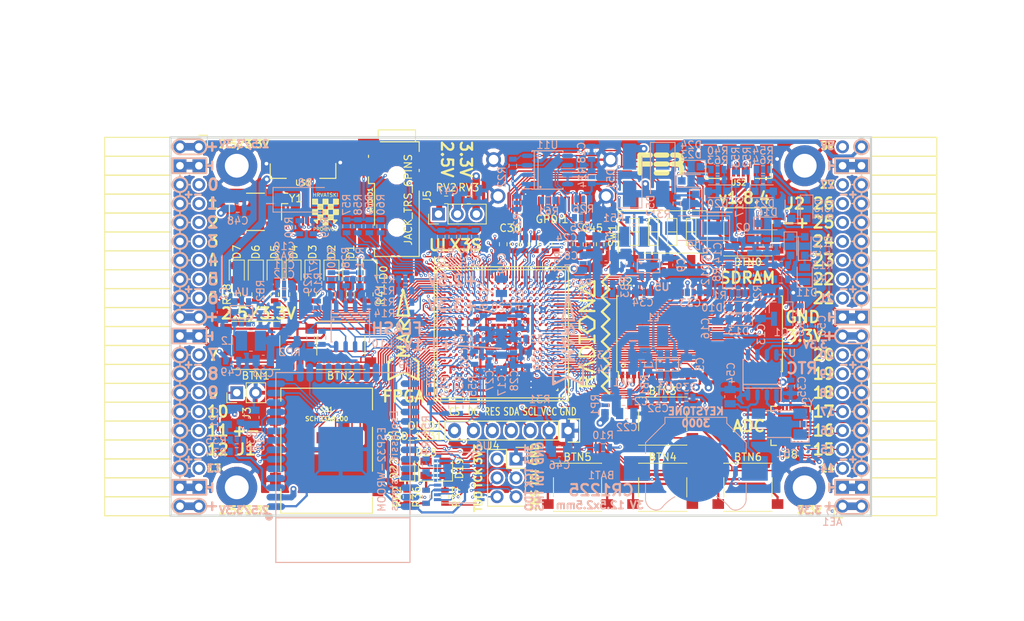
<source format=kicad_pcb>
(kicad_pcb (version 20171130) (host pcbnew 5.0.0-rc2-dev-unknown+dfsg1+20180318-2)
  (layers (0 F.Cu signal) (1 In1.Cu signal) (2 In2.Cu signal) (31 B.Cu signal) (34 B.Paste user) (35 F.Paste user) (36 B.SilkS user) (37 F.SilkS user) (38 B.Mask user) (39 F.Mask user) (44 Edge.Cuts user))
  (net 0 "")
  (net 1 GND)
  (net 2 +5V)
  (net 3 /gpio/IN5V)
  (net 4 /gpio/OUT5V)
  (net 5 +3V3)
  (net 6 BTN_D)
  (net 7 BTN_F1)
  (net 8 BTN_F2)
  (net 9 BTN_L)
  (net 10 BTN_R)
  (net 11 BTN_U)
  (net 12 /power/FB1)
  (net 13 +2V5)
  (net 14 /power/PWREN)
  (net 15 /power/FB3)
  (net 16 /power/FB2)
  (net 17 /power/VBAT)
  (net 18 JTAG_TDI)
  (net 19 JTAG_TCK)
  (net 20 JTAG_TMS)
  (net 21 JTAG_TDO)
  (net 22 /power/WAKEUPn)
  (net 23 /power/WKUP)
  (net 24 /power/SHUT)
  (net 25 /power/WAKE)
  (net 26 /power/HOLD)
  (net 27 /power/WKn)
  (net 28 /power/OSCI_32k)
  (net 29 /power/OSCO_32k)
  (net 30 SHUTDOWN)
  (net 31 /analog/AUDIO_L)
  (net 32 /analog/AUDIO_R)
  (net 33 GPDI_SDA)
  (net 34 GPDI_SCL)
  (net 35 /gpdi/VREF2)
  (net 36 SD_CMD)
  (net 37 SD_CLK)
  (net 38 SD_D0)
  (net 39 SD_D1)
  (net 40 USB5V)
  (net 41 GPDI_CEC)
  (net 42 nRESET)
  (net 43 FTDI_nDTR)
  (net 44 SDRAM_CKE)
  (net 45 SDRAM_A7)
  (net 46 SDRAM_D15)
  (net 47 SDRAM_BA1)
  (net 48 SDRAM_D7)
  (net 49 SDRAM_A6)
  (net 50 SDRAM_CLK)
  (net 51 SDRAM_D13)
  (net 52 SDRAM_BA0)
  (net 53 SDRAM_D6)
  (net 54 SDRAM_A5)
  (net 55 SDRAM_D14)
  (net 56 SDRAM_A11)
  (net 57 SDRAM_D12)
  (net 58 SDRAM_D5)
  (net 59 SDRAM_A4)
  (net 60 SDRAM_A10)
  (net 61 SDRAM_D11)
  (net 62 SDRAM_A3)
  (net 63 SDRAM_D4)
  (net 64 SDRAM_D10)
  (net 65 SDRAM_D9)
  (net 66 SDRAM_A9)
  (net 67 SDRAM_D3)
  (net 68 SDRAM_D8)
  (net 69 SDRAM_A8)
  (net 70 SDRAM_A2)
  (net 71 SDRAM_A1)
  (net 72 SDRAM_A0)
  (net 73 SDRAM_D2)
  (net 74 SDRAM_D1)
  (net 75 SDRAM_D0)
  (net 76 SDRAM_DQM0)
  (net 77 SDRAM_nCS)
  (net 78 SDRAM_nRAS)
  (net 79 SDRAM_DQM1)
  (net 80 SDRAM_nCAS)
  (net 81 SDRAM_nWE)
  (net 82 /flash/FLASH_nWP)
  (net 83 /flash/FLASH_nHOLD)
  (net 84 /flash/FLASH_MOSI)
  (net 85 /flash/FLASH_MISO)
  (net 86 /flash/FLASH_SCK)
  (net 87 /flash/FLASH_nCS)
  (net 88 /flash/FPGA_PROGRAMN)
  (net 89 /flash/FPGA_DONE)
  (net 90 /flash/FPGA_INITN)
  (net 91 OLED_RES)
  (net 92 OLED_DC)
  (net 93 OLED_CS)
  (net 94 WIFI_EN)
  (net 95 FTDI_nRTS)
  (net 96 FTDI_TXD)
  (net 97 FTDI_RXD)
  (net 98 WIFI_RXD)
  (net 99 WIFI_GPIO0)
  (net 100 WIFI_TXD)
  (net 101 USB_FTDI_D+)
  (net 102 USB_FTDI_D-)
  (net 103 SD_D3)
  (net 104 AUDIO_L3)
  (net 105 AUDIO_L2)
  (net 106 AUDIO_L1)
  (net 107 AUDIO_L0)
  (net 108 AUDIO_R3)
  (net 109 AUDIO_R2)
  (net 110 AUDIO_R1)
  (net 111 AUDIO_R0)
  (net 112 OLED_CLK)
  (net 113 OLED_MOSI)
  (net 114 LED0)
  (net 115 LED1)
  (net 116 LED2)
  (net 117 LED3)
  (net 118 LED4)
  (net 119 LED5)
  (net 120 LED6)
  (net 121 LED7)
  (net 122 BTN_PWRn)
  (net 123 FTDI_nTXLED)
  (net 124 FTDI_nSLEEP)
  (net 125 /blinkey/LED_PWREN)
  (net 126 /blinkey/LED_TXLED)
  (net 127 /sdcard/SD3V3)
  (net 128 SD_D2)
  (net 129 CLK_25MHz)
  (net 130 /blinkey/BTNPUL)
  (net 131 /blinkey/BTNPUR)
  (net 132 USB_FPGA_D+)
  (net 133 /power/FTDI_nSUSPEND)
  (net 134 /blinkey/ALED0)
  (net 135 /blinkey/ALED1)
  (net 136 /blinkey/ALED2)
  (net 137 /blinkey/ALED3)
  (net 138 /blinkey/ALED4)
  (net 139 /blinkey/ALED5)
  (net 140 /blinkey/ALED6)
  (net 141 /blinkey/ALED7)
  (net 142 /usb/FTD-)
  (net 143 /usb/FTD+)
  (net 144 ADC_MISO)
  (net 145 ADC_MOSI)
  (net 146 ADC_CSn)
  (net 147 ADC_SCLK)
  (net 148 SW3)
  (net 149 SW2)
  (net 150 SW1)
  (net 151 USB_FPGA_D-)
  (net 152 /usb/FPD+)
  (net 153 /usb/FPD-)
  (net 154 WIFI_GPIO16)
  (net 155 /usb/ANT_433MHz)
  (net 156 /power/PWRBTn)
  (net 157 PROG_DONE)
  (net 158 /power/P3V3)
  (net 159 /power/P2V5)
  (net 160 /power/L1)
  (net 161 /power/L3)
  (net 162 /power/L2)
  (net 163 FTDI_TXDEN)
  (net 164 SDRAM_A12)
  (net 165 /analog/AUDIO_V)
  (net 166 AUDIO_V3)
  (net 167 AUDIO_V2)
  (net 168 AUDIO_V1)
  (net 169 AUDIO_V0)
  (net 170 /blinkey/LED_WIFI)
  (net 171 /power/P1V1)
  (net 172 +1V1)
  (net 173 SW4)
  (net 174 /blinkey/SWPU)
  (net 175 /wifi/WIFIEN)
  (net 176 FT2V5)
  (net 177 GN0)
  (net 178 GP0)
  (net 179 GN1)
  (net 180 GP1)
  (net 181 GN2)
  (net 182 GP2)
  (net 183 GN3)
  (net 184 GP3)
  (net 185 GN4)
  (net 186 GP4)
  (net 187 GN5)
  (net 188 GP5)
  (net 189 GN6)
  (net 190 GP6)
  (net 191 GN14)
  (net 192 GP14)
  (net 193 GN15)
  (net 194 GP15)
  (net 195 GN16)
  (net 196 GP16)
  (net 197 GN17)
  (net 198 GP17)
  (net 199 GN18)
  (net 200 GP18)
  (net 201 GN19)
  (net 202 GP19)
  (net 203 GN20)
  (net 204 GP20)
  (net 205 GN21)
  (net 206 GP21)
  (net 207 GN22)
  (net 208 GP22)
  (net 209 GN23)
  (net 210 GP23)
  (net 211 GN24)
  (net 212 GP24)
  (net 213 GN25)
  (net 214 GP25)
  (net 215 GN26)
  (net 216 GP26)
  (net 217 GN27)
  (net 218 GP27)
  (net 219 GN7)
  (net 220 GP7)
  (net 221 GN8)
  (net 222 GP8)
  (net 223 GN9)
  (net 224 GP9)
  (net 225 GN10)
  (net 226 GP10)
  (net 227 GN11)
  (net 228 GP11)
  (net 229 GN12)
  (net 230 GP12)
  (net 231 GN13)
  (net 232 GP13)
  (net 233 WIFI_GPIO5)
  (net 234 WIFI_GPIO17)
  (net 235 USB_FPGA_PULL_D+)
  (net 236 USB_FPGA_PULL_D-)
  (net 237 "Net-(D23-Pad2)")
  (net 238 "Net-(D24-Pad1)")
  (net 239 "Net-(D25-Pad2)")
  (net 240 "Net-(D26-Pad1)")
  (net 241 /gpdi/GPDI_ETH+)
  (net 242 FPDI_ETH+)
  (net 243 /gpdi/GPDI_ETH-)
  (net 244 FPDI_ETH-)
  (net 245 /gpdi/GPDI_D2-)
  (net 246 FPDI_D2-)
  (net 247 /gpdi/GPDI_D1-)
  (net 248 FPDI_D1-)
  (net 249 /gpdi/GPDI_D0-)
  (net 250 FPDI_D0-)
  (net 251 /gpdi/GPDI_CLK-)
  (net 252 FPDI_CLK-)
  (net 253 /gpdi/GPDI_D2+)
  (net 254 FPDI_D2+)
  (net 255 /gpdi/GPDI_D1+)
  (net 256 FPDI_D1+)
  (net 257 /gpdi/GPDI_D0+)
  (net 258 FPDI_D0+)
  (net 259 /gpdi/GPDI_CLK+)
  (net 260 FPDI_CLK+)
  (net 261 FPDI_SDA)
  (net 262 FPDI_SCL)
  (net 263 /gpdi/FPDI_CEC)
  (net 264 2V5_3V3)
  (net 265 "Net-(AUDIO1-Pad5)")
  (net 266 "Net-(AUDIO1-Pad6)")
  (net 267 "Net-(U1-PadA15)")
  (net 268 "Net-(U1-PadC9)")
  (net 269 "Net-(U1-PadD9)")
  (net 270 "Net-(U1-PadD10)")
  (net 271 "Net-(U1-PadD11)")
  (net 272 "Net-(U1-PadD12)")
  (net 273 "Net-(U1-PadE6)")
  (net 274 "Net-(U1-PadE9)")
  (net 275 "Net-(U1-PadE10)")
  (net 276 "Net-(U1-PadE11)")
  (net 277 "Net-(U1-PadJ4)")
  (net 278 "Net-(U1-PadJ5)")
  (net 279 "Net-(U1-PadK5)")
  (net 280 "Net-(U1-PadL5)")
  (net 281 "Net-(U1-PadM4)")
  (net 282 "Net-(U1-PadM5)")
  (net 283 SD_CD)
  (net 284 SD_WP)
  (net 285 "Net-(U1-PadR3)")
  (net 286 "Net-(U1-PadT16)")
  (net 287 "Net-(U1-PadW4)")
  (net 288 "Net-(U1-PadW5)")
  (net 289 "Net-(U1-PadW8)")
  (net 290 "Net-(U1-PadW9)")
  (net 291 "Net-(U1-PadW13)")
  (net 292 "Net-(U1-PadW14)")
  (net 293 "Net-(U1-PadW17)")
  (net 294 "Net-(U1-PadW18)")
  (net 295 FTDI_nRXLED)
  (net 296 "Net-(U8-Pad12)")
  (net 297 "Net-(U8-Pad25)")
  (net 298 "Net-(U9-Pad32)")
  (net 299 "Net-(U9-Pad22)")
  (net 300 "Net-(U9-Pad21)")
  (net 301 "Net-(U9-Pad20)")
  (net 302 "Net-(U9-Pad19)")
  (net 303 "Net-(U9-Pad18)")
  (net 304 "Net-(U9-Pad17)")
  (net 305 "Net-(U9-Pad12)")
  (net 306 "Net-(U9-Pad5)")
  (net 307 "Net-(U9-Pad4)")
  (net 308 "Net-(US1-Pad4)")
  (net 309 "Net-(US2-Pad4)")
  (net 310 "Net-(Y2-Pad3)")
  (net 311 "Net-(Y2-Pad2)")
  (net 312 "Net-(U1-PadK16)")
  (net 313 "Net-(U1-PadK17)")
  (net 314 /usb/US2VBUS)
  (net 315 /power/SHD)
  (module L_1008_1210:L_1008_1210 (layer B.Cu) (at 156.33 74.755 180)
    (fp_text reference L3 (at 3.16 -0.018 180) (layer B.SilkS) (effects (justify mirror)))
    (fp_text value 2.2uH)
    (pad 2 smd rect (at 1.27 0 180) (size 1.5 2.7) (layers B.Cu B.Paste B.Mask) (net 158 /power/P3V3))
    (pad 1 smd rect (at -1.27 0 180) (size 1.5 2.7) (layers B.Cu B.Paste B.Mask) (net 161 /power/L3))
  )
  (module L_1008_1210:L_1008_1210 (layer B.Cu) (at 104.895 88.725)
    (fp_text reference L2 (at -3.16 0.018) (layer B.SilkS) (effects (justify mirror)))
    (fp_text value 2.2uH)
    (pad 2 smd rect (at 1.27 0) (size 1.5 2.7) (layers B.Cu B.Paste B.Mask) (net 159 /power/P2V5))
    (pad 1 smd rect (at -1.27 0) (size 1.5 2.7) (layers B.Cu B.Paste B.Mask) (net 162 /power/L2))
  )
  (module L_1008_1210:L_1008_1210 (layer B.Cu) (at 158.87 88.09 180)
    (fp_text reference L1 (at 0 2.5 180) (layer B.SilkS) (effects (justify mirror)))
    (fp_text value 2.2uH)
    (pad 2 smd rect (at 1.27 0 180) (size 1.5 2.7) (layers B.Cu B.Paste B.Mask) (net 171 /power/P1V1))
    (pad 1 smd rect (at -1.27 0 180) (size 1.5 2.7) (layers B.Cu B.Paste B.Mask) (net 160 /power/L1))
  )
  (module Socket_Strips:Socket_Strip_Angled_2x20 (layer F.Cu) (at 97.91 62.69 270)
    (fp_text reference J1 (at 40.64 -6.35) (layer F.SilkS) (effects (font (size 1.5 1.5) (thickness 0.3))))
    (fp_text value CONN_02X20 hide)
    (pad 1 thru_hole oval (at 0 0 270) (size 1.7272 1.7272) (drill 1.016) (layers *.Cu *.Mask) (net 264 2V5_3V3))
    (pad 2 thru_hole oval (at 0 2.54 270) (size 1.7272 1.7272) (drill 1.016) (layers *.Cu *.Mask) (net 264 2V5_3V3))
    (pad 3 thru_hole rect (at 2.54 0 270) (size 1.7272 1.7272) (drill 1.016) (layers *.Cu *.Mask) (net 1 GND))
    (pad 4 thru_hole rect (at 2.54 2.54 270) (size 1.7272 1.7272) (drill 1.016) (layers *.Cu *.Mask) (net 1 GND))
    (pad 5 thru_hole oval (at 5.08 0 270) (size 1.7272 1.7272) (drill 1.016) (layers *.Cu *.Mask) (net 177 GN0))
    (pad 6 thru_hole oval (at 5.08 2.54 270) (size 1.7272 1.7272) (drill 1.016) (layers *.Cu *.Mask) (net 178 GP0))
    (pad 7 thru_hole oval (at 7.62 0 270) (size 1.7272 1.7272) (drill 1.016) (layers *.Cu *.Mask) (net 179 GN1))
    (pad 8 thru_hole oval (at 7.62 2.54 270) (size 1.7272 1.7272) (drill 1.016) (layers *.Cu *.Mask) (net 180 GP1))
    (pad 9 thru_hole oval (at 10.16 0 270) (size 1.7272 1.7272) (drill 1.016) (layers *.Cu *.Mask) (net 181 GN2))
    (pad 10 thru_hole oval (at 10.16 2.54 270) (size 1.7272 1.7272) (drill 1.016) (layers *.Cu *.Mask) (net 182 GP2))
    (pad 11 thru_hole oval (at 12.7 0 270) (size 1.7272 1.7272) (drill 1.016) (layers *.Cu *.Mask) (net 183 GN3))
    (pad 12 thru_hole oval (at 12.7 2.54 270) (size 1.7272 1.7272) (drill 1.016) (layers *.Cu *.Mask) (net 184 GP3))
    (pad 13 thru_hole oval (at 15.24 0 270) (size 1.7272 1.7272) (drill 1.016) (layers *.Cu *.Mask) (net 185 GN4))
    (pad 14 thru_hole oval (at 15.24 2.54 270) (size 1.7272 1.7272) (drill 1.016) (layers *.Cu *.Mask) (net 186 GP4))
    (pad 15 thru_hole oval (at 17.78 0 270) (size 1.7272 1.7272) (drill 1.016) (layers *.Cu *.Mask) (net 187 GN5))
    (pad 16 thru_hole oval (at 17.78 2.54 270) (size 1.7272 1.7272) (drill 1.016) (layers *.Cu *.Mask) (net 188 GP5))
    (pad 17 thru_hole oval (at 20.32 0 270) (size 1.7272 1.7272) (drill 1.016) (layers *.Cu *.Mask) (net 189 GN6))
    (pad 18 thru_hole oval (at 20.32 2.54 270) (size 1.7272 1.7272) (drill 1.016) (layers *.Cu *.Mask) (net 190 GP6))
    (pad 19 thru_hole oval (at 22.86 0 270) (size 1.7272 1.7272) (drill 1.016) (layers *.Cu *.Mask) (net 264 2V5_3V3))
    (pad 20 thru_hole oval (at 22.86 2.54 270) (size 1.7272 1.7272) (drill 1.016) (layers *.Cu *.Mask) (net 264 2V5_3V3))
    (pad 21 thru_hole rect (at 25.4 0 270) (size 1.7272 1.7272) (drill 1.016) (layers *.Cu *.Mask) (net 1 GND))
    (pad 22 thru_hole rect (at 25.4 2.54 270) (size 1.7272 1.7272) (drill 1.016) (layers *.Cu *.Mask) (net 1 GND))
    (pad 23 thru_hole oval (at 27.94 0 270) (size 1.7272 1.7272) (drill 1.016) (layers *.Cu *.Mask) (net 219 GN7))
    (pad 24 thru_hole oval (at 27.94 2.54 270) (size 1.7272 1.7272) (drill 1.016) (layers *.Cu *.Mask) (net 220 GP7))
    (pad 25 thru_hole oval (at 30.48 0 270) (size 1.7272 1.7272) (drill 1.016) (layers *.Cu *.Mask) (net 221 GN8))
    (pad 26 thru_hole oval (at 30.48 2.54 270) (size 1.7272 1.7272) (drill 1.016) (layers *.Cu *.Mask) (net 222 GP8))
    (pad 27 thru_hole oval (at 33.02 0 270) (size 1.7272 1.7272) (drill 1.016) (layers *.Cu *.Mask) (net 223 GN9))
    (pad 28 thru_hole oval (at 33.02 2.54 270) (size 1.7272 1.7272) (drill 1.016) (layers *.Cu *.Mask) (net 224 GP9))
    (pad 29 thru_hole oval (at 35.56 0 270) (size 1.7272 1.7272) (drill 1.016) (layers *.Cu *.Mask) (net 225 GN10))
    (pad 30 thru_hole oval (at 35.56 2.54 270) (size 1.7272 1.7272) (drill 1.016) (layers *.Cu *.Mask) (net 226 GP10))
    (pad 31 thru_hole oval (at 38.1 0 270) (size 1.7272 1.7272) (drill 1.016) (layers *.Cu *.Mask) (net 227 GN11))
    (pad 32 thru_hole oval (at 38.1 2.54 270) (size 1.7272 1.7272) (drill 1.016) (layers *.Cu *.Mask) (net 228 GP11))
    (pad 33 thru_hole oval (at 40.64 0 270) (size 1.7272 1.7272) (drill 1.016) (layers *.Cu *.Mask) (net 229 GN12))
    (pad 34 thru_hole oval (at 40.64 2.54 270) (size 1.7272 1.7272) (drill 1.016) (layers *.Cu *.Mask) (net 230 GP12))
    (pad 35 thru_hole oval (at 43.18 0 270) (size 1.7272 1.7272) (drill 1.016) (layers *.Cu *.Mask) (net 231 GN13))
    (pad 36 thru_hole oval (at 43.18 2.54 270) (size 1.7272 1.7272) (drill 1.016) (layers *.Cu *.Mask) (net 232 GP13))
    (pad 37 thru_hole rect (at 45.72 0 270) (size 1.7272 1.7272) (drill 1.016) (layers *.Cu *.Mask) (net 1 GND))
    (pad 38 thru_hole rect (at 45.72 2.54 270) (size 1.7272 1.7272) (drill 1.016) (layers *.Cu *.Mask) (net 1 GND))
    (pad 39 thru_hole oval (at 48.26 0 270) (size 1.7272 1.7272) (drill 1.016) (layers *.Cu *.Mask) (net 264 2V5_3V3))
    (pad 40 thru_hole oval (at 48.26 2.54 270) (size 1.7272 1.7272) (drill 1.016) (layers *.Cu *.Mask) (net 264 2V5_3V3))
  )
  (module TSOT-25:TSOT-25 (layer B.Cu) (at 160.775 91.9)
    (fp_text reference U3 (at -0.295 2.9) (layer B.SilkS) (effects (font (thickness 0.2)) (justify mirror)))
    (fp_text value TLV62569DBV)
    (pad 1 smd rect (at -0.95 -1.3) (size 0.7 1.2) (layers B.Cu B.Paste B.Mask) (net 14 /power/PWREN))
    (pad 2 smd rect (at 0 -1.3) (size 0.7 1.2) (layers B.Cu B.Paste B.Mask) (net 1 GND))
    (pad 3 smd rect (at 0.95 -1.3) (size 0.7 1.2) (layers B.Cu B.Paste B.Mask) (net 160 /power/L1))
    (pad 4 smd rect (at 0.95 1.3) (size 0.7 1.2) (layers B.Cu B.Paste B.Mask) (net 2 +5V))
    (pad 5 smd rect (at -0.95 1.3) (size 0.7 1.2) (layers B.Cu B.Paste B.Mask) (net 12 /power/FB1))
  )
  (module TSOT-25:TSOT-25 (layer B.Cu) (at 103.625 84.915 180)
    (fp_text reference U4 (at 0 2.697 180) (layer B.SilkS) (effects (font (thickness 0.2)) (justify mirror)))
    (fp_text value TLV62569DBV)
    (pad 1 smd rect (at -0.95 -1.3 180) (size 0.7 1.2) (layers B.Cu B.Paste B.Mask) (net 14 /power/PWREN))
    (pad 2 smd rect (at 0 -1.3 180) (size 0.7 1.2) (layers B.Cu B.Paste B.Mask) (net 1 GND))
    (pad 3 smd rect (at 0.95 -1.3 180) (size 0.7 1.2) (layers B.Cu B.Paste B.Mask) (net 162 /power/L2))
    (pad 4 smd rect (at 0.95 1.3 180) (size 0.7 1.2) (layers B.Cu B.Paste B.Mask) (net 2 +5V))
    (pad 5 smd rect (at -0.95 1.3 180) (size 0.7 1.2) (layers B.Cu B.Paste B.Mask) (net 16 /power/FB2))
  )
  (module TSOT-25:TSOT-25 (layer B.Cu) (at 158.235 78.692)
    (fp_text reference U5 (at 1.793 2.812) (layer B.SilkS) (effects (font (thickness 0.2)) (justify mirror)))
    (fp_text value TLV62569DBV)
    (pad 1 smd rect (at -0.95 -1.3) (size 0.7 1.2) (layers B.Cu B.Paste B.Mask) (net 14 /power/PWREN))
    (pad 2 smd rect (at 0 -1.3) (size 0.7 1.2) (layers B.Cu B.Paste B.Mask) (net 1 GND))
    (pad 3 smd rect (at 0.95 -1.3) (size 0.7 1.2) (layers B.Cu B.Paste B.Mask) (net 161 /power/L3))
    (pad 4 smd rect (at 0.95 1.3) (size 0.7 1.2) (layers B.Cu B.Paste B.Mask) (net 2 +5V))
    (pad 5 smd rect (at -0.95 1.3) (size 0.7 1.2) (layers B.Cu B.Paste B.Mask) (net 15 /power/FB3))
  )
  (module Socket_Strips:Socket_Strip_Angled_2x20 (layer F.Cu) (at 184.27 110.95 90)
    (fp_text reference J2 (at 40.64 -6.35 180) (layer F.SilkS) (effects (font (size 1.5 1.5) (thickness 0.3))))
    (fp_text value CONN_02X20 hide)
    (pad 1 thru_hole oval (at 0 0 90) (size 1.7272 1.7272) (drill 1.016) (layers *.Cu *.Mask) (net 5 +3V3))
    (pad 2 thru_hole oval (at 0 2.54 90) (size 1.7272 1.7272) (drill 1.016) (layers *.Cu *.Mask) (net 5 +3V3))
    (pad 3 thru_hole rect (at 2.54 0 90) (size 1.7272 1.7272) (drill 1.016) (layers *.Cu *.Mask) (net 1 GND))
    (pad 4 thru_hole rect (at 2.54 2.54 90) (size 1.7272 1.7272) (drill 1.016) (layers *.Cu *.Mask) (net 1 GND))
    (pad 5 thru_hole oval (at 5.08 0 90) (size 1.7272 1.7272) (drill 1.016) (layers *.Cu *.Mask) (net 191 GN14))
    (pad 6 thru_hole oval (at 5.08 2.54 90) (size 1.7272 1.7272) (drill 1.016) (layers *.Cu *.Mask) (net 192 GP14))
    (pad 7 thru_hole oval (at 7.62 0 90) (size 1.7272 1.7272) (drill 1.016) (layers *.Cu *.Mask) (net 193 GN15))
    (pad 8 thru_hole oval (at 7.62 2.54 90) (size 1.7272 1.7272) (drill 1.016) (layers *.Cu *.Mask) (net 194 GP15))
    (pad 9 thru_hole oval (at 10.16 0 90) (size 1.7272 1.7272) (drill 1.016) (layers *.Cu *.Mask) (net 195 GN16))
    (pad 10 thru_hole oval (at 10.16 2.54 90) (size 1.7272 1.7272) (drill 1.016) (layers *.Cu *.Mask) (net 196 GP16))
    (pad 11 thru_hole oval (at 12.7 0 90) (size 1.7272 1.7272) (drill 1.016) (layers *.Cu *.Mask) (net 197 GN17))
    (pad 12 thru_hole oval (at 12.7 2.54 90) (size 1.7272 1.7272) (drill 1.016) (layers *.Cu *.Mask) (net 198 GP17))
    (pad 13 thru_hole oval (at 15.24 0 90) (size 1.7272 1.7272) (drill 1.016) (layers *.Cu *.Mask) (net 199 GN18))
    (pad 14 thru_hole oval (at 15.24 2.54 90) (size 1.7272 1.7272) (drill 1.016) (layers *.Cu *.Mask) (net 200 GP18))
    (pad 15 thru_hole oval (at 17.78 0 90) (size 1.7272 1.7272) (drill 1.016) (layers *.Cu *.Mask) (net 201 GN19))
    (pad 16 thru_hole oval (at 17.78 2.54 90) (size 1.7272 1.7272) (drill 1.016) (layers *.Cu *.Mask) (net 202 GP19))
    (pad 17 thru_hole oval (at 20.32 0 90) (size 1.7272 1.7272) (drill 1.016) (layers *.Cu *.Mask) (net 203 GN20))
    (pad 18 thru_hole oval (at 20.32 2.54 90) (size 1.7272 1.7272) (drill 1.016) (layers *.Cu *.Mask) (net 204 GP20))
    (pad 19 thru_hole oval (at 22.86 0 90) (size 1.7272 1.7272) (drill 1.016) (layers *.Cu *.Mask) (net 5 +3V3))
    (pad 20 thru_hole oval (at 22.86 2.54 90) (size 1.7272 1.7272) (drill 1.016) (layers *.Cu *.Mask) (net 5 +3V3))
    (pad 21 thru_hole rect (at 25.4 0 90) (size 1.7272 1.7272) (drill 1.016) (layers *.Cu *.Mask) (net 1 GND))
    (pad 22 thru_hole rect (at 25.4 2.54 90) (size 1.7272 1.7272) (drill 1.016) (layers *.Cu *.Mask) (net 1 GND))
    (pad 23 thru_hole oval (at 27.94 0 90) (size 1.7272 1.7272) (drill 1.016) (layers *.Cu *.Mask) (net 205 GN21))
    (pad 24 thru_hole oval (at 27.94 2.54 90) (size 1.7272 1.7272) (drill 1.016) (layers *.Cu *.Mask) (net 206 GP21))
    (pad 25 thru_hole oval (at 30.48 0 90) (size 1.7272 1.7272) (drill 1.016) (layers *.Cu *.Mask) (net 207 GN22))
    (pad 26 thru_hole oval (at 30.48 2.54 90) (size 1.7272 1.7272) (drill 1.016) (layers *.Cu *.Mask) (net 208 GP22))
    (pad 27 thru_hole oval (at 33.02 0 90) (size 1.7272 1.7272) (drill 1.016) (layers *.Cu *.Mask) (net 209 GN23))
    (pad 28 thru_hole oval (at 33.02 2.54 90) (size 1.7272 1.7272) (drill 1.016) (layers *.Cu *.Mask) (net 210 GP23))
    (pad 29 thru_hole oval (at 35.56 0 90) (size 1.7272 1.7272) (drill 1.016) (layers *.Cu *.Mask) (net 211 GN24))
    (pad 30 thru_hole oval (at 35.56 2.54 90) (size 1.7272 1.7272) (drill 1.016) (layers *.Cu *.Mask) (net 212 GP24))
    (pad 31 thru_hole oval (at 38.1 0 90) (size 1.7272 1.7272) (drill 1.016) (layers *.Cu *.Mask) (net 213 GN25))
    (pad 32 thru_hole oval (at 38.1 2.54 90) (size 1.7272 1.7272) (drill 1.016) (layers *.Cu *.Mask) (net 214 GP25))
    (pad 33 thru_hole oval (at 40.64 0 90) (size 1.7272 1.7272) (drill 1.016) (layers *.Cu *.Mask) (net 215 GN26))
    (pad 34 thru_hole oval (at 40.64 2.54 90) (size 1.7272 1.7272) (drill 1.016) (layers *.Cu *.Mask) (net 216 GP26))
    (pad 35 thru_hole oval (at 43.18 0 90) (size 1.7272 1.7272) (drill 1.016) (layers *.Cu *.Mask) (net 217 GN27))
    (pad 36 thru_hole oval (at 43.18 2.54 90) (size 1.7272 1.7272) (drill 1.016) (layers *.Cu *.Mask) (net 218 GP27))
    (pad 37 thru_hole rect (at 45.72 0 90) (size 1.7272 1.7272) (drill 1.016) (layers *.Cu *.Mask) (net 1 GND))
    (pad 38 thru_hole rect (at 45.72 2.54 90) (size 1.7272 1.7272) (drill 1.016) (layers *.Cu *.Mask) (net 1 GND))
    (pad 39 thru_hole oval (at 48.26 0 90) (size 1.7272 1.7272) (drill 1.016) (layers *.Cu *.Mask) (net 3 /gpio/IN5V))
    (pad 40 thru_hole oval (at 48.26 2.54 90) (size 1.7272 1.7272) (drill 1.016) (layers *.Cu *.Mask) (net 4 /gpio/OUT5V))
  )
  (module Mounting_Holes:MountingHole_3.2mm_M3_ISO14580_Pad (layer F.Cu) (at 102.99 108.41)
    (fp_text reference H1 hide)
    (fp_text value HOLE hide)
    (pad 1 thru_hole circle (at 0 0) (size 5.5 5.5) (drill 3.2) (layers *.Cu *.Mask) (net 1 GND))
  )
  (module Mounting_Holes:MountingHole_3.2mm_M3_ISO14580_Pad (layer F.Cu) (at 179.19 108.41)
    (fp_text reference H2 hide)
    (fp_text value HOLE hide)
    (pad 1 thru_hole circle (at 0 0) (size 5.5 5.5) (drill 3.2) (layers *.Cu *.Mask) (net 1 GND))
  )
  (module Mounting_Holes:MountingHole_3.2mm_M3_ISO14580_Pad (layer F.Cu) (at 179.19 65.23)
    (fp_text reference H3 hide)
    (fp_text value HOLE hide)
    (pad 1 thru_hole circle (at 0 0) (size 5.5 5.5) (drill 3.2) (layers *.Cu *.Mask) (net 1 GND))
  )
  (module Mounting_Holes:MountingHole_3.2mm_M3_ISO14580_Pad (layer F.Cu) (at 102.99 65.23)
    (fp_text reference H4 hide)
    (fp_text value HOLE hide)
    (pad 1 thru_hole circle (at 0 0) (size 5.5 5.5) (drill 3.2) (layers *.Cu *.Mask) (net 1 GND))
  )
  (module Housings_SSOP:SSOP-20_4.4x6.5mm_Pitch0.65mm (layer B.Cu) (at 132.835 107.14 180)
    (fp_text reference U6 (at -3.175 4.318 180) (layer B.SilkS) (effects (justify mirror)))
    (fp_text value FT231XS)
    (pad 1 smd rect (at -2.9 2.925 180) (size 1 0.4) (layers B.Cu B.Paste B.Mask) (net 43 FTDI_nDTR))
    (pad 2 smd rect (at -2.9 2.275 180) (size 1 0.4) (layers B.Cu B.Paste B.Mask) (net 95 FTDI_nRTS))
    (pad 3 smd rect (at -2.9 1.625 180) (size 1 0.4) (layers B.Cu B.Paste B.Mask) (net 176 FT2V5))
    (pad 4 smd rect (at -2.9 0.975 180) (size 1 0.4) (layers B.Cu B.Paste B.Mask) (net 97 FTDI_RXD))
    (pad 5 smd rect (at -2.9 0.325 180) (size 1 0.4) (layers B.Cu B.Paste B.Mask) (net 18 JTAG_TDI))
    (pad 6 smd rect (at -2.9 -0.325 180) (size 1 0.4) (layers B.Cu B.Paste B.Mask) (net 1 GND))
    (pad 7 smd rect (at -2.9 -0.975 180) (size 1 0.4) (layers B.Cu B.Paste B.Mask) (net 19 JTAG_TCK))
    (pad 8 smd rect (at -2.9 -1.625 180) (size 1 0.4) (layers B.Cu B.Paste B.Mask) (net 20 JTAG_TMS))
    (pad 9 smd rect (at -2.9 -2.275 180) (size 1 0.4) (layers B.Cu B.Paste B.Mask) (net 21 JTAG_TDO))
    (pad 10 smd rect (at -2.9 -2.925 180) (size 1 0.4) (layers B.Cu B.Paste B.Mask) (net 123 FTDI_nTXLED))
    (pad 11 smd rect (at 2.9 -2.925 180) (size 1 0.4) (layers B.Cu B.Paste B.Mask) (net 101 USB_FTDI_D+))
    (pad 12 smd rect (at 2.9 -2.275 180) (size 1 0.4) (layers B.Cu B.Paste B.Mask) (net 102 USB_FTDI_D-))
    (pad 13 smd rect (at 2.9 -1.625 180) (size 1 0.4) (layers B.Cu B.Paste B.Mask) (net 176 FT2V5))
    (pad 14 smd rect (at 2.9 -0.975 180) (size 1 0.4) (layers B.Cu B.Paste B.Mask) (net 42 nRESET))
    (pad 15 smd rect (at 2.9 -0.325 180) (size 1 0.4) (layers B.Cu B.Paste B.Mask) (net 40 USB5V))
    (pad 16 smd rect (at 2.9 0.325 180) (size 1 0.4) (layers B.Cu B.Paste B.Mask) (net 1 GND))
    (pad 17 smd rect (at 2.9 0.975 180) (size 1 0.4) (layers B.Cu B.Paste B.Mask) (net 295 FTDI_nRXLED))
    (pad 18 smd rect (at 2.9 1.625 180) (size 1 0.4) (layers B.Cu B.Paste B.Mask) (net 163 FTDI_TXDEN))
    (pad 19 smd rect (at 2.9 2.275 180) (size 1 0.4) (layers B.Cu B.Paste B.Mask) (net 124 FTDI_nSLEEP))
    (pad 20 smd rect (at 2.9 2.925 180) (size 1 0.4) (layers B.Cu B.Paste B.Mask) (net 96 FTDI_TXD))
  )
  (module usb_otg:USB-MICRO-B-FCI-10118192-0001LF (layer F.Cu) (at 111.88 63.325 180)
    (fp_text reference US1 (at 0 -4.2 180) (layer F.SilkS) (effects (font (size 0.7 0.7))))
    (fp_text value MICRO_USB hide)
    (pad 6 smd rect (at -3.1 -2.55 180) (size 2.1 1.6) (layers F.Cu F.Paste F.Mask) (net 1 GND))
    (pad 6 smd rect (at 3.1 -2.55 180) (size 2.1 1.6) (layers F.Cu F.Paste F.Mask) (net 1 GND))
    (pad 6 smd rect (at -1.2 0 180) (size 1.9 1.9) (layers F.Cu F.Paste F.Mask) (net 1 GND))
    (pad 6 smd rect (at 1.2 0 180) (size 1.9 1.9) (layers F.Cu F.Paste F.Mask) (net 1 GND))
    (pad 1 smd rect (at -1.3 -2.675 180) (size 0.4 1.35) (layers F.Cu F.Paste F.Mask) (net 40 USB5V))
    (pad 2 smd rect (at -0.65 -2.675 180) (size 0.4 1.35) (layers F.Cu F.Paste F.Mask) (net 142 /usb/FTD-))
    (pad 3 smd rect (at 0 -2.675 180) (size 0.4 1.35) (layers F.Cu F.Paste F.Mask) (net 143 /usb/FTD+))
    (pad 4 smd rect (at 0.65 -2.675 180) (size 0.4 1.35) (layers F.Cu F.Paste F.Mask) (net 308 "Net-(US1-Pad4)"))
    (pad 5 smd rect (at 1.3 -2.675 180) (size 0.4 1.35) (layers F.Cu F.Paste F.Mask) (net 1 GND))
    (pad 6 smd rect (at -3.8 0 180) (size 1.8 1.9) (layers F.Cu F.Paste F.Mask) (net 1 GND))
    (pad 6 smd rect (at 3.8 0 180) (size 1.8 1.9) (layers F.Cu F.Paste F.Mask) (net 1 GND))
  )
  (module usb_otg:USB-MICRO-B-FCI-10118192-0001LF (layer F.Cu) (at 170.3 63.325 180)
    (fp_text reference US2 (at 0 -4.2 180) (layer F.SilkS) (effects (font (size 0.7 0.7))))
    (fp_text value MICRO_USB hide)
    (pad 6 smd rect (at -3.1 -2.55 180) (size 2.1 1.6) (layers F.Cu F.Paste F.Mask) (net 1 GND))
    (pad 6 smd rect (at 3.1 -2.55 180) (size 2.1 1.6) (layers F.Cu F.Paste F.Mask) (net 1 GND))
    (pad 6 smd rect (at -1.2 0 180) (size 1.9 1.9) (layers F.Cu F.Paste F.Mask) (net 1 GND))
    (pad 6 smd rect (at 1.2 0 180) (size 1.9 1.9) (layers F.Cu F.Paste F.Mask) (net 1 GND))
    (pad 1 smd rect (at -1.3 -2.675 180) (size 0.4 1.35) (layers F.Cu F.Paste F.Mask) (net 314 /usb/US2VBUS))
    (pad 2 smd rect (at -0.65 -2.675 180) (size 0.4 1.35) (layers F.Cu F.Paste F.Mask) (net 153 /usb/FPD-))
    (pad 3 smd rect (at 0 -2.675 180) (size 0.4 1.35) (layers F.Cu F.Paste F.Mask) (net 152 /usb/FPD+))
    (pad 4 smd rect (at 0.65 -2.675 180) (size 0.4 1.35) (layers F.Cu F.Paste F.Mask) (net 309 "Net-(US2-Pad4)"))
    (pad 5 smd rect (at 1.3 -2.675 180) (size 0.4 1.35) (layers F.Cu F.Paste F.Mask) (net 1 GND))
    (pad 6 smd rect (at -3.8 0 180) (size 1.8 1.9) (layers F.Cu F.Paste F.Mask) (net 1 GND))
    (pad 6 smd rect (at 3.8 0 180) (size 1.8 1.9) (layers F.Cu F.Paste F.Mask) (net 1 GND))
  )
  (module Socket_Strips:Socket_Strip_Straight_2x03 (layer F.Cu) (at 140.455 104.6 270)
    (fp_text reference J4 (at -1.778 3.048) (layer F.SilkS))
    (fp_text value CONN_02X03 hide)
    (pad 1 thru_hole rect (at 0 0 270) (size 1.7272 1.7272) (drill 1.016) (layers *.Cu *.Mask) (net 1 GND))
    (pad 2 thru_hole oval (at 0 2.54 270) (size 1.7272 1.7272) (drill 1.016) (layers *.Cu *.Mask) (net 5 +3V3))
    (pad 3 thru_hole oval (at 2.54 0 270) (size 1.7272 1.7272) (drill 1.016) (layers *.Cu *.Mask) (net 18 JTAG_TDI))
    (pad 4 thru_hole oval (at 2.54 2.54 270) (size 1.7272 1.7272) (drill 1.016) (layers *.Cu *.Mask) (net 19 JTAG_TCK))
    (pad 5 thru_hole oval (at 5.08 0 270) (size 1.7272 1.7272) (drill 1.016) (layers *.Cu *.Mask) (net 20 JTAG_TMS))
    (pad 6 thru_hole oval (at 5.08 2.54 270) (size 1.7272 1.7272) (drill 1.016) (layers *.Cu *.Mask) (net 21 JTAG_TDO))
  )
  (module Housings_DFN_QFN:QFN-28-1EP_5x5mm_Pitch0.5mm (layer F.Cu) (at 177.285 100.155 180)
    (fp_text reference U8 (at 0 -3.875 180) (layer F.SilkS))
    (fp_text value MAX11125)
    (pad 1 smd oval (at -2.45 -1.5 180) (size 0.85 0.3) (layers F.Cu F.Paste F.Mask) (net 194 GP15))
    (pad 2 smd oval (at -2.45 -1 180) (size 0.85 0.3) (layers F.Cu F.Paste F.Mask) (net 195 GN16))
    (pad 3 smd oval (at -2.45 -0.5 180) (size 0.85 0.3) (layers F.Cu F.Paste F.Mask) (net 196 GP16))
    (pad 4 smd oval (at -2.45 0 180) (size 0.85 0.3) (layers F.Cu F.Paste F.Mask) (net 197 GN17))
    (pad 5 smd oval (at -2.45 0.5 180) (size 0.85 0.3) (layers F.Cu F.Paste F.Mask) (net 198 GP17))
    (pad 6 smd oval (at -2.45 1 180) (size 0.85 0.3) (layers F.Cu F.Paste F.Mask) (net 1 GND))
    (pad 7 smd oval (at -2.45 1.5 180) (size 0.85 0.3) (layers F.Cu F.Paste F.Mask) (net 1 GND))
    (pad 8 smd oval (at -1.5 2.45 270) (size 0.85 0.3) (layers F.Cu F.Paste F.Mask) (net 1 GND))
    (pad 9 smd oval (at -1 2.45 270) (size 0.85 0.3) (layers F.Cu F.Paste F.Mask) (net 1 GND))
    (pad 10 smd oval (at -0.5 2.45 270) (size 0.85 0.3) (layers F.Cu F.Paste F.Mask) (net 1 GND))
    (pad 11 smd oval (at 0 2.45 270) (size 0.85 0.3) (layers F.Cu F.Paste F.Mask) (net 1 GND))
    (pad 12 smd oval (at 0.5 2.45 270) (size 0.85 0.3) (layers F.Cu F.Paste F.Mask) (net 296 "Net-(U8-Pad12)"))
    (pad 13 smd oval (at 1 2.45 270) (size 0.85 0.3) (layers F.Cu F.Paste F.Mask) (net 1 GND))
    (pad 14 smd oval (at 1.5 2.45 270) (size 0.85 0.3) (layers F.Cu F.Paste F.Mask) (net 1 GND))
    (pad 15 smd oval (at 2.45 1.5 180) (size 0.85 0.3) (layers F.Cu F.Paste F.Mask) (net 5 +3V3))
    (pad 16 smd oval (at 2.45 1 180) (size 0.85 0.3) (layers F.Cu F.Paste F.Mask) (net 1 GND))
    (pad 17 smd oval (at 2.45 0.5 180) (size 0.85 0.3) (layers F.Cu F.Paste F.Mask) (net 5 +3V3))
    (pad 18 smd oval (at 2.45 0 180) (size 0.85 0.3) (layers F.Cu F.Paste F.Mask) (net 5 +3V3))
    (pad 19 smd oval (at 2.45 -0.5 180) (size 0.85 0.3) (layers F.Cu F.Paste F.Mask) (net 147 ADC_SCLK))
    (pad 20 smd oval (at 2.45 -1 180) (size 0.85 0.3) (layers F.Cu F.Paste F.Mask) (net 146 ADC_CSn))
    (pad 21 smd oval (at 2.45 -1.5 180) (size 0.85 0.3) (layers F.Cu F.Paste F.Mask) (net 145 ADC_MOSI))
    (pad 22 smd oval (at 1.5 -2.45 270) (size 0.85 0.3) (layers F.Cu F.Paste F.Mask) (net 1 GND))
    (pad 23 smd oval (at 1 -2.45 270) (size 0.85 0.3) (layers F.Cu F.Paste F.Mask) (net 5 +3V3))
    (pad 24 smd oval (at 0.5 -2.45 270) (size 0.85 0.3) (layers F.Cu F.Paste F.Mask) (net 144 ADC_MISO))
    (pad 25 smd oval (at 0 -2.45 270) (size 0.85 0.3) (layers F.Cu F.Paste F.Mask) (net 297 "Net-(U8-Pad25)"))
    (pad 26 smd oval (at -0.5 -2.45 270) (size 0.85 0.3) (layers F.Cu F.Paste F.Mask) (net 191 GN14))
    (pad 27 smd oval (at -1 -2.45 270) (size 0.85 0.3) (layers F.Cu F.Paste F.Mask) (net 192 GP14))
    (pad 28 smd oval (at -1.5 -2.45 270) (size 0.85 0.3) (layers F.Cu F.Paste F.Mask) (net 193 GN15))
    (pad 29 smd rect (at 0.8375 0.8375 180) (size 1.675 1.675) (layers F.Cu F.Paste F.Mask) (net 1 GND))
    (pad 29 smd rect (at 0.8375 -0.8375 180) (size 1.675 1.675) (layers F.Cu F.Paste F.Mask) (net 1 GND))
    (pad 29 smd rect (at -0.8375 0.8375 180) (size 1.675 1.675) (layers F.Cu F.Paste F.Mask) (net 1 GND))
    (pad 29 smd rect (at -0.8375 -0.8375 180) (size 1.675 1.675) (layers F.Cu F.Paste F.Mask) (net 1 GND))
  )
  (module oled:oled_13xx (layer F.Cu) (at 139.82 100.79 180)
    (fp_text reference OLED1 (at 11.557 0.635 180) (layer F.SilkS))
    (fp_text value SSD_1331 (at 12.954 -0.762 180) (layer F.SilkS))
    (fp_text user CS (at 7.62 2.54 180) (layer F.SilkS) (effects (font (size 1 0.75))))
    (fp_text user DC (at 5.08 2.54 180) (layer F.SilkS) (effects (font (size 1 0.75))))
    (fp_text user RES (at 2.54 2.54 180) (layer F.SilkS) (effects (font (size 1 0.75))))
    (fp_text user SDA (at 0 2.54 180) (layer F.SilkS) (effects (font (size 1 0.75))))
    (fp_text user SCL (at -2.54 2.54 180) (layer F.SilkS) (effects (font (size 1 0.75))))
    (fp_text user VCC (at -5.08 2.54 180) (layer F.SilkS) (effects (font (size 1 0.75))))
    (fp_text user GND (at -7.62 2.54 180) (layer F.SilkS) (effects (font (size 1 0.75))))
    (pad 1 thru_hole rect (at -7.62 0 180) (size 1.7272 2.032) (drill 1.016) (layers *.Cu *.Mask) (net 1 GND))
    (pad 2 thru_hole oval (at -5.08 0 180) (size 1.7272 2.032) (drill 1.016) (layers *.Cu *.Mask) (net 5 +3V3))
    (pad 3 thru_hole oval (at -2.54 0 180) (size 1.7272 2.032) (drill 1.016) (layers *.Cu *.Mask) (net 112 OLED_CLK))
    (pad 4 thru_hole oval (at 0 0 180) (size 1.7272 2.032) (drill 1.016) (layers *.Cu *.Mask) (net 113 OLED_MOSI))
    (pad 5 thru_hole oval (at 2.54 0 180) (size 1.7272 2.032) (drill 1.016) (layers *.Cu *.Mask) (net 91 OLED_RES))
    (pad 6 thru_hole oval (at 5.08 0 180) (size 1.7272 2.032) (drill 1.016) (layers *.Cu *.Mask) (net 92 OLED_DC))
    (pad 7 thru_hole oval (at 7.62 0 180) (size 1.7272 2.032) (drill 1.016) (layers *.Cu *.Mask) (net 93 OLED_CS))
  )
  (module Buttons_Switches_SMD:SW_SPST_PTS645 (layer F.Cu) (at 171.57 74.12 180)
    (fp_text reference BTN0 (at 0 -4.05 180) (layer F.SilkS))
    (fp_text value PTS645)
    (pad 2 smd rect (at -3.98 2.25 180) (size 1.55 1.3) (layers F.Cu F.Paste F.Mask) (net 1 GND))
    (pad 1 smd rect (at -3.98 -2.25 180) (size 1.55 1.3) (layers F.Cu F.Paste F.Mask) (net 156 /power/PWRBTn))
    (pad 1 smd rect (at 3.98 -2.25 180) (size 1.55 1.3) (layers F.Cu F.Paste F.Mask) (net 156 /power/PWRBTn))
    (pad 2 smd rect (at 3.98 2.25 180) (size 1.55 1.3) (layers F.Cu F.Paste F.Mask) (net 1 GND))
  )
  (module Buttons_Switches_SMD:SW_SPST_PTS645 (layer F.Cu) (at 105.53 89.36)
    (fp_text reference BTN1 (at 0 4.064) (layer F.SilkS))
    (fp_text value PTS645)
    (pad 2 smd rect (at -3.98 2.25) (size 1.55 1.3) (layers F.Cu F.Paste F.Mask) (net 7 BTN_F1))
    (pad 1 smd rect (at -3.98 -2.25) (size 1.55 1.3) (layers F.Cu F.Paste F.Mask) (net 130 /blinkey/BTNPUL))
    (pad 1 smd rect (at 3.98 -2.25) (size 1.55 1.3) (layers F.Cu F.Paste F.Mask) (net 130 /blinkey/BTNPUL))
    (pad 2 smd rect (at 3.98 2.25) (size 1.55 1.3) (layers F.Cu F.Paste F.Mask) (net 7 BTN_F1))
  )
  (module Buttons_Switches_SMD:SW_SPST_PTS645 (layer F.Cu) (at 116.96 89.36)
    (fp_text reference BTN2 (at 0 4.064) (layer F.SilkS))
    (fp_text value PTS645)
    (pad 2 smd rect (at -3.98 2.25) (size 1.55 1.3) (layers F.Cu F.Paste F.Mask) (net 8 BTN_F2))
    (pad 1 smd rect (at -3.98 -2.25) (size 1.55 1.3) (layers F.Cu F.Paste F.Mask) (net 130 /blinkey/BTNPUL))
    (pad 1 smd rect (at 3.98 -2.25) (size 1.55 1.3) (layers F.Cu F.Paste F.Mask) (net 130 /blinkey/BTNPUL))
    (pad 2 smd rect (at 3.98 2.25) (size 1.55 1.3) (layers F.Cu F.Paste F.Mask) (net 8 BTN_F2))
  )
  (module Buttons_Switches_SMD:SW_SPST_PTS645 (layer F.Cu) (at 160.14 99.52)
    (fp_text reference BTN3 (at 0 -4.05) (layer F.SilkS))
    (fp_text value PTS645)
    (pad 2 smd rect (at -3.98 2.25) (size 1.55 1.3) (layers F.Cu F.Paste F.Mask) (net 11 BTN_U))
    (pad 1 smd rect (at -3.98 -2.25) (size 1.55 1.3) (layers F.Cu F.Paste F.Mask) (net 131 /blinkey/BTNPUR))
    (pad 1 smd rect (at 3.98 -2.25) (size 1.55 1.3) (layers F.Cu F.Paste F.Mask) (net 131 /blinkey/BTNPUR))
    (pad 2 smd rect (at 3.98 2.25) (size 1.55 1.3) (layers F.Cu F.Paste F.Mask) (net 11 BTN_U))
  )
  (module Buttons_Switches_SMD:SW_SPST_PTS645 (layer F.Cu) (at 160.14 108.41 180)
    (fp_text reference BTN4 (at 0 4.064 180) (layer F.SilkS))
    (fp_text value PTS645)
    (pad 2 smd rect (at -3.98 2.25 180) (size 1.55 1.3) (layers F.Cu F.Paste F.Mask) (net 6 BTN_D))
    (pad 1 smd rect (at -3.98 -2.25 180) (size 1.55 1.3) (layers F.Cu F.Paste F.Mask) (net 131 /blinkey/BTNPUR))
    (pad 1 smd rect (at 3.98 -2.25 180) (size 1.55 1.3) (layers F.Cu F.Paste F.Mask) (net 131 /blinkey/BTNPUR))
    (pad 2 smd rect (at 3.98 2.25 180) (size 1.55 1.3) (layers F.Cu F.Paste F.Mask) (net 6 BTN_D))
  )
  (module Buttons_Switches_SMD:SW_SPST_PTS645 (layer F.Cu) (at 148.71 108.41 180)
    (fp_text reference BTN5 (at 0 4.064 180) (layer F.SilkS))
    (fp_text value PTS645)
    (pad 2 smd rect (at -3.98 2.25 180) (size 1.55 1.3) (layers F.Cu F.Paste F.Mask) (net 9 BTN_L))
    (pad 1 smd rect (at -3.98 -2.25 180) (size 1.55 1.3) (layers F.Cu F.Paste F.Mask) (net 131 /blinkey/BTNPUR))
    (pad 1 smd rect (at 3.98 -2.25 180) (size 1.55 1.3) (layers F.Cu F.Paste F.Mask) (net 131 /blinkey/BTNPUR))
    (pad 2 smd rect (at 3.98 2.25 180) (size 1.55 1.3) (layers F.Cu F.Paste F.Mask) (net 9 BTN_L))
  )
  (module Buttons_Switches_SMD:SW_SPST_PTS645 (layer F.Cu) (at 171.57 108.41 180)
    (fp_text reference BTN6 (at 0 4.064 180) (layer F.SilkS))
    (fp_text value PTS645)
    (pad 2 smd rect (at -3.98 2.25 180) (size 1.55 1.3) (layers F.Cu F.Paste F.Mask) (net 10 BTN_R))
    (pad 1 smd rect (at -3.98 -2.25 180) (size 1.55 1.3) (layers F.Cu F.Paste F.Mask) (net 131 /blinkey/BTNPUR))
    (pad 1 smd rect (at 3.98 -2.25 180) (size 1.55 1.3) (layers F.Cu F.Paste F.Mask) (net 131 /blinkey/BTNPUR))
    (pad 2 smd rect (at 3.98 2.25 180) (size 1.55 1.3) (layers F.Cu F.Paste F.Mask) (net 10 BTN_R))
  )
  (module Buttons_Switches_SMD:SW_DIP_x4_W8.61mm_Slide_LowProfile (layer F.Cu) (at 160.14 74.12 90)
    (fp_text reference SW1 (at -0.508 -6.731 270) (layer F.SilkS))
    (fp_text value DIPSW)
    (pad 1 smd rect (at -4.305 -3.81 90) (size 2.44 1.12) (layers F.Cu F.Mask) (net 174 /blinkey/SWPU))
    (pad 5 smd rect (at 4.305 3.81 90) (size 2.44 1.12) (layers F.Cu F.Mask) (net 173 SW4))
    (pad 2 smd rect (at -4.305 -1.27 90) (size 2.44 1.12) (layers F.Cu F.Mask) (net 174 /blinkey/SWPU))
    (pad 6 smd rect (at 4.305 1.27 90) (size 2.44 1.12) (layers F.Cu F.Mask) (net 148 SW3))
    (pad 3 smd rect (at -4.305 1.27 90) (size 2.44 1.12) (layers F.Cu F.Mask) (net 174 /blinkey/SWPU))
    (pad 7 smd rect (at 4.305 -1.27 90) (size 2.44 1.12) (layers F.Cu F.Mask) (net 149 SW2))
    (pad 4 smd rect (at -4.305 3.81 90) (size 2.44 1.12) (layers F.Cu F.Mask) (net 174 /blinkey/SWPU))
    (pad 8 smd rect (at 4.305 -3.81 90) (size 2.44 1.12) (layers F.Cu F.Mask) (net 150 SW1))
  )
  (module lfe5bg381:BGA-381_pitch0.8mm_dia0.4mm (layer F.Cu) (at 138.48 87.8)
    (fp_text reference U1 (at -8.2 -9.8) (layer F.SilkS))
    (fp_text value LFE5U-85F-6BG381C)
    (pad A2 smd circle (at -6.8 -7.6) (size 0.35 0.35) (layers F.Cu F.Paste F.Mask) (net 224 GP9))
    (pad A3 smd circle (at -6 -7.6) (size 0.35 0.35) (layers F.Cu F.Paste F.Mask) (net 111 AUDIO_R0))
    (pad A4 smd circle (at -5.2 -7.6) (size 0.35 0.35) (layers F.Cu F.Paste F.Mask) (net 222 GP8))
    (pad A5 smd circle (at -4.4 -7.6) (size 0.35 0.35) (layers F.Cu F.Paste F.Mask) (net 221 GN8))
    (pad A6 smd circle (at -3.6 -7.6) (size 0.35 0.35) (layers F.Cu F.Paste F.Mask) (net 220 GP7))
    (pad A7 smd circle (at -2.8 -7.6) (size 0.35 0.35) (layers F.Cu F.Paste F.Mask) (net 186 GP4))
    (pad A8 smd circle (at -2 -7.6) (size 0.35 0.35) (layers F.Cu F.Paste F.Mask) (net 185 GN4))
    (pad A9 smd circle (at -1.2 -7.6) (size 0.35 0.35) (layers F.Cu F.Paste F.Mask) (net 182 GP2))
    (pad A10 smd circle (at -0.4 -7.6) (size 0.35 0.35) (layers F.Cu F.Paste F.Mask) (net 180 GP1))
    (pad A11 smd circle (at 0.4 -7.6) (size 0.35 0.35) (layers F.Cu F.Paste F.Mask) (net 179 GN1))
    (pad A12 smd circle (at 1.2 -7.6) (size 0.35 0.35) (layers F.Cu F.Paste F.Mask) (net 254 FPDI_D2+))
    (pad A13 smd circle (at 2 -7.6) (size 0.35 0.35) (layers F.Cu F.Paste F.Mask) (net 246 FPDI_D2-))
    (pad A14 smd circle (at 2.8 -7.6) (size 0.35 0.35) (layers F.Cu F.Paste F.Mask) (net 256 FPDI_D1+))
    (pad A15 smd circle (at 3.6 -7.6) (size 0.35 0.35) (layers F.Cu F.Paste F.Mask) (net 267 "Net-(U1-PadA15)"))
    (pad A16 smd circle (at 4.4 -7.6) (size 0.35 0.35) (layers F.Cu F.Paste F.Mask) (net 258 FPDI_D0+))
    (pad A17 smd circle (at 5.2 -7.6) (size 0.35 0.35) (layers F.Cu F.Paste F.Mask) (net 260 FPDI_CLK+))
    (pad A18 smd circle (at 6 -7.6) (size 0.35 0.35) (layers F.Cu F.Paste F.Mask) (net 263 /gpdi/FPDI_CEC))
    (pad A19 smd circle (at 6.8 -7.6) (size 0.35 0.35) (layers F.Cu F.Paste F.Mask) (net 242 FPDI_ETH+))
    (pad B1 smd circle (at -7.6 -6.8) (size 0.35 0.35) (layers F.Cu F.Paste F.Mask) (net 223 GN9))
    (pad B2 smd circle (at -6.8 -6.8) (size 0.35 0.35) (layers F.Cu F.Paste F.Mask) (net 114 LED0))
    (pad B3 smd circle (at -6 -6.8) (size 0.35 0.35) (layers F.Cu F.Paste F.Mask) (net 104 AUDIO_L3))
    (pad B4 smd circle (at -5.2 -6.8) (size 0.35 0.35) (layers F.Cu F.Paste F.Mask) (net 225 GN10))
    (pad B5 smd circle (at -4.4 -6.8) (size 0.35 0.35) (layers F.Cu F.Paste F.Mask) (net 110 AUDIO_R1))
    (pad B6 smd circle (at -3.6 -6.8) (size 0.35 0.35) (layers F.Cu F.Paste F.Mask) (net 219 GN7))
    (pad B7 smd circle (at -2.8 -6.8) (size 0.35 0.35) (layers F.Cu F.Paste F.Mask) (net 1 GND))
    (pad B8 smd circle (at -2 -6.8) (size 0.35 0.35) (layers F.Cu F.Paste F.Mask) (net 187 GN5))
    (pad B9 smd circle (at -1.2 -6.8) (size 0.35 0.35) (layers F.Cu F.Paste F.Mask) (net 184 GP3))
    (pad B10 smd circle (at -0.4 -6.8) (size 0.35 0.35) (layers F.Cu F.Paste F.Mask) (net 181 GN2))
    (pad B11 smd circle (at 0.4 -6.8) (size 0.35 0.35) (layers F.Cu F.Paste F.Mask) (net 178 GP0))
    (pad B12 smd circle (at 1.2 -6.8) (size 0.35 0.35) (layers F.Cu F.Paste F.Mask) (net 235 USB_FPGA_PULL_D+))
    (pad B13 smd circle (at 2 -6.8) (size 0.35 0.35) (layers F.Cu F.Paste F.Mask) (net 216 GP26))
    (pad B14 smd circle (at 2.8 -6.8) (size 0.35 0.35) (layers F.Cu F.Paste F.Mask) (net 1 GND))
    (pad B15 smd circle (at 3.6 -6.8) (size 0.35 0.35) (layers F.Cu F.Paste F.Mask) (net 208 GP22))
    (pad B16 smd circle (at 4.4 -6.8) (size 0.35 0.35) (layers F.Cu F.Paste F.Mask) (net 250 FPDI_D0-))
    (pad B17 smd circle (at 5.2 -6.8) (size 0.35 0.35) (layers F.Cu F.Paste F.Mask) (net 210 GP23))
    (pad B18 smd circle (at 6 -6.8) (size 0.35 0.35) (layers F.Cu F.Paste F.Mask) (net 252 FPDI_CLK-))
    (pad B19 smd circle (at 6.8 -6.8) (size 0.35 0.35) (layers F.Cu F.Paste F.Mask) (net 261 FPDI_SDA))
    (pad B20 smd circle (at 7.6 -6.8) (size 0.35 0.35) (layers F.Cu F.Paste F.Mask) (net 244 FPDI_ETH-))
    (pad C1 smd circle (at -7.6 -6) (size 0.35 0.35) (layers F.Cu F.Paste F.Mask) (net 116 LED2))
    (pad C2 smd circle (at -6.8 -6) (size 0.35 0.35) (layers F.Cu F.Paste F.Mask) (net 115 LED1))
    (pad C3 smd circle (at -6 -6) (size 0.35 0.35) (layers F.Cu F.Paste F.Mask) (net 105 AUDIO_L2))
    (pad C4 smd circle (at -5.2 -6) (size 0.35 0.35) (layers F.Cu F.Paste F.Mask) (net 226 GP10))
    (pad C5 smd circle (at -4.4 -6) (size 0.35 0.35) (layers F.Cu F.Paste F.Mask) (net 108 AUDIO_R3))
    (pad C6 smd circle (at -3.6 -6) (size 0.35 0.35) (layers F.Cu F.Paste F.Mask) (net 190 GP6))
    (pad C7 smd circle (at -2.8 -6) (size 0.35 0.35) (layers F.Cu F.Paste F.Mask) (net 189 GN6))
    (pad C8 smd circle (at -2 -6) (size 0.35 0.35) (layers F.Cu F.Paste F.Mask) (net 188 GP5))
    (pad C9 smd circle (at -1.2 -6) (size 0.35 0.35) (layers F.Cu F.Paste F.Mask) (net 268 "Net-(U1-PadC9)"))
    (pad C10 smd circle (at -0.4 -6) (size 0.35 0.35) (layers F.Cu F.Paste F.Mask) (net 183 GN3))
    (pad C11 smd circle (at 0.4 -6) (size 0.35 0.35) (layers F.Cu F.Paste F.Mask) (net 177 GN0))
    (pad C12 smd circle (at 1.2 -6) (size 0.35 0.35) (layers F.Cu F.Paste F.Mask) (net 236 USB_FPGA_PULL_D-))
    (pad C13 smd circle (at 2 -6) (size 0.35 0.35) (layers F.Cu F.Paste F.Mask) (net 215 GN26))
    (pad C14 smd circle (at 2.8 -6) (size 0.35 0.35) (layers F.Cu F.Paste F.Mask) (net 248 FPDI_D1-))
    (pad C15 smd circle (at 3.6 -6) (size 0.35 0.35) (layers F.Cu F.Paste F.Mask) (net 207 GN22))
    (pad C16 smd circle (at 4.4 -6) (size 0.35 0.35) (layers F.Cu F.Paste F.Mask) (net 212 GP24))
    (pad C17 smd circle (at 5.2 -6) (size 0.35 0.35) (layers F.Cu F.Paste F.Mask) (net 209 GN23))
    (pad C18 smd circle (at 6 -6) (size 0.35 0.35) (layers F.Cu F.Paste F.Mask) (net 206 GP21))
    (pad C19 smd circle (at 6.8 -6) (size 0.35 0.35) (layers F.Cu F.Paste F.Mask) (net 1 GND))
    (pad C20 smd circle (at 7.6 -6) (size 0.35 0.35) (layers F.Cu F.Paste F.Mask) (net 61 SDRAM_D11))
    (pad D1 smd circle (at -7.6 -5.2) (size 0.35 0.35) (layers F.Cu F.Paste F.Mask) (net 118 LED4))
    (pad D2 smd circle (at -6.8 -5.2) (size 0.35 0.35) (layers F.Cu F.Paste F.Mask) (net 117 LED3))
    (pad D3 smd circle (at -6 -5.2) (size 0.35 0.35) (layers F.Cu F.Paste F.Mask) (net 106 AUDIO_L1))
    (pad D4 smd circle (at -5.2 -5.2) (size 0.35 0.35) (layers F.Cu F.Paste F.Mask) (net 1 GND))
    (pad D5 smd circle (at -4.4 -5.2) (size 0.35 0.35) (layers F.Cu F.Paste F.Mask) (net 109 AUDIO_R2))
    (pad D6 smd circle (at -3.6 -5.2) (size 0.35 0.35) (layers F.Cu F.Paste F.Mask) (net 122 BTN_PWRn))
    (pad D7 smd circle (at -2.8 -5.2) (size 0.35 0.35) (layers F.Cu F.Paste F.Mask) (net 148 SW3))
    (pad D8 smd circle (at -2 -5.2) (size 0.35 0.35) (layers F.Cu F.Paste F.Mask) (net 149 SW2))
    (pad D9 smd circle (at -1.2 -5.2) (size 0.35 0.35) (layers F.Cu F.Paste F.Mask) (net 269 "Net-(U1-PadD9)"))
    (pad D10 smd circle (at -0.4 -5.2) (size 0.35 0.35) (layers F.Cu F.Paste F.Mask) (net 270 "Net-(U1-PadD10)"))
    (pad D11 smd circle (at 0.4 -5.2) (size 0.35 0.35) (layers F.Cu F.Paste F.Mask) (net 271 "Net-(U1-PadD11)"))
    (pad D12 smd circle (at 1.2 -5.2) (size 0.35 0.35) (layers F.Cu F.Paste F.Mask) (net 272 "Net-(U1-PadD12)"))
    (pad D13 smd circle (at 2 -5.2) (size 0.35 0.35) (layers F.Cu F.Paste F.Mask) (net 218 GP27))
    (pad D14 smd circle (at 2.8 -5.2) (size 0.35 0.35) (layers F.Cu F.Paste F.Mask) (net 214 GP25))
    (pad D15 smd circle (at 3.6 -5.2) (size 0.35 0.35) (layers F.Cu F.Paste F.Mask) (net 132 USB_FPGA_D+))
    (pad D16 smd circle (at 4.4 -5.2) (size 0.35 0.35) (layers F.Cu F.Paste F.Mask) (net 211 GN24))
    (pad D17 smd circle (at 5.2 -5.2) (size 0.35 0.35) (layers F.Cu F.Paste F.Mask) (net 205 GN21))
    (pad D18 smd circle (at 6 -5.2) (size 0.35 0.35) (layers F.Cu F.Paste F.Mask) (net 204 GP20))
    (pad D19 smd circle (at 6.8 -5.2) (size 0.35 0.35) (layers F.Cu F.Paste F.Mask) (net 64 SDRAM_D10))
    (pad D20 smd circle (at 7.6 -5.2) (size 0.35 0.35) (layers F.Cu F.Paste F.Mask) (net 65 SDRAM_D9))
    (pad E1 smd circle (at -7.6 -4.4) (size 0.35 0.35) (layers F.Cu F.Paste F.Mask) (net 120 LED6))
    (pad E2 smd circle (at -6.8 -4.4) (size 0.35 0.35) (layers F.Cu F.Paste F.Mask) (net 119 LED5))
    (pad E3 smd circle (at -6 -4.4) (size 0.35 0.35) (layers F.Cu F.Paste F.Mask) (net 227 GN11))
    (pad E4 smd circle (at -5.2 -4.4) (size 0.35 0.35) (layers F.Cu F.Paste F.Mask) (net 107 AUDIO_L0))
    (pad E5 smd circle (at -4.4 -4.4) (size 0.35 0.35) (layers F.Cu F.Paste F.Mask) (net 166 AUDIO_V3))
    (pad E6 smd circle (at -3.6 -4.4) (size 0.35 0.35) (layers F.Cu F.Paste F.Mask) (net 273 "Net-(U1-PadE6)"))
    (pad E7 smd circle (at -2.8 -4.4) (size 0.35 0.35) (layers F.Cu F.Paste F.Mask) (net 173 SW4))
    (pad E8 smd circle (at -2 -4.4) (size 0.35 0.35) (layers F.Cu F.Paste F.Mask) (net 150 SW1))
    (pad E9 smd circle (at -1.2 -4.4) (size 0.35 0.35) (layers F.Cu F.Paste F.Mask) (net 274 "Net-(U1-PadE9)"))
    (pad E10 smd circle (at -0.4 -4.4) (size 0.35 0.35) (layers F.Cu F.Paste F.Mask) (net 275 "Net-(U1-PadE10)"))
    (pad E11 smd circle (at 0.4 -4.4) (size 0.35 0.35) (layers F.Cu F.Paste F.Mask) (net 276 "Net-(U1-PadE11)"))
    (pad E12 smd circle (at 1.2 -4.4) (size 0.35 0.35) (layers F.Cu F.Paste F.Mask) (net 262 FPDI_SCL))
    (pad E13 smd circle (at 2 -4.4) (size 0.35 0.35) (layers F.Cu F.Paste F.Mask) (net 217 GN27))
    (pad E14 smd circle (at 2.8 -4.4) (size 0.35 0.35) (layers F.Cu F.Paste F.Mask) (net 213 GN25))
    (pad E15 smd circle (at 3.6 -4.4) (size 0.35 0.35) (layers F.Cu F.Paste F.Mask) (net 151 USB_FPGA_D-))
    (pad E16 smd circle (at 4.4 -4.4) (size 0.35 0.35) (layers F.Cu F.Paste F.Mask) (net 132 USB_FPGA_D+))
    (pad E17 smd circle (at 5.2 -4.4) (size 0.35 0.35) (layers F.Cu F.Paste F.Mask) (net 203 GN20))
    (pad E18 smd circle (at 6 -4.4) (size 0.35 0.35) (layers F.Cu F.Paste F.Mask) (net 57 SDRAM_D12))
    (pad E19 smd circle (at 6.8 -4.4) (size 0.35 0.35) (layers F.Cu F.Paste F.Mask) (net 68 SDRAM_D8))
    (pad E20 smd circle (at 7.6 -4.4) (size 0.35 0.35) (layers F.Cu F.Paste F.Mask) (net 79 SDRAM_DQM1))
    (pad F1 smd circle (at -7.6 -3.6) (size 0.35 0.35) (layers F.Cu F.Paste F.Mask) (net 94 WIFI_EN))
    (pad F2 smd circle (at -6.8 -3.6) (size 0.35 0.35) (layers F.Cu F.Paste F.Mask) (net 168 AUDIO_V1))
    (pad F3 smd circle (at -6 -3.6) (size 0.35 0.35) (layers F.Cu F.Paste F.Mask) (net 229 GN12))
    (pad F4 smd circle (at -5.2 -3.6) (size 0.35 0.35) (layers F.Cu F.Paste F.Mask) (net 228 GP11))
    (pad F5 smd circle (at -4.4 -3.6) (size 0.35 0.35) (layers F.Cu F.Paste F.Mask) (net 167 AUDIO_V2))
    (pad F6 smd circle (at -3.6 -3.6) (size 0.35 0.35) (layers F.Cu F.Paste F.Mask) (net 13 +2V5))
    (pad F7 smd circle (at -2.8 -3.6) (size 0.35 0.35) (layers F.Cu F.Paste F.Mask) (net 1 GND))
    (pad F8 smd circle (at -2 -3.6) (size 0.35 0.35) (layers F.Cu F.Paste F.Mask) (net 1 GND))
    (pad F9 smd circle (at -1.2 -3.6) (size 0.35 0.35) (layers F.Cu F.Paste F.Mask) (net 264 2V5_3V3))
    (pad F10 smd circle (at -0.4 -3.6) (size 0.35 0.35) (layers F.Cu F.Paste F.Mask) (net 264 2V5_3V3))
    (pad F11 smd circle (at 0.4 -3.6) (size 0.35 0.35) (layers F.Cu F.Paste F.Mask) (net 5 +3V3))
    (pad F12 smd circle (at 1.2 -3.6) (size 0.35 0.35) (layers F.Cu F.Paste F.Mask) (net 5 +3V3))
    (pad F13 smd circle (at 2 -3.6) (size 0.35 0.35) (layers F.Cu F.Paste F.Mask) (net 1 GND))
    (pad F14 smd circle (at 2.8 -3.6) (size 0.35 0.35) (layers F.Cu F.Paste F.Mask) (net 1 GND))
    (pad F15 smd circle (at 3.6 -3.6) (size 0.35 0.35) (layers F.Cu F.Paste F.Mask) (net 13 +2V5))
    (pad F16 smd circle (at 4.4 -3.6) (size 0.35 0.35) (layers F.Cu F.Paste F.Mask) (net 151 USB_FPGA_D-))
    (pad F17 smd circle (at 5.2 -3.6) (size 0.35 0.35) (layers F.Cu F.Paste F.Mask) (net 202 GP19))
    (pad F18 smd circle (at 6 -3.6) (size 0.35 0.35) (layers F.Cu F.Paste F.Mask) (net 51 SDRAM_D13))
    (pad F19 smd circle (at 6.8 -3.6) (size 0.35 0.35) (layers F.Cu F.Paste F.Mask) (net 50 SDRAM_CLK))
    (pad F20 smd circle (at 7.6 -3.6) (size 0.35 0.35) (layers F.Cu F.Paste F.Mask) (net 44 SDRAM_CKE))
    (pad G1 smd circle (at -7.6 -2.8) (size 0.35 0.35) (layers F.Cu F.Paste F.Mask) (net 155 /usb/ANT_433MHz))
    (pad G2 smd circle (at -6.8 -2.8) (size 0.35 0.35) (layers F.Cu F.Paste F.Mask) (net 129 CLK_25MHz))
    (pad G3 smd circle (at -6 -2.8) (size 0.35 0.35) (layers F.Cu F.Paste F.Mask) (net 230 GP12))
    (pad G4 smd circle (at -5.2 -2.8) (size 0.35 0.35) (layers F.Cu F.Paste F.Mask) (net 1 GND))
    (pad G5 smd circle (at -4.4 -2.8) (size 0.35 0.35) (layers F.Cu F.Paste F.Mask) (net 231 GN13))
    (pad G6 smd circle (at -3.6 -2.8) (size 0.35 0.35) (layers F.Cu F.Paste F.Mask) (net 1 GND))
    (pad G7 smd circle (at -2.8 -2.8) (size 0.35 0.35) (layers F.Cu F.Paste F.Mask) (net 1 GND))
    (pad G8 smd circle (at -2 -2.8) (size 0.35 0.35) (layers F.Cu F.Paste F.Mask) (net 1 GND))
    (pad G9 smd circle (at -1.2 -2.8) (size 0.35 0.35) (layers F.Cu F.Paste F.Mask) (net 1 GND))
    (pad G10 smd circle (at -0.4 -2.8) (size 0.35 0.35) (layers F.Cu F.Paste F.Mask) (net 1 GND))
    (pad G11 smd circle (at 0.4 -2.8) (size 0.35 0.35) (layers F.Cu F.Paste F.Mask) (net 1 GND))
    (pad G12 smd circle (at 1.2 -2.8) (size 0.35 0.35) (layers F.Cu F.Paste F.Mask) (net 1 GND))
    (pad G13 smd circle (at 2 -2.8) (size 0.35 0.35) (layers F.Cu F.Paste F.Mask) (net 1 GND))
    (pad G14 smd circle (at 2.8 -2.8) (size 0.35 0.35) (layers F.Cu F.Paste F.Mask) (net 1 GND))
    (pad G15 smd circle (at 3.6 -2.8) (size 0.35 0.35) (layers F.Cu F.Paste F.Mask) (net 1 GND))
    (pad G16 smd circle (at 4.4 -2.8) (size 0.35 0.35) (layers F.Cu F.Paste F.Mask) (net 30 SHUTDOWN))
    (pad G17 smd circle (at 5.2 -2.8) (size 0.35 0.35) (layers F.Cu F.Paste F.Mask) (net 1 GND))
    (pad G18 smd circle (at 6 -2.8) (size 0.35 0.35) (layers F.Cu F.Paste F.Mask) (net 201 GN19))
    (pad G19 smd circle (at 6.8 -2.8) (size 0.35 0.35) (layers F.Cu F.Paste F.Mask) (net 164 SDRAM_A12))
    (pad G20 smd circle (at 7.6 -2.8) (size 0.35 0.35) (layers F.Cu F.Paste F.Mask) (net 56 SDRAM_A11))
    (pad H1 smd circle (at -7.6 -2) (size 0.35 0.35) (layers F.Cu F.Paste F.Mask) (net 103 SD_D3))
    (pad H2 smd circle (at -6.8 -2) (size 0.35 0.35) (layers F.Cu F.Paste F.Mask) (net 37 SD_CLK))
    (pad H3 smd circle (at -6 -2) (size 0.35 0.35) (layers F.Cu F.Paste F.Mask) (net 121 LED7))
    (pad H4 smd circle (at -5.2 -2) (size 0.35 0.35) (layers F.Cu F.Paste F.Mask) (net 232 GP13))
    (pad H5 smd circle (at -4.4 -2) (size 0.35 0.35) (layers F.Cu F.Paste F.Mask) (net 169 AUDIO_V0))
    (pad H6 smd circle (at -3.6 -2) (size 0.35 0.35) (layers F.Cu F.Paste F.Mask) (net 264 2V5_3V3))
    (pad H7 smd circle (at -2.8 -2) (size 0.35 0.35) (layers F.Cu F.Paste F.Mask) (net 264 2V5_3V3))
    (pad H8 smd circle (at -2 -2) (size 0.35 0.35) (layers F.Cu F.Paste F.Mask) (net 172 +1V1))
    (pad H9 smd circle (at -1.2 -2) (size 0.35 0.35) (layers F.Cu F.Paste F.Mask) (net 172 +1V1))
    (pad H10 smd circle (at -0.4 -2) (size 0.35 0.35) (layers F.Cu F.Paste F.Mask) (net 172 +1V1))
    (pad H11 smd circle (at 0.4 -2) (size 0.35 0.35) (layers F.Cu F.Paste F.Mask) (net 172 +1V1))
    (pad H12 smd circle (at 1.2 -2) (size 0.35 0.35) (layers F.Cu F.Paste F.Mask) (net 172 +1V1))
    (pad H13 smd circle (at 2 -2) (size 0.35 0.35) (layers F.Cu F.Paste F.Mask) (net 172 +1V1))
    (pad H14 smd circle (at 2.8 -2) (size 0.35 0.35) (layers F.Cu F.Paste F.Mask) (net 5 +3V3))
    (pad H15 smd circle (at 3.6 -2) (size 0.35 0.35) (layers F.Cu F.Paste F.Mask) (net 5 +3V3))
    (pad H16 smd circle (at 4.4 -2) (size 0.35 0.35) (layers F.Cu F.Paste F.Mask) (net 10 BTN_R))
    (pad H17 smd circle (at 5.2 -2) (size 0.35 0.35) (layers F.Cu F.Paste F.Mask) (net 199 GN18))
    (pad H18 smd circle (at 6 -2) (size 0.35 0.35) (layers F.Cu F.Paste F.Mask) (net 200 GP18))
    (pad H19 smd circle (at 6.8 -2) (size 0.35 0.35) (layers F.Cu F.Paste F.Mask) (net 1 GND))
    (pad H20 smd circle (at 7.6 -2) (size 0.35 0.35) (layers F.Cu F.Paste F.Mask) (net 66 SDRAM_A9))
    (pad J1 smd circle (at -7.6 -1.2) (size 0.35 0.35) (layers F.Cu F.Paste F.Mask) (net 128 SD_D2))
    (pad J2 smd circle (at -6.8 -1.2) (size 0.35 0.35) (layers F.Cu F.Paste F.Mask) (net 1 GND))
    (pad J3 smd circle (at -6 -1.2) (size 0.35 0.35) (layers F.Cu F.Paste F.Mask) (net 36 SD_CMD))
    (pad J4 smd circle (at -5.2 -1.2) (size 0.35 0.35) (layers F.Cu F.Paste F.Mask) (net 277 "Net-(U1-PadJ4)"))
    (pad J5 smd circle (at -4.4 -1.2) (size 0.35 0.35) (layers F.Cu F.Paste F.Mask) (net 278 "Net-(U1-PadJ5)"))
    (pad J6 smd circle (at -3.6 -1.2) (size 0.35 0.35) (layers F.Cu F.Paste F.Mask) (net 264 2V5_3V3))
    (pad J7 smd circle (at -2.8 -1.2) (size 0.35 0.35) (layers F.Cu F.Paste F.Mask) (net 1 GND))
    (pad J8 smd circle (at -2 -1.2) (size 0.35 0.35) (layers F.Cu F.Paste F.Mask) (net 172 +1V1))
    (pad J9 smd circle (at -1.2 -1.2) (size 0.35 0.35) (layers F.Cu F.Paste F.Mask) (net 1 GND))
    (pad J10 smd circle (at -0.4 -1.2) (size 0.35 0.35) (layers F.Cu F.Paste F.Mask) (net 1 GND))
    (pad J11 smd circle (at 0.4 -1.2) (size 0.35 0.35) (layers F.Cu F.Paste F.Mask) (net 1 GND))
    (pad J12 smd circle (at 1.2 -1.2) (size 0.35 0.35) (layers F.Cu F.Paste F.Mask) (net 1 GND))
    (pad J13 smd circle (at 2 -1.2) (size 0.35 0.35) (layers F.Cu F.Paste F.Mask) (net 172 +1V1))
    (pad J14 smd circle (at 2.8 -1.2) (size 0.35 0.35) (layers F.Cu F.Paste F.Mask) (net 1 GND))
    (pad J15 smd circle (at 3.6 -1.2) (size 0.35 0.35) (layers F.Cu F.Paste F.Mask) (net 5 +3V3))
    (pad J16 smd circle (at 4.4 -1.2) (size 0.35 0.35) (layers F.Cu F.Paste F.Mask) (net 75 SDRAM_D0))
    (pad J17 smd circle (at 5.2 -1.2) (size 0.35 0.35) (layers F.Cu F.Paste F.Mask) (net 46 SDRAM_D15))
    (pad J18 smd circle (at 6 -1.2) (size 0.35 0.35) (layers F.Cu F.Paste F.Mask) (net 55 SDRAM_D14))
    (pad J19 smd circle (at 6.8 -1.2) (size 0.35 0.35) (layers F.Cu F.Paste F.Mask) (net 69 SDRAM_A8))
    (pad J20 smd circle (at 7.6 -1.2) (size 0.35 0.35) (layers F.Cu F.Paste F.Mask) (net 45 SDRAM_A7))
    (pad K1 smd circle (at -7.6 -0.4) (size 0.35 0.35) (layers F.Cu F.Paste F.Mask) (net 39 SD_D1))
    (pad K2 smd circle (at -6.8 -0.4) (size 0.35 0.35) (layers F.Cu F.Paste F.Mask) (net 38 SD_D0))
    (pad K3 smd circle (at -6 -0.4) (size 0.35 0.35) (layers F.Cu F.Paste F.Mask) (net 98 WIFI_RXD))
    (pad K4 smd circle (at -5.2 -0.4) (size 0.35 0.35) (layers F.Cu F.Paste F.Mask) (net 100 WIFI_TXD))
    (pad K5 smd circle (at -4.4 -0.4) (size 0.35 0.35) (layers F.Cu F.Paste F.Mask) (net 279 "Net-(U1-PadK5)"))
    (pad K6 smd circle (at -3.6 -0.4) (size 0.35 0.35) (layers F.Cu F.Paste F.Mask) (net 1 GND))
    (pad K7 smd circle (at -2.8 -0.4) (size 0.35 0.35) (layers F.Cu F.Paste F.Mask) (net 1 GND))
    (pad K8 smd circle (at -2 -0.4) (size 0.35 0.35) (layers F.Cu F.Paste F.Mask) (net 172 +1V1))
    (pad K9 smd circle (at -1.2 -0.4) (size 0.35 0.35) (layers F.Cu F.Paste F.Mask) (net 1 GND))
    (pad K10 smd circle (at -0.4 -0.4) (size 0.35 0.35) (layers F.Cu F.Paste F.Mask) (net 1 GND))
    (pad K11 smd circle (at 0.4 -0.4) (size 0.35 0.35) (layers F.Cu F.Paste F.Mask) (net 1 GND))
    (pad K12 smd circle (at 1.2 -0.4) (size 0.35 0.35) (layers F.Cu F.Paste F.Mask) (net 1 GND))
    (pad K13 smd circle (at 2 -0.4) (size 0.35 0.35) (layers F.Cu F.Paste F.Mask) (net 172 +1V1))
    (pad K14 smd circle (at 2.8 -0.4) (size 0.35 0.35) (layers F.Cu F.Paste F.Mask) (net 1 GND))
    (pad K15 smd circle (at 3.6 -0.4) (size 0.35 0.35) (layers F.Cu F.Paste F.Mask) (net 1 GND))
    (pad K16 smd circle (at 4.4 -0.4) (size 0.35 0.35) (layers F.Cu F.Paste F.Mask) (net 312 "Net-(U1-PadK16)"))
    (pad K17 smd circle (at 5.2 -0.4) (size 0.35 0.35) (layers F.Cu F.Paste F.Mask) (net 313 "Net-(U1-PadK17)"))
    (pad K18 smd circle (at 6 -0.4) (size 0.35 0.35) (layers F.Cu F.Paste F.Mask) (net 49 SDRAM_A6))
    (pad K19 smd circle (at 6.8 -0.4) (size 0.35 0.35) (layers F.Cu F.Paste F.Mask) (net 54 SDRAM_A5))
    (pad K20 smd circle (at 7.6 -0.4) (size 0.35 0.35) (layers F.Cu F.Paste F.Mask) (net 59 SDRAM_A4))
    (pad L1 smd circle (at -7.6 0.4) (size 0.35 0.35) (layers F.Cu F.Paste F.Mask) (net 154 WIFI_GPIO16))
    (pad L2 smd circle (at -6.8 0.4) (size 0.35 0.35) (layers F.Cu F.Paste F.Mask) (net 99 WIFI_GPIO0))
    (pad L3 smd circle (at -6 0.4) (size 0.35 0.35) (layers F.Cu F.Paste F.Mask) (net 163 FTDI_TXDEN))
    (pad L4 smd circle (at -5.2 0.4) (size 0.35 0.35) (layers F.Cu F.Paste F.Mask) (net 97 FTDI_RXD))
    (pad L5 smd circle (at -4.4 0.4) (size 0.35 0.35) (layers F.Cu F.Paste F.Mask) (net 280 "Net-(U1-PadL5)"))
    (pad L6 smd circle (at -3.6 0.4) (size 0.35 0.35) (layers F.Cu F.Paste F.Mask) (net 5 +3V3))
    (pad L7 smd circle (at -2.8 0.4) (size 0.35 0.35) (layers F.Cu F.Paste F.Mask) (net 5 +3V3))
    (pad L8 smd circle (at -2 0.4) (size 0.35 0.35) (layers F.Cu F.Paste F.Mask) (net 172 +1V1))
    (pad L9 smd circle (at -1.2 0.4) (size 0.35 0.35) (layers F.Cu F.Paste F.Mask) (net 1 GND))
    (pad L10 smd circle (at -0.4 0.4) (size 0.35 0.35) (layers F.Cu F.Paste F.Mask) (net 1 GND))
    (pad L11 smd circle (at 0.4 0.4) (size 0.35 0.35) (layers F.Cu F.Paste F.Mask) (net 1 GND))
    (pad L12 smd circle (at 1.2 0.4) (size 0.35 0.35) (layers F.Cu F.Paste F.Mask) (net 1 GND))
    (pad L13 smd circle (at 2 0.4) (size 0.35 0.35) (layers F.Cu F.Paste F.Mask) (net 172 +1V1))
    (pad L14 smd circle (at 2.8 0.4) (size 0.35 0.35) (layers F.Cu F.Paste F.Mask) (net 5 +3V3))
    (pad L15 smd circle (at 3.6 0.4) (size 0.35 0.35) (layers F.Cu F.Paste F.Mask) (net 5 +3V3))
    (pad L16 smd circle (at 4.4 0.4) (size 0.35 0.35) (layers F.Cu F.Paste F.Mask) (net 198 GP17))
    (pad L17 smd circle (at 5.2 0.4) (size 0.35 0.35) (layers F.Cu F.Paste F.Mask) (net 197 GN17))
    (pad L18 smd circle (at 6 0.4) (size 0.35 0.35) (layers F.Cu F.Paste F.Mask) (net 74 SDRAM_D1))
    (pad L19 smd circle (at 6.8 0.4) (size 0.35 0.35) (layers F.Cu F.Paste F.Mask) (net 62 SDRAM_A3))
    (pad L20 smd circle (at 7.6 0.4) (size 0.35 0.35) (layers F.Cu F.Paste F.Mask) (net 70 SDRAM_A2))
    (pad M1 smd circle (at -7.6 1.2) (size 0.35 0.35) (layers F.Cu F.Paste F.Mask) (net 96 FTDI_TXD))
    (pad M2 smd circle (at -6.8 1.2) (size 0.35 0.35) (layers F.Cu F.Paste F.Mask) (net 1 GND))
    (pad M3 smd circle (at -6 1.2) (size 0.35 0.35) (layers F.Cu F.Paste F.Mask) (net 95 FTDI_nRTS))
    (pad M4 smd circle (at -5.2 1.2) (size 0.35 0.35) (layers F.Cu F.Paste F.Mask) (net 281 "Net-(U1-PadM4)"))
    (pad M5 smd circle (at -4.4 1.2) (size 0.35 0.35) (layers F.Cu F.Paste F.Mask) (net 282 "Net-(U1-PadM5)"))
    (pad M6 smd circle (at -3.6 1.2) (size 0.35 0.35) (layers F.Cu F.Paste F.Mask) (net 5 +3V3))
    (pad M7 smd circle (at -2.8 1.2) (size 0.35 0.35) (layers F.Cu F.Paste F.Mask) (net 1 GND))
    (pad M8 smd circle (at -2 1.2) (size 0.35 0.35) (layers F.Cu F.Paste F.Mask) (net 172 +1V1))
    (pad M9 smd circle (at -1.2 1.2) (size 0.35 0.35) (layers F.Cu F.Paste F.Mask) (net 1 GND))
    (pad M10 smd circle (at -0.4 1.2) (size 0.35 0.35) (layers F.Cu F.Paste F.Mask) (net 1 GND))
    (pad M11 smd circle (at 0.4 1.2) (size 0.35 0.35) (layers F.Cu F.Paste F.Mask) (net 1 GND))
    (pad M12 smd circle (at 1.2 1.2) (size 0.35 0.35) (layers F.Cu F.Paste F.Mask) (net 1 GND))
    (pad M13 smd circle (at 2 1.2) (size 0.35 0.35) (layers F.Cu F.Paste F.Mask) (net 172 +1V1))
    (pad M14 smd circle (at 2.8 1.2) (size 0.35 0.35) (layers F.Cu F.Paste F.Mask) (net 1 GND))
    (pad M15 smd circle (at 3.6 1.2) (size 0.35 0.35) (layers F.Cu F.Paste F.Mask) (net 5 +3V3))
    (pad M16 smd circle (at 4.4 1.2) (size 0.35 0.35) (layers F.Cu F.Paste F.Mask) (net 1 GND))
    (pad M17 smd circle (at 5.2 1.2) (size 0.35 0.35) (layers F.Cu F.Paste F.Mask) (net 195 GN16))
    (pad M18 smd circle (at 6 1.2) (size 0.35 0.35) (layers F.Cu F.Paste F.Mask) (net 73 SDRAM_D2))
    (pad M19 smd circle (at 6.8 1.2) (size 0.35 0.35) (layers F.Cu F.Paste F.Mask) (net 71 SDRAM_A1))
    (pad M20 smd circle (at 7.6 1.2) (size 0.35 0.35) (layers F.Cu F.Paste F.Mask) (net 72 SDRAM_A0))
    (pad N1 smd circle (at -7.6 2) (size 0.35 0.35) (layers F.Cu F.Paste F.Mask) (net 43 FTDI_nDTR))
    (pad N2 smd circle (at -6.8 2) (size 0.35 0.35) (layers F.Cu F.Paste F.Mask) (net 93 OLED_CS))
    (pad N3 smd circle (at -6 2) (size 0.35 0.35) (layers F.Cu F.Paste F.Mask) (net 234 WIFI_GPIO17))
    (pad N4 smd circle (at -5.2 2) (size 0.35 0.35) (layers F.Cu F.Paste F.Mask) (net 233 WIFI_GPIO5))
    (pad N5 smd circle (at -4.4 2) (size 0.35 0.35) (layers F.Cu F.Paste F.Mask) (net 283 SD_CD))
    (pad N6 smd circle (at -3.6 2) (size 0.35 0.35) (layers F.Cu F.Paste F.Mask) (net 1 GND))
    (pad N7 smd circle (at -2.8 2) (size 0.35 0.35) (layers F.Cu F.Paste F.Mask) (net 1 GND))
    (pad N8 smd circle (at -2 2) (size 0.35 0.35) (layers F.Cu F.Paste F.Mask) (net 172 +1V1))
    (pad N9 smd circle (at -1.2 2) (size 0.35 0.35) (layers F.Cu F.Paste F.Mask) (net 172 +1V1))
    (pad N10 smd circle (at -0.4 2) (size 0.35 0.35) (layers F.Cu F.Paste F.Mask) (net 172 +1V1))
    (pad N11 smd circle (at 0.4 2) (size 0.35 0.35) (layers F.Cu F.Paste F.Mask) (net 172 +1V1))
    (pad N12 smd circle (at 1.2 2) (size 0.35 0.35) (layers F.Cu F.Paste F.Mask) (net 172 +1V1))
    (pad N13 smd circle (at 2 2) (size 0.35 0.35) (layers F.Cu F.Paste F.Mask) (net 172 +1V1))
    (pad N14 smd circle (at 2.8 2) (size 0.35 0.35) (layers F.Cu F.Paste F.Mask) (net 1 GND))
    (pad N15 smd circle (at 3.6 2) (size 0.35 0.35) (layers F.Cu F.Paste F.Mask) (net 1 GND))
    (pad N16 smd circle (at 4.4 2) (size 0.35 0.35) (layers F.Cu F.Paste F.Mask) (net 196 GP16))
    (pad N17 smd circle (at 5.2 2) (size 0.35 0.35) (layers F.Cu F.Paste F.Mask) (net 194 GP15))
    (pad N18 smd circle (at 6 2) (size 0.35 0.35) (layers F.Cu F.Paste F.Mask) (net 67 SDRAM_D3))
    (pad N19 smd circle (at 6.8 2) (size 0.35 0.35) (layers F.Cu F.Paste F.Mask) (net 60 SDRAM_A10))
    (pad N20 smd circle (at 7.6 2) (size 0.35 0.35) (layers F.Cu F.Paste F.Mask) (net 47 SDRAM_BA1))
    (pad P1 smd circle (at -7.6 2.8) (size 0.35 0.35) (layers F.Cu F.Paste F.Mask) (net 92 OLED_DC))
    (pad P2 smd circle (at -6.8 2.8) (size 0.35 0.35) (layers F.Cu F.Paste F.Mask) (net 91 OLED_RES))
    (pad P3 smd circle (at -6 2.8) (size 0.35 0.35) (layers F.Cu F.Paste F.Mask) (net 113 OLED_MOSI))
    (pad P4 smd circle (at -5.2 2.8) (size 0.35 0.35) (layers F.Cu F.Paste F.Mask) (net 112 OLED_CLK))
    (pad P5 smd circle (at -4.4 2.8) (size 0.35 0.35) (layers F.Cu F.Paste F.Mask) (net 284 SD_WP))
    (pad P6 smd circle (at -3.6 2.8) (size 0.35 0.35) (layers F.Cu F.Paste F.Mask) (net 13 +2V5))
    (pad P7 smd circle (at -2.8 2.8) (size 0.35 0.35) (layers F.Cu F.Paste F.Mask) (net 1 GND))
    (pad P8 smd circle (at -2 2.8) (size 0.35 0.35) (layers F.Cu F.Paste F.Mask) (net 1 GND))
    (pad P9 smd circle (at -1.2 2.8) (size 0.35 0.35) (layers F.Cu F.Paste F.Mask) (net 5 +3V3))
    (pad P10 smd circle (at -0.4 2.8) (size 0.35 0.35) (layers F.Cu F.Paste F.Mask) (net 5 +3V3))
    (pad P11 smd circle (at 0.4 2.8) (size 0.35 0.35) (layers F.Cu F.Paste F.Mask) (net 1 GND))
    (pad P12 smd circle (at 1.2 2.8) (size 0.35 0.35) (layers F.Cu F.Paste F.Mask) (net 1 GND))
    (pad P13 smd circle (at 2 2.8) (size 0.35 0.35) (layers F.Cu F.Paste F.Mask) (net 1 GND))
    (pad P14 smd circle (at 2.8 2.8) (size 0.35 0.35) (layers F.Cu F.Paste F.Mask) (net 1 GND))
    (pad P15 smd circle (at 3.6 2.8) (size 0.35 0.35) (layers F.Cu F.Paste F.Mask) (net 13 +2V5))
    (pad P16 smd circle (at 4.4 2.8) (size 0.35 0.35) (layers F.Cu F.Paste F.Mask) (net 193 GN15))
    (pad P17 smd circle (at 5.2 2.8) (size 0.35 0.35) (layers F.Cu F.Paste F.Mask) (net 147 ADC_SCLK))
    (pad P18 smd circle (at 6 2.8) (size 0.35 0.35) (layers F.Cu F.Paste F.Mask) (net 63 SDRAM_D4))
    (pad P19 smd circle (at 6.8 2.8) (size 0.35 0.35) (layers F.Cu F.Paste F.Mask) (net 52 SDRAM_BA0))
    (pad P20 smd circle (at 7.6 2.8) (size 0.35 0.35) (layers F.Cu F.Paste F.Mask) (net 77 SDRAM_nCS))
    (pad R1 smd circle (at -7.6 3.6) (size 0.35 0.35) (layers F.Cu F.Paste F.Mask) (net 7 BTN_F1))
    (pad R2 smd circle (at -6.8 3.6) (size 0.35 0.35) (layers F.Cu F.Paste F.Mask) (net 87 /flash/FLASH_nCS))
    (pad R3 smd circle (at -6 3.6) (size 0.35 0.35) (layers F.Cu F.Paste F.Mask) (net 285 "Net-(U1-PadR3)"))
    (pad R4 smd circle (at -5.2 3.6) (size 0.35 0.35) (layers F.Cu F.Paste F.Mask) (net 1 GND))
    (pad R5 smd circle (at -4.4 3.6) (size 0.35 0.35) (layers F.Cu F.Paste F.Mask) (net 18 JTAG_TDI))
    (pad R16 smd circle (at 4.4 3.6) (size 0.35 0.35) (layers F.Cu F.Paste F.Mask) (net 145 ADC_MOSI))
    (pad R17 smd circle (at 5.2 3.6) (size 0.35 0.35) (layers F.Cu F.Paste F.Mask) (net 146 ADC_CSn))
    (pad R18 smd circle (at 6 3.6) (size 0.35 0.35) (layers F.Cu F.Paste F.Mask) (net 11 BTN_U))
    (pad R19 smd circle (at 6.8 3.6) (size 0.35 0.35) (layers F.Cu F.Paste F.Mask) (net 1 GND))
    (pad R20 smd circle (at 7.6 3.6) (size 0.35 0.35) (layers F.Cu F.Paste F.Mask) (net 78 SDRAM_nRAS))
    (pad T1 smd circle (at -7.6 4.4) (size 0.35 0.35) (layers F.Cu F.Paste F.Mask) (net 8 BTN_F2))
    (pad T2 smd circle (at -6.8 4.4) (size 0.35 0.35) (layers F.Cu F.Paste F.Mask) (net 5 +3V3))
    (pad T3 smd circle (at -6 4.4) (size 0.35 0.35) (layers F.Cu F.Paste F.Mask) (net 5 +3V3))
    (pad T4 smd circle (at -5.2 4.4) (size 0.35 0.35) (layers F.Cu F.Paste F.Mask) (net 5 +3V3))
    (pad T5 smd circle (at -4.4 4.4) (size 0.35 0.35) (layers F.Cu F.Paste F.Mask) (net 19 JTAG_TCK))
    (pad T6 smd circle (at -3.6 4.4) (size 0.35 0.35) (layers F.Cu F.Paste F.Mask) (net 1 GND))
    (pad T7 smd circle (at -2.8 4.4) (size 0.35 0.35) (layers F.Cu F.Paste F.Mask) (net 1 GND))
    (pad T8 smd circle (at -2 4.4) (size 0.35 0.35) (layers F.Cu F.Paste F.Mask) (net 1 GND))
    (pad T9 smd circle (at -1.2 4.4) (size 0.35 0.35) (layers F.Cu F.Paste F.Mask) (net 1 GND))
    (pad T10 smd circle (at -0.4 4.4) (size 0.35 0.35) (layers F.Cu F.Paste F.Mask) (net 1 GND))
    (pad T11 smd circle (at 0.4 4.4) (size 0.35 0.35) (layers F.Cu F.Paste F.Mask) (net 1 GND))
    (pad T12 smd circle (at 1.2 4.4) (size 0.35 0.35) (layers F.Cu F.Paste F.Mask) (net 1 GND))
    (pad T13 smd circle (at 2 4.4) (size 0.35 0.35) (layers F.Cu F.Paste F.Mask) (net 1 GND))
    (pad T14 smd circle (at 2.8 4.4) (size 0.35 0.35) (layers F.Cu F.Paste F.Mask) (net 1 GND))
    (pad T15 smd circle (at 3.6 4.4) (size 0.35 0.35) (layers F.Cu F.Paste F.Mask) (net 1 GND))
    (pad T16 smd circle (at 4.4 4.4) (size 0.35 0.35) (layers F.Cu F.Paste F.Mask) (net 286 "Net-(U1-PadT16)"))
    (pad T17 smd circle (at 5.2 4.4) (size 0.35 0.35) (layers F.Cu F.Paste F.Mask) (net 53 SDRAM_D6))
    (pad T18 smd circle (at 6 4.4) (size 0.35 0.35) (layers F.Cu F.Paste F.Mask) (net 58 SDRAM_D5))
    (pad T19 smd circle (at 6.8 4.4) (size 0.35 0.35) (layers F.Cu F.Paste F.Mask) (net 80 SDRAM_nCAS))
    (pad T20 smd circle (at 7.6 4.4) (size 0.35 0.35) (layers F.Cu F.Paste F.Mask) (net 81 SDRAM_nWE))
    (pad U1 smd circle (at -7.6 5.2) (size 0.35 0.35) (layers F.Cu F.Paste F.Mask) (net 9 BTN_L))
    (pad U2 smd circle (at -6.8 5.2) (size 0.35 0.35) (layers F.Cu F.Paste F.Mask) (net 5 +3V3))
    (pad U3 smd circle (at -6 5.2) (size 0.35 0.35) (layers F.Cu F.Paste F.Mask) (net 86 /flash/FLASH_SCK))
    (pad U4 smd circle (at -5.2 5.2) (size 0.35 0.35) (layers F.Cu F.Paste F.Mask) (net 1 GND))
    (pad U5 smd circle (at -4.4 5.2) (size 0.35 0.35) (layers F.Cu F.Paste F.Mask) (net 20 JTAG_TMS))
    (pad U6 smd circle (at -3.6 5.2) (size 0.35 0.35) (layers F.Cu F.Paste F.Mask) (net 1 GND))
    (pad U7 smd circle (at -2.8 5.2) (size 0.35 0.35) (layers F.Cu F.Paste F.Mask) (net 1 GND))
    (pad U8 smd circle (at -2 5.2) (size 0.35 0.35) (layers F.Cu F.Paste F.Mask) (net 1 GND))
    (pad U9 smd circle (at -1.2 5.2) (size 0.35 0.35) (layers F.Cu F.Paste F.Mask) (net 1 GND))
    (pad U10 smd circle (at -0.4 5.2) (size 0.35 0.35) (layers F.Cu F.Paste F.Mask) (net 1 GND))
    (pad U11 smd circle (at 0.4 5.2) (size 0.35 0.35) (layers F.Cu F.Paste F.Mask) (net 1 GND))
    (pad U12 smd circle (at 1.2 5.2) (size 0.35 0.35) (layers F.Cu F.Paste F.Mask) (net 1 GND))
    (pad U13 smd circle (at 2 5.2) (size 0.35 0.35) (layers F.Cu F.Paste F.Mask) (net 1 GND))
    (pad U14 smd circle (at 2.8 5.2) (size 0.35 0.35) (layers F.Cu F.Paste F.Mask) (net 1 GND))
    (pad U15 smd circle (at 3.6 5.2) (size 0.35 0.35) (layers F.Cu F.Paste F.Mask) (net 1 GND))
    (pad U16 smd circle (at 4.4 5.2) (size 0.35 0.35) (layers F.Cu F.Paste F.Mask) (net 144 ADC_MISO))
    (pad U17 smd circle (at 5.2 5.2) (size 0.35 0.35) (layers F.Cu F.Paste F.Mask) (net 191 GN14))
    (pad U18 smd circle (at 6 5.2) (size 0.35 0.35) (layers F.Cu F.Paste F.Mask) (net 192 GP14))
    (pad U19 smd circle (at 6.8 5.2) (size 0.35 0.35) (layers F.Cu F.Paste F.Mask) (net 76 SDRAM_DQM0))
    (pad U20 smd circle (at 7.6 5.2) (size 0.35 0.35) (layers F.Cu F.Paste F.Mask) (net 48 SDRAM_D7))
    (pad V1 smd circle (at -7.6 6) (size 0.35 0.35) (layers F.Cu F.Paste F.Mask) (net 6 BTN_D))
    (pad V2 smd circle (at -6.8 6) (size 0.35 0.35) (layers F.Cu F.Paste F.Mask) (net 85 /flash/FLASH_MISO))
    (pad V3 smd circle (at -6 6) (size 0.35 0.35) (layers F.Cu F.Paste F.Mask) (net 90 /flash/FPGA_INITN))
    (pad V4 smd circle (at -5.2 6) (size 0.35 0.35) (layers F.Cu F.Paste F.Mask) (net 21 JTAG_TDO))
    (pad V5 smd circle (at -4.4 6) (size 0.35 0.35) (layers F.Cu F.Paste F.Mask) (net 1 GND))
    (pad V6 smd circle (at -3.6 6) (size 0.35 0.35) (layers F.Cu F.Paste F.Mask) (net 1 GND))
    (pad V7 smd circle (at -2.8 6) (size 0.35 0.35) (layers F.Cu F.Paste F.Mask) (net 1 GND))
    (pad V8 smd circle (at -2 6) (size 0.35 0.35) (layers F.Cu F.Paste F.Mask) (net 1 GND))
    (pad V9 smd circle (at -1.2 6) (size 0.35 0.35) (layers F.Cu F.Paste F.Mask) (net 1 GND))
    (pad V10 smd circle (at -0.4 6) (size 0.35 0.35) (layers F.Cu F.Paste F.Mask) (net 1 GND))
    (pad V11 smd circle (at 0.4 6) (size 0.35 0.35) (layers F.Cu F.Paste F.Mask) (net 1 GND))
    (pad V12 smd circle (at 1.2 6) (size 0.35 0.35) (layers F.Cu F.Paste F.Mask) (net 1 GND))
    (pad V13 smd circle (at 2 6) (size 0.35 0.35) (layers F.Cu F.Paste F.Mask) (net 1 GND))
    (pad V14 smd circle (at 2.8 6) (size 0.35 0.35) (layers F.Cu F.Paste F.Mask) (net 1 GND))
    (pad V15 smd circle (at 3.6 6) (size 0.35 0.35) (layers F.Cu F.Paste F.Mask) (net 1 GND))
    (pad V16 smd circle (at 4.4 6) (size 0.35 0.35) (layers F.Cu F.Paste F.Mask) (net 1 GND))
    (pad V17 smd circle (at 5.2 6) (size 0.35 0.35) (layers F.Cu F.Paste F.Mask) (net 1 GND))
    (pad V18 smd circle (at 6 6) (size 0.35 0.35) (layers F.Cu F.Paste F.Mask) (net 1 GND))
    (pad V19 smd circle (at 6.8 6) (size 0.35 0.35) (layers F.Cu F.Paste F.Mask) (net 1 GND))
    (pad V20 smd circle (at 7.6 6) (size 0.35 0.35) (layers F.Cu F.Paste F.Mask) (net 1 GND))
    (pad W1 smd circle (at -7.6 6.8) (size 0.35 0.35) (layers F.Cu F.Paste F.Mask) (net 83 /flash/FLASH_nHOLD))
    (pad W2 smd circle (at -6.8 6.8) (size 0.35 0.35) (layers F.Cu F.Paste F.Mask) (net 84 /flash/FLASH_MOSI))
    (pad W3 smd circle (at -6 6.8) (size 0.35 0.35) (layers F.Cu F.Paste F.Mask) (net 88 /flash/FPGA_PROGRAMN))
    (pad W4 smd circle (at -5.2 6.8) (size 0.35 0.35) (layers F.Cu F.Paste F.Mask) (net 287 "Net-(U1-PadW4)"))
    (pad W5 smd circle (at -4.4 6.8) (size 0.35 0.35) (layers F.Cu F.Paste F.Mask) (net 288 "Net-(U1-PadW5)"))
    (pad W6 smd circle (at -3.6 6.8) (size 0.35 0.35) (layers F.Cu F.Paste F.Mask) (net 1 GND))
    (pad W7 smd circle (at -2.8 6.8) (size 0.35 0.35) (layers F.Cu F.Paste F.Mask) (net 1 GND))
    (pad W8 smd circle (at -2 6.8) (size 0.35 0.35) (layers F.Cu F.Paste F.Mask) (net 289 "Net-(U1-PadW8)"))
    (pad W9 smd circle (at -1.2 6.8) (size 0.35 0.35) (layers F.Cu F.Paste F.Mask) (net 290 "Net-(U1-PadW9)"))
    (pad W10 smd circle (at -0.4 6.8) (size 0.35 0.35) (layers F.Cu F.Paste F.Mask))
    (pad W11 smd circle (at 0.4 6.8) (size 0.35 0.35) (layers F.Cu F.Paste F.Mask))
    (pad W12 smd circle (at 1.2 6.8) (size 0.35 0.35) (layers F.Cu F.Paste F.Mask) (net 1 GND))
    (pad W13 smd circle (at 2 6.8) (size 0.35 0.35) (layers F.Cu F.Paste F.Mask) (net 291 "Net-(U1-PadW13)"))
    (pad W14 smd circle (at 2.8 6.8) (size 0.35 0.35) (layers F.Cu F.Paste F.Mask) (net 292 "Net-(U1-PadW14)"))
    (pad W15 smd circle (at 3.6 6.8) (size 0.35 0.35) (layers F.Cu F.Paste F.Mask) (net 1 GND))
    (pad W16 smd circle (at 4.4 6.8) (size 0.35 0.35) (layers F.Cu F.Paste F.Mask) (net 1 GND))
    (pad W17 smd circle (at 5.2 6.8) (size 0.35 0.35) (layers F.Cu F.Paste F.Mask) (net 293 "Net-(U1-PadW17)"))
    (pad W18 smd circle (at 6 6.8) (size 0.35 0.35) (layers F.Cu F.Paste F.Mask) (net 294 "Net-(U1-PadW18)"))
    (pad W19 smd circle (at 6.8 6.8) (size 0.35 0.35) (layers F.Cu F.Paste F.Mask) (net 1 GND))
    (pad W20 smd circle (at 7.6 6.8) (size 0.35 0.35) (layers F.Cu F.Paste F.Mask) (net 1 GND))
    (pad Y2 smd circle (at -6.8 7.6) (size 0.35 0.35) (layers F.Cu F.Paste F.Mask) (net 82 /flash/FLASH_nWP))
    (pad Y3 smd circle (at -6 7.6) (size 0.35 0.35) (layers F.Cu F.Paste F.Mask) (net 89 /flash/FPGA_DONE))
    (pad Y5 smd circle (at -4.4 7.6) (size 0.35 0.35) (layers F.Cu F.Paste F.Mask) (net 1 GND))
    (pad Y6 smd circle (at -3.6 7.6) (size 0.35 0.35) (layers F.Cu F.Paste F.Mask) (net 1 GND))
    (pad Y7 smd circle (at -2.8 7.6) (size 0.35 0.35) (layers F.Cu F.Paste F.Mask) (net 1 GND))
    (pad Y8 smd circle (at -2 7.6) (size 0.35 0.35) (layers F.Cu F.Paste F.Mask) (net 1 GND))
    (pad Y11 smd circle (at 0.4 7.6) (size 0.35 0.35) (layers F.Cu F.Paste F.Mask) (net 1 GND))
    (pad Y12 smd circle (at 1.2 7.6) (size 0.35 0.35) (layers F.Cu F.Paste F.Mask) (net 1 GND))
    (pad Y14 smd circle (at 2.8 7.6) (size 0.35 0.35) (layers F.Cu F.Paste F.Mask) (net 1 GND))
    (pad Y15 smd circle (at 3.6 7.6) (size 0.35 0.35) (layers F.Cu F.Paste F.Mask) (net 1 GND))
    (pad Y16 smd circle (at 4.4 7.6) (size 0.35 0.35) (layers F.Cu F.Paste F.Mask) (net 1 GND))
    (pad Y17 smd circle (at 5.2 7.6) (size 0.35 0.35) (layers F.Cu F.Paste F.Mask) (net 1 GND))
    (pad Y19 smd circle (at 6.8 7.6) (size 0.35 0.35) (layers F.Cu F.Paste F.Mask) (net 1 GND))
  )
  (module radiona:radiona (layer F.Cu) (at 149.98 87.836 90)
    (fp_text reference radiona hide)
    (fp_text value radiona hide)
  )
  (module fer:fer (layer F.Cu) (at 159.88 65)
    (fp_text reference fer hide)
    (fp_text value fer hide)
  )
  (module Keystone_3000_1x12mm-CoinCell:Keystone_3000_1x12mm-CoinCell (layer B.Cu) (at 164.585 105.87 180)
    (fp_text reference BAT1 (at 12.705 -0.93 180) (layer B.SilkS) (effects (justify mirror)))
    (fp_text value CR1225)
    (pad 1 smd rect (at -7.9 0 180) (size 3.5 3.3) (layers B.Cu B.Paste B.Mask) (net 17 /power/VBAT) (clearance 0.5))
    (pad 1 smd rect (at 7.9 0 180) (size 3.5 3.3) (layers B.Cu B.Paste B.Mask) (net 17 /power/VBAT) (clearance 0.5))
    (pad 2 smd circle (at 0 0 180) (size 9 9) (layers B.Cu B.Mask) (net 1 GND))
  )
  (module audio-jack:CUI_SJ-43516-SMT (layer F.Cu) (at 124.468 69.518)
    (fp_text reference AUDIO1 (at -3.560502 0.28335 270) (layer F.SilkS) (effects (font (size 0.6096 0.6096) (thickness 0.1524))))
    (fp_text value JACK_TRS_6PINS (at 1.519498 0.28335 270) (layer F.SilkS))
    (pad 1 smd rect (at -3.8 -6.9 270) (size 2 2.8) (layers F.Cu F.Paste F.Mask) (net 1 GND))
    (pad 4 smd rect (at -3.8 -4.1 270) (size 2.2 2.8) (layers F.Cu F.Paste F.Mask) (net 165 /analog/AUDIO_V))
    (pad 2 smd rect (at -3.8 5.3 270) (size 2.8 2.8) (layers F.Cu F.Paste F.Mask) (net 31 /analog/AUDIO_L))
    (pad 5 smd rect (at 0.75 9.4 270) (size 2.8 2.8) (layers F.Cu F.Paste F.Mask) (net 265 "Net-(AUDIO1-Pad5)"))
    (pad 3 smd rect (at 3.8 -2.2 270) (size 2.2 2.8) (layers F.Cu F.Paste F.Mask) (net 32 /analog/AUDIO_R))
    (pad 6 smd rect (at 3.8 -5 270) (size 2 2.8) (layers F.Cu F.Paste F.Mask) (net 266 "Net-(AUDIO1-Pad6)"))
    (pad "" np_thru_hole circle (at 0 -3 270) (size 1.7 1.7) (drill 1.7) (layers *.Cu *.Mask F.SilkS) (clearance 0.4))
    (pad "" np_thru_hole circle (at 0 4 270) (size 1.7 1.7) (drill 1.7) (layers *.Cu *.Mask F.SilkS) (clearance 0.4))
  )
  (module SOT96-1:SOT96-1 (layer B.Cu) (at 173.49 93.315 90)
    (fp_text reference U7 (at 2.921 3.556 180) (layer B.SilkS) (effects (justify mirror)))
    (fp_text value PCF8523)
    (pad 1 smd rect (at -2.7 1.905 90) (size 1.55 0.6) (layers B.Cu B.Paste B.Mask) (net 28 /power/OSCI_32k))
    (pad 2 smd oval (at -2.7 0.635 90) (size 1.55 0.6) (layers B.Cu B.Paste B.Mask) (net 29 /power/OSCO_32k))
    (pad 3 smd oval (at -2.7 -0.635 90) (size 1.55 0.6) (layers B.Cu B.Paste B.Mask) (net 17 /power/VBAT))
    (pad 4 smd oval (at -2.7 -1.905 90) (size 1.55 0.6) (layers B.Cu B.Paste B.Mask) (net 1 GND))
    (pad 5 smd oval (at 2.7 -1.905 90) (size 1.55 0.6) (layers B.Cu B.Paste B.Mask) (net 261 FPDI_SDA))
    (pad 6 smd oval (at 2.7 -0.635 90) (size 1.55 0.6) (layers B.Cu B.Paste B.Mask) (net 262 FPDI_SCL))
    (pad 7 smd oval (at 2.7 0.635 90) (size 1.55 0.6) (layers B.Cu B.Paste B.Mask) (net 22 /power/WAKEUPn))
    (pad 8 smd oval (at 2.7 1.905 90) (size 1.55 0.6) (layers B.Cu B.Paste B.Mask) (net 5 +3V3))
  )
  (module SOA008-150mil:SOA008-150mil (layer B.Cu) (at 118.23 86.82 270)
    (fp_text reference U10 (at 2.304 -4.318) (layer B.SilkS) (effects (justify mirror)))
    (fp_text value IS25LP032D-JNLE-TR)
    (pad 1 smd rect (at -2.7 1.905 270) (size 1.55 0.6) (layers B.Cu B.Paste B.Mask) (net 87 /flash/FLASH_nCS))
    (pad 2 smd oval (at -2.7 0.635 270) (size 1.55 0.6) (layers B.Cu B.Paste B.Mask) (net 85 /flash/FLASH_MISO))
    (pad 3 smd oval (at -2.7 -0.635 270) (size 1.55 0.6) (layers B.Cu B.Paste B.Mask) (net 82 /flash/FLASH_nWP))
    (pad 4 smd oval (at -2.7 -1.905 270) (size 1.55 0.6) (layers B.Cu B.Paste B.Mask) (net 1 GND))
    (pad 5 smd oval (at 2.7 -1.905 270) (size 1.55 0.6) (layers B.Cu B.Paste B.Mask) (net 84 /flash/FLASH_MOSI))
    (pad 6 smd oval (at 2.7 -0.635 270) (size 1.55 0.6) (layers B.Cu B.Paste B.Mask) (net 86 /flash/FLASH_SCK))
    (pad 7 smd oval (at 2.7 0.635 270) (size 1.55 0.6) (layers B.Cu B.Paste B.Mask) (net 83 /flash/FLASH_nHOLD))
    (pad 8 smd oval (at 2.7 1.905 270) (size 1.55 0.6) (layers B.Cu B.Paste B.Mask) (net 5 +3V3))
  )
  (module ESP32:ESP32-WROOM (layer B.Cu) (at 117.23 105.75 180)
    (fp_text reference U9 (at -8.366 13.85 180) (layer B.SilkS) (effects (justify mirror)))
    (fp_text value ESP-WROOM-32)
    (fp_text user "Espressif Systems" (at -6.858 0.889 90) (layer B.SilkS) (effects (justify mirror)))
    (fp_text user ESP32-WROOM (at -5.207 -0.254 90) (layer B.SilkS) (effects (justify mirror)))
    (pad 38 smd oval (at -9 -5.25 180) (size 2.5 0.9) (layers B.Cu B.Paste B.Mask) (net 1 GND))
    (pad 37 smd oval (at -9 -3.98 180) (size 2.5 0.9) (layers B.Cu B.Paste B.Mask) (net 18 JTAG_TDI))
    (pad 36 smd oval (at -9 -2.71 180) (size 2.5 0.9) (layers B.Cu B.Paste B.Mask) (net 157 PROG_DONE))
    (pad 35 smd oval (at -9 -1.44 180) (size 2.5 0.9) (layers B.Cu B.Paste B.Mask) (net 100 WIFI_TXD))
    (pad 34 smd oval (at -9 -0.17 180) (size 2.5 0.9) (layers B.Cu B.Paste B.Mask) (net 98 WIFI_RXD))
    (pad 33 smd oval (at -9 1.1 180) (size 2.5 0.9) (layers B.Cu B.Paste B.Mask) (net 20 JTAG_TMS))
    (pad 32 smd oval (at -9 2.37 180) (size 2.5 0.9) (layers B.Cu B.Paste B.Mask) (net 298 "Net-(U9-Pad32)"))
    (pad 31 smd oval (at -9 3.64 180) (size 2.5 0.9) (layers B.Cu B.Paste B.Mask) (net 21 JTAG_TDO))
    (pad 30 smd oval (at -9 4.91 180) (size 2.5 0.9) (layers B.Cu B.Paste B.Mask) (net 19 JTAG_TCK))
    (pad 29 smd oval (at -9 6.18 180) (size 2.5 0.9) (layers B.Cu B.Paste B.Mask) (net 233 WIFI_GPIO5))
    (pad 28 smd oval (at -9 7.45 180) (size 2.5 0.9) (layers B.Cu B.Paste B.Mask) (net 234 WIFI_GPIO17))
    (pad 27 smd oval (at -9 8.72 180) (size 2.5 0.9) (layers B.Cu B.Paste B.Mask) (net 154 WIFI_GPIO16))
    (pad 26 smd oval (at -9 9.99 180) (size 2.5 0.9) (layers B.Cu B.Paste B.Mask) (net 39 SD_D1))
    (pad 25 smd oval (at -9 11.26 180) (size 2.5 0.9) (layers B.Cu B.Paste B.Mask) (net 99 WIFI_GPIO0))
    (pad 24 smd oval (at -5.715 12.75 180) (size 0.9 2.5) (layers B.Cu B.Paste B.Mask) (net 38 SD_D0))
    (pad 23 smd oval (at -4.445 12.75 180) (size 0.9 2.5) (layers B.Cu B.Paste B.Mask) (net 36 SD_CMD))
    (pad 22 smd oval (at -3.175 12.75 180) (size 0.9 2.5) (layers B.Cu B.Paste B.Mask) (net 299 "Net-(U9-Pad22)"))
    (pad 21 smd oval (at -1.905 12.75 180) (size 0.9 2.5) (layers B.Cu B.Paste B.Mask) (net 300 "Net-(U9-Pad21)"))
    (pad 20 smd oval (at -0.635 12.75 180) (size 0.9 2.5) (layers B.Cu B.Paste B.Mask) (net 301 "Net-(U9-Pad20)"))
    (pad 19 smd oval (at 0.635 12.75 180) (size 0.9 2.5) (layers B.Cu B.Paste B.Mask) (net 302 "Net-(U9-Pad19)"))
    (pad 18 smd oval (at 1.905 12.75 180) (size 0.9 2.5) (layers B.Cu B.Paste B.Mask) (net 303 "Net-(U9-Pad18)"))
    (pad 17 smd oval (at 3.175 12.75 180) (size 0.9 2.5) (layers B.Cu B.Paste B.Mask) (net 304 "Net-(U9-Pad17)"))
    (pad 16 smd oval (at 4.445 12.75 180) (size 0.9 2.5) (layers B.Cu B.Paste B.Mask) (net 103 SD_D3))
    (pad 15 smd oval (at 5.715 12.75 180) (size 0.9 2.5) (layers B.Cu B.Paste B.Mask) (net 1 GND))
    (pad 14 smd oval (at 9 11.26 180) (size 2.5 0.9) (layers B.Cu B.Paste B.Mask) (net 128 SD_D2))
    (pad 13 smd oval (at 9 9.99 180) (size 2.5 0.9) (layers B.Cu B.Paste B.Mask) (net 37 SD_CLK))
    (pad 12 smd oval (at 9 8.72 180) (size 2.5 0.9) (layers B.Cu B.Paste B.Mask) (net 305 "Net-(U9-Pad12)"))
    (pad 11 smd oval (at 9 7.45 180) (size 2.5 0.9) (layers B.Cu B.Paste B.Mask) (net 227 GN11))
    (pad 10 smd oval (at 9 6.18 180) (size 2.5 0.9) (layers B.Cu B.Paste B.Mask) (net 228 GP11))
    (pad 9 smd oval (at 9 4.91 180) (size 2.5 0.9) (layers B.Cu B.Paste B.Mask) (net 229 GN12))
    (pad 8 smd oval (at 9 3.64 180) (size 2.5 0.9) (layers B.Cu B.Paste B.Mask) (net 230 GP12))
    (pad 7 smd oval (at 9 2.37 180) (size 2.5 0.9) (layers B.Cu B.Paste B.Mask) (net 231 GN13))
    (pad 6 smd oval (at 9 1.1 180) (size 2.5 0.9) (layers B.Cu B.Paste B.Mask) (net 232 GP13))
    (pad 5 smd oval (at 9 -0.17 180) (size 2.5 0.9) (layers B.Cu B.Paste B.Mask) (net 306 "Net-(U9-Pad5)"))
    (pad 4 smd oval (at 9 -1.44 180) (size 2.5 0.9) (layers B.Cu B.Paste B.Mask) (net 307 "Net-(U9-Pad4)"))
    (pad 3 smd oval (at 9 -2.71 180) (size 2.5 0.9) (layers B.Cu B.Paste B.Mask) (net 175 /wifi/WIFIEN))
    (pad 2 smd oval (at 9 -3.98 180) (size 2.5 0.9) (layers B.Cu B.Paste B.Mask) (net 5 +3V3))
    (pad 1 smd oval (at 9 -5.25 180) (size 2.5 0.9) (layers B.Cu B.Paste B.Mask) (net 1 GND))
    (pad 39 smd rect (at 0.3 2.45 180) (size 6 6) (layers B.Cu B.Paste B.Mask) (net 1 GND))
  )
  (module abs25:Crystal_SMD_ABS25 (layer B.Cu) (at 175.776 99.922 180)
    (fp_text reference Y2 (at -3.81 2.924 180) (layer B.SilkS) (effects (justify mirror)))
    (fp_text value 32768Hz)
    (pad 4 smd rect (at -2.8 1.4 180) (size 1.8 1.4) (layers B.Cu B.Paste B.Mask) (net 29 /power/OSCO_32k))
    (pad 3 smd rect (at 2.8 1.4 180) (size 1.8 1.4) (layers B.Cu B.Paste B.Mask) (net 310 "Net-(Y2-Pad3)"))
    (pad 2 smd rect (at 2.8 -1.4 180) (size 1.8 1.4) (layers B.Cu B.Paste B.Mask) (net 311 "Net-(Y2-Pad2)"))
    (pad 1 smd rect (at -2.8 -1.4 180) (size 1.8 1.4) (layers B.Cu B.Paste B.Mask) (net 28 /power/OSCI_32k))
  )
  (module micro-sd-schd3a0100:SCHD3A100 (layer F.Cu) (at 115.05 103.5 90)
    (fp_text reference SD1 (at 5.55 0 180) (layer F.SilkS) (effects (font (size 0.59944 0.59944) (thickness 0.12446))))
    (fp_text value SCHD3A0100 (at 4.28 0 180) (layer F.SilkS) (effects (font (size 0.59944 0.59944) (thickness 0.12446))))
    (pad 1 smd rect (at 1.75 -3.2 180) (size 0.7 1.5) (layers F.Cu F.Paste F.Mask) (net 128 SD_D2))
    (pad 2 smd rect (at 1.75 -2.1 180) (size 0.7 1.5) (layers F.Cu F.Paste F.Mask) (net 103 SD_D3))
    (pad 3 smd rect (at 1.75 -1 180) (size 0.7 1.5) (layers F.Cu F.Paste F.Mask) (net 36 SD_CMD))
    (pad 4 smd rect (at 1.75 0.1 180) (size 0.7 1.5) (layers F.Cu F.Paste F.Mask) (net 127 /sdcard/SD3V3))
    (pad 5 smd rect (at 1.75 1.2 180) (size 0.7 1.5) (layers F.Cu F.Paste F.Mask) (net 37 SD_CLK))
    (pad 6 smd rect (at 1.75 2.3 180) (size 0.7 1.5) (layers F.Cu F.Paste F.Mask) (net 1 GND))
    (pad 7 smd rect (at 1.75 3.4 180) (size 0.7 1.5) (layers F.Cu F.Paste F.Mask) (net 38 SD_D0))
    (pad 8 smd rect (at 1.75 4.5 180) (size 0.7 1.5) (layers F.Cu F.Paste F.Mask) (net 39 SD_D1))
    (pad 10 smd rect (at 6.05 -6.875 180) (size 1.45 0.9) (layers F.Cu F.Paste F.Mask) (net 1 GND))
    (pad 11 smd rect (at -5.65 6.875 270) (size 0.9 1.45) (layers F.Cu F.Paste F.Mask) (net 1 GND))
    (pad 9 smd rect (at 4.35 6.875 180) (size 1.45 2) (layers F.Cu F.Paste F.Mask) (net 1 GND))
    (pad 9 smd rect (at 4.35 -6.875 180) (size 1.45 2) (layers F.Cu F.Paste F.Mask) (net 1 GND))
    (pad 9 smd rect (at -3.95 -6.875 180) (size 1.45 2) (layers F.Cu F.Paste F.Mask) (net 1 GND))
    (pad 9 smd rect (at -3.95 6.875 180) (size 1.45 2) (layers F.Cu F.Paste F.Mask) (net 1 GND))
  )
  (module oscxo:Crystal_SMD_7050_4Pads (layer F.Cu) (at 105.5 71.42 180)
    (fp_text reference Y1 (at -5.4 1.8 180) (layer F.SilkS))
    (fp_text value FNETHE025 hide)
    (pad 1 smd rect (at -2.54 2.2 180) (size 2.2 1.8) (layers F.Cu F.Paste F.Mask) (net 5 +3V3))
    (pad 2 smd rect (at 2.54 2.2 180) (size 2.2 1.8) (layers F.Cu F.Paste F.Mask) (net 1 GND))
    (pad 3 smd rect (at 2.54 -2.2 180) (size 2.2 1.8) (layers F.Cu F.Paste F.Mask) (net 129 CLK_25MHz))
    (pad 4 smd rect (at -2.54 -2.2 180) (size 2.2 1.8) (layers F.Cu F.Paste F.Mask) (net 5 +3V3))
  )
  (module emard:emard12mm (layer B.Cu) (at 147.44 88.979 90)
    (fp_text reference REF** hide)
    (fp_text value emard12mm hide)
  )
  (module TSOP54:TSOP54 (layer F.Cu) (at 165.093 87.8 90)
    (fp_text reference U2 (at 6.98 -9.993 180) (layer F.SilkS))
    (fp_text value MT48LC16M16A2TG)
    (pad 28 smd rect (at 5.53 10.4 90) (size 0.9 0.56) (layers F.Cu F.Paste F.Mask) (net 1 GND))
    (pad 1 smd rect (at -5.53 -10.4 90) (size 0.9 0.56) (layers F.Cu F.Paste F.Mask) (net 5 +3V3))
    (pad 2 smd rect (at -5.53 -9.6 90) (size 0.9 0.56) (layers F.Cu F.Paste F.Mask) (net 75 SDRAM_D0))
    (pad 3 smd rect (at -5.53 -8.8 90) (size 0.9 0.56) (layers F.Cu F.Paste F.Mask) (net 5 +3V3))
    (pad 4 smd rect (at -5.53 -8 90) (size 0.9 0.56) (layers F.Cu F.Paste F.Mask) (net 74 SDRAM_D1))
    (pad 5 smd rect (at -5.53 -7.2 90) (size 0.9 0.56) (layers F.Cu F.Paste F.Mask) (net 73 SDRAM_D2))
    (pad 6 smd rect (at -5.53 -6.4 90) (size 0.9 0.56) (layers F.Cu F.Paste F.Mask) (net 1 GND))
    (pad 7 smd rect (at -5.53 -5.6 90) (size 0.9 0.56) (layers F.Cu F.Paste F.Mask) (net 67 SDRAM_D3))
    (pad 8 smd rect (at -5.53 -4.8 90) (size 0.9 0.56) (layers F.Cu F.Paste F.Mask) (net 63 SDRAM_D4))
    (pad 9 smd rect (at -5.53 -4 90) (size 0.9 0.56) (layers F.Cu F.Paste F.Mask) (net 5 +3V3))
    (pad 10 smd rect (at -5.53 -3.2 90) (size 0.9 0.56) (layers F.Cu F.Paste F.Mask) (net 58 SDRAM_D5))
    (pad 11 smd rect (at -5.53 -2.4 90) (size 0.9 0.56) (layers F.Cu F.Paste F.Mask) (net 53 SDRAM_D6))
    (pad 12 smd rect (at -5.53 -1.6 90) (size 0.9 0.56) (layers F.Cu F.Paste F.Mask) (net 1 GND))
    (pad 13 smd rect (at -5.53 -0.8 90) (size 0.9 0.56) (layers F.Cu F.Paste F.Mask) (net 48 SDRAM_D7))
    (pad 14 smd rect (at -5.53 0 90) (size 0.9 0.56) (layers F.Cu F.Paste F.Mask) (net 5 +3V3))
    (pad 15 smd rect (at -5.53 0.8 90) (size 0.9 0.56) (layers F.Cu F.Paste F.Mask) (net 76 SDRAM_DQM0))
    (pad 16 smd rect (at -5.53 1.6 90) (size 0.9 0.56) (layers F.Cu F.Paste F.Mask) (net 81 SDRAM_nWE))
    (pad 17 smd rect (at -5.53 2.4 90) (size 0.9 0.56) (layers F.Cu F.Paste F.Mask) (net 80 SDRAM_nCAS))
    (pad 18 smd rect (at -5.53 3.2 90) (size 0.9 0.56) (layers F.Cu F.Paste F.Mask) (net 78 SDRAM_nRAS))
    (pad 19 smd rect (at -5.53 4 90) (size 0.9 0.56) (layers F.Cu F.Paste F.Mask) (net 77 SDRAM_nCS))
    (pad 20 smd rect (at -5.53 4.8 90) (size 0.9 0.56) (layers F.Cu F.Paste F.Mask) (net 52 SDRAM_BA0))
    (pad 21 smd rect (at -5.53 5.6 90) (size 0.9 0.56) (layers F.Cu F.Paste F.Mask) (net 47 SDRAM_BA1))
    (pad 22 smd rect (at -5.53 6.4 90) (size 0.9 0.56) (layers F.Cu F.Paste F.Mask) (net 60 SDRAM_A10))
    (pad 23 smd rect (at -5.53 7.2 90) (size 0.9 0.56) (layers F.Cu F.Paste F.Mask) (net 72 SDRAM_A0))
    (pad 24 smd rect (at -5.53 8 90) (size 0.9 0.56) (layers F.Cu F.Paste F.Mask) (net 71 SDRAM_A1))
    (pad 25 smd rect (at -5.53 8.8 90) (size 0.9 0.56) (layers F.Cu F.Paste F.Mask) (net 70 SDRAM_A2))
    (pad 26 smd rect (at -5.53 9.6 90) (size 0.9 0.56) (layers F.Cu F.Paste F.Mask) (net 62 SDRAM_A3))
    (pad 27 smd rect (at -5.53 10.4 90) (size 0.9 0.56) (layers F.Cu F.Paste F.Mask) (net 5 +3V3))
    (pad 29 smd rect (at 5.53 9.6 90) (size 0.9 0.56) (layers F.Cu F.Paste F.Mask) (net 59 SDRAM_A4))
    (pad 30 smd rect (at 5.53 8.8 90) (size 0.9 0.56) (layers F.Cu F.Paste F.Mask) (net 54 SDRAM_A5))
    (pad 31 smd rect (at 5.53 8 90) (size 0.9 0.56) (layers F.Cu F.Paste F.Mask) (net 49 SDRAM_A6))
    (pad 32 smd rect (at 5.53 7.2 90) (size 0.9 0.56) (layers F.Cu F.Paste F.Mask) (net 45 SDRAM_A7))
    (pad 33 smd rect (at 5.53 6.4 90) (size 0.9 0.56) (layers F.Cu F.Paste F.Mask) (net 69 SDRAM_A8))
    (pad 34 smd rect (at 5.53 5.6 90) (size 0.9 0.56) (layers F.Cu F.Paste F.Mask) (net 66 SDRAM_A9))
    (pad 35 smd rect (at 5.53 4.8 90) (size 0.9 0.56) (layers F.Cu F.Paste F.Mask) (net 56 SDRAM_A11))
    (pad 36 smd rect (at 5.53 4 90) (size 0.9 0.56) (layers F.Cu F.Paste F.Mask) (net 164 SDRAM_A12))
    (pad 37 smd rect (at 5.53 3.2 90) (size 0.9 0.56) (layers F.Cu F.Paste F.Mask) (net 44 SDRAM_CKE))
    (pad 38 smd rect (at 5.53 2.4 90) (size 0.9 0.56) (layers F.Cu F.Paste F.Mask) (net 50 SDRAM_CLK))
    (pad 39 smd rect (at 5.53 1.6 90) (size 0.9 0.56) (layers F.Cu F.Paste F.Mask) (net 79 SDRAM_DQM1))
    (pad 40 smd rect (at 5.53 0.8 90) (size 0.9 0.56) (layers F.Cu F.Paste F.Mask))
    (pad 41 smd rect (at 5.53 0 90) (size 0.9 0.56) (layers F.Cu F.Paste F.Mask) (net 1 GND))
    (pad 42 smd rect (at 5.53 -0.8 90) (size 0.9 0.56) (layers F.Cu F.Paste F.Mask) (net 68 SDRAM_D8))
    (pad 43 smd rect (at 5.53 -1.6 90) (size 0.9 0.56) (layers F.Cu F.Paste F.Mask) (net 5 +3V3))
    (pad 44 smd rect (at 5.53 -2.4 90) (size 0.9 0.56) (layers F.Cu F.Paste F.Mask) (net 65 SDRAM_D9))
    (pad 45 smd rect (at 5.53 -3.2 90) (size 0.9 0.56) (layers F.Cu F.Paste F.Mask) (net 64 SDRAM_D10))
    (pad 46 smd rect (at 5.53 -4 90) (size 0.9 0.56) (layers F.Cu F.Paste F.Mask) (net 1 GND))
    (pad 47 smd rect (at 5.53 -4.8 90) (size 0.9 0.56) (layers F.Cu F.Paste F.Mask) (net 61 SDRAM_D11))
    (pad 48 smd rect (at 5.53 -5.6 90) (size 0.9 0.56) (layers F.Cu F.Paste F.Mask) (net 57 SDRAM_D12))
    (pad 49 smd rect (at 5.53 -6.4 90) (size 0.9 0.56) (layers F.Cu F.Paste F.Mask) (net 5 +3V3))
    (pad 50 smd rect (at 5.53 -7.2 90) (size 0.9 0.56) (layers F.Cu F.Paste F.Mask) (net 51 SDRAM_D13))
    (pad 51 smd rect (at 5.53 -8 90) (size 0.9 0.56) (layers F.Cu F.Paste F.Mask) (net 55 SDRAM_D14))
    (pad 52 smd rect (at 5.53 -8.8 90) (size 0.9 0.56) (layers F.Cu F.Paste F.Mask) (net 1 GND))
    (pad 53 smd rect (at 5.53 -9.6 90) (size 0.9 0.56) (layers F.Cu F.Paste F.Mask) (net 46 SDRAM_D15))
    (pad 54 smd rect (at 5.53 -10.4 90) (size 0.9 0.56) (layers F.Cu F.Paste F.Mask) (net 1 GND))
  )
  (module emard:emard12mm (layer F.Cu) (at 125.342 88.344 90)
    (fp_text reference REF** hide)
    (fp_text value emard12mm hide)
  )
  (module hrvatski_proizvod_veci:hrvatski (layer F.Cu) (at 114.9 71.453)
    (fp_text reference HR hide)
    (fp_text value HR hide)
    (fp_text user PROIZVOD (at 0 2.3) (layer F.SilkS) (effects (font (size 0.45 0.45) (thickness 0.075))))
    (fp_text user HRVATSKI (at 0 -2.3) (layer F.SilkS) (effects (font (size 0.5 0.5) (thickness 0.075))))
  )
  (module Capacitor_SMD:C_0805_2012Metric (layer B.Cu) (at 134.501 68.55)
    (fp_text reference C47 (at -3.175 0) (layer B.SilkS) (effects (justify mirror)))
    (fp_text value 2.2uF)
    (pad 1 smd rect (at -0.955 0) (size 0.97 1.5) (layers B.Cu B.Paste B.Mask) (net 264 2V5_3V3))
    (pad 2 smd rect (at 0.955 0) (size 0.97 1.5) (layers B.Cu B.Paste B.Mask) (net 1 GND))
  )
  (module Capacitor_SMD:C_0805_2012Metric (layer B.Cu) (at 101.085 84.915 270)
    (fp_text reference C1 (at -2.522 -0.142 270) (layer B.SilkS) (effects (justify mirror)))
    (fp_text value 22uF)
    (pad 1 smd rect (at -0.955 0 270) (size 0.97 1.5) (layers B.Cu B.Paste B.Mask) (net 2 +5V))
    (pad 2 smd rect (at 0.955 0 270) (size 0.97 1.5) (layers B.Cu B.Paste B.Mask) (net 1 GND))
  )
  (module Capacitor_SMD:C_0603_1608Metric (layer B.Cu) (at 154.86 96.91)
    (fp_text reference C2 (at 2.374 -0.039) (layer B.SilkS) (effects (justify mirror)))
    (fp_text value 470pF)
    (pad 1 smd rect (at -0.875 0) (size 0.67 1) (layers B.Cu B.Paste B.Mask) (net 171 /power/P1V1))
    (pad 2 smd rect (at 0.875 0) (size 0.67 1) (layers B.Cu B.Paste B.Mask) (net 12 /power/FB1))
  )
  (module Capacitor_SMD:C_0805_2012Metric (layer B.Cu) (at 155.06 90.63)
    (fp_text reference C3 (at -2.78 0.018) (layer B.SilkS) (effects (justify mirror)))
    (fp_text value 22uF)
    (pad 2 smd rect (at 0.955 0) (size 0.97 1.5) (layers B.Cu B.Paste B.Mask) (net 1 GND))
    (pad 1 smd rect (at -0.955 0) (size 0.97 1.5) (layers B.Cu B.Paste B.Mask) (net 171 /power/P1V1))
  )
  (module Capacitor_SMD:C_0805_2012Metric (layer B.Cu) (at 155.06 92.535)
    (fp_text reference C4 (at -2.78 0.065) (layer B.SilkS) (effects (justify mirror)))
    (fp_text value 22uF)
    (pad 1 smd rect (at -0.955 0) (size 0.97 1.5) (layers B.Cu B.Paste B.Mask) (net 171 /power/P1V1))
    (pad 2 smd rect (at 0.955 0) (size 0.97 1.5) (layers B.Cu B.Paste B.Mask) (net 1 GND))
  )
  (module Capacitor_SMD:C_0805_2012Metric (layer B.Cu) (at 163.315 91.9 90)
    (fp_text reference C5 (at 0 1.85 90) (layer B.SilkS) (effects (justify mirror)))
    (fp_text value 22uF)
    (pad 2 smd rect (at 0.955 0 90) (size 0.97 1.5) (layers B.Cu B.Paste B.Mask) (net 1 GND))
    (pad 1 smd rect (at -0.955 0 90) (size 0.97 1.5) (layers B.Cu B.Paste B.Mask) (net 2 +5V))
  )
  (module Capacitor_SMD:C_0603_1608Metric (layer B.Cu) (at 152.52 82.375)
    (fp_text reference C6 (at -2.779 0.018) (layer B.SilkS) (effects (justify mirror)))
    (fp_text value 470pF)
    (pad 1 smd rect (at -0.875 0) (size 0.67 1) (layers B.Cu B.Paste B.Mask) (net 158 /power/P3V3))
    (pad 2 smd rect (at 0.875 0) (size 0.67 1) (layers B.Cu B.Paste B.Mask) (net 15 /power/FB3))
  )
  (module Capacitor_SMD:C_0805_2012Metric (layer B.Cu) (at 152.52 79.2)
    (fp_text reference C7 (at -4.684 -0.109) (layer B.SilkS) (effects (justify mirror)))
    (fp_text value 22uF)
    (pad 2 smd rect (at 0.955 0) (size 0.97 1.5) (layers B.Cu B.Paste B.Mask) (net 1 GND))
    (pad 1 smd rect (at -0.955 0) (size 0.97 1.5) (layers B.Cu B.Paste B.Mask) (net 158 /power/P3V3))
  )
  (module Capacitor_SMD:C_0805_2012Metric (layer B.Cu) (at 152.52 77.295)
    (fp_text reference C8 (at -4.684 0.018) (layer B.SilkS) (effects (justify mirror)))
    (fp_text value 22uF)
    (pad 2 smd rect (at 0.955 0) (size 0.97 1.5) (layers B.Cu B.Paste B.Mask) (net 1 GND))
    (pad 1 smd rect (at -0.955 0) (size 0.97 1.5) (layers B.Cu B.Paste B.Mask) (net 158 /power/P3V3))
  )
  (module Capacitor_SMD:C_0805_2012Metric (layer B.Cu) (at 160.775 78.565 90)
    (fp_text reference C9 (at 0 1.85 90) (layer B.SilkS) (effects (justify mirror)))
    (fp_text value 22uF)
    (pad 1 smd rect (at -0.955 0 90) (size 0.97 1.5) (layers B.Cu B.Paste B.Mask) (net 2 +5V))
    (pad 2 smd rect (at 0.955 0 90) (size 0.97 1.5) (layers B.Cu B.Paste B.Mask) (net 1 GND))
  )
  (module Capacitor_SMD:C_0603_1608Metric (layer B.Cu) (at 109.34 81.105 180)
    (fp_text reference C10 (at -0.015 5.062 180) (layer B.SilkS) (effects (justify mirror)))
    (fp_text value 470pF)
    (pad 2 smd rect (at 0.875 0 180) (size 0.67 1) (layers B.Cu B.Paste B.Mask) (net 16 /power/FB2))
    (pad 1 smd rect (at -0.875 0 180) (size 0.67 1) (layers B.Cu B.Paste B.Mask) (net 159 /power/P2V5))
  )
  (module Capacitor_SMD:C_0805_2012Metric (layer B.Cu) (at 109.34 84.28 180)
    (fp_text reference C11 (at -0.015 5.697 180) (layer B.SilkS) (effects (justify mirror)))
    (fp_text value 22uF)
    (pad 2 smd rect (at 0.955 0 180) (size 0.97 1.5) (layers B.Cu B.Paste B.Mask) (net 1 GND))
    (pad 1 smd rect (at -0.955 0 180) (size 0.97 1.5) (layers B.Cu B.Paste B.Mask) (net 159 /power/P2V5))
  )
  (module Capacitor_SMD:C_0805_2012Metric (layer B.Cu) (at 109.34 86.185 180)
    (fp_text reference C12 (at -0.015 6.332 180) (layer B.SilkS) (effects (justify mirror)))
    (fp_text value 22uF)
    (pad 1 smd rect (at -0.955 0 180) (size 0.97 1.5) (layers B.Cu B.Paste B.Mask) (net 159 /power/P2V5))
    (pad 2 smd rect (at 0.955 0 180) (size 0.97 1.5) (layers B.Cu B.Paste B.Mask) (net 1 GND))
  )
  (module Capacitor_SMD:C_0805_2012Metric (layer B.Cu) (at 173.221 84.788 90)
    (fp_text reference C13 (at -3.066 0.142 90) (layer B.SilkS) (effects (justify mirror)))
    (fp_text value 2.2uF)
    (pad 2 smd rect (at 0.955 0 90) (size 0.97 1.5) (layers B.Cu B.Paste B.Mask) (net 23 /power/WKUP))
    (pad 1 smd rect (at -0.955 0 90) (size 0.97 1.5) (layers B.Cu B.Paste B.Mask) (net 2 +5V))
  )
  (module Capacitor_SMD:C_0603_1608Metric (layer B.Cu) (at 175.38 76.025 270)
    (fp_text reference C14 (at 0.907 7.859 270) (layer B.SilkS) (effects (justify mirror)))
    (fp_text value 100nF)
    (pad 2 smd rect (at 0.875 0 270) (size 0.67 1) (layers B.Cu B.Paste B.Mask) (net 1 GND))
    (pad 1 smd rect (at -0.875 0 270) (size 0.67 1) (layers B.Cu B.Paste B.Mask) (net 24 /power/SHUT))
  )
  (module Capacitor_SMD:C_0805_2012Metric (layer B.Cu) (at 105.276 99.012 90)
    (fp_text reference C15 (at -3.193 0.904 90) (layer B.SilkS) (effects (justify mirror)))
    (fp_text value 22uF)
    (pad 1 smd rect (at -0.955 0 90) (size 0.97 1.5) (layers B.Cu B.Paste B.Mask) (net 127 /sdcard/SD3V3))
    (pad 2 smd rect (at 0.955 0 90) (size 0.97 1.5) (layers B.Cu B.Paste B.Mask) (net 1 GND))
  )
  (module Capacitor_SMD:C_0805_2012Metric (layer B.Cu) (at 167.506 87.074 90)
    (fp_text reference C16 (at 0 -1.636 90) (layer B.SilkS) (effects (justify mirror)))
    (fp_text value 2.2uF)
    (pad 1 smd rect (at -0.955 0 90) (size 0.97 1.5) (layers B.Cu B.Paste B.Mask) (net 5 +3V3))
    (pad 2 smd rect (at 0.955 0 90) (size 0.97 1.5) (layers B.Cu B.Paste B.Mask) (net 1 GND))
  )
  (module Capacitor_SMD:C_0805_2012Metric (layer B.Cu) (at 138.5 91.62 270)
    (fp_text reference C17 (at 3.092 -0.065 270) (layer B.SilkS) (effects (justify mirror)))
    (fp_text value 2.2uF)
    (pad 1 smd rect (at -0.955 0 270) (size 0.97 1.5) (layers B.Cu B.Paste B.Mask) (net 172 +1V1))
    (pad 2 smd rect (at 0.955 0 270) (size 0.97 1.5) (layers B.Cu B.Paste B.Mask) (net 1 GND))
  )
  (module Capacitor_SMD:C_0603_1608Metric (layer B.Cu) (at 150.5896 63.484 90)
    (fp_text reference C18 (at 0.014 -1.3566 90) (layer B.SilkS) (effects (justify mirror)))
    (fp_text value 470pF)
    (pad 1 smd rect (at -0.875 0 90) (size 0.67 1) (layers B.Cu B.Paste B.Mask) (net 35 /gpdi/VREF2))
    (pad 2 smd rect (at 0.875 0 90) (size 0.67 1) (layers B.Cu B.Paste B.Mask) (net 1 GND))
  )
  (module Capacitor_SMD:C_0805_2012Metric (layer B.Cu) (at 138.5 81.42 90)
    (fp_text reference C19 (at 3.091 0.065 90) (layer B.SilkS) (effects (justify mirror)))
    (fp_text value 2.2uF)
    (pad 1 smd rect (at -0.955 0 90) (size 0.97 1.5) (layers B.Cu B.Paste B.Mask) (net 13 +2V5))
    (pad 2 smd rect (at 0.955 0 90) (size 0.97 1.5) (layers B.Cu B.Paste B.Mask) (net 1 GND))
  )
  (module Capacitor_SMD:C_0805_2012Metric (layer B.Cu) (at 138.5 86.62 270)
    (fp_text reference C20 (at -2.449 -0.065) (layer B.SilkS) (effects (justify mirror)))
    (fp_text value 2.2uF)
    (pad 2 smd rect (at 0.955 0 270) (size 0.97 1.5) (layers B.Cu B.Paste B.Mask) (net 1 GND))
    (pad 1 smd rect (at -0.955 0 270) (size 0.97 1.5) (layers B.Cu B.Paste B.Mask) (net 5 +3V3))
  )
  (module Capacitor_SMD:C_0805_2012Metric (layer B.Cu) (at 101.593 99.012 270)
    (fp_text reference C21 (at 0 1.636 270) (layer B.SilkS) (effects (justify mirror)))
    (fp_text value 22uF)
    (pad 2 smd rect (at 0.955 0 270) (size 0.97 1.5) (layers B.Cu B.Paste B.Mask) (net 1 GND))
    (pad 1 smd rect (at -0.955 0 270) (size 0.97 1.5) (layers B.Cu B.Paste B.Mask) (net 5 +3V3))
  )
  (module Capacitor_SMD:C_0805_2012Metric (layer B.Cu) (at 155.314 98.504)
    (fp_text reference C22 (at 0 1.85) (layer B.SilkS) (effects (justify mirror)))
    (fp_text value 2.2uF)
    (pad 1 smd rect (at -0.955 0) (size 0.97 1.5) (layers B.Cu B.Paste B.Mask) (net 171 /power/P1V1))
    (pad 2 smd rect (at 0.955 0) (size 0.97 1.5) (layers B.Cu B.Paste B.Mask) (net 1 GND))
  )
  (module Capacitor_SMD:C_0805_2012Metric (layer B.Cu) (at 106.546 91.392 180)
    (fp_text reference C23 (at 0 -1.669 180) (layer B.SilkS) (effects (justify mirror)))
    (fp_text value 2.2uF)
    (pad 2 smd rect (at 0.955 0 180) (size 0.97 1.5) (layers B.Cu B.Paste B.Mask) (net 1 GND))
    (pad 1 smd rect (at -0.955 0 180) (size 0.97 1.5) (layers B.Cu B.Paste B.Mask) (net 159 /power/P2V5))
  )
  (module Capacitor_SMD:C_0805_2012Metric (layer B.Cu) (at 150.234 74.882 180)
    (fp_text reference C24 (at 2.9822 -0.018 180) (layer B.SilkS) (effects (justify mirror)))
    (fp_text value 2.2uF)
    (pad 1 smd rect (at -0.955 0 180) (size 0.97 1.5) (layers B.Cu B.Paste B.Mask) (net 158 /power/P3V3))
    (pad 2 smd rect (at 0.955 0 180) (size 0.97 1.5) (layers B.Cu B.Paste B.Mask) (net 1 GND))
  )
  (module Capacitor_SMD:C_0603_1608Metric (layer B.Cu) (at 140.9 86.22 270)
    (fp_text reference C25 (at -2.938 -0.078 270) (layer B.SilkS) (effects (justify mirror)))
    (fp_text value 22nF)
    (pad 2 smd rect (at 0.875 0 270) (size 0.67 1) (layers B.Cu B.Paste B.Mask) (net 1 GND))
    (pad 1 smd rect (at -0.875 0 270) (size 0.67 1) (layers B.Cu B.Paste B.Mask) (net 5 +3V3))
  )
  (module Capacitor_SMD:C_0603_1608Metric (layer B.Cu) (at 136.1 86.22 270)
    (fp_text reference C26 (at -3.065 -0.052 270) (layer B.SilkS) (effects (justify mirror)))
    (fp_text value 22nF)
    (pad 2 smd rect (at 0.875 0 270) (size 0.67 1) (layers B.Cu B.Paste B.Mask) (net 1 GND))
    (pad 1 smd rect (at -0.875 0 270) (size 0.67 1) (layers B.Cu B.Paste B.Mask) (net 264 2V5_3V3))
  )
  (module Capacitor_SMD:C_0603_1608Metric (layer B.Cu) (at 136.9 91.22 270)
    (fp_text reference C27 (at 2.857 -0.014 270) (layer B.SilkS) (effects (justify mirror)))
    (fp_text value 22nF)
    (pad 2 smd rect (at 0.875 0 270) (size 0.67 1) (layers B.Cu B.Paste B.Mask) (net 1 GND))
    (pad 1 smd rect (at -0.875 0 270) (size 0.67 1) (layers B.Cu B.Paste B.Mask) (net 172 +1V1))
  )
  (module Capacitor_SMD:C_0603_1608Metric (layer B.Cu) (at 140.1 91.22 270)
    (fp_text reference C28 (at 2.857 -0.116 270) (layer B.SilkS) (effects (justify mirror)))
    (fp_text value 22nF)
    (pad 1 smd rect (at -0.875 0 270) (size 0.67 1) (layers B.Cu B.Paste B.Mask) (net 172 +1V1))
    (pad 2 smd rect (at 0.875 0 270) (size 0.67 1) (layers B.Cu B.Paste B.Mask) (net 1 GND))
  )
  (module Capacitor_SMD:C_0603_1608Metric (layer B.Cu) (at 142.1 91.22 270)
    (fp_text reference C29 (at 0.063 -1.291 270) (layer B.SilkS) (effects (justify mirror)))
    (fp_text value 22nF)
    (pad 2 smd rect (at 0.875 0 270) (size 0.67 1) (layers B.Cu B.Paste B.Mask) (net 1 GND))
    (pad 1 smd rect (at -0.875 0 270) (size 0.67 1) (layers B.Cu B.Paste B.Mask) (net 13 +2V5))
  )
  (module Capacitor_SMD:C_0603_1608Metric (layer B.Cu) (at 134.9 91.02 270)
    (fp_text reference C30 (at 0.009 1.288 270) (layer B.SilkS) (effects (justify mirror)))
    (fp_text value 22nF)
    (pad 1 smd rect (at -0.875 0 270) (size 0.67 1) (layers B.Cu B.Paste B.Mask) (net 13 +2V5))
    (pad 2 smd rect (at 0.875 0 270) (size 0.67 1) (layers B.Cu B.Paste B.Mask) (net 1 GND))
  )
  (module Capacitor_SMD:C_0603_1608Metric (layer B.Cu) (at 136.1 88.42)
    (fp_text reference C31 (at -2.869 0.069) (layer B.SilkS) (effects (justify mirror)))
    (fp_text value 22nF)
    (pad 1 smd rect (at -0.875 0) (size 0.67 1) (layers B.Cu B.Paste B.Mask) (net 5 +3V3))
    (pad 2 smd rect (at 0.875 0) (size 0.67 1) (layers B.Cu B.Paste B.Mask) (net 1 GND))
  )
  (module Capacitor_SMD:C_0603_1608Metric (layer B.Cu) (at 140.9 88.42 180)
    (fp_text reference C32 (at -2.872 -0.069 180) (layer B.SilkS) (effects (justify mirror)))
    (fp_text value 22nF)
    (pad 2 smd rect (at 0.875 0 180) (size 0.67 1) (layers B.Cu B.Paste B.Mask) (net 1 GND))
    (pad 1 smd rect (at -0.875 0 180) (size 0.67 1) (layers B.Cu B.Paste B.Mask) (net 5 +3V3))
  )
  (module Capacitor_SMD:C_0603_1608Metric (layer B.Cu) (at 164.3 82.22)
    (fp_text reference C33 (at -0.462 1.443) (layer B.SilkS) (effects (justify mirror)))
    (fp_text value 22nF)
    (pad 1 smd rect (at -0.875 0) (size 0.67 1) (layers B.Cu B.Paste B.Mask) (net 5 +3V3))
    (pad 2 smd rect (at 0.875 0) (size 0.67 1) (layers B.Cu B.Paste B.Mask) (net 1 GND))
  )
  (module Capacitor_SMD:C_0603_1608Metric (layer B.Cu) (at 157.5 82.22 180)
    (fp_text reference C34 (at 0.02 -1.38 180) (layer B.SilkS) (effects (justify mirror)))
    (fp_text value 22nF)
    (pad 1 smd rect (at -0.875 0 180) (size 0.67 1) (layers B.Cu B.Paste B.Mask) (net 5 +3V3))
    (pad 2 smd rect (at 0.875 0 180) (size 0.67 1) (layers B.Cu B.Paste B.Mask) (net 1 GND))
  )
  (module Capacitor_SMD:C_0603_1608Metric (layer B.Cu) (at 177.3 94.9 270)
    (fp_text reference C35 (at 0 -1.524 270) (layer B.SilkS) (effects (justify mirror)))
    (fp_text value 22nF)
    (pad 1 smd rect (at -0.875 0 270) (size 0.67 1) (layers B.Cu B.Paste B.Mask) (net 5 +3V3))
    (pad 2 smd rect (at 0.875 0 270) (size 0.67 1) (layers B.Cu B.Paste B.Mask) (net 1 GND))
  )
  (module Capacitor_SMD:C_0603_1608Metric (layer F.Cu) (at 150.361 75.771 90)
    (fp_text reference C36 (at 2.171 -10.681 180) (layer F.SilkS))
    (fp_text value 100nF)
    (pad 1 smd rect (at -0.875 0 90) (size 0.67 1) (layers F.Cu F.Paste F.Mask) (net 242 FPDI_ETH+))
    (pad 2 smd rect (at 0.875 0 90) (size 0.67 1) (layers F.Cu F.Paste F.Mask) (net 241 /gpdi/GPDI_ETH+))
  )
  (module Capacitor_SMD:C_0603_1608Metric (layer F.Cu) (at 151.758 75.771 90)
    (fp_text reference C37 hide)
    (fp_text value 100nF)
    (pad 2 smd rect (at 0.875 0 90) (size 0.67 1) (layers F.Cu F.Paste F.Mask) (net 243 /gpdi/GPDI_ETH-))
    (pad 1 smd rect (at -0.875 0 90) (size 0.67 1) (layers F.Cu F.Paste F.Mask) (net 244 FPDI_ETH-))
  )
  (module Capacitor_SMD:C_0603_1608Metric (layer F.Cu) (at 140.201 75.771 90)
    (fp_text reference C38 hide)
    (fp_text value 100nF)
    (pad 2 smd rect (at 0.875 0 90) (size 0.67 1) (layers F.Cu F.Paste F.Mask) (net 245 /gpdi/GPDI_D2-))
    (pad 1 smd rect (at -0.875 0 90) (size 0.67 1) (layers F.Cu F.Paste F.Mask) (net 246 FPDI_D2-))
  )
  (module Capacitor_SMD:C_0603_1608Metric (layer F.Cu) (at 142.995 75.771 90)
    (fp_text reference C39 hide)
    (fp_text value 100nF)
    (pad 1 smd rect (at -0.875 0 90) (size 0.67 1) (layers F.Cu F.Paste F.Mask) (net 248 FPDI_D1-))
    (pad 2 smd rect (at 0.875 0 90) (size 0.67 1) (layers F.Cu F.Paste F.Mask) (net 247 /gpdi/GPDI_D1-))
  )
  (module Capacitor_SMD:C_0603_1608Metric (layer F.Cu) (at 145.789 75.771 90)
    (fp_text reference C40 hide)
    (fp_text value 100nF)
    (pad 1 smd rect (at -0.875 0 90) (size 0.67 1) (layers F.Cu F.Paste F.Mask) (net 250 FPDI_D0-))
    (pad 2 smd rect (at 0.875 0 90) (size 0.67 1) (layers F.Cu F.Paste F.Mask) (net 249 /gpdi/GPDI_D0-))
  )
  (module Capacitor_SMD:C_0603_1608Metric (layer F.Cu) (at 148.964 75.771 90)
    (fp_text reference C41 hide)
    (fp_text value 100nF)
    (pad 2 smd rect (at 0.875 0 90) (size 0.67 1) (layers F.Cu F.Paste F.Mask) (net 251 /gpdi/GPDI_CLK-))
    (pad 1 smd rect (at -0.875 0 90) (size 0.67 1) (layers F.Cu F.Paste F.Mask) (net 252 FPDI_CLK-))
  )
  (module Capacitor_SMD:C_0603_1608Metric (layer F.Cu) (at 138.7428 75.7636 90)
    (fp_text reference C42 hide)
    (fp_text value 100nF)
    (pad 1 smd rect (at -0.875 0 90) (size 0.67 1) (layers F.Cu F.Paste F.Mask) (net 254 FPDI_D2+))
    (pad 2 smd rect (at 0.875 0 90) (size 0.67 1) (layers F.Cu F.Paste F.Mask) (net 253 /gpdi/GPDI_D2+))
  )
  (module Capacitor_SMD:C_0603_1608Metric (layer F.Cu) (at 141.598 75.771 90)
    (fp_text reference C43 hide)
    (fp_text value 100nF)
    (pad 2 smd rect (at 0.875 0 90) (size 0.67 1) (layers F.Cu F.Paste F.Mask) (net 255 /gpdi/GPDI_D1+))
    (pad 1 smd rect (at -0.875 0 90) (size 0.67 1) (layers F.Cu F.Paste F.Mask) (net 256 FPDI_D1+))
  )
  (module Capacitor_SMD:C_0603_1608Metric (layer F.Cu) (at 144.392 75.771 90)
    (fp_text reference C44 hide)
    (fp_text value 100nF)
    (pad 2 smd rect (at 0.875 0 90) (size 0.67 1) (layers F.Cu F.Paste F.Mask) (net 257 /gpdi/GPDI_D0+))
    (pad 1 smd rect (at -0.875 0 90) (size 0.67 1) (layers F.Cu F.Paste F.Mask) (net 258 FPDI_D0+))
  )
  (module Capacitor_SMD:C_0603_1608Metric (layer F.Cu) (at 147.567 75.759 90)
    (fp_text reference C45 (at 2.159 3.113 180) (layer F.SilkS))
    (fp_text value 100nF)
    (pad 1 smd rect (at -0.875 0 90) (size 0.67 1) (layers F.Cu F.Paste F.Mask) (net 260 FPDI_CLK+))
    (pad 2 smd rect (at 0.875 0 90) (size 0.67 1) (layers F.Cu F.Paste F.Mask) (net 259 /gpdi/GPDI_CLK+))
  )
  (module Capacitor_SMD:C_0805_2012Metric (layer B.Cu) (at 146.297 103.584)
    (fp_text reference C46 (at 0 1.85) (layer B.SilkS) (effects (justify mirror)))
    (fp_text value 2.2uF)
    (pad 1 smd rect (at -0.955 0) (size 0.97 1.5) (layers B.Cu B.Paste B.Mask) (net 5 +3V3))
    (pad 2 smd rect (at 0.955 0) (size 0.97 1.5) (layers B.Cu B.Paste B.Mask) (net 1 GND))
  )
  (module Capacitor_SMD:C_0603_1608Metric (layer B.Cu) (at 103.12 70.963)
    (fp_text reference C48 (at 0 1.65) (layer B.SilkS) (effects (justify mirror)))
    (fp_text value 22nF)
    (pad 2 smd rect (at 0.875 0) (size 0.67 1) (layers B.Cu B.Paste B.Mask) (net 1 GND))
    (pad 1 smd rect (at -0.875 0) (size 0.67 1) (layers B.Cu B.Paste B.Mask) (net 264 2V5_3V3))
  )
  (module Capacitor_SMD:C_0603_1608Metric (layer B.Cu) (at 102.37 91.41)
    (fp_text reference C49 (at -0.127 1.524) (layer B.SilkS) (effects (justify mirror)))
    (fp_text value 22nF)
    (pad 2 smd rect (at 0.875 0) (size 0.67 1) (layers B.Cu B.Paste B.Mask) (net 1 GND))
    (pad 1 smd rect (at -0.875 0) (size 0.67 1) (layers B.Cu B.Paste B.Mask) (net 264 2V5_3V3))
  )
  (module Capacitor_SMD:C_0603_1608Metric (layer B.Cu) (at 180.094 86.711 90)
    (fp_text reference C50 (at 0 1.397 90) (layer B.SilkS) (effects (justify mirror)))
    (fp_text value 22nF)
    (pad 1 smd rect (at -0.875 0 90) (size 0.67 1) (layers B.Cu B.Paste B.Mask) (net 5 +3V3))
    (pad 2 smd rect (at 0.875 0 90) (size 0.67 1) (layers B.Cu B.Paste B.Mask) (net 1 GND))
  )
  (module Capacitor_SMD:C_0603_1608Metric (layer B.Cu) (at 179.598 103.856 180)
    (fp_text reference C51 (at 2.806 0 180) (layer B.SilkS) (effects (justify mirror)))
    (fp_text value 22nF)
    (pad 1 smd rect (at -0.875 0 180) (size 0.67 1) (layers B.Cu B.Paste B.Mask) (net 5 +3V3))
    (pad 2 smd rect (at 0.875 0 180) (size 0.67 1) (layers B.Cu B.Paste B.Mask) (net 1 GND))
  )
  (module Capacitor_SMD:C_0603_1608Metric (layer B.Cu) (at 159.52 96.49 180)
    (fp_text reference C52 (at 0 -1.31 180) (layer B.SilkS) (effects (justify mirror)))
    (fp_text value 22nF)
    (pad 2 smd rect (at 0.875 0 180) (size 0.67 1) (layers B.Cu B.Paste B.Mask) (net 1 GND))
    (pad 1 smd rect (at -0.875 0 180) (size 0.67 1) (layers B.Cu B.Paste B.Mask) (net 5 +3V3))
  )
  (module Capacitor_SMD:C_0603_1608Metric (layer B.Cu) (at 133.7022 86.33 180)
    (fp_text reference C53 (at 2.8842 0 180) (layer B.SilkS) (effects (justify mirror)))
    (fp_text value 22nF)
    (pad 2 smd rect (at 0.875 0 180) (size 0.67 1) (layers B.Cu B.Paste B.Mask) (net 1 GND))
    (pad 1 smd rect (at -0.875 0 180) (size 0.67 1) (layers B.Cu B.Paste B.Mask) (net 264 2V5_3V3))
  )
  (module Capacitor_SMD:C_0805_2012Metric (layer B.Cu) (at 169.172 96.236 90)
    (fp_text reference C54 (at 3.175 0.127 90) (layer B.SilkS) (effects (justify mirror)))
    (fp_text value 22uF)
    (pad 2 smd rect (at 0.955 0 90) (size 0.97 1.5) (layers B.Cu B.Paste B.Mask) (net 1 GND))
    (pad 1 smd rect (at -0.955 0 90) (size 0.97 1.5) (layers B.Cu B.Paste B.Mask) (net 17 /power/VBAT))
  )
  (module LED_SMD:LED_0805_2012Metric (layer F.Cu) (at 130.93 105.87 90)
    (fp_text reference D19 (at 0 1.92 90) (layer F.SilkS))
    (fp_text value RED)
    (pad 1 smd rect (at -0.955 0 90) (size 0.97 1.5) (layers F.Cu F.Paste F.Mask) (net 126 /blinkey/LED_TXLED))
    (pad 2 smd rect (at 0.955 0 90) (size 0.97 1.5) (layers F.Cu F.Paste F.Mask) (net 176 FT2V5))
  )
  (module LED_SMD:LED_0805_2012Metric (layer F.Cu) (at 120.77 79.599 270)
    (fp_text reference D0 (at 0 -1.92 270) (layer F.SilkS))
    (fp_text value RED)
    (pad 1 smd rect (at -0.955 0 270) (size 0.97 1.5) (layers F.Cu F.Paste F.Mask) (net 1 GND))
    (pad 2 smd rect (at 0.955 0 270) (size 0.97 1.5) (layers F.Cu F.Paste F.Mask) (net 134 /blinkey/ALED0))
  )
  (module LED_SMD:LED_0805_2012Metric (layer F.Cu) (at 118.23 79.599 270)
    (fp_text reference D1 (at -2.794 -0.015 270) (layer F.SilkS))
    (fp_text value ORANGE)
    (pad 2 smd rect (at 0.955 0 270) (size 0.97 1.5) (layers F.Cu F.Paste F.Mask) (net 135 /blinkey/ALED1))
    (pad 1 smd rect (at -0.955 0 270) (size 0.97 1.5) (layers F.Cu F.Paste F.Mask) (net 1 GND))
  )
  (module LED_SMD:LED_0805_2012Metric (layer F.Cu) (at 115.69 79.599 270)
    (fp_text reference D2 (at -2.794 -0.015 270) (layer F.SilkS))
    (fp_text value GREEN)
    (pad 1 smd rect (at -0.955 0 270) (size 0.97 1.5) (layers F.Cu F.Paste F.Mask) (net 1 GND))
    (pad 2 smd rect (at 0.955 0 270) (size 0.97 1.5) (layers F.Cu F.Paste F.Mask) (net 136 /blinkey/ALED2))
  )
  (module LED_SMD:LED_0805_2012Metric (layer F.Cu) (at 113.15 79.599 270)
    (fp_text reference D3 (at -2.794 -0.015 270) (layer F.SilkS))
    (fp_text value BLUE)
    (pad 1 smd rect (at -0.955 0 270) (size 0.97 1.5) (layers F.Cu F.Paste F.Mask) (net 1 GND))
    (pad 2 smd rect (at 0.955 0 270) (size 0.97 1.5) (layers F.Cu F.Paste F.Mask) (net 137 /blinkey/ALED3))
  )
  (module LED_SMD:LED_0805_2012Metric (layer F.Cu) (at 110.61 79.599 270)
    (fp_text reference D4 (at -2.794 -0.015 270) (layer F.SilkS))
    (fp_text value RED)
    (pad 2 smd rect (at 0.955 0 270) (size 0.97 1.5) (layers F.Cu F.Paste F.Mask) (net 138 /blinkey/ALED4))
    (pad 1 smd rect (at -0.955 0 270) (size 0.97 1.5) (layers F.Cu F.Paste F.Mask) (net 1 GND))
  )
  (module LED_SMD:LED_0805_2012Metric (layer F.Cu) (at 108.07 79.599 270)
    (fp_text reference D5 (at -2.794 -0.015 270) (layer F.SilkS))
    (fp_text value ORANGE)
    (pad 2 smd rect (at 0.955 0 270) (size 0.97 1.5) (layers F.Cu F.Paste F.Mask) (net 139 /blinkey/ALED5))
    (pad 1 smd rect (at -0.955 0 270) (size 0.97 1.5) (layers F.Cu F.Paste F.Mask) (net 1 GND))
  )
  (module LED_SMD:LED_0805_2012Metric (layer F.Cu) (at 105.545 79.599 270)
    (fp_text reference D6 (at -2.794 0 270) (layer F.SilkS))
    (fp_text value GREEN)
    (pad 1 smd rect (at -0.955 0 270) (size 0.97 1.5) (layers F.Cu F.Paste F.Mask) (net 1 GND))
    (pad 2 smd rect (at 0.955 0 270) (size 0.97 1.5) (layers F.Cu F.Paste F.Mask) (net 140 /blinkey/ALED6))
  )
  (module LED_SMD:LED_0805_2012Metric (layer F.Cu) (at 102.99 79.599 270)
    (fp_text reference D7 (at -2.794 -0.015 270) (layer F.SilkS))
    (fp_text value BLUE)
    (pad 2 smd rect (at 0.955 0 270) (size 0.97 1.5) (layers F.Cu F.Paste F.Mask) (net 141 /blinkey/ALED7))
    (pad 1 smd rect (at -0.955 0 270) (size 0.97 1.5) (layers F.Cu F.Paste F.Mask) (net 1 GND))
  )
  (module LED_SMD:LED_0805_2012Metric (layer B.Cu) (at 179.19 79.835 90)
    (fp_text reference D11 (at -2.431 0.269 180) (layer B.SilkS) (effects (justify mirror)))
    (fp_text value RED)
    (pad 1 smd rect (at -0.955 0 90) (size 0.97 1.5) (layers B.Cu B.Paste B.Mask) (net 26 /power/HOLD))
    (pad 2 smd rect (at 0.955 0 90) (size 0.97 1.5) (layers B.Cu B.Paste B.Mask) (net 5 +3V3))
  )
  (module LED_SMD:LED_0805_2012Metric (layer F.Cu) (at 128.39 105.87 90)
    (fp_text reference D18 (at 2.141 0.015 180) (layer F.SilkS))
    (fp_text value GREEN)
    (pad 1 smd rect (at -0.955 0 90) (size 0.97 1.5) (layers F.Cu F.Paste F.Mask) (net 125 /blinkey/LED_PWREN))
    (pad 2 smd rect (at 0.955 0 90) (size 0.97 1.5) (layers F.Cu F.Paste F.Mask) (net 124 FTDI_nSLEEP))
  )
  (module LED_SMD:LED_0805_2012Metric (layer F.Cu) (at 125.85 105.87 90)
    (fp_text reference D22 (at -0.018 -1.763 90) (layer F.SilkS))
    (fp_text value BLUE)
    (pad 2 smd rect (at 0.955 0 90) (size 0.97 1.5) (layers F.Cu F.Paste F.Mask) (net 233 WIFI_GPIO5))
    (pad 1 smd rect (at -0.955 0 90) (size 0.97 1.5) (layers F.Cu F.Paste F.Mask) (net 170 /blinkey/LED_WIFI))
  )
  (module conn-fci:CONN-10029449-111RLF (layer F.Cu) (at 145.296 69.312 180)
    (fp_text reference GPDI1 (at 0 -3.1115 180) (layer F.SilkS))
    (fp_text value GPDI-D)
    (pad 19 smd rect (at -4.25 -1 180) (size 0.3 1.9) (layers F.Cu F.Paste F.Mask) (net 243 /gpdi/GPDI_ETH-))
    (pad 18 smd rect (at -3.75 -1 180) (size 0.3 1.9) (layers F.Cu F.Paste F.Mask) (net 2 +5V))
    (pad 17 smd rect (at -3.25 -1 180) (size 0.3 1.9) (layers F.Cu F.Paste F.Mask) (net 1 GND))
    (pad 16 smd rect (at -2.75 -1 180) (size 0.3 1.9) (layers F.Cu F.Paste F.Mask) (net 33 GPDI_SDA))
    (pad 15 smd rect (at -2.25 -1 180) (size 0.3 1.9) (layers F.Cu F.Paste F.Mask) (net 34 GPDI_SCL))
    (pad 14 smd rect (at -1.75 -1 180) (size 0.3 1.9) (layers F.Cu F.Paste F.Mask) (net 241 /gpdi/GPDI_ETH+))
    (pad 13 smd rect (at -1.25 -1 180) (size 0.3 1.9) (layers F.Cu F.Paste F.Mask) (net 41 GPDI_CEC))
    (pad 12 smd rect (at -0.75 -1 180) (size 0.3 1.9) (layers F.Cu F.Paste F.Mask) (net 251 /gpdi/GPDI_CLK-))
    (pad 11 smd rect (at -0.25 -1 180) (size 0.3 1.9) (layers F.Cu F.Paste F.Mask) (net 1 GND))
    (pad 10 smd rect (at 0.25 -1 180) (size 0.3 1.9) (layers F.Cu F.Paste F.Mask) (net 259 /gpdi/GPDI_CLK+))
    (pad 9 smd rect (at 0.75 -1 180) (size 0.3 1.9) (layers F.Cu F.Paste F.Mask) (net 249 /gpdi/GPDI_D0-))
    (pad 8 smd rect (at 1.25 -1 180) (size 0.3 1.9) (layers F.Cu F.Paste F.Mask) (net 1 GND))
    (pad 7 smd rect (at 1.75 -1 180) (size 0.3 1.9) (layers F.Cu F.Paste F.Mask) (net 257 /gpdi/GPDI_D0+))
    (pad 6 smd rect (at 2.25 -1 180) (size 0.3 1.9) (layers F.Cu F.Paste F.Mask) (net 247 /gpdi/GPDI_D1-))
    (pad 5 smd rect (at 2.75 -1 180) (size 0.3 1.9) (layers F.Cu F.Paste F.Mask) (net 1 GND))
    (pad 4 smd rect (at 3.25 -1 180) (size 0.3 1.9) (layers F.Cu F.Paste F.Mask) (net 255 /gpdi/GPDI_D1+))
    (pad 3 smd rect (at 3.75 -1 180) (size 0.3 1.9) (layers F.Cu F.Paste F.Mask) (net 245 /gpdi/GPDI_D2-))
    (pad 2 smd rect (at 4.25 -1 180) (size 0.3 1.9) (layers F.Cu F.Paste F.Mask) (net 1 GND))
    (pad 1 smd rect (at 4.75 -1 180) (size 0.3 1.9) (layers F.Cu F.Paste F.Mask) (net 253 /gpdi/GPDI_D2+))
    (pad 0 thru_hole circle (at -7.25 0 180) (size 2 2) (drill 1.3) (layers *.Cu *.Mask) (net 1 GND))
    (pad 0 thru_hole circle (at 7.25 0 180) (size 2 2) (drill 1.3) (layers *.Cu *.Mask) (net 1 GND))
    (pad 0 thru_hole circle (at -7.85 4.9 180) (size 2 2) (drill 1.3) (layers *.Cu *.Mask) (net 1 GND))
    (pad 0 thru_hole circle (at 7.85 4.9 180) (size 2 2) (drill 1.3) (layers *.Cu *.Mask) (net 1 GND))
  )
  (module Resistor_SMD:R_0603_1608Metric (layer F.Cu) (at 120.77 82.502 90)
    (fp_text reference R41 (at 0 1.539 90) (layer F.SilkS))
    (fp_text value 1k)
    (pad 1 smd rect (at -0.875 0 90) (size 0.67 1) (layers F.Cu F.Paste F.Mask) (net 114 LED0))
    (pad 2 smd rect (at 0.875 0 90) (size 0.67 1) (layers F.Cu F.Paste F.Mask) (net 134 /blinkey/ALED0))
  )
  (module Resistor_SMD:R_0603_1608Metric (layer F.Cu) (at 118.23 82.502 90)
    (fp_text reference R42 hide)
    (fp_text value 1k)
    (pad 2 smd rect (at 0.875 0 90) (size 0.67 1) (layers F.Cu F.Paste F.Mask) (net 135 /blinkey/ALED1))
    (pad 1 smd rect (at -0.875 0 90) (size 0.67 1) (layers F.Cu F.Paste F.Mask) (net 115 LED1))
  )
  (module Resistor_SMD:R_0603_1608Metric (layer F.Cu) (at 115.69 82.502 90)
    (fp_text reference R43 hide)
    (fp_text value 1k)
    (pad 1 smd rect (at -0.875 0 90) (size 0.67 1) (layers F.Cu F.Paste F.Mask) (net 116 LED2))
    (pad 2 smd rect (at 0.875 0 90) (size 0.67 1) (layers F.Cu F.Paste F.Mask) (net 136 /blinkey/ALED2))
  )
  (module Resistor_SMD:R_0603_1608Metric (layer F.Cu) (at 113.15 82.502 90)
    (fp_text reference R44 hide)
    (fp_text value 1k)
    (pad 2 smd rect (at 0.875 0 90) (size 0.67 1) (layers F.Cu F.Paste F.Mask) (net 137 /blinkey/ALED3))
    (pad 1 smd rect (at -0.875 0 90) (size 0.67 1) (layers F.Cu F.Paste F.Mask) (net 117 LED3))
  )
  (module Resistor_SMD:R_0603_1608Metric (layer F.Cu) (at 110.61 82.502 90)
    (fp_text reference R45 hide)
    (fp_text value 1k)
    (pad 2 smd rect (at 0.875 0 90) (size 0.67 1) (layers F.Cu F.Paste F.Mask) (net 138 /blinkey/ALED4))
    (pad 1 smd rect (at -0.875 0 90) (size 0.67 1) (layers F.Cu F.Paste F.Mask) (net 118 LED4))
  )
  (module Resistor_SMD:R_0603_1608Metric (layer F.Cu) (at 108.07 82.502 90)
    (fp_text reference R46 hide)
    (fp_text value 1k)
    (pad 1 smd rect (at -0.875 0 90) (size 0.67 1) (layers F.Cu F.Paste F.Mask) (net 119 LED5))
    (pad 2 smd rect (at 0.875 0 90) (size 0.67 1) (layers F.Cu F.Paste F.Mask) (net 139 /blinkey/ALED5))
  )
  (module Resistor_SMD:R_0603_1608Metric (layer F.Cu) (at 105.53 82.502 90)
    (fp_text reference R47 hide)
    (fp_text value 1k)
    (pad 2 smd rect (at 0.875 0 90) (size 0.67 1) (layers F.Cu F.Paste F.Mask) (net 140 /blinkey/ALED6))
    (pad 1 smd rect (at -0.875 0 90) (size 0.67 1) (layers F.Cu F.Paste F.Mask) (net 120 LED6))
  )
  (module Resistor_SMD:R_0603_1608Metric (layer F.Cu) (at 102.99 82.502 90)
    (fp_text reference R48 (at 0 -1.31 90) (layer F.SilkS))
    (fp_text value 1k)
    (pad 1 smd rect (at -0.875 0 90) (size 0.67 1) (layers F.Cu F.Paste F.Mask) (net 121 LED7))
    (pad 2 smd rect (at 0.875 0 90) (size 0.67 1) (layers F.Cu F.Paste F.Mask) (net 141 /blinkey/ALED7))
  )
  (module Resistor_SMD:R_0603_1608Metric (layer F.Cu) (at 128.39 109.68 270)
    (fp_text reference R36 (at 0.018 1.255 90) (layer F.SilkS))
    (fp_text value 1k)
    (pad 2 smd rect (at 0.875 0 270) (size 0.67 1) (layers F.Cu F.Paste F.Mask) (net 1 GND))
    (pad 1 smd rect (at -0.875 0 270) (size 0.67 1) (layers F.Cu F.Paste F.Mask) (net 125 /blinkey/LED_PWREN))
  )
  (module Resistor_SMD:R_0603_1608Metric (layer F.Cu) (at 130.93 109.68 90)
    (fp_text reference R37 (at 0 1.539 90) (layer F.SilkS))
    (fp_text value 1k)
    (pad 1 smd rect (at -0.875 0 90) (size 0.67 1) (layers F.Cu F.Paste F.Mask) (net 123 FTDI_nTXLED))
    (pad 2 smd rect (at 0.875 0 90) (size 0.67 1) (layers F.Cu F.Paste F.Mask) (net 126 /blinkey/LED_TXLED))
  )
  (module Resistor_SMD:R_0603_1608Metric (layer F.Cu) (at 125.85 109.68 270)
    (fp_text reference R62 (at 0.018 1.382 270) (layer F.SilkS))
    (fp_text value 1k)
    (pad 1 smd rect (at -0.875 0 270) (size 0.67 1) (layers F.Cu F.Paste F.Mask) (net 170 /blinkey/LED_WIFI))
    (pad 2 smd rect (at 0.875 0 270) (size 0.67 1) (layers F.Cu F.Paste F.Mask) (net 1 GND))
  )
  (module Diode_SMD:D_SOD-323_HandSoldering (layer B.Cu) (at 170.3 84.28)
    (fp_text reference D10 (at -3.541 0) (layer B.SilkS) (effects (justify mirror)))
    (fp_text value 1N4148)
    (pad 1 smd rect (at -1.25 0) (size 1 1) (layers B.Cu B.Paste B.Mask) (net 25 /power/WAKE))
    (pad 2 smd rect (at 1.25 0) (size 1 1) (layers B.Cu B.Paste B.Mask) (net 23 /power/WKUP))
  )
  (module Diode_SMD:D_SOD-323_HandSoldering (layer B.Cu) (at 169.03 79.835 90)
    (fp_text reference D12 (at -0.018 -3.16 90) (layer B.SilkS) (effects (justify mirror)))
    (fp_text value BAT54W)
    (pad 2 smd rect (at 1.25 0 90) (size 1 1) (layers B.Cu B.Paste B.Mask) (net 133 /power/FTDI_nSUSPEND))
    (pad 1 smd rect (at -1.25 0 90) (size 1 1) (layers B.Cu B.Paste B.Mask) (net 14 /power/PWREN))
  )
  (module Diode_SMD:D_SOD-323_HandSoldering (layer B.Cu) (at 170.3 85.804 180)
    (fp_text reference D13 (at 0 -1.651 180) (layer B.SilkS) (effects (justify mirror)))
    (fp_text value 1N4148)
    (pad 1 smd rect (at -1.25 0 180) (size 1 1) (layers B.Cu B.Paste B.Mask) (net 23 /power/WKUP))
    (pad 2 smd rect (at 1.25 0 180) (size 1 1) (layers B.Cu B.Paste B.Mask) (net 1 GND))
  )
  (module Diode_SMD:D_SOD-323_HandSoldering (layer B.Cu) (at 179.19 76.025 90)
    (fp_text reference D14 (at -0.018 3.19 270) (layer B.SilkS) (effects (justify mirror)))
    (fp_text value 1N4148)
    (pad 2 smd rect (at 1.25 0 90) (size 1 1) (layers B.Cu B.Paste B.Mask) (net 24 /power/SHUT))
    (pad 1 smd rect (at -1.25 0 90) (size 1 1) (layers B.Cu B.Paste B.Mask) (net 5 +3V3))
  )
  (module Diode_SMD:D_SOD-323_HandSoldering (layer B.Cu) (at 177.285 76.025 270)
    (fp_text reference D15 (at 0.018 -3.571 90) (layer B.SilkS) (effects (justify mirror)))
    (fp_text value BAT54W)
    (pad 2 smd rect (at 1.25 0 270) (size 1 1) (layers B.Cu B.Paste B.Mask) (net 30 SHUTDOWN))
    (pad 1 smd rect (at -1.25 0 270) (size 1 1) (layers B.Cu B.Paste B.Mask) (net 24 /power/SHUT))
  )
  (module Diode_SMD:D_SOD-323_HandSoldering (layer B.Cu) (at 174.237 72.977)
    (fp_text reference D16 (at -0.112 -1.506) (layer B.SilkS) (effects (justify mirror)))
    (fp_text value 1N4148)
    (pad 1 smd rect (at -1.25 0) (size 1 1) (layers B.Cu B.Paste B.Mask) (net 156 /power/PWRBTn))
    (pad 2 smd rect (at 1.25 0) (size 1 1) (layers B.Cu B.Paste B.Mask) (net 22 /power/WAKEUPn))
  )
  (module Diode_SMD:D_SOD-323_HandSoldering (layer B.Cu) (at 164.585 70.31 270)
    (fp_text reference D17 (at 0.399 -5.857 270) (layer B.SilkS) (effects (justify mirror)))
    (fp_text value 1N4148)
    (pad 1 smd rect (at -1.25 0 270) (size 1 1) (layers B.Cu B.Paste B.Mask) (net 156 /power/PWRBTn))
    (pad 2 smd rect (at 1.25 0 270) (size 1 1) (layers B.Cu B.Paste B.Mask) (net 122 BTN_PWRn))
  )
  (module Diode_SMD:D_SOD-323_HandSoldering (layer B.Cu) (at 167.506 68.659 180)
    (fp_text reference D20 (at -0.015 -1.669) (layer B.SilkS) (effects (justify mirror)))
    (fp_text value 3.6V)
    (pad 1 smd rect (at -1.25 0 180) (size 1 1) (layers B.Cu B.Paste B.Mask) (net 132 USB_FPGA_D+))
    (pad 2 smd rect (at 1.25 0 180) (size 1 1) (layers B.Cu B.Paste B.Mask) (net 1 GND))
  )
  (module Diode_SMD:D_SOD-323_HandSoldering (layer B.Cu) (at 173.729 68.659)
    (fp_text reference D21 (at 0.015 1.651 180) (layer B.SilkS) (effects (justify mirror)))
    (fp_text value 3.6V)
    (pad 2 smd rect (at 1.25 0) (size 1 1) (layers B.Cu B.Paste B.Mask) (net 1 GND))
    (pad 1 smd rect (at -1.25 0) (size 1 1) (layers B.Cu B.Paste B.Mask) (net 151 USB_FPGA_D-))
  )
  (module Diode_SMD:D_SOD-323_HandSoldering (layer B.Cu) (at 163.95 67.262)
    (fp_text reference D23 (at 0 -3.538) (layer B.SilkS) (effects (justify mirror)))
    (fp_text value BAT54W)
    (pad 2 smd rect (at 1.25 0) (size 1 1) (layers B.Cu B.Paste B.Mask) (net 237 "Net-(D23-Pad2)"))
    (pad 1 smd rect (at -1.25 0) (size 1 1) (layers B.Cu B.Paste B.Mask) (net 235 USB_FPGA_PULL_D+))
  )
  (module Diode_SMD:D_SOD-323_HandSoldering (layer B.Cu) (at 163.95 65.357 180)
    (fp_text reference D24 (at 0 2.903 180) (layer B.SilkS) (effects (justify mirror)))
    (fp_text value BAT54W)
    (pad 2 smd rect (at 1.25 0 180) (size 1 1) (layers B.Cu B.Paste B.Mask) (net 235 USB_FPGA_PULL_D+))
    (pad 1 smd rect (at -1.25 0 180) (size 1 1) (layers B.Cu B.Paste B.Mask) (net 238 "Net-(D24-Pad1)"))
  )
  (module Diode_SMD:D_SOD-323_HandSoldering (layer B.Cu) (at 177.412 71.072 90)
    (fp_text reference D25 (at -0.018 3.698 270) (layer B.SilkS) (effects (justify mirror)))
    (fp_text value BAT54W)
    (pad 1 smd rect (at -1.25 0 90) (size 1 1) (layers B.Cu B.Paste B.Mask) (net 236 USB_FPGA_PULL_D-))
    (pad 2 smd rect (at 1.25 0 90) (size 1 1) (layers B.Cu B.Paste B.Mask) (net 239 "Net-(D25-Pad2)"))
  )
  (module Diode_SMD:D_SOD-323_HandSoldering (layer B.Cu) (at 179.444 71.072 270)
    (fp_text reference D26 (at 0.018 -3.063 90) (layer B.SilkS) (effects (justify mirror)))
    (fp_text value BAT54W)
    (pad 1 smd rect (at -1.25 0 270) (size 1 1) (layers B.Cu B.Paste B.Mask) (net 240 "Net-(D26-Pad1)"))
    (pad 2 smd rect (at 1.25 0 270) (size 1 1) (layers B.Cu B.Paste B.Mask) (net 236 USB_FPGA_PULL_D-))
  )
  (module Package_TO_SOT_SMD:SOT-23_Handsoldering (layer B.Cu) (at 176.015 84.28 90)
    (fp_text reference Q1 (at -3.32 0.015 180) (layer B.SilkS) (effects (justify mirror)))
    (fp_text value BC857)
    (pad 3 smd rect (at 1.5 0 90) (size 1.9 0.8) (layers B.Cu B.Paste B.Mask) (net 23 /power/WKUP))
    (pad 2 smd rect (at -1.5 -0.95 90) (size 1.9 0.8) (layers B.Cu B.Paste B.Mask) (net 2 +5V))
    (pad 1 smd rect (at -1.5 0.95 90) (size 1.9 0.8) (layers B.Cu B.Paste B.Mask) (net 27 /power/WKn))
  )
  (module Package_TO_SOT_SMD:SOT-23_Handsoldering (layer B.Cu) (at 170.935 76.025 180)
    (fp_text reference Q2 (at 0 2.5 180) (layer B.SilkS) (effects (justify mirror)))
    (fp_text value 2N7002)
    (pad 1 smd rect (at -1.5 0.95 180) (size 1.9 0.8) (layers B.Cu B.Paste B.Mask) (net 24 /power/SHUT))
    (pad 2 smd rect (at -1.5 -0.95 180) (size 1.9 0.8) (layers B.Cu B.Paste B.Mask) (net 1 GND))
    (pad 3 smd rect (at 1.5 0 180) (size 1.9 0.8) (layers B.Cu B.Paste B.Mask) (net 315 /power/SHD))
  )
  (module Diode_SMD:D_SMA_Handsoldering (layer B.Cu) (at 112.261 69.802)
    (fp_text reference D8 (at -0.127 -2.286) (layer B.SilkS) (effects (justify mirror)))
    (fp_text value STPS2L30AF)
    (pad 2 smd rect (at 2.5 0) (size 3.5 1.8) (layers B.Cu B.Paste B.Mask) (net 40 USB5V))
    (pad 1 smd rect (at -2.5 0) (size 3.5 1.8) (layers B.Cu B.Paste B.Mask) (net 2 +5V))
  )
  (module Diode_SMD:D_SMA_Handsoldering (layer B.Cu) (at 164.712 73.612 180)
    (fp_text reference D9 (at 0.366 -2.413 180) (layer B.SilkS) (effects (justify mirror)))
    (fp_text value STPS2L30AF hide)
    (pad 1 smd rect (at -2.5 0 180) (size 3.5 1.8) (layers B.Cu B.Paste B.Mask) (net 314 /usb/US2VBUS))
    (pad 2 smd rect (at 2.5 0 180) (size 3.5 1.8) (layers B.Cu B.Paste B.Mask) (net 2 +5V))
  )
  (module Diode_SMD:D_SMA_Handsoldering (layer B.Cu) (at 155.695 66.5 90)
    (fp_text reference D51 (at -0.526 -2.525 90) (layer B.SilkS) (effects (justify mirror)))
    (fp_text value STPS2L30AF hide)
    (pad 1 smd rect (at -2.5 0 90) (size 3.5 1.8) (layers B.Cu B.Paste B.Mask) (net 2 +5V))
    (pad 2 smd rect (at 2.5 0 90) (size 3.5 1.8) (layers B.Cu B.Paste B.Mask) (net 3 /gpio/IN5V))
  )
  (module Diode_SMD:D_SMA_Handsoldering (layer B.Cu) (at 160.14 66.5 270)
    (fp_text reference D52 (at 4.082 1.636 270) (layer B.SilkS) (effects (justify mirror)))
    (fp_text value STPS2L30AF hide)
    (pad 2 smd rect (at 2.5 0 270) (size 3.5 1.8) (layers B.Cu B.Paste B.Mask) (net 2 +5V))
    (pad 1 smd rect (at -2.5 0 270) (size 3.5 1.8) (layers B.Cu B.Paste B.Mask) (net 4 /gpio/OUT5V))
  )
  (module TestPoint:TestPoint_Pad_D1.0mm (layer B.Cu) (at 182.888 111.603)
    (fp_text reference AE1 (at 0 1.448) (layer B.SilkS) (effects (justify mirror)))
    (fp_text value 433MHz)
    (pad 1 smd circle (at 0 0) (size 0.3 0.3) (layers B.Cu B.Mask) (net 155 /usb/ANT_433MHz))
  )
  (module Resistor_SMD:R_0603_1608Metric (layer B.Cu) (at 113.277 73.485 90)
    (fp_text reference R49 (at -0.018 1.539 90) (layer B.SilkS) (effects (justify mirror)))
    (fp_text value 27)
    (pad 1 smd rect (at -0.875 0 90) (size 0.67 1) (layers B.Cu B.Paste B.Mask) (net 102 USB_FTDI_D-))
    (pad 2 smd rect (at 0.875 0 90) (size 0.67 1) (layers B.Cu B.Paste B.Mask) (net 142 /usb/FTD-))
  )
  (module Resistor_SMD:R_0603_1608Metric (layer B.Cu) (at 111.372 73.485 90)
    (fp_text reference R50 (at -0.018 -1.382 90) (layer B.SilkS) (effects (justify mirror)))
    (fp_text value 27)
    (pad 2 smd rect (at 0.875 0 90) (size 0.67 1) (layers B.Cu B.Paste B.Mask) (net 143 /usb/FTD+))
    (pad 1 smd rect (at -0.875 0 90) (size 0.67 1) (layers B.Cu B.Paste B.Mask) (net 101 USB_FTDI_D+))
  )
  (module Resistor_SMD:R_0603_1608Metric (layer B.Cu) (at 156.33 72.487 180)
    (fp_text reference R51 (at 2.779 0.236 180) (layer B.SilkS) (effects (justify mirror)))
    (fp_text value 150)
    (pad 2 smd rect (at 0.875 0 180) (size 0.67 1) (layers B.Cu B.Paste B.Mask) (net 174 /blinkey/SWPU))
    (pad 1 smd rect (at -0.875 0 180) (size 0.67 1) (layers B.Cu B.Paste B.Mask) (net 264 2V5_3V3))
  )
  (module Resistor_SMD:R_0603_1608Metric (layer B.Cu) (at 171.316 66.965 90)
    (fp_text reference R52 (at 2.86 0.142 90) (layer B.SilkS) (effects (justify mirror)))
    (fp_text value 27)
    (pad 2 smd rect (at 0.875 0 90) (size 0.67 1) (layers B.Cu B.Paste B.Mask) (net 153 /usb/FPD-))
    (pad 1 smd rect (at -0.875 0 90) (size 0.67 1) (layers B.Cu B.Paste B.Mask) (net 151 USB_FPGA_D-))
  )
  (module Resistor_SMD:R_0603_1608Metric (layer B.Cu) (at 169.919 66.965 90)
    (fp_text reference R53 (at 2.86 0.015 90) (layer B.SilkS) (effects (justify mirror)))
    (fp_text value 27)
    (pad 1 smd rect (at -0.875 0 90) (size 0.67 1) (layers B.Cu B.Paste B.Mask) (net 132 USB_FPGA_D+))
    (pad 2 smd rect (at 0.875 0 90) (size 0.67 1) (layers B.Cu B.Paste B.Mask) (net 152 /usb/FPD+))
  )
  (module Resistor_SMD:R_0603_1608Metric (layer B.Cu) (at 173.602 65.738)
    (fp_text reference R54 (at 0 -2.522) (layer B.SilkS) (effects (justify mirror)))
    (fp_text value 1.5k)
    (pad 2 smd rect (at 0.875 0) (size 0.67 1) (layers B.Cu B.Paste B.Mask) (net 240 "Net-(D26-Pad1)"))
    (pad 1 smd rect (at -0.875 0) (size 0.67 1) (layers B.Cu B.Paste B.Mask) (net 151 USB_FPGA_D-))
  )
  (module Resistor_SMD:R_0603_1608Metric (layer B.Cu) (at 128.39 105.446 90)
    (fp_text reference R56 (at 5.273 0.015 90) (layer B.SilkS) (effects (justify mirror)))
    (fp_text value 0)
    (pad 1 smd rect (at -0.875 0 90) (size 0.67 1) (layers B.Cu B.Paste B.Mask) (net 1 GND))
    (pad 2 smd rect (at 0.875 0 90) (size 0.67 1) (layers B.Cu B.Paste B.Mask) (net 163 FTDI_TXDEN))
  )
  (module Resistor_SMD:R_0603_1608Metric (layer B.Cu) (at 117.722 73.358 90)
    (fp_text reference R57 (at 2.903 0.015 90) (layer B.SilkS) (effects (justify mirror)))
    (fp_text value 1.2k)
    (pad 2 smd rect (at 0.875 0 90) (size 0.67 1) (layers B.Cu B.Paste B.Mask) (net 165 /analog/AUDIO_V))
    (pad 1 smd rect (at -0.875 0 90) (size 0.67 1) (layers B.Cu B.Paste B.Mask) (net 169 AUDIO_V0))
  )
  (module Resistor_SMD:R_0603_1608Metric (layer B.Cu) (at 119.246 73.358 90)
    (fp_text reference R58 (at 2.903 0.015 90) (layer B.SilkS) (effects (justify mirror)))
    (fp_text value 680)
    (pad 1 smd rect (at -0.875 0 90) (size 0.67 1) (layers B.Cu B.Paste B.Mask) (net 168 AUDIO_V1))
    (pad 2 smd rect (at 0.875 0 90) (size 0.67 1) (layers B.Cu B.Paste B.Mask) (net 165 /analog/AUDIO_V))
  )
  (module Resistor_SMD:R_0603_1608Metric (layer B.Cu) (at 120.77 73.358 90)
    (fp_text reference R59 (at 2.903 0.015 90) (layer B.SilkS) (effects (justify mirror)))
    (fp_text value 330)
    (pad 2 smd rect (at 0.875 0 90) (size 0.67 1) (layers B.Cu B.Paste B.Mask) (net 165 /analog/AUDIO_V))
    (pad 1 smd rect (at -0.875 0 90) (size 0.67 1) (layers B.Cu B.Paste B.Mask) (net 167 AUDIO_V2))
  )
  (module Resistor_SMD:R_0603_1608Metric (layer B.Cu) (at 122.294 73.358 90)
    (fp_text reference R60 (at 2.903 0.015 90) (layer B.SilkS) (effects (justify mirror)))
    (fp_text value 150)
    (pad 1 smd rect (at -0.875 0 90) (size 0.67 1) (layers B.Cu B.Paste B.Mask) (net 166 AUDIO_V3))
    (pad 2 smd rect (at 0.875 0 90) (size 0.67 1) (layers B.Cu B.Paste B.Mask) (net 165 /analog/AUDIO_V))
  )
  (module Resistor_SMD:R_0603_1608Metric (layer B.Cu) (at 144.78 69.9 180)
    (fp_text reference R61 (at -0.008 -1.444 180) (layer B.SilkS) (effects (justify mirror)))
    (fp_text value 470)
    (pad 1 smd rect (at -0.875 0 180) (size 0.67 1) (layers B.Cu B.Paste B.Mask) (net 41 GPDI_CEC))
    (pad 2 smd rect (at 0.875 0 180) (size 0.67 1) (layers B.Cu B.Paste B.Mask) (net 263 /gpdi/FPDI_CEC))
  )
  (module Resistor_SMD:R_0603_1608Metric_Pad0.84x1.00mm_HandSolder (layer B.Cu) (at 152.393 97.361 270)
    (fp_text reference RP1 (at 0 1.313 270) (layer B.SilkS) (effects (justify mirror)))
    (fp_text value 0)
    (pad 1 smd rect (at -0.9625 0 270) (size 0.845 1) (layers B.Cu B.Paste B.Mask) (net 171 /power/P1V1))
    (pad 2 smd rect (at 0.9625 0 270) (size 0.845 1) (layers B.Cu B.Paste B.Mask) (net 172 +1V1))
  )
  (module Resistor_SMD:R_0603_1608Metric_Pad0.84x1.00mm_HandSolder (layer B.Cu) (at 110.102 88.598)
    (fp_text reference RP2 (at 0.015 1.669 180) (layer B.SilkS) (effects (justify mirror)))
    (fp_text value 0)
    (pad 2 smd rect (at 0.9625 0) (size 0.845 1) (layers B.Cu B.Paste B.Mask) (net 13 +2V5))
    (pad 1 smd rect (at -0.9625 0) (size 0.845 1) (layers B.Cu B.Paste B.Mask) (net 159 /power/P2V5))
  )
  (module Resistor_SMD:R_0603_1608Metric_Pad0.84x1.00mm_HandSolder (layer B.Cu) (at 149.472 78.311 270)
    (fp_text reference RP3 (at -0.236 3.287 270) (layer B.SilkS) (effects (justify mirror)))
    (fp_text value 0)
    (pad 1 smd rect (at -0.9625 0 270) (size 0.845 1) (layers B.Cu B.Paste B.Mask) (net 158 /power/P3V3))
    (pad 2 smd rect (at 0.9625 0 270) (size 0.845 1) (layers B.Cu B.Paste B.Mask) (net 5 +3V3))
  )
  (module Resistor_SMD:R_0603_1608Metric_Pad0.84x1.00mm_HandSolder (layer F.Cu) (at 131.086001 69.8145)
    (fp_text reference RV2 (at 0 -1.65) (layer F.SilkS))
    (fp_text value 0)
    (pad 1 smd rect (at -0.9625 0) (size 0.845 1) (layers F.Cu F.Paste F.Mask) (net 13 +2V5))
    (pad 2 smd rect (at 0.9625 0) (size 0.845 1) (layers F.Cu F.Paste F.Mask) (net 264 2V5_3V3))
  )
  (module Resistor_SMD:R_0603_1608Metric_Pad0.84x1.00mm_HandSolder (layer F.Cu) (at 134.12 69.8145)
    (fp_text reference RV3 (at 0 -1.65) (layer F.SilkS))
    (fp_text value 0)
    (pad 2 smd rect (at 0.9625 0) (size 0.845 1) (layers F.Cu F.Paste F.Mask) (net 5 +3V3))
    (pad 1 smd rect (at -0.9625 0) (size 0.845 1) (layers F.Cu F.Paste F.Mask) (net 264 2V5_3V3))
  )
  (module Connector_PinHeader_2.54mm:PinHeader_1x02_P2.54mm_Vertical (layer F.Cu) (at 102.99 95.71 90)
    (fp_text reference J3 (at -2.7485 1.3485 90) (layer F.SilkS))
    (fp_text value WIFI_OFF)
    (pad 1 thru_hole rect (at 0 0 90) (size 1.7 1.7) (drill 1) (layers *.Cu *.Mask) (net 175 /wifi/WIFIEN))
    (pad 2 thru_hole oval (at 0 2.54 90) (size 1.7 1.7) (drill 1) (layers *.Cu *.Mask) (net 1 GND))
  )
  (module Connector_PinHeader_2.54mm:PinHeader_1x03_P2.54mm_Vertical (layer F.Cu) (at 130.056 71.725 90)
    (fp_text reference J5 (at 2.3495 -1.524 90) (layer F.SilkS))
    (fp_text value VJ1)
    (pad 1 thru_hole rect (at 0 0 90) (size 1.7 1.7) (drill 1) (layers *.Cu *.Mask) (net 13 +2V5))
    (pad 2 thru_hole oval (at 0 2.54 90) (size 1.7 1.7) (drill 1) (layers *.Cu *.Mask) (net 264 2V5_3V3))
    (pad 3 thru_hole oval (at 0 5.08 90) (size 1.7 1.7) (drill 1) (layers *.Cu *.Mask) (net 5 +3V3))
  )
  (module Resistor_SMD:R_0603_1608Metric (layer B.Cu) (at 167.506 65.738)
    (fp_text reference R40 (at 0.015 -2.522) (layer B.SilkS) (effects (justify mirror)))
    (fp_text value 1.5k)
    (pad 1 smd rect (at -0.875 0) (size 0.67 1) (layers B.Cu B.Paste B.Mask) (net 238 "Net-(D24-Pad1)"))
    (pad 2 smd rect (at 0.875 0) (size 0.67 1) (layers B.Cu B.Paste B.Mask) (net 132 USB_FPGA_D+))
  )
  (module Resistor_SMD:R_0603_1608Metric (layer B.Cu) (at 125.596 85.06 180)
    (fp_text reference R14 (at 2.779 0 180) (layer B.SilkS) (effects (justify mirror)))
    (fp_text value 1.2k)
    (pad 2 smd rect (at 0.875 0 180) (size 0.67 1) (layers B.Cu B.Paste B.Mask) (net 31 /analog/AUDIO_L))
    (pad 1 smd rect (at -0.875 0 180) (size 0.67 1) (layers B.Cu B.Paste B.Mask) (net 107 AUDIO_L0))
  )
  (module Resistor_SMD:R_0603_1608Metric (layer B.Cu) (at 125.596 83.536 180)
    (fp_text reference R15 (at 2.779 0 180) (layer B.SilkS) (effects (justify mirror)))
    (fp_text value 680)
    (pad 1 smd rect (at -0.875 0 180) (size 0.67 1) (layers B.Cu B.Paste B.Mask) (net 106 AUDIO_L1))
    (pad 2 smd rect (at 0.875 0 180) (size 0.67 1) (layers B.Cu B.Paste B.Mask) (net 31 /analog/AUDIO_L))
  )
  (module Resistor_SMD:R_0603_1608Metric (layer B.Cu) (at 125.596 82.012 180)
    (fp_text reference R16 (at 2.779 0 180) (layer B.SilkS) (effects (justify mirror)))
    (fp_text value 330)
    (pad 1 smd rect (at -0.875 0 180) (size 0.67 1) (layers B.Cu B.Paste B.Mask) (net 105 AUDIO_L2))
    (pad 2 smd rect (at 0.875 0 180) (size 0.67 1) (layers B.Cu B.Paste B.Mask) (net 31 /analog/AUDIO_L))
  )
  (module Resistor_SMD:R_0603_1608Metric (layer B.Cu) (at 125.596 80.47 180)
    (fp_text reference R17 (at 2.779 -0.018 180) (layer B.SilkS) (effects (justify mirror)))
    (fp_text value 150)
    (pad 2 smd rect (at 0.875 0 180) (size 0.67 1) (layers B.Cu B.Paste B.Mask) (net 31 /analog/AUDIO_L))
    (pad 1 smd rect (at -0.875 0 180) (size 0.67 1) (layers B.Cu B.Paste B.Mask) (net 104 AUDIO_L3))
  )
  (module Resistor_SMD:R_0603_1608Metric (layer B.Cu) (at 130.422 74.773 90)
    (fp_text reference R18 (at -2.794 0.015 90) (layer B.SilkS) (effects (justify mirror)))
    (fp_text value 1.2k)
    (pad 2 smd rect (at 0.875 0 90) (size 0.67 1) (layers B.Cu B.Paste B.Mask) (net 32 /analog/AUDIO_R))
    (pad 1 smd rect (at -0.875 0 90) (size 0.67 1) (layers B.Cu B.Paste B.Mask) (net 111 AUDIO_R0))
  )
  (module Resistor_SMD:R_0603_1608Metric (layer B.Cu) (at 131.961 74.773 90)
    (fp_text reference R19 (at -2.794 0 90) (layer B.SilkS) (effects (justify mirror)))
    (fp_text value 680)
    (pad 1 smd rect (at -0.875 0 90) (size 0.67 1) (layers B.Cu B.Paste B.Mask) (net 110 AUDIO_R1))
    (pad 2 smd rect (at 0.875 0 90) (size 0.67 1) (layers B.Cu B.Paste B.Mask) (net 32 /analog/AUDIO_R))
  )
  (module Resistor_SMD:R_0603_1608Metric (layer B.Cu) (at 133.485 74.773 90)
    (fp_text reference R20 (at -2.794 0 90) (layer B.SilkS) (effects (justify mirror)))
    (fp_text value 330)
    (pad 2 smd rect (at 0.875 0 90) (size 0.67 1) (layers B.Cu B.Paste B.Mask) (net 32 /analog/AUDIO_R))
    (pad 1 smd rect (at -0.875 0 90) (size 0.67 1) (layers B.Cu B.Paste B.Mask) (net 109 AUDIO_R2))
  )
  (module Resistor_SMD:R_0603_1608Metric (layer B.Cu) (at 135.009 74.773 90)
    (fp_text reference R21 (at -2.794 0 90) (layer B.SilkS) (effects (justify mirror)))
    (fp_text value 150)
    (pad 1 smd rect (at -0.875 0 90) (size 0.67 1) (layers B.Cu B.Paste B.Mask) (net 108 AUDIO_R3))
    (pad 2 smd rect (at 0.875 0 90) (size 0.67 1) (layers B.Cu B.Paste B.Mask) (net 32 /analog/AUDIO_R))
  )
  (module Resistor_SMD:R_0603_1608Metric (layer B.Cu) (at 113.785 84.28 270)
    (fp_text reference R7 (at -5.697 0.493 270) (layer B.SilkS) (effects (justify mirror)))
    (fp_text value 150)
    (pad 1 smd rect (at -0.875 0 270) (size 0.67 1) (layers B.Cu B.Paste B.Mask) (net 5 +3V3))
    (pad 2 smd rect (at 0.875 0 270) (size 0.67 1) (layers B.Cu B.Paste B.Mask) (net 130 /blinkey/BTNPUL))
  )
  (module Resistor_SMD:R_0603_1608Metric (layer B.Cu) (at 152.139 103.076 180)
    (fp_text reference R10 (at 0 1.65 180) (layer B.SilkS) (effects (justify mirror)))
    (fp_text value 150)
    (pad 2 smd rect (at 0.875 0 180) (size 0.67 1) (layers B.Cu B.Paste B.Mask) (net 124 FTDI_nSLEEP))
    (pad 1 smd rect (at -0.875 0 180) (size 0.67 1) (layers B.Cu B.Paste B.Mask) (net 133 /power/FTDI_nSUSPEND))
  )
  (module Resistor_SMD:R_0603_1608Metric (layer B.Cu) (at 163.315 96.345 180)
    (fp_text reference R39 (at 0.035 1.345 180) (layer B.SilkS) (effects (justify mirror)))
    (fp_text value 150)
    (pad 1 smd rect (at -0.875 0 180) (size 0.67 1) (layers B.Cu B.Paste B.Mask) (net 5 +3V3))
    (pad 2 smd rect (at 0.875 0 180) (size 0.67 1) (layers B.Cu B.Paste B.Mask) (net 131 /blinkey/BTNPUR))
  )
  (module Resistor_SMD:R_0603_1608Metric (layer B.Cu) (at 178.555 84.915 270)
    (fp_text reference R6 (at 2.304 -0.015 270) (layer B.SilkS) (effects (justify mirror)))
    (fp_text value 1k)
    (pad 2 smd rect (at 0.875 0 270) (size 0.67 1) (layers B.Cu B.Paste B.Mask) (net 22 /power/WAKEUPn))
    (pad 1 smd rect (at -0.875 0 270) (size 0.67 1) (layers B.Cu B.Paste B.Mask) (net 27 /power/WKn))
  )
  (module Resistor_SMD:R_0603_1608Metric (layer B.Cu) (at 112.896 88.344 90)
    (fp_text reference R29 (at 7.348 -0.366 90) (layer B.SilkS) (effects (justify mirror)))
    (fp_text value 1k)
    (pad 1 smd rect (at -0.875 0 90) (size 0.67 1) (layers B.Cu B.Paste B.Mask) (net 5 +3V3))
    (pad 2 smd rect (at 0.875 0 90) (size 0.67 1) (layers B.Cu B.Paste B.Mask) (net 86 /flash/FLASH_SCK))
  )
  (module Resistor_SMD:R_0603_1608Metric (layer B.Cu) (at 170.935 79.835 90)
    (fp_text reference R8 (at -0.018 -3.541 90) (layer B.SilkS) (effects (justify mirror)))
    (fp_text value 1k)
    (pad 1 smd rect (at -0.875 0 90) (size 0.67 1) (layers B.Cu B.Paste B.Mask) (net 14 /power/PWREN))
    (pad 2 smd rect (at 0.875 0 90) (size 0.67 1) (layers B.Cu B.Paste B.Mask) (net 315 /power/SHD))
  )
  (module Resistor_SMD:R_0603_1608Metric (layer B.Cu) (at 102.99 102.06 180)
    (fp_text reference R35 (at 2.779 -0.018 180) (layer B.SilkS) (effects (justify mirror)))
    (fp_text value 470)
    (pad 1 smd rect (at -0.875 0 180) (size 0.67 1) (layers B.Cu B.Paste B.Mask) (net 94 WIFI_EN))
    (pad 2 smd rect (at 0.875 0 180) (size 0.67 1) (layers B.Cu B.Paste B.Mask) (net 175 /wifi/WIFIEN))
  )
  (module Resistor_SMD:R_0603_1608Metric (layer B.Cu) (at 114.42 88.344 90)
    (fp_text reference R12 (at 7.348 -0.493 270) (layer B.SilkS) (effects (justify mirror)))
    (fp_text value 10k)
    (pad 1 smd rect (at -0.875 0 90) (size 0.67 1) (layers B.Cu B.Paste B.Mask) (net 5 +3V3))
    (pad 2 smd rect (at 0.875 0 90) (size 0.67 1) (layers B.Cu B.Paste B.Mask) (net 83 /flash/FLASH_nHOLD))
  )
  (module Resistor_SMD:R_0603_1608Metric (layer B.Cu) (at 170.3 82.375)
    (fp_text reference R1 (at -2.525 0.272) (layer B.SilkS) (effects (justify mirror)))
    (fp_text value 15k)
    (pad 2 smd rect (at 0.875 0) (size 0.67 1) (layers B.Cu B.Paste B.Mask) (net 14 /power/PWREN))
    (pad 1 smd rect (at -0.875 0) (size 0.67 1) (layers B.Cu B.Paste B.Mask) (net 25 /power/WAKE))
  )
  (module Resistor_SMD:R_0603_1608Metric (layer B.Cu) (at 172.84 79.835 90)
    (fp_text reference R2 (at -2.304 0.015 90) (layer B.SilkS) (effects (justify mirror)))
    (fp_text value 47k)
    (pad 1 smd rect (at -0.875 0 90) (size 0.67 1) (layers B.Cu B.Paste B.Mask) (net 14 /power/PWREN))
    (pad 2 smd rect (at 0.875 0 90) (size 0.67 1) (layers B.Cu B.Paste B.Mask) (net 1 GND))
  )
  (module Resistor_SMD:R_0603_1608Metric (layer B.Cu) (at 162.045 70.31 90)
    (fp_text reference R3 (at -1.415 -1.763 180) (layer B.SilkS) (effects (justify mirror)))
    (fp_text value 4.7k)
    (pad 2 smd rect (at 0.875 0 90) (size 0.67 1) (layers B.Cu B.Paste B.Mask) (net 156 /power/PWRBTn))
    (pad 1 smd rect (at -0.875 0 90) (size 0.67 1) (layers B.Cu B.Paste B.Mask) (net 2 +5V))
  )
  (module Resistor_SMD:R_0603_1608Metric (layer B.Cu) (at 176.015 80.47 180)
    (fp_text reference R4 (at -5.222 -0.018 180) (layer B.SilkS) (effects (justify mirror)))
    (fp_text value 4.7k)
    (pad 2 smd rect (at 0.875 0 180) (size 0.67 1) (layers B.Cu B.Paste B.Mask) (net 14 /power/PWREN))
    (pad 1 smd rect (at -0.875 0 180) (size 0.67 1) (layers B.Cu B.Paste B.Mask) (net 26 /power/HOLD))
  )
  (module Resistor_SMD:R_0603_1608Metric (layer B.Cu) (at 174.11 76.025 270)
    (fp_text reference R5 (at 1.034 7.986 270) (layer B.SilkS) (effects (justify mirror)))
    (fp_text value 4.7M)
    (pad 1 smd rect (at -0.875 0 270) (size 0.67 1) (layers B.Cu B.Paste B.Mask) (net 24 /power/SHUT))
    (pad 2 smd rect (at 0.875 0 270) (size 0.67 1) (layers B.Cu B.Paste B.Mask) (net 1 GND))
  )
  (module Resistor_SMD:R_0603_1608Metric (layer B.Cu) (at 128.39 109.68 270)
    (fp_text reference R9 (at -6.586 -0.015 90) (layer B.SilkS) (effects (justify mirror)))
    (fp_text value 15k)
    (pad 2 smd rect (at 0.875 0 270) (size 0.67 1) (layers B.Cu B.Paste B.Mask) (net 176 FT2V5))
    (pad 1 smd rect (at -0.875 0 270) (size 0.67 1) (layers B.Cu B.Paste B.Mask) (net 42 nRESET))
  )
  (module Resistor_SMD:R_0603_1608Metric (layer B.Cu) (at 119.5 80.47 270)
    (fp_text reference R11 (at -2.903 -0.015 270) (layer B.SilkS) (effects (justify mirror)))
    (fp_text value 10k)
    (pad 1 smd rect (at -0.875 0 270) (size 0.67 1) (layers B.Cu B.Paste B.Mask) (net 5 +3V3))
    (pad 2 smd rect (at 0.875 0 270) (size 0.67 1) (layers B.Cu B.Paste B.Mask) (net 82 /flash/FLASH_nWP))
  )
  (module Resistor_SMD:R_0603_1608Metric (layer B.Cu) (at 176.015 78.565 180)
    (fp_text reference R13 (at -5.603 -0.018 180) (layer B.SilkS) (effects (justify mirror)))
    (fp_text value 15k)
    (pad 1 smd rect (at -0.875 0 180) (size 0.67 1) (layers B.Cu B.Paste B.Mask) (net 30 SHUTDOWN))
    (pad 2 smd rect (at 0.875 0 180) (size 0.67 1) (layers B.Cu B.Paste B.Mask) (net 1 GND))
  )
  (module Resistor_SMD:R_0603_1608Metric (layer B.Cu) (at 140.0255 65.23 90)
    (fp_text reference R22 (at -1.542 -1.4605 270) (layer B.SilkS) (effects (justify mirror)))
    (fp_text value 2.2k)
    (pad 1 smd rect (at -0.875 0 90) (size 0.67 1) (layers B.Cu B.Paste B.Mask) (net 5 +3V3))
    (pad 2 smd rect (at 0.875 0 90) (size 0.67 1) (layers B.Cu B.Paste B.Mask) (net 261 FPDI_SDA))
  )
  (module Resistor_SMD:R_0603_1608Metric (layer B.Cu) (at 140.597 70.201 270)
    (fp_text reference R23 (at 2.794 -0.0635 270) (layer B.SilkS) (effects (justify mirror)))
    (fp_text value 2.2k)
    (pad 2 smd rect (at 0.875 0 270) (size 0.67 1) (layers B.Cu B.Paste B.Mask) (net 262 FPDI_SCL))
    (pad 1 smd rect (at -0.875 0 270) (size 0.67 1) (layers B.Cu B.Paste B.Mask) (net 5 +3V3))
  )
  (module Resistor_SMD:R_0603_1608Metric (layer B.Cu) (at 150.615 66.772 90)
    (fp_text reference R24 (at 0 -1.255 90) (layer B.SilkS) (effects (justify mirror)))
    (fp_text value 100k)
    (pad 2 smd rect (at 0.875 0 90) (size 0.67 1) (layers B.Cu B.Paste B.Mask) (net 35 /gpdi/VREF2))
    (pad 1 smd rect (at -0.875 0 90) (size 0.67 1) (layers B.Cu B.Paste B.Mask) (net 2 +5V))
  )
  (module Resistor_SMD:R_0603_1608Metric (layer B.Cu) (at 149.175 72.215 180)
    (fp_text reference R25 (at 0.069 -1.288 180) (layer B.SilkS) (effects (justify mirror)))
    (fp_text value 4.7k)
    (pad 1 smd rect (at -0.875 0 180) (size 0.67 1) (layers B.Cu B.Paste B.Mask) (net 2 +5V))
    (pad 2 smd rect (at 0.875 0 180) (size 0.67 1) (layers B.Cu B.Paste B.Mask) (net 34 GPDI_SCL))
  )
  (module Resistor_SMD:R_0603_1608Metric (layer B.Cu) (at 149.487 69.693 180)
    (fp_text reference R26 (at 0 -1.3335 180) (layer B.SilkS) (effects (justify mirror)))
    (fp_text value 4.7k)
    (pad 1 smd rect (at -0.875 0 180) (size 0.67 1) (layers B.Cu B.Paste B.Mask) (net 2 +5V))
    (pad 2 smd rect (at 0.875 0 180) (size 0.67 1) (layers B.Cu B.Paste B.Mask) (net 33 GPDI_SDA))
  )
  (module Resistor_SMD:R_0603_1608Metric (layer B.Cu) (at 129.025 96.175 90)
    (fp_text reference R27 (at 2.86 0.015 90) (layer B.SilkS) (effects (justify mirror)))
    (fp_text value 10k)
    (pad 2 smd rect (at 0.875 0 90) (size 0.67 1) (layers B.Cu B.Paste B.Mask) (net 84 /flash/FLASH_MOSI))
    (pad 1 smd rect (at -0.875 0 90) (size 0.67 1) (layers B.Cu B.Paste B.Mask) (net 5 +3V3))
  )
  (module Resistor_SMD:R_0603_1608Metric (layer B.Cu) (at 117.595 80.47 270)
    (fp_text reference R28 (at -2.903 -0.015 270) (layer B.SilkS) (effects (justify mirror)))
    (fp_text value 10k)
    (pad 1 smd rect (at -0.875 0 270) (size 0.67 1) (layers B.Cu B.Paste B.Mask) (net 5 +3V3))
    (pad 2 smd rect (at 0.875 0 270) (size 0.67 1) (layers B.Cu B.Paste B.Mask) (net 85 /flash/FLASH_MISO))
  )
  (module Resistor_SMD:R_0603_1608Metric (layer B.Cu) (at 115.69 80.47 270)
    (fp_text reference R30 (at -2.903 -0.015 270) (layer B.SilkS) (effects (justify mirror)))
    (fp_text value 4.7k)
    (pad 2 smd rect (at 0.875 0 270) (size 0.67 1) (layers B.Cu B.Paste B.Mask) (net 87 /flash/FLASH_nCS))
    (pad 1 smd rect (at -0.875 0 270) (size 0.67 1) (layers B.Cu B.Paste B.Mask) (net 5 +3V3))
  )
  (module Resistor_SMD:R_0603_1608Metric (layer B.Cu) (at 143.63 98.25 180)
    (fp_text reference R31 (at 0 1.65 180) (layer B.SilkS) (effects (justify mirror)))
    (fp_text value 10k)
    (pad 2 smd rect (at 0.875 0 180) (size 0.67 1) (layers B.Cu B.Paste B.Mask) (net 88 /flash/FPGA_PROGRAMN))
    (pad 1 smd rect (at -0.875 0 180) (size 0.67 1) (layers B.Cu B.Paste B.Mask) (net 5 +3V3))
  )
  (module Resistor_SMD:R_0603_1608Metric (layer B.Cu) (at 132.835 97.615 90)
    (fp_text reference R32 (at 2.776 0.015 90) (layer B.SilkS) (effects (justify mirror)))
    (fp_text value 10k)
    (pad 1 smd rect (at -0.875 0 90) (size 0.67 1) (layers B.Cu B.Paste B.Mask) (net 5 +3V3))
    (pad 2 smd rect (at 0.875 0 90) (size 0.67 1) (layers B.Cu B.Paste B.Mask) (net 89 /flash/FPGA_DONE))
  )
  (module Resistor_SMD:R_0603_1608Metric (layer B.Cu) (at 130.93 97.615 90)
    (fp_text reference R33 (at 2.776 0.015 90) (layer B.SilkS) (effects (justify mirror)))
    (fp_text value 10k)
    (pad 2 smd rect (at 0.875 0 90) (size 0.67 1) (layers B.Cu B.Paste B.Mask) (net 90 /flash/FPGA_INITN))
    (pad 1 smd rect (at -0.875 0 90) (size 0.67 1) (layers B.Cu B.Paste B.Mask) (net 5 +3V3))
  )
  (module Resistor_SMD:R_0603_1608Metric (layer B.Cu) (at 102.99 103.6)
    (fp_text reference R34 (at -2.779 0.129) (layer B.SilkS) (effects (justify mirror)))
    (fp_text value 15k)
    (pad 2 smd rect (at 0.875 0) (size 0.67 1) (layers B.Cu B.Paste B.Mask) (net 94 WIFI_EN))
    (pad 1 smd rect (at -0.875 0) (size 0.67 1) (layers B.Cu B.Paste B.Mask) (net 5 +3V3))
  )
  (module Resistor_SMD:R_0603_1608Metric (layer B.Cu) (at 103.498 98.758 90)
    (fp_text reference R38 (at -3.447 1.412 90) (layer B.SilkS) (effects (justify mirror)))
    (fp_text value 0.47)
    (pad 1 smd rect (at -0.875 0 90) (size 0.67 1) (layers B.Cu B.Paste B.Mask) (net 127 /sdcard/SD3V3))
    (pad 2 smd rect (at 0.875 0 90) (size 0.67 1) (layers B.Cu B.Paste B.Mask) (net 5 +3V3))
  )
  (module Resistor_SMD:R_0603_1608Metric (layer B.Cu) (at 134.74 97.615 270)
    (fp_text reference R55 (at -2.776 0.112 270) (layer B.SilkS) (effects (justify mirror)))
    (fp_text value 15k)
    (pad 1 smd rect (at -0.875 0 270) (size 0.67 1) (layers B.Cu B.Paste B.Mask) (net 89 /flash/FPGA_DONE))
    (pad 2 smd rect (at 0.875 0 270) (size 0.67 1) (layers B.Cu B.Paste B.Mask) (net 157 PROG_DONE))
  )
  (module Resistor_SMD:R_0603_1608Metric (layer B.Cu) (at 167.506 67.135)
    (fp_text reference R63 (at 0.015 -2.649) (layer B.SilkS) (effects (justify mirror)))
    (fp_text value 15k)
    (pad 1 smd rect (at -0.875 0) (size 0.67 1) (layers B.Cu B.Paste B.Mask) (net 237 "Net-(D23-Pad2)"))
    (pad 2 smd rect (at 0.875 0) (size 0.67 1) (layers B.Cu B.Paste B.Mask) (net 132 USB_FPGA_D+))
  )
  (module Resistor_SMD:R_0603_1608Metric (layer B.Cu) (at 173.6 67.12 180)
    (fp_text reference R64 (at 0 2.634 180) (layer B.SilkS) (effects (justify mirror)))
    (fp_text value 15k)
    (pad 2 smd rect (at 0.875 0 180) (size 0.67 1) (layers B.Cu B.Paste B.Mask) (net 151 USB_FPGA_D-))
    (pad 1 smd rect (at -0.875 0 180) (size 0.67 1) (layers B.Cu B.Paste B.Mask) (net 239 "Net-(D25-Pad2)"))
  )
  (module Resistor_SMD:R_0603_1608Metric (layer B.Cu) (at 154.86 95.64)
    (fp_text reference RA1 (at 0 -1.309) (layer B.SilkS) (effects (justify mirror)))
    (fp_text value 15k)
    (pad 2 smd rect (at 0.875 0) (size 0.67 1) (layers B.Cu B.Paste B.Mask) (net 12 /power/FB1))
    (pad 1 smd rect (at -0.875 0) (size 0.67 1) (layers B.Cu B.Paste B.Mask) (net 171 /power/P1V1))
  )
  (module Resistor_SMD:R_0603_1608Metric (layer B.Cu) (at 109.34 82.375 180)
    (fp_text reference RA2 (at 0 5.062 180) (layer B.SilkS) (effects (justify mirror)))
    (fp_text value 15k)
    (pad 2 smd rect (at 0.875 0 180) (size 0.67 1) (layers B.Cu B.Paste B.Mask) (net 16 /power/FB2))
    (pad 1 smd rect (at -0.875 0 180) (size 0.67 1) (layers B.Cu B.Paste B.Mask) (net 159 /power/P2V5))
  )
  (module Resistor_SMD:R_0603_1608Metric (layer B.Cu) (at 152.52 81.105)
    (fp_text reference RA3 (at -3.287 -0.109) (layer B.SilkS) (effects (justify mirror)))
    (fp_text value 15k)
    (pad 2 smd rect (at 0.875 0) (size 0.67 1) (layers B.Cu B.Paste B.Mask) (net 15 /power/FB3))
    (pad 1 smd rect (at -0.875 0) (size 0.67 1) (layers B.Cu B.Paste B.Mask) (net 158 /power/P3V3))
  )
  (module Resistor_SMD:R_0603_1608Metric (layer B.Cu) (at 158.235 91.9 270)
    (fp_text reference RB1 (at 2.812 0.493 270) (layer B.SilkS) (effects (justify mirror)))
    (fp_text value 18k)
    (pad 1 smd rect (at -0.875 0 270) (size 0.67 1) (layers B.Cu B.Paste B.Mask) (net 1 GND))
    (pad 2 smd rect (at 0.875 0 270) (size 0.67 1) (layers B.Cu B.Paste B.Mask) (net 12 /power/FB1))
  )
  (module Resistor_SMD:R_0603_1608Metric (layer B.Cu) (at 106.165 84.915 90)
    (fp_text reference RB2 (at 2.903 0.015 90) (layer B.SilkS) (effects (justify mirror)))
    (fp_text value 4.7k)
    (pad 1 smd rect (at -0.875 0 90) (size 0.67 1) (layers B.Cu B.Paste B.Mask) (net 1 GND))
    (pad 2 smd rect (at 0.875 0 90) (size 0.67 1) (layers B.Cu B.Paste B.Mask) (net 16 /power/FB2))
  )
  (module Resistor_SMD:R_0603_1608Metric (layer B.Cu) (at 155.695 78.565 270)
    (fp_text reference RB3 (at 2.939 0.62 270) (layer B.SilkS) (effects (justify mirror)))
    (fp_text value 3.3k)
    (pad 1 smd rect (at -0.875 0 270) (size 0.67 1) (layers B.Cu B.Paste B.Mask) (net 1 GND))
    (pad 2 smd rect (at 0.875 0 270) (size 0.67 1) (layers B.Cu B.Paste B.Mask) (net 15 /power/FB3))
  )
  (module SM8:SM8 (layer B.Cu) (at 144.68 65.8015 90)
    (fp_text reference U11 (at 3.3475 -0.019 -180) (layer B.SilkS) (effects (justify mirror)))
    (fp_text value PCA9306D)
    (pad 1 smd rect (at -1.905 -2.7) (size 1.55 0.6) (layers B.Cu B.Paste B.Mask) (net 1 GND))
    (pad 2 smd oval (at -0.635 -2.7) (size 1.55 0.6) (layers B.Cu B.Paste B.Mask) (net 5 +3V3))
    (pad 3 smd oval (at 0.635 -2.7) (size 1.55 0.6) (layers B.Cu B.Paste B.Mask) (net 262 FPDI_SCL))
    (pad 4 smd oval (at 1.905 -2.7) (size 1.55 0.6) (layers B.Cu B.Paste B.Mask) (net 261 FPDI_SDA))
    (pad 5 smd oval (at 1.905 2.7) (size 1.55 0.6) (layers B.Cu B.Paste B.Mask) (net 33 GPDI_SDA))
    (pad 6 smd oval (at 0.635 2.7) (size 1.55 0.6) (layers B.Cu B.Paste B.Mask) (net 34 GPDI_SCL))
    (pad 7 smd oval (at -0.635 2.7) (size 1.55 0.6) (layers B.Cu B.Paste B.Mask) (net 35 /gpdi/VREF2))
    (pad 8 smd oval (at -1.905 2.7) (size 1.55 0.6) (layers B.Cu B.Paste B.Mask) (net 35 /gpdi/VREF2))
  )
  (gr_text 21 (at 182.126 83.028) (layer B.SilkS) (effects (font (size 1 1) (thickness 0.25)) (justify mirror)))
  (gr_text 20 (at 182.126 90.648) (layer B.SilkS) (effects (font (size 1 1) (thickness 0.25)) (justify mirror)))
  (gr_text 19 (at 182.126 93.188) (layer B.SilkS) (effects (font (size 1 1) (thickness 0.25)) (justify mirror)))
  (gr_text 18 (at 182.126 95.728) (layer B.SilkS) (effects (font (size 1 1) (thickness 0.25)) (justify mirror)))
  (gr_line (start 104.148 100.808) (end 103.513 100.3) (layer B.SilkS) (width 0.2))
  (gr_line (start 169.426 71.471) (end 165.997 71.471) (layer B.SilkS) (width 0.2))
  (gr_text FLASH (at 124.468 87.092) (layer B.SilkS) (effects (font (size 1.5 1.5) (thickness 0.3)) (justify mirror)))
  (gr_text "3V 12.5x2.5mm" (at 151.68 110.8) (layer B.SilkS) (effects (font (size 1 1) (thickness 0.25)) (justify mirror)))
  (gr_circle (center 134.628 104.237) (end 134.755 104.237) (layer B.SilkS) (width 0.2))
  (gr_text 3.3V (at 133.739 64.359 270) (layer F.SilkS) (effects (font (size 1.5 1.5) (thickness 0.3))))
  (gr_text 2.5V (at 131.199 64.359 270) (layer F.SilkS) (effects (font (size 1.5 1.5) (thickness 0.3))))
  (gr_text +- (at 104.26 100.79) (layer F.SilkS) (effects (font (size 1.5 1.5) (thickness 0.3))))
  (gr_text v1.8.4 (at 171.062 69.548) (layer F.SilkS) (effects (font (size 1.5 1.5) (thickness 0.3))))
  (gr_line (start 135.39 80.869) (end 137.422 82.393) (layer B.SilkS) (width 0.2))
  (gr_line (start 135.136 84.425) (end 137.549 84.933) (layer B.SilkS) (width 0.2))
  (gr_line (start 132.215 89.378) (end 138.438 89.759) (layer B.SilkS) (width 0.2))
  (gr_text "KEYSTONE\n3000" (at 164.585 99) (layer B.SilkS) (effects (font (size 1 1) (thickness 0.25)) (justify mirror)))
  (gr_line (start 182.492 87.582) (end 182.492 88.598) (layer F.SilkS) (width 0.3))
  (gr_line (start 181.984 88.09) (end 183.254 88.09) (layer F.SilkS) (width 0.3))
  (gr_line (start 182.492 87.582) (end 182.492 88.598) (layer B.SilkS) (width 0.3))
  (gr_line (start 183.254 88.09) (end 181.984 88.09) (layer B.SilkS) (width 0.3))
  (gr_line (start 182.492 110.442) (end 182.492 111.458) (layer B.SilkS) (width 0.3))
  (gr_line (start 183.254 110.95) (end 181.984 110.95) (layer B.SilkS) (width 0.3))
  (gr_line (start 182.492 110.442) (end 182.492 111.458) (layer F.SilkS) (width 0.3))
  (gr_line (start 183.254 110.95) (end 181.984 110.95) (layer F.SilkS) (width 0.3))
  (gr_line (start 99.688 110.442) (end 99.688 111.458) (layer F.SilkS) (width 0.3))
  (gr_line (start 98.926 110.95) (end 100.196 110.95) (layer F.SilkS) (width 0.3))
  (gr_line (start 99.688 62.182) (end 99.688 63.198) (layer B.SilkS) (width 0.3))
  (gr_line (start 98.926 62.69) (end 100.196 62.69) (layer B.SilkS) (width 0.3))
  (gr_line (start 99.688 110.442) (end 99.688 111.458) (layer B.SilkS) (width 0.3))
  (gr_line (start 98.926 110.95) (end 100.196 110.95) (layer B.SilkS) (width 0.3))
  (gr_line (start 99.688 85.042) (end 99.688 86.058) (layer B.SilkS) (width 0.3))
  (gr_line (start 98.926 85.55) (end 100.196 85.55) (layer B.SilkS) (width 0.3))
  (gr_line (start 99.688 62.182) (end 99.688 63.198) (layer F.SilkS) (width 0.3))
  (gr_line (start 98.926 62.69) (end 100.196 62.69) (layer F.SilkS) (width 0.3))
  (gr_line (start 99.688 85.042) (end 99.688 86.058) (layer F.SilkS) (width 0.3))
  (gr_line (start 98.926 85.55) (end 100.196 85.55) (layer F.SilkS) (width 0.3))
  (gr_arc (start 97.91 62.69) (end 97.91 61.674) (angle 180) (layer F.SilkS) (width 0.2))
  (gr_circle (center 186.81 62.69) (end 186.81 63.706) (layer B.SilkS) (width 0.2))
  (gr_line (start 184.27 87.074) (end 186.81 87.074) (layer B.SilkS) (width 0.2))
  (gr_line (start 184.27 89.106) (end 186.81 89.106) (layer B.SilkS) (width 0.2))
  (gr_arc (start 184.27 88.09) (end 184.27 89.106) (angle 180) (layer B.SilkS) (width 0.2))
  (gr_arc (start 186.81 88.09) (end 186.81 87.074) (angle 180) (layer B.SilkS) (width 0.2))
  (gr_arc (start 184.27 110.95) (end 184.27 111.966) (angle 180) (layer F.SilkS) (width 0.2))
  (gr_line (start 184.27 111.966) (end 186.81 111.966) (layer B.SilkS) (width 0.2))
  (gr_line (start 184.27 109.934) (end 186.81 109.934) (layer B.SilkS) (width 0.2))
  (gr_arc (start 184.27 110.95) (end 184.27 111.966) (angle 180) (layer B.SilkS) (width 0.2))
  (gr_arc (start 186.81 110.95) (end 186.81 109.934) (angle 180) (layer B.SilkS) (width 0.2))
  (gr_arc (start 97.91 62.69) (end 97.91 61.674) (angle 180) (layer B.SilkS) (width 0.2))
  (gr_line (start 95.37 61.674) (end 97.91 61.674) (layer B.SilkS) (width 0.2))
  (gr_line (start 95.37 63.706) (end 97.91 63.706) (layer B.SilkS) (width 0.2))
  (gr_arc (start 95.37 62.69) (end 95.37 63.706) (angle 180) (layer B.SilkS) (width 0.2))
  (gr_line (start 95.37 86.566) (end 97.91 86.566) (layer B.SilkS) (width 0.2))
  (gr_line (start 95.37 84.534) (end 97.91 84.534) (layer B.SilkS) (width 0.2))
  (gr_arc (start 95.37 85.55) (end 95.37 86.566) (angle 180) (layer B.SilkS) (width 0.2))
  (gr_arc (start 97.91 85.55) (end 97.91 84.534) (angle 180) (layer B.SilkS) (width 0.2))
  (gr_line (start 95.37 111.966) (end 97.91 111.966) (layer B.SilkS) (width 0.2))
  (gr_line (start 95.37 109.934) (end 97.91 109.934) (layer B.SilkS) (width 0.2))
  (gr_arc (start 95.37 110.95) (end 95.37 111.966) (angle 180) (layer B.SilkS) (width 0.2))
  (gr_arc (start 97.91 110.95) (end 97.91 109.934) (angle 180) (layer B.SilkS) (width 0.2))
  (gr_line (start 95.37 111.966) (end 97.91 111.966) (layer F.SilkS) (width 0.2))
  (gr_line (start 95.37 109.934) (end 97.91 109.934) (layer F.SilkS) (width 0.2))
  (gr_arc (start 97.91 110.95) (end 97.91 109.934) (angle 180) (layer F.SilkS) (width 0.2))
  (gr_arc (start 95.37 110.95) (end 95.37 111.966) (angle 180) (layer F.SilkS) (width 0.2))
  (gr_line (start 95.37 61.674) (end 97.91 61.674) (layer F.SilkS) (width 0.2))
  (gr_line (start 95.37 63.706) (end 97.91 63.706) (layer F.SilkS) (width 0.2))
  (gr_arc (start 95.37 62.69) (end 95.37 63.706) (angle 180) (layer F.SilkS) (width 0.2))
  (gr_line (start 95.37 84.534) (end 97.91 84.534) (layer F.SilkS) (width 0.2))
  (gr_line (start 95.37 86.566) (end 97.91 86.566) (layer F.SilkS) (width 0.2))
  (gr_arc (start 95.37 85.55) (end 95.37 86.566) (angle 180) (layer F.SilkS) (width 0.2))
  (gr_arc (start 97.91 85.55) (end 97.91 84.534) (angle 180) (layer F.SilkS) (width 0.2))
  (gr_circle (center 186.81 62.69) (end 187.826 62.69) (layer F.SilkS) (width 0.2))
  (gr_line (start 184.27 89.106) (end 186.81 89.106) (layer F.SilkS) (width 0.2))
  (gr_line (start 184.27 87.074) (end 186.81 87.074) (layer F.SilkS) (width 0.2))
  (gr_arc (start 184.27 88.09) (end 184.27 89.106) (angle 180) (layer F.SilkS) (width 0.2))
  (gr_arc (start 186.81 88.09) (end 186.81 87.074) (angle 180) (layer F.SilkS) (width 0.2))
  (gr_line (start 186.81 111.966) (end 184.27 111.966) (layer F.SilkS) (width 0.2))
  (gr_line (start 186.81 109.934) (end 184.27 109.934) (layer F.SilkS) (width 0.2))
  (gr_arc (start 186.81 110.95) (end 186.81 109.934) (angle 180) (layer F.SilkS) (width 0.2))
  (gr_line (start 98.926 107.394) (end 94.354 107.394) (layer B.SilkS) (width 0.2))
  (gr_line (start 98.926 109.426) (end 98.926 107.394) (layer B.SilkS) (width 0.2))
  (gr_line (start 94.354 109.426) (end 98.926 109.426) (layer B.SilkS) (width 0.2))
  (gr_line (start 94.354 107.394) (end 94.354 109.426) (layer B.SilkS) (width 0.2))
  (gr_line (start 187.826 107.394) (end 183.254 107.394) (layer B.SilkS) (width 0.2))
  (gr_line (start 187.826 109.426) (end 187.826 107.394) (layer B.SilkS) (width 0.2))
  (gr_line (start 183.254 109.426) (end 187.826 109.426) (layer B.SilkS) (width 0.2))
  (gr_line (start 183.254 107.394) (end 183.254 109.426) (layer B.SilkS) (width 0.2))
  (gr_line (start 187.826 84.534) (end 183.254 84.534) (layer B.SilkS) (width 0.2))
  (gr_line (start 187.826 86.566) (end 187.826 84.534) (layer B.SilkS) (width 0.2))
  (gr_line (start 183.254 86.566) (end 187.826 86.566) (layer B.SilkS) (width 0.2))
  (gr_line (start 183.254 84.534) (end 183.254 86.566) (layer B.SilkS) (width 0.2))
  (gr_line (start 187.826 64.214) (end 183.254 64.214) (layer B.SilkS) (width 0.2))
  (gr_line (start 187.826 66.246) (end 187.826 64.214) (layer B.SilkS) (width 0.2))
  (gr_line (start 183.254 66.246) (end 187.826 66.246) (layer B.SilkS) (width 0.2))
  (gr_line (start 183.254 64.214) (end 183.254 66.246) (layer B.SilkS) (width 0.2))
  (gr_line (start 98.926 64.214) (end 94.354 64.214) (layer B.SilkS) (width 0.2))
  (gr_line (start 98.926 66.246) (end 98.926 64.214) (layer B.SilkS) (width 0.2))
  (gr_line (start 94.354 66.246) (end 98.926 66.246) (layer B.SilkS) (width 0.2))
  (gr_line (start 94.354 64.214) (end 94.354 66.246) (layer B.SilkS) (width 0.2))
  (gr_line (start 98.926 87.074) (end 94.354 87.074) (layer B.SilkS) (width 0.2))
  (gr_line (start 98.926 89.106) (end 98.926 87.074) (layer B.SilkS) (width 0.2))
  (gr_line (start 94.354 89.106) (end 98.926 89.106) (layer B.SilkS) (width 0.2))
  (gr_line (start 94.354 87.074) (end 94.354 89.106) (layer B.SilkS) (width 0.2))
  (gr_line (start 94.354 66.246) (end 94.354 64.214) (layer F.SilkS) (width 0.2))
  (gr_line (start 98.926 66.246) (end 94.354 66.246) (layer F.SilkS) (width 0.2))
  (gr_line (start 98.926 64.214) (end 98.926 66.246) (layer F.SilkS) (width 0.2))
  (gr_line (start 94.354 64.214) (end 98.926 64.214) (layer F.SilkS) (width 0.2))
  (gr_line (start 94.354 87.074) (end 98.926 87.074) (layer F.SilkS) (width 0.2))
  (gr_line (start 94.354 89.106) (end 94.354 87.074) (layer F.SilkS) (width 0.2))
  (gr_line (start 98.926 89.106) (end 94.354 89.106) (layer F.SilkS) (width 0.2))
  (gr_line (start 98.926 87.074) (end 98.926 89.106) (layer F.SilkS) (width 0.2))
  (gr_line (start 94.354 109.426) (end 98.926 109.426) (layer F.SilkS) (width 0.2))
  (gr_line (start 94.354 107.394) (end 94.354 109.426) (layer F.SilkS) (width 0.2))
  (gr_line (start 98.926 107.394) (end 94.354 107.394) (layer F.SilkS) (width 0.2))
  (gr_line (start 98.926 109.426) (end 98.926 107.394) (layer F.SilkS) (width 0.2))
  (gr_line (start 183.254 109.426) (end 187.826 109.426) (layer F.SilkS) (width 0.2))
  (gr_line (start 183.254 107.394) (end 183.254 109.426) (layer F.SilkS) (width 0.2))
  (gr_line (start 187.826 107.394) (end 187.826 109.426) (layer F.SilkS) (width 0.2))
  (gr_line (start 183.254 107.394) (end 187.826 107.394) (layer F.SilkS) (width 0.2))
  (gr_line (start 183.254 66.246) (end 187.826 66.246) (layer F.SilkS) (width 0.2))
  (gr_line (start 183.254 64.214) (end 183.254 66.246) (layer F.SilkS) (width 0.2))
  (gr_line (start 187.826 64.214) (end 183.254 64.214) (layer F.SilkS) (width 0.2))
  (gr_line (start 187.826 66.246) (end 187.826 64.214) (layer F.SilkS) (width 0.2))
  (gr_line (start 183.254 84.534) (end 187.826 84.534) (layer F.SilkS) (width 0.2))
  (gr_line (start 183.254 86.566) (end 183.254 84.534) (layer F.SilkS) (width 0.2))
  (gr_line (start 187.826 86.566) (end 183.254 86.566) (layer F.SilkS) (width 0.2))
  (gr_line (start 187.826 84.534) (end 187.826 86.566) (layer F.SilkS) (width 0.2))
  (gr_text +- (at 185.032 91.9) (layer B.SilkS) (effects (font (size 1 1) (thickness 0.25)) (justify mirror)))
  (gr_text +- (at 185.032 69.04) (layer B.SilkS) (effects (font (size 1 1) (thickness 0.25)) (justify mirror)))
  (gr_text +- (at 185.032 81.74) (layer B.SilkS) (effects (font (size 1 1) (thickness 0.25)) (justify mirror)))
  (gr_text +- (at 185.032 104.6) (layer B.SilkS) (effects (font (size 1 1) (thickness 0.25)) (justify mirror)))
  (gr_text -+ (at 97.148 104.6) (layer B.SilkS) (effects (font (size 1 1) (thickness 0.25)) (justify mirror)))
  (gr_text -+ (at 97.148 91.9) (layer B.SilkS) (effects (font (size 1 1) (thickness 0.25)) (justify mirror)))
  (gr_text -+ (at 97.148 81.74) (layer B.SilkS) (effects (font (size 1 1) (thickness 0.25)) (justify mirror)))
  (gr_text -+ (at 97.148 69.04) (layer B.SilkS) (effects (font (size 1 1) (thickness 0.25)) (justify mirror)))
  (gr_text +- (at 97.148 69.04) (layer F.SilkS) (effects (font (size 1 1) (thickness 0.25))))
  (gr_text +- (at 97.148 81.74) (layer F.SilkS) (effects (font (size 1 1) (thickness 0.25))))
  (gr_text +- (at 97.148 91.9) (layer F.SilkS) (effects (font (size 1 1) (thickness 0.25))))
  (gr_text +- (at 97.148 104.6) (layer F.SilkS) (effects (font (size 1 1) (thickness 0.25))))
  (gr_text -+ (at 185.032 104.6) (layer F.SilkS) (effects (font (size 1 1) (thickness 0.25))))
  (gr_text -+ (at 185.032 91.9) (layer F.SilkS) (effects (font (size 1 1) (thickness 0.25))))
  (gr_text -+ (at 185.032 81.74) (layer F.SilkS) (effects (font (size 1 1) (thickness 0.25))))
  (gr_text -+ (at 185.032 69.04) (layer F.SilkS) (effects (font (size 1 1) (thickness 0.25))))
  (gr_line (start 182.492 107.902) (end 182.492 108.918) (layer B.SilkS) (width 0.3))
  (gr_line (start 183.254 108.41) (end 182.492 108.41) (layer B.SilkS) (width 0.3))
  (gr_line (start 95.37 96.726) (end 95.37 97.234) (layer B.SilkS) (width 0.2))
  (gr_line (start 96.386 95.71) (end 96.64 95.71) (layer B.SilkS) (width 0.2))
  (gr_line (start 94.354 95.71) (end 94.1 95.71) (layer B.SilkS) (width 0.2))
  (gr_line (start 187.826 98.25) (end 188.08 98.25) (layer B.SilkS) (width 0.2))
  (gr_line (start 187.826 83.01) (end 188.08 83.01) (layer B.SilkS) (width 0.2))
  (gr_text -+ (at 177.92 72.85) (layer F.SilkS) (effects (font (size 1.5 1.5) (thickness 0.3))))
  (gr_line (start 95.37 107.14) (end 95.37 106.886) (layer B.SilkS) (width 0.2))
  (gr_line (start 96.386 105.87) (end 96.64 105.87) (layer B.SilkS) (width 0.2))
  (gr_line (start 94.354 105.87) (end 94.1 105.87) (layer B.SilkS) (width 0.2))
  (gr_line (start 94.354 103.33) (end 94.1 103.33) (layer B.SilkS) (width 0.2))
  (gr_line (start 95.37 104.346) (end 95.37 104.854) (layer B.SilkS) (width 0.2))
  (gr_line (start 96.386 103.33) (end 96.64 103.33) (layer B.SilkS) (width 0.2))
  (gr_line (start 94.354 100.79) (end 94.1 100.79) (layer B.SilkS) (width 0.2))
  (gr_line (start 95.37 102.314) (end 95.37 101.806) (layer B.SilkS) (width 0.2))
  (gr_line (start 96.386 100.79) (end 96.64 100.79) (layer B.SilkS) (width 0.2))
  (gr_line (start 95.37 99.266) (end 95.37 99.774) (layer B.SilkS) (width 0.2))
  (gr_line (start 94.354 98.25) (end 94.1 98.25) (layer B.SilkS) (width 0.2))
  (gr_line (start 96.386 98.25) (end 96.64 98.25) (layer B.SilkS) (width 0.2))
  (gr_line (start 95.37 94.186) (end 95.37 94.694) (layer B.SilkS) (width 0.2))
  (gr_line (start 96.386 93.17) (end 96.64 93.17) (layer B.SilkS) (width 0.2))
  (gr_line (start 94.354 93.17) (end 94.1 93.17) (layer B.SilkS) (width 0.2))
  (gr_line (start 94.354 90.63) (end 94.1 90.63) (layer B.SilkS) (width 0.2))
  (gr_line (start 95.37 91.646) (end 95.37 92.154) (layer B.SilkS) (width 0.2))
  (gr_line (start 96.64 90.63) (end 96.386 90.63) (layer B.SilkS) (width 0.2))
  (gr_line (start 95.37 89.36) (end 95.37 89.614) (layer B.SilkS) (width 0.2))
  (gr_line (start 94.354 83.01) (end 94.1 83.01) (layer B.SilkS) (width 0.2))
  (gr_line (start 95.37 84.28) (end 95.37 84.026) (layer B.SilkS) (width 0.2))
  (gr_line (start 96.386 83.01) (end 96.64 83.01) (layer B.SilkS) (width 0.2))
  (gr_line (start 95.37 81.486) (end 95.37 81.994) (layer B.SilkS) (width 0.2))
  (gr_line (start 94.354 80.47) (end 94.1 80.47) (layer B.SilkS) (width 0.2))
  (gr_line (start 96.64 80.47) (end 96.386 80.47) (layer B.SilkS) (width 0.2))
  (gr_line (start 95.37 78.946) (end 95.37 79.454) (layer B.SilkS) (width 0.2))
  (gr_line (start 96.386 77.93) (end 96.64 77.93) (layer B.SilkS) (width 0.2))
  (gr_line (start 94.354 77.93) (end 94.1 77.93) (layer B.SilkS) (width 0.2))
  (gr_line (start 95.37 76.406) (end 95.37 76.914) (layer B.SilkS) (width 0.2))
  (gr_line (start 94.354 75.39) (end 94.1 75.39) (layer B.SilkS) (width 0.2))
  (gr_line (start 96.386 75.39) (end 96.64 75.39) (layer B.SilkS) (width 0.2))
  (gr_line (start 95.37 73.866) (end 95.37 74.374) (layer B.SilkS) (width 0.2))
  (gr_line (start 96.386 72.85) (end 96.64 72.85) (layer B.SilkS) (width 0.2))
  (gr_line (start 94.1 72.85) (end 94.354 72.85) (layer B.SilkS) (width 0.2))
  (gr_line (start 94.354 70.31) (end 94.1 70.31) (layer B.SilkS) (width 0.2))
  (gr_line (start 96.64 70.31) (end 96.386 70.31) (layer B.SilkS) (width 0.2))
  (gr_line (start 95.37 71.326) (end 95.37 71.834) (layer B.SilkS) (width 0.2))
  (gr_line (start 95.37 68.786) (end 95.37 69.294) (layer B.SilkS) (width 0.2))
  (gr_line (start 96.386 67.77) (end 96.64 67.77) (layer B.SilkS) (width 0.2))
  (gr_line (start 94.354 67.77) (end 94.1 67.77) (layer B.SilkS) (width 0.2))
  (gr_line (start 95.37 66.5) (end 95.37 66.754) (layer B.SilkS) (width 0.2))
  (gr_line (start 187.826 105.87) (end 188.08 105.87) (layer B.SilkS) (width 0.2))
  (gr_line (start 186.81 107.14) (end 186.81 106.886) (layer B.SilkS) (width 0.2))
  (gr_line (start 185.54 105.87) (end 185.794 105.87) (layer B.SilkS) (width 0.2))
  (gr_line (start 186.81 104.346) (end 186.81 104.854) (layer B.SilkS) (width 0.2))
  (gr_line (start 187.826 103.33) (end 188.08 103.33) (layer B.SilkS) (width 0.2))
  (gr_line (start 185.54 103.33) (end 185.794 103.33) (layer B.SilkS) (width 0.2))
  (gr_line (start 186.81 101.806) (end 186.81 102.314) (layer B.SilkS) (width 0.2))
  (gr_line (start 187.826 100.79) (end 188.08 100.79) (layer B.SilkS) (width 0.2))
  (gr_line (start 185.54 100.79) (end 185.794 100.79) (layer B.SilkS) (width 0.2))
  (gr_line (start 186.81 99.266) (end 186.81 99.774) (layer B.SilkS) (width 0.2))
  (gr_line (start 185.54 98.25) (end 185.794 98.25) (layer B.SilkS) (width 0.2))
  (gr_line (start 186.81 97.234) (end 186.81 96.726) (layer B.SilkS) (width 0.2))
  (gr_line (start 187.826 95.71) (end 188.08 95.71) (layer B.SilkS) (width 0.2))
  (gr_line (start 185.54 95.71) (end 185.794 95.71) (layer B.SilkS) (width 0.2))
  (gr_line (start 186.81 94.694) (end 186.81 94.186) (layer B.SilkS) (width 0.2))
  (gr_line (start 187.826 93.17) (end 188.08 93.17) (layer B.SilkS) (width 0.2))
  (gr_line (start 185.54 93.17) (end 185.794 93.17) (layer B.SilkS) (width 0.2))
  (gr_line (start 186.81 92.154) (end 186.81 91.646) (layer B.SilkS) (width 0.2))
  (gr_line (start 187.826 90.63) (end 188.08 90.63) (layer B.SilkS) (width 0.2))
  (gr_line (start 185.54 90.63) (end 185.794 90.63) (layer B.SilkS) (width 0.2))
  (gr_line (start 186.81 89.36) (end 186.81 89.614) (layer B.SilkS) (width 0.2))
  (gr_line (start 186.81 84.28) (end 186.81 84.026) (layer B.SilkS) (width 0.2))
  (gr_line (start 185.54 83.01) (end 185.794 83.01) (layer B.SilkS) (width 0.2))
  (gr_line (start 186.81 81.994) (end 186.81 81.486) (layer B.SilkS) (width 0.2))
  (gr_line (start 185.794 80.47) (end 185.54 80.47) (layer B.SilkS) (width 0.2))
  (gr_line (start 187.826 80.47) (end 188.08 80.47) (layer B.SilkS) (width 0.2))
  (gr_line (start 186.81 78.946) (end 186.81 79.454) (layer B.SilkS) (width 0.2))
  (gr_line (start 185.794 77.93) (end 185.54 77.93) (layer B.SilkS) (width 0.2))
  (gr_line (start 187.826 77.93) (end 188.08 77.93) (layer B.SilkS) (width 0.2))
  (gr_line (start 186.81 76.406) (end 186.81 76.914) (layer B.SilkS) (width 0.2))
  (gr_line (start 186.81 73.866) (end 186.81 74.374) (layer B.SilkS) (width 0.2))
  (gr_line (start 185.794 75.39) (end 185.54 75.39) (layer B.SilkS) (width 0.2))
  (gr_line (start 187.826 75.39) (end 188.08 75.39) (layer B.SilkS) (width 0.2))
  (gr_line (start 187.826 72.85) (end 188.08 72.85) (layer B.SilkS) (width 0.2))
  (gr_line (start 185.54 72.85) (end 185.794 72.85) (layer B.SilkS) (width 0.2))
  (gr_line (start 186.81 71.834) (end 186.81 71.326) (layer B.SilkS) (width 0.2))
  (gr_line (start 187.826 70.31) (end 188.08 70.31) (layer B.SilkS) (width 0.2))
  (gr_line (start 185.54 70.31) (end 185.794 70.31) (layer B.SilkS) (width 0.2))
  (gr_line (start 187.826 67.77) (end 188.08 67.77) (layer B.SilkS) (width 0.2))
  (gr_line (start 186.81 68.786) (end 186.81 69.294) (layer B.SilkS) (width 0.2))
  (gr_line (start 185.54 67.77) (end 185.794 67.77) (layer B.SilkS) (width 0.2))
  (gr_line (start 186.81 66.5) (end 186.81 66.754) (layer B.SilkS) (width 0.2))
  (gr_circle (center 186.81 67.77) (end 187.826 67.77) (layer B.SilkS) (width 0.2))
  (gr_circle (center 186.81 70.31) (end 187.826 70.31) (layer B.SilkS) (width 0.2))
  (gr_circle (center 186.81 72.85) (end 187.826 72.85) (layer B.SilkS) (width 0.2))
  (gr_circle (center 186.81 75.39) (end 187.826 75.39) (layer B.SilkS) (width 0.2))
  (gr_circle (center 186.81 77.93) (end 187.826 77.93) (layer B.SilkS) (width 0.2))
  (gr_circle (center 186.81 80.47) (end 187.826 80.47) (layer B.SilkS) (width 0.2))
  (gr_circle (center 186.81 83.01) (end 187.826 83.01) (layer B.SilkS) (width 0.2))
  (gr_circle (center 186.81 90.63) (end 187.826 90.63) (layer B.SilkS) (width 0.2))
  (gr_circle (center 186.81 93.17) (end 187.826 93.17) (layer B.SilkS) (width 0.2))
  (gr_circle (center 186.81 95.71) (end 187.826 95.71) (layer B.SilkS) (width 0.2))
  (gr_circle (center 186.81 98.25) (end 187.826 98.25) (layer B.SilkS) (width 0.2))
  (gr_circle (center 186.81 100.79) (end 187.826 100.79) (layer B.SilkS) (width 0.2))
  (gr_circle (center 186.81 103.33) (end 187.826 103.33) (layer B.SilkS) (width 0.2))
  (gr_circle (center 186.81 105.87) (end 187.826 105.87) (layer B.SilkS) (width 0.2))
  (gr_circle (center 186.81 67.77) (end 187.826 67.77) (layer F.SilkS) (width 0.2))
  (gr_circle (center 186.81 70.31) (end 187.826 70.31) (layer F.SilkS) (width 0.2))
  (gr_circle (center 186.81 72.85) (end 187.826 72.85) (layer F.SilkS) (width 0.2))
  (gr_circle (center 186.81 75.39) (end 187.826 75.39) (layer F.SilkS) (width 0.2))
  (gr_circle (center 186.81 77.93) (end 187.826 77.93) (layer F.SilkS) (width 0.2))
  (gr_circle (center 186.81 80.47) (end 187.826 80.47) (layer F.SilkS) (width 0.2))
  (gr_circle (center 186.81 83.01) (end 187.826 83.01) (layer F.SilkS) (width 0.2))
  (gr_circle (center 186.81 90.63) (end 187.826 90.63) (layer F.SilkS) (width 0.2))
  (gr_circle (center 186.81 93.17) (end 187.826 93.17) (layer F.SilkS) (width 0.2))
  (gr_circle (center 186.81 95.71) (end 187.826 95.71) (layer F.SilkS) (width 0.2))
  (gr_circle (center 186.81 98.25) (end 187.826 98.25) (layer F.SilkS) (width 0.2))
  (gr_circle (center 186.81 100.79) (end 187.826 100.79) (layer F.SilkS) (width 0.2))
  (gr_circle (center 186.81 103.33) (end 187.826 103.33) (layer F.SilkS) (width 0.2))
  (gr_circle (center 186.81 105.87) (end 187.826 105.87) (layer F.SilkS) (width 0.2))
  (gr_circle (center 95.37 105.87) (end 96.386 105.87) (layer F.SilkS) (width 0.2))
  (gr_circle (center 95.37 103.33) (end 96.386 103.33) (layer F.SilkS) (width 0.2))
  (gr_circle (center 95.37 100.79) (end 96.386 100.79) (layer F.SilkS) (width 0.2))
  (gr_circle (center 95.37 98.25) (end 96.386 98.25) (layer F.SilkS) (width 0.2))
  (gr_circle (center 95.37 95.71) (end 96.386 95.71) (layer F.SilkS) (width 0.2))
  (gr_circle (center 95.37 93.17) (end 96.386 93.17) (layer F.SilkS) (width 0.2))
  (gr_circle (center 95.37 90.63) (end 96.386 90.63) (layer F.SilkS) (width 0.2))
  (gr_circle (center 95.37 83.01) (end 96.386 83.01) (layer F.SilkS) (width 0.2))
  (gr_circle (center 95.37 80.47) (end 96.386 80.47) (layer F.SilkS) (width 0.2))
  (gr_circle (center 95.37 77.93) (end 96.386 77.93) (layer F.SilkS) (width 0.2))
  (gr_circle (center 95.37 75.39) (end 96.386 75.39) (layer F.SilkS) (width 0.2))
  (gr_circle (center 95.37 72.85) (end 96.386 72.85) (layer F.SilkS) (width 0.2))
  (gr_circle (center 95.37 70.31) (end 96.386 70.31) (layer F.SilkS) (width 0.2))
  (gr_circle (center 95.37 67.77) (end 96.386 67.77) (layer F.SilkS) (width 0.2))
  (gr_circle (center 95.37 105.87) (end 96.386 105.87) (layer B.SilkS) (width 0.2))
  (gr_circle (center 95.37 103.33) (end 96.386 103.33) (layer B.SilkS) (width 0.2))
  (gr_circle (center 95.37 100.79) (end 96.386 100.79) (layer B.SilkS) (width 0.2))
  (gr_circle (center 95.37 98.25) (end 96.386 98.25) (layer B.SilkS) (width 0.2))
  (gr_circle (center 95.37 95.71) (end 96.386 95.71) (layer B.SilkS) (width 0.2))
  (gr_circle (center 95.37 93.17) (end 96.386 93.17) (layer B.SilkS) (width 0.2))
  (gr_circle (center 95.37 90.63) (end 96.386 90.63) (layer B.SilkS) (width 0.2))
  (gr_circle (center 95.37 83.01) (end 96.386 83.01) (layer B.SilkS) (width 0.2))
  (gr_circle (center 95.37 80.47) (end 96.386 80.47) (layer B.SilkS) (width 0.2))
  (gr_circle (center 95.37 77.93) (end 96.386 77.93) (layer B.SilkS) (width 0.2))
  (gr_circle (center 95.37 75.39) (end 96.386 75.39) (layer B.SilkS) (width 0.2))
  (gr_circle (center 95.37 72.85) (end 96.386 72.85) (layer B.SilkS) (width 0.2))
  (gr_circle (center 95.37 70.31) (end 96.386 70.31) (layer B.SilkS) (width 0.2))
  (gr_circle (center 95.37 67.77) (end 96.386 67.77) (layer B.SilkS) (width 0.2))
  (gr_text 5V (at 182.238 62.563) (layer B.SilkS) (effects (font (size 1 1) (thickness 0.25)) (justify mirror)))
  (gr_line (start 182.492 64.722) (end 182.492 65.738) (layer B.SilkS) (width 0.3))
  (gr_line (start 183.254 65.23) (end 182.492 65.23) (layer B.SilkS) (width 0.3))
  (gr_text 27 (at 182.238 67.77) (layer B.SilkS) (effects (font (size 1 1) (thickness 0.25)) (justify mirror)))
  (gr_line (start 182.492 85.042) (end 182.492 86.058) (layer B.SilkS) (width 0.3))
  (gr_line (start 183.254 85.55) (end 182.492 85.55) (layer B.SilkS) (width 0.3))
  (gr_text 3.3V (at 180.602 89.251) (layer B.SilkS) (effects (font (size 1 1) (thickness 0.25)) (justify mirror)))
  (gr_text 17 (at 182.238 98.25) (layer B.SilkS) (effects (font (size 1 1) (thickness 0.25)) (justify mirror)))
  (gr_text 16 (at 182.238 100.79) (layer B.SilkS) (effects (font (size 1 1) (thickness 0.25)) (justify mirror)))
  (gr_text 15 (at 182.238 103.33) (layer B.SilkS) (effects (font (size 1 1) (thickness 0.25)) (justify mirror)))
  (gr_text 14 (at 182.238 105.87) (layer B.SilkS) (effects (font (size 1 1) (thickness 0.25)) (justify mirror)))
  (gr_text 3.3V (at 181.618 111.476) (layer B.SilkS) (effects (font (size 1 1) (thickness 0.25)) (justify left mirror)))
  (gr_line (start 99.688 108.918) (end 99.688 107.902) (layer B.SilkS) (width 0.3))
  (gr_line (start 98.926 108.41) (end 99.688 108.41) (layer B.SilkS) (width 0.3))
  (gr_line (start 99.688 88.598) (end 99.688 87.582) (layer B.SilkS) (width 0.3))
  (gr_line (start 98.926 88.09) (end 99.688 88.09) (layer B.SilkS) (width 0.3))
  (gr_line (start 99.688 64.722) (end 99.688 65.738) (layer B.SilkS) (width 0.3))
  (gr_line (start 98.926 65.23) (end 99.688 65.23) (layer B.SilkS) (width 0.3))
  (gr_text 2.5/3.3V (at 100.465 111.476) (layer B.SilkS) (effects (font (size 1 1) (thickness 0.25)) (justify right mirror)))
  (gr_text 13 (at 99.942 105.87) (layer B.SilkS) (effects (font (size 1 1) (thickness 0.25)) (justify mirror)))
  (gr_text 9 (at 99.815 95.71) (layer B.SilkS) (effects (font (size 1.5 1.5) (thickness 0.3)) (justify mirror)))
  (gr_text 8 (at 99.815 93.17) (layer B.SilkS) (effects (font (size 1.5 1.5) (thickness 0.3)) (justify mirror)))
  (gr_text 7 (at 99.815 90.63) (layer B.SilkS) (effects (font (size 1.5 1.5) (thickness 0.3)) (justify mirror)))
  (gr_text 6 (at 99.815 83.01) (layer B.SilkS) (effects (font (size 1.5 1.5) (thickness 0.3)) (justify mirror)))
  (gr_text 5 (at 99.815 80.47) (layer B.SilkS) (effects (font (size 1.5 1.5) (thickness 0.3)) (justify mirror)))
  (gr_text 4 (at 99.815 77.93) (layer B.SilkS) (effects (font (size 1.5 1.5) (thickness 0.25)) (justify mirror)))
  (gr_text 3 (at 99.688 75.39) (layer B.SilkS) (effects (font (size 1.5 1.5) (thickness 0.25)) (justify mirror)))
  (gr_text 2 (at 99.688 72.85) (layer B.SilkS) (effects (font (size 1.5 1.5) (thickness 0.3)) (justify mirror)))
  (gr_text 1 (at 99.688 70.31) (layer B.SilkS) (effects (font (size 1.5 1.5) (thickness 0.3)) (justify mirror)))
  (gr_text 0 (at 99.815 67.77) (layer B.SilkS) (effects (font (size 1.5 1.5) (thickness 0.3)) (justify mirror)))
  (gr_text 2.5/3.3V (at 100.465 62.327) (layer B.SilkS) (effects (font (size 1 1) (thickness 0.25)) (justify right mirror)))
  (gr_text GND (at 178.936 85.55) (layer F.SilkS) (effects (font (size 1.5 1.5) (thickness 0.3))))
  (gr_line (start 182.492 86.058) (end 182.492 85.042) (layer F.SilkS) (width 0.3))
  (gr_line (start 183.254 85.55) (end 182.492 85.55) (layer F.SilkS) (width 0.3))
  (gr_line (start 182.492 107.902) (end 182.492 108.918) (layer F.SilkS) (width 0.3))
  (gr_line (start 182.492 108.41) (end 183.254 108.41) (layer F.SilkS) (width 0.3))
  (gr_text 14 (at 182.238 105.87) (layer F.SilkS) (effects (font (size 1 1) (thickness 0.25))))
  (gr_text 27 (at 182.238 67.77) (layer F.SilkS) (effects (font (size 1 1) (thickness 0.25))))
  (gr_line (start 182.492 64.722) (end 182.492 65.738) (layer F.SilkS) (width 0.3))
  (gr_line (start 182.492 65.23) (end 183.254 65.23) (layer F.SilkS) (width 0.3))
  (gr_line (start 99.688 107.902) (end 99.688 108.918) (layer F.SilkS) (width 0.3))
  (gr_line (start 98.926 108.41) (end 99.688 108.41) (layer F.SilkS) (width 0.3))
  (gr_text 3 (at 99.815 75.39) (layer F.SilkS) (effects (font (size 1.5 1.5) (thickness 0.3))))
  (gr_text 4 (at 99.815 77.93) (layer F.SilkS) (effects (font (size 1.5 1.5) (thickness 0.3))))
  (gr_text 5 (at 99.815 80.47) (layer F.SilkS) (effects (font (size 1.5 1.5) (thickness 0.3))))
  (gr_text 13 (at 99.942 105.87) (layer F.SilkS) (effects (font (size 1 1) (thickness 0.25))))
  (gr_text 7 (at 99.815 90.63) (layer F.SilkS) (effects (font (size 1.5 1.5) (thickness 0.3))))
  (gr_line (start 99.688 87.582) (end 99.688 88.598) (layer F.SilkS) (width 0.3))
  (gr_line (start 98.926 88.09) (end 99.688 88.09) (layer F.SilkS) (width 0.3))
  (gr_line (start 99.688 64.722) (end 99.688 65.738) (layer F.SilkS) (width 0.3))
  (gr_line (start 98.926 65.23) (end 99.688 65.23) (layer F.SilkS) (width 0.3))
  (gr_text 2.5/3.3V (at 100.465 62.327) (layer F.SilkS) (effects (font (size 1 1) (thickness 0.25)) (justify left)))
  (gr_text 3.3V (at 181.618 111.458) (layer F.SilkS) (effects (font (size 1 1) (thickness 0.25)) (justify right)))
  (gr_text 2.5/3.3V (at 100.719 85.06) (layer F.SilkS) (effects (font (size 1.5 1.5) (thickness 0.3)) (justify left)))
  (gr_text 2.5/3.3V (at 100.465 111.476) (layer F.SilkS) (effects (font (size 1 1) (thickness 0.25)) (justify left)))
  (gr_text 5V (at 182.238 62.563) (layer F.SilkS) (effects (font (size 1 1) (thickness 0.25))))
  (gr_text 26 (at 181.73 70.31) (layer F.SilkS) (effects (font (size 1.5 1.5) (thickness 0.3))))
  (gr_text 25 (at 181.73 72.85) (layer F.SilkS) (effects (font (size 1.5 1.5) (thickness 0.3))))
  (gr_text 24 (at 181.73 75.39) (layer F.SilkS) (effects (font (size 1.5 1.5) (thickness 0.3))))
  (gr_text 23 (at 181.73 77.93) (layer F.SilkS) (effects (font (size 1.5 1.5) (thickness 0.3))))
  (gr_text 22 (at 181.73 80.47) (layer F.SilkS) (effects (font (size 1.5 1.5) (thickness 0.3))))
  (gr_text 21 (at 181.73 83.01) (layer F.SilkS) (effects (font (size 1.5 1.5) (thickness 0.3))))
  (gr_text 3.3V (at 179.19 88.09) (layer F.SilkS) (effects (font (size 1.5 1.5) (thickness 0.3))))
  (gr_text 20 (at 181.73 90.63) (layer F.SilkS) (effects (font (size 1.5 1.5) (thickness 0.3))))
  (gr_text 19 (at 181.73 93.17) (layer F.SilkS) (effects (font (size 1.5 1.5) (thickness 0.3))))
  (gr_text 18 (at 181.73 95.71) (layer F.SilkS) (effects (font (size 1.5 1.5) (thickness 0.3))))
  (gr_text 17 (at 181.73 98.25) (layer F.SilkS) (effects (font (size 1.5 1.5) (thickness 0.3))))
  (gr_text 16 (at 181.73 100.79) (layer F.SilkS) (effects (font (size 1.5 1.5) (thickness 0.3))))
  (gr_text 15 (at 181.73 103.33) (layer F.SilkS) (effects (font (size 1.5 1.5) (thickness 0.3))))
  (gr_line (start 186.81 66.5) (end 186.81 66.754) (layer F.SilkS) (width 0.2))
  (gr_line (start 187.826 67.77) (end 188.08 67.77) (layer F.SilkS) (width 0.2))
  (gr_line (start 185.54 67.77) (end 185.794 67.77) (layer F.SilkS) (width 0.2))
  (gr_line (start 186.81 69.294) (end 186.81 68.786) (layer F.SilkS) (width 0.2))
  (gr_line (start 187.826 70.31) (end 188.08 70.31) (layer F.SilkS) (width 0.2))
  (gr_line (start 185.54 70.31) (end 185.794 70.31) (layer F.SilkS) (width 0.2))
  (gr_line (start 186.81 71.326) (end 186.81 71.834) (layer F.SilkS) (width 0.2))
  (gr_line (start 187.826 72.85) (end 188.08 72.85) (layer F.SilkS) (width 0.2))
  (gr_line (start 185.54 72.85) (end 185.794 72.85) (layer F.SilkS) (width 0.2))
  (gr_line (start 186.81 73.866) (end 186.81 74.374) (layer F.SilkS) (width 0.2))
  (gr_line (start 187.826 75.39) (end 188.08 75.39) (layer F.SilkS) (width 0.2))
  (gr_line (start 185.54 75.39) (end 185.794 75.39) (layer F.SilkS) (width 0.2))
  (gr_line (start 186.81 76.406) (end 186.81 76.914) (layer F.SilkS) (width 0.2))
  (gr_line (start 187.826 77.93) (end 188.08 77.93) (layer F.SilkS) (width 0.2))
  (gr_line (start 185.54 77.93) (end 185.794 77.93) (layer F.SilkS) (width 0.2))
  (gr_line (start 186.81 79.454) (end 186.81 78.946) (layer F.SilkS) (width 0.2))
  (gr_line (start 187.826 80.47) (end 188.08 80.47) (layer F.SilkS) (width 0.2))
  (gr_line (start 185.54 80.47) (end 185.794 80.47) (layer F.SilkS) (width 0.2))
  (gr_line (start 186.81 81.994) (end 186.81 81.486) (layer F.SilkS) (width 0.2))
  (gr_line (start 187.826 83.01) (end 188.08 83.01) (layer F.SilkS) (width 0.2))
  (gr_line (start 185.54 83.01) (end 185.794 83.01) (layer F.SilkS) (width 0.2))
  (gr_line (start 186.81 84.026) (end 186.81 84.28) (layer F.SilkS) (width 0.2))
  (gr_line (start 186.81 89.36) (end 186.81 89.614) (layer F.SilkS) (width 0.2))
  (gr_line (start 187.826 90.63) (end 188.08 90.63) (layer F.SilkS) (width 0.2))
  (gr_line (start 185.54 90.63) (end 185.794 90.63) (layer F.SilkS) (width 0.2))
  (gr_line (start 186.81 91.646) (end 186.81 92.154) (layer F.SilkS) (width 0.2))
  (gr_line (start 187.826 93.17) (end 188.08 93.17) (layer F.SilkS) (width 0.2))
  (gr_line (start 185.54 93.17) (end 185.794 93.17) (layer F.SilkS) (width 0.2))
  (gr_line (start 186.81 94.186) (end 186.81 94.694) (layer F.SilkS) (width 0.2))
  (gr_line (start 187.826 95.71) (end 188.08 95.71) (layer F.SilkS) (width 0.2))
  (gr_line (start 185.54 95.71) (end 185.794 95.71) (layer F.SilkS) (width 0.2))
  (gr_line (start 186.81 97.234) (end 186.81 96.726) (layer F.SilkS) (width 0.2))
  (gr_line (start 187.826 98.25) (end 188.08 98.25) (layer F.SilkS) (width 0.2))
  (gr_line (start 185.54 98.25) (end 185.794 98.25) (layer F.SilkS) (width 0.2))
  (gr_line (start 187.826 100.79) (end 188.08 100.79) (layer F.SilkS) (width 0.2))
  (gr_line (start 185.54 100.79) (end 185.794 100.79) (layer F.SilkS) (width 0.2))
  (gr_line (start 186.81 99.266) (end 186.81 99.774) (layer F.SilkS) (width 0.2))
  (gr_line (start 186.81 102.314) (end 186.81 101.806) (layer F.SilkS) (width 0.2))
  (gr_line (start 187.826 103.33) (end 188.08 103.33) (layer F.SilkS) (width 0.2))
  (gr_line (start 185.54 103.33) (end 185.794 103.33) (layer F.SilkS) (width 0.2))
  (gr_line (start 186.81 104.346) (end 186.81 104.854) (layer F.SilkS) (width 0.2))
  (gr_line (start 185.54 105.87) (end 185.794 105.87) (layer F.SilkS) (width 0.2))
  (gr_line (start 187.826 105.87) (end 188.08 105.87) (layer F.SilkS) (width 0.2))
  (gr_line (start 186.81 106.886) (end 186.81 107.14) (layer F.SilkS) (width 0.2))
  (gr_line (start 95.37 66.754) (end 95.37 66.5) (layer F.SilkS) (width 0.2))
  (gr_line (start 96.386 67.77) (end 96.64 67.77) (layer F.SilkS) (width 0.2))
  (gr_line (start 94.1 67.77) (end 94.354 67.77) (layer F.SilkS) (width 0.2))
  (gr_line (start 95.37 68.786) (end 95.37 69.294) (layer F.SilkS) (width 0.2))
  (gr_line (start 96.386 70.31) (end 96.64 70.31) (layer F.SilkS) (width 0.2))
  (gr_line (start 94.1 70.31) (end 94.354 70.31) (layer F.SilkS) (width 0.2))
  (gr_line (start 95.37 71.326) (end 95.37 71.834) (layer F.SilkS) (width 0.2))
  (gr_line (start 96.386 72.85) (end 96.64 72.85) (layer F.SilkS) (width 0.2))
  (gr_line (start 94.1 72.85) (end 94.354 72.85) (layer F.SilkS) (width 0.2))
  (gr_line (start 95.37 73.866) (end 95.37 74.374) (layer F.SilkS) (width 0.2))
  (gr_line (start 96.386 75.39) (end 96.64 75.39) (layer F.SilkS) (width 0.2))
  (gr_line (start 95.37 76.406) (end 95.37 76.914) (layer F.SilkS) (width 0.2))
  (gr_line (start 96.386 77.93) (end 96.64 77.93) (layer F.SilkS) (width 0.2))
  (gr_line (start 94.1 77.93) (end 94.354 77.93) (layer F.SilkS) (width 0.2))
  (gr_line (start 95.37 79.454) (end 95.37 78.946) (layer F.SilkS) (width 0.2))
  (gr_line (start 96.386 80.47) (end 96.64 80.47) (layer F.SilkS) (width 0.2))
  (gr_line (start 94.1 80.47) (end 94.354 80.47) (layer F.SilkS) (width 0.2))
  (gr_line (start 95.37 81.486) (end 95.37 81.994) (layer F.SilkS) (width 0.2))
  (gr_line (start 96.386 83.01) (end 96.64 83.01) (layer F.SilkS) (width 0.2))
  (gr_line (start 95.37 84.026) (end 95.37 84.28) (layer F.SilkS) (width 0.2))
  (gr_line (start 94.1 83.01) (end 94.354 83.01) (layer F.SilkS) (width 0.2))
  (gr_line (start 95.37 106.886) (end 95.37 107.14) (layer F.SilkS) (width 0.2))
  (gr_line (start 95.37 89.36) (end 95.37 89.614) (layer F.SilkS) (width 0.2))
  (gr_line (start 96.386 93.17) (end 96.64 93.17) (layer F.SilkS) (width 0.2))
  (gr_line (start 94.1 93.17) (end 94.354 93.17) (layer F.SilkS) (width 0.2))
  (gr_line (start 95.37 94.186) (end 95.37 94.694) (layer F.SilkS) (width 0.2))
  (gr_line (start 94.1 90.63) (end 94.354 90.63) (layer F.SilkS) (width 0.2))
  (gr_line (start 96.386 90.63) (end 96.64 90.63) (layer F.SilkS) (width 0.2))
  (gr_line (start 95.37 92.154) (end 95.37 91.646) (layer F.SilkS) (width 0.2))
  (gr_line (start 96.386 95.71) (end 96.64 95.71) (layer F.SilkS) (width 0.2))
  (gr_line (start 94.1 95.71) (end 94.354 95.71) (layer F.SilkS) (width 0.2))
  (gr_line (start 96.386 98.25) (end 96.64 98.25) (layer F.SilkS) (width 0.2))
  (gr_line (start 94.354 98.25) (end 94.1 98.25) (layer F.SilkS) (width 0.2))
  (gr_line (start 95.37 96.726) (end 95.37 97.234) (layer F.SilkS) (width 0.2))
  (gr_line (start 95.37 99.266) (end 95.37 99.774) (layer F.SilkS) (width 0.2))
  (gr_line (start 94.1 100.79) (end 94.354 100.79) (layer F.SilkS) (width 0.2))
  (gr_line (start 96.386 100.79) (end 96.64 100.79) (layer F.SilkS) (width 0.2))
  (gr_line (start 94.1 103.33) (end 94.354 103.33) (layer F.SilkS) (width 0.2))
  (gr_line (start 96.386 103.33) (end 96.64 103.33) (layer F.SilkS) (width 0.2))
  (gr_line (start 95.37 101.806) (end 95.37 102.314) (layer F.SilkS) (width 0.2))
  (gr_line (start 95.37 104.346) (end 95.37 104.854) (layer F.SilkS) (width 0.2))
  (gr_line (start 96.386 105.87) (end 96.64 105.87) (layer F.SilkS) (width 0.2))
  (gr_line (start 94.1 105.87) (end 94.354 105.87) (layer F.SilkS) (width 0.2))
  (gr_text 12 (at 100.45 103.33) (layer F.SilkS) (effects (font (size 1.5 1.5) (thickness 0.3))))
  (gr_text 11 (at 100.45 100.79) (layer F.SilkS) (effects (font (size 1.5 1.5) (thickness 0.3))))
  (gr_text 10 (at 100.45 98.25) (layer F.SilkS) (effects (font (size 1.5 1.5) (thickness 0.3))))
  (gr_text 9 (at 99.815 95.71) (layer F.SilkS) (effects (font (size 1.5 1.5) (thickness 0.3))))
  (gr_text 8 (at 99.815 93.17) (layer F.SilkS) (effects (font (size 1.5 1.5) (thickness 0.3))))
  (gr_text 6 (at 99.815 83.01) (layer F.SilkS) (effects (font (size 1.5 1.5) (thickness 0.3))))
  (gr_text 2 (at 99.815 72.85) (layer F.SilkS) (effects (font (size 1.5 1.5) (thickness 0.3))))
  (gr_text 1 (at 99.815 70.31) (layer F.SilkS) (effects (font (size 1.5 1.5) (thickness 0.3))))
  (gr_text 0 (at 99.815 67.77) (layer F.SilkS) (effects (font (size 1.5 1.5) (thickness 0.3))))
  (gr_text CR1225 (at 151.885 108.8) (layer B.SilkS) (effects (font (size 1.5 1.5) (thickness 0.3)) (justify mirror)))
  (gr_text +2.5V (at 131.961 80.615) (layer B.SilkS) (effects (font (size 1.5 1.5) (thickness 0.3)) (justify mirror)))
  (gr_text +3.3V (at 131.946 83.917) (layer B.SilkS) (effects (font (size 1.5 1.5) (thickness 0.3)) (justify mirror)))
  (gr_text +1.1V (at 128.659 89.251) (layer B.SilkS) (effects (font (size 1.5 1.5) (thickness 0.3)) (justify mirror)))
  (gr_text TCK (at 142.233 107.14 90) (layer B.SilkS) (effects (font (size 1 1) (thickness 0.25)) (justify mirror)))
  (gr_text 3V3 (at 142.233 103.965 90) (layer B.SilkS) (effects (font (size 1 1) (thickness 0.25)) (justify mirror)))
  (gr_text TDO (at 142.233 110.188 90) (layer B.SilkS) (effects (font (size 1 1) (thickness 0.25)) (justify mirror)))
  (gr_text GND (at 143.63 103.838 90) (layer B.SilkS) (effects (font (size 1 1) (thickness 0.25)) (justify mirror)))
  (gr_text TDI (at 143.63 107.14 90) (layer B.SilkS) (effects (font (size 1 1) (thickness 0.25)) (justify mirror)))
  (gr_text TMS (at 143.63 110.188 90) (layer B.SilkS) (effects (font (size 1 1) (thickness 0.25)) (justify mirror)))
  (gr_text RTC (at 178.824 92.426) (layer B.SilkS) (effects (font (size 1.5 1.5) (thickness 0.3)) (justify mirror)))
  (gr_text ULX3S (at 132.327 75.898) (layer F.SilkS) (effects (font (size 1.5 1.5) (thickness 0.3))))
  (gr_text FPGA (at 125.342 96.218) (layer F.SilkS) (effects (font (size 1.5 1.5) (thickness 0.3))))
  (gr_text SDRAM (at 171.5065 80.2795) (layer F.SilkS) (effects (font (size 1.5 1.5) (thickness 0.3))))
  (gr_text ADC (at 171.68 100.2) (layer F.SilkS) (effects (font (size 1.5 1.5) (thickness 0.3))))
  (gr_text TMS (at 142.995 110.188 90) (layer F.SilkS) (effects (font (size 1 1) (thickness 0.25))))
  (gr_text TDI (at 142.995 107.14 90) (layer F.SilkS) (effects (font (size 1 1) (thickness 0.25))))
  (gr_text GND (at 142.995 103.965 90) (layer F.SilkS) (effects (font (size 1 1) (thickness 0.25))))
  (gr_text TDO (at 135.375 110.315 90) (layer F.SilkS) (effects (font (size 1 1) (thickness 0.25))))
  (gr_text TCK (at 135.375 107.14 90) (layer F.SilkS) (effects (font (size 1 1) (thickness 0.25))))
  (gr_text 3V3 (at 135.375 103.965 90) (layer F.SilkS) (effects (font (size 1 1) (thickness 0.25))))
  (gr_line (start 94.1 61.42) (end 94.1 112.22) (layer Edge.Cuts) (width 0.3))
  (gr_line (start 188.08 61.42) (end 94.1 61.42) (layer Edge.Cuts) (width 0.3))
  (gr_line (start 188.08 112.22) (end 188.08 61.42) (layer Edge.Cuts) (width 0.3))
  (gr_line (start 94.1 112.22) (end 188.08 112.22) (layer Edge.Cuts) (width 0.3))
  (via (at 124.632693 93.120351) (size 0.4) (drill 0.2) (layers F.Cu B.Cu) (net 0))
  (segment (start 153.146 64.412) (end 152.146001 65.411999) (width 0.3) (layer F.Cu) (net 1))
  (segment (start 152.146001 65.411999) (end 151.809999 65.411999) (width 0.3) (layer F.Cu) (net 1))
  (segment (start 153.146 64.412) (end 151.466 64.412) (width 0.3) (layer F.Cu) (net 1))
  (segment (start 151.466 64.412) (end 151.392 64.486) (width 0.3) (layer F.Cu) (net 1))
  (segment (start 125.85 110.555) (end 125.02 110.555) (width 0.3) (layer F.Cu) (net 1))
  (segment (start 125.02 110.555) (end 123.437 108.972) (width 0.3) (layer F.Cu) (net 1))
  (segment (start 128.39 110.555) (end 125.85 110.555) (width 0.3) (layer F.Cu) (net 1))
  (segment (start 118.23 78.644) (end 120.77 78.644) (width 0.3) (layer F.Cu) (net 1))
  (segment (start 115.69 78.644) (end 118.23 78.644) (width 0.3) (layer F.Cu) (net 1))
  (segment (start 113.15 78.644) (end 115.69 78.644) (width 0.3) (layer F.Cu) (net 1))
  (segment (start 110.61 78.644) (end 113.15 78.644) (width 0.3) (layer F.Cu) (net 1))
  (segment (start 108.07 78.644) (end 110.61 78.644) (width 0.3) (layer F.Cu) (net 1))
  (segment (start 105.545 78.644) (end 108.07 78.644) (width 0.3) (layer F.Cu) (net 1))
  (segment (start 102.99 78.644) (end 105.545 78.644) (width 0.3) (layer F.Cu) (net 1))
  (segment (start 141.046 69.062) (end 141.069639 69.038361) (width 0.3) (layer F.Cu) (net 1))
  (segment (start 141.069639 69.038361) (end 141.460005 69.038361) (width 0.3) (layer F.Cu) (net 1))
  (segment (start 141.460005 69.038361) (end 141.742847 69.038361) (width 0.3) (layer F.Cu) (net 1))
  (segment (start 141.046 70.312) (end 141.046 69.062) (width 0.3) (layer F.Cu) (net 1))
  (via (at 141.742847 69.038361) (size 0.4) (drill 0.2) (layers F.Cu B.Cu) (net 1))
  (segment (start 141.105001 89.174999) (end 141.28 89) (width 0.3) (layer F.Cu) (net 1))
  (segment (start 141.105001 89.425001) (end 141.105001 89.174999) (width 0.3) (layer F.Cu) (net 1))
  (segment (start 142.08 89.8) (end 142.211038 89.8) (width 0.3) (layer F.Cu) (net 1))
  (segment (start 142.705001 89.306037) (end 142.705001 89.174999) (width 0.3) (layer F.Cu) (net 1))
  (segment (start 142.705001 89.174999) (end 142.88 89) (width 0.3) (layer F.Cu) (net 1))
  (segment (start 141.48 89.8) (end 141.105001 89.425001) (width 0.3) (layer F.Cu) (net 1))
  (segment (start 142.211038 89.8) (end 142.705001 89.306037) (width 0.3) (layer F.Cu) (net 1))
  (segment (start 152.154 69.704) (end 152.154 70.610213) (width 0.3) (layer B.Cu) (net 1))
  (segment (start 152.154 70.610213) (end 152.408 70.864213) (width 0.3) (layer B.Cu) (net 1))
  (segment (start 152.408 70.864213) (end 152.408 72.1695) (width 0.3) (layer B.Cu) (net 1))
  (via (at 152.408 72.1695) (size 0.4) (drill 0.2) (layers F.Cu B.Cu) (net 1))
  (segment (start 152.546 69.312) (end 151.546001 68.312001) (width 0.3) (layer F.Cu) (net 1))
  (segment (start 151.546001 68.312001) (end 148.835999 68.312001) (width 0.3) (layer F.Cu) (net 1))
  (segment (start 148.835999 68.312001) (end 148.598 68.55) (width 0.3) (layer F.Cu) (net 1))
  (segment (start 148.454999 68.312001) (end 148.4075 68.3595) (width 0.3) (layer F.Cu) (net 1))
  (segment (start 146.058 68.3595) (end 148.4075 68.3595) (width 0.3) (layer F.Cu) (net 1))
  (segment (start 148.4075 68.3595) (end 148.598 68.55) (width 0.3) (layer F.Cu) (net 1))
  (segment (start 148.598 68.55) (end 148.598 69.01) (width 0.3) (layer F.Cu) (net 1))
  (segment (start 145.546 68.8715) (end 146.058 68.3595) (width 0.3) (layer F.Cu) (net 1))
  (segment (start 145.546 69.062) (end 145.546 68.8715) (width 0.3) (layer F.Cu) (net 1))
  (segment (start 148.546 70.312) (end 148.546 69.062) (width 0.3) (layer F.Cu) (net 1))
  (segment (start 148.546 69.062) (end 148.598 69.01) (width 0.3) (layer F.Cu) (net 1))
  (segment (start 144.046 70.312) (end 144.046 68.951) (width 0.3) (layer F.Cu) (net 1))
  (segment (start 145.546 70.312) (end 145.546 69.062) (width 0.3) (layer F.Cu) (net 1))
  (segment (start 145.546 69.062) (end 145.55 69.058) (width 0.3) (layer F.Cu) (net 1))
  (segment (start 142.5655 69.3755) (end 142.5655 69.058) (width 0.3) (layer F.Cu) (net 1))
  (segment (start 142.546 70.312) (end 142.546 69.395) (width 0.3) (layer F.Cu) (net 1))
  (segment (start 142.546 69.395) (end 142.5655 69.3755) (width 0.3) (layer F.Cu) (net 1))
  (segment (start 140.978 70.244) (end 141.046 70.312) (width 0.3) (layer F.Cu) (net 1))
  (segment (start 152.903398 83.282) (end 152.510125 82.888727) (width 0.3) (layer B.Cu) (net 1))
  (segment (start 154.588 83.282) (end 152.903398 83.282) (width 0.3) (layer B.Cu) (net 1))
  (segment (start 152.510125 82.888727) (end 152.510125 82.119493) (width 0.3) (layer B.Cu) (net 1))
  (segment (start 155.65 82.22) (end 154.588 83.282) (width 0.3) (layer B.Cu) (net 1))
  (segment (start 156.262773 81.349374) (end 156.262773 81.932773) (width 0.3) (layer B.Cu) (net 1))
  (segment (start 156.55 82.22) (end 155.65 82.22) (width 0.3) (layer B.Cu) (net 1))
  (segment (start 156.262773 81.932773) (end 156.55 82.22) (width 0.3) (layer B.Cu) (net 1))
  (segment (start 152.510125 82.119493) (end 152.510125 81.695229) (width 0.3) (layer B.Cu) (net 1))
  (segment (start 169.172 95.1935) (end 170.7635 95.1935) (width 0.3) (layer B.Cu) (net 1))
  (segment (start 170.7635 95.1935) (end 171.585 96.015) (width 0.3) (layer B.Cu) (net 1))
  (via (at 138.48 92.6) (size 0.4) (drill 0.2) (layers F.Cu B.Cu) (net 1))
  (segment (start 138.48 92.2) (end 138.88 92.2) (width 0.3) (layer F.Cu) (net 1))
  (segment (start 138.08 92.2) (end 138.48 92.2) (width 0.3) (layer F.Cu) (net 1))
  (segment (start 138.48 92.2) (end 138.48 92.6) (width 0.3) (layer F.Cu) (net 1))
  (via (at 140.08 92.6) (size 0.4) (drill 0.2) (layers F.Cu B.Cu) (net 1))
  (segment (start 140.08 92.2) (end 140.48 92.2) (width 0.3) (layer F.Cu) (net 1))
  (segment (start 139.68 92.2) (end 140.08 92.2) (width 0.3) (layer F.Cu) (net 1))
  (segment (start 140.08 92.2) (end 140.08 92.6) (width 0.3) (layer F.Cu) (net 1))
  (segment (start 139.68 95.4) (end 141.28 95.4) (width 0.3) (layer F.Cu) (net 1))
  (segment (start 136.48 95.4) (end 138.88 95.4) (width 0.3) (layer F.Cu) (net 1))
  (segment (start 136.188509 87.050148) (end 136.609374 87.050148) (width 0.5) (layer B.Cu) (net 1))
  (segment (start 136.609374 87.050148) (end 136.85 87.290774) (width 0.5) (layer B.Cu) (net 1))
  (segment (start 136.85 87.290774) (end 136.85 88.027041) (width 0.5) (layer B.Cu) (net 1))
  (segment (start 140.48 92.2) (end 140.48 91.827547) (width 0.3) (layer F.Cu) (net 1))
  (segment (start 140.48 91.827547) (end 140.874194 91.433353) (width 0.3) (layer F.Cu) (net 1))
  (segment (start 141.28 92.2) (end 141.28 91.839159) (width 0.3) (layer F.Cu) (net 1))
  (segment (start 141.28 91.839159) (end 140.874194 91.433353) (width 0.3) (layer F.Cu) (net 1))
  (segment (start 139.68 92.2) (end 139.68 92.030569) (width 0.3) (layer F.Cu) (net 1))
  (segment (start 139.68 92.030569) (end 139.264636 91.615205) (width 0.3) (layer F.Cu) (net 1))
  (segment (start 138.88 92.2) (end 138.88 91.999841) (width 0.3) (layer F.Cu) (net 1))
  (segment (start 138.88 91.999841) (end 139.264636 91.615205) (width 0.3) (layer F.Cu) (net 1))
  (segment (start 139.68 90.6) (end 139.68 92.2) (width 0.3) (layer F.Cu) (net 1))
  (segment (start 135.68 90.6) (end 135.68 92.2) (width 0.3) (layer F.Cu) (net 1))
  (segment (start 135.342764 89.38163) (end 135.342764 89.462764) (width 0.3) (layer F.Cu) (net 1))
  (segment (start 135.342764 89.462764) (end 135.68 89.8) (width 0.3) (layer F.Cu) (net 1))
  (segment (start 135.342764 89.38163) (end 135.342764 89.337236) (width 0.3) (layer F.Cu) (net 1))
  (segment (start 135.342764 89.337236) (end 135.68 89) (width 0.3) (layer F.Cu) (net 1))
  (segment (start 135.342764 89.38163) (end 135.29837 89.38163) (width 0.3) (layer F.Cu) (net 1))
  (segment (start 135.29837 89.38163) (end 134.88 89.8) (width 0.3) (layer F.Cu) (net 1))
  (segment (start 135.68 89.8) (end 135.28 89.8) (width 0.3) (layer F.Cu) (net 1))
  (segment (start 135.28 89.8) (end 134.88 89.8) (width 0.3) (layer F.Cu) (net 1))
  (segment (start 135.28 89.727236) (end 135.28 89.8) (width 0.3) (layer F.Cu) (net 1))
  (segment (start 135.342764 89.38163) (end 135.342764 89.664472) (width 0.3) (layer F.Cu) (net 1))
  (segment (start 135.342764 89.664472) (end 135.28 89.727236) (width 0.3) (layer F.Cu) (net 1))
  (segment (start 135.28 87) (end 136.07 87) (width 0.3) (layer B.Cu) (net 1))
  (segment (start 136.07 87) (end 136.1 86.97) (width 0.3) (layer B.Cu) (net 1))
  (segment (start 135.28 87) (end 135.68 86.6) (width 0.3) (layer F.Cu) (net 1))
  (segment (start 135.28 87) (end 134.88 87.4) (width 0.3) (layer F.Cu) (net 1))
  (via (at 135.28 87) (size 0.4) (drill 0.2) (layers F.Cu B.Cu) (net 1))
  (segment (start 135.68 87) (end 135.68 87.4) (width 0.3) (layer F.Cu) (net 1))
  (segment (start 135.68 86.6) (end 135.68 87) (width 0.3) (layer F.Cu) (net 1))
  (segment (start 135.68 87) (end 135.28 87) (width 0.3) (layer F.Cu) (net 1))
  (segment (start 139.68 90.6) (end 139.830784 90.750784) (width 0.3) (layer F.Cu) (net 1))
  (segment (start 139.830784 90.750784) (end 140.329216 90.750784) (width 0.3) (layer F.Cu) (net 1))
  (segment (start 140.329216 90.750784) (end 140.48 90.6) (width 0.3) (layer F.Cu) (net 1))
  (segment (start 145.683354 90.996646) (end 145.687392 90.996646) (width 0.3) (layer F.Cu) (net 1))
  (segment (start 145.28 91.4) (end 145.683354 90.996646) (width 0.3) (layer F.Cu) (net 1))
  (via (at 145.687392 90.996646) (size 0.4) (drill 0.2) (layers F.Cu B.Cu) (net 1))
  (segment (start 141.675979 86.986521) (end 141.675979 87.004021) (width 0.3) (layer F.Cu) (net 1))
  (segment (start 141.675979 87.004021) (end 141.28 87.4) (width 0.3) (layer F.Cu) (net 1))
  (segment (start 141.675979 86.986521) (end 141.675979 86.995979) (width 0.3) (layer F.Cu) (net 1))
  (segment (start 141.675979 86.995979) (end 142.08 87.4) (width 0.3) (layer F.Cu) (net 1))
  (segment (start 141.666521 86.986521) (end 141.675979 86.986521) (width 0.3) (layer F.Cu) (net 1))
  (segment (start 141.28 86.6) (end 141.666521 86.986521) (width 0.3) (layer F.Cu) (net 1))
  (segment (start 141.6625 87) (end 141.675979 86.986521) (width 0.3) (layer B.Cu) (net 1))
  (segment (start 139.28 87) (end 141.6625 87) (width 0.3) (layer B.Cu) (net 1))
  (segment (start 141.354953 86.986521) (end 141.675979 86.986521) (width 0.3) (layer B.Cu) (net 1))
  (segment (start 140.773938 86.994997) (end 140.782414 86.986521) (width 0.3) (layer B.Cu) (net 1))
  (segment (start 140.782414 86.986521) (end 141.354953 86.986521) (width 0.3) (layer B.Cu) (net 1))
  (via (at 141.675979 86.986521) (size 0.454) (drill 0.254) (layers F.Cu B.Cu) (net 1))
  (segment (start 140.927464 84.552536) (end 140.876932 84.552536) (width 0.3) (layer F.Cu) (net 1))
  (segment (start 141.28 84.2) (end 140.927464 84.552536) (width 0.3) (layer F.Cu) (net 1))
  (via (at 140.876932 84.552536) (size 0.4) (drill 0.2) (layers F.Cu B.Cu) (net 1))
  (segment (start 133.28 85) (end 132.915369 84.635369) (width 0.3) (layer F.Cu) (net 1))
  (segment (start 132.915369 84.635369) (end 132.882184 84.635369) (width 0.3) (layer F.Cu) (net 1))
  (via (at 132.882184 84.635369) (size 0.4) (drill 0.2) (layers F.Cu B.Cu) (net 1))
  (segment (start 133.28 82.6) (end 132.879996 82.199996) (width 0.3) (layer F.Cu) (net 1))
  (segment (start 132.879996 82.199996) (end 132.879996 82.103336) (width 0.3) (layer F.Cu) (net 1))
  (via (at 132.879996 82.103336) (size 0.4) (drill 0.2) (layers F.Cu B.Cu) (net 1))
  (segment (start 133.68 91) (end 132.88 91.8) (width 0.3) (layer B.Cu) (net 1))
  (segment (start 134.45 91.77) (end 133.68 91) (width 0.3) (layer B.Cu) (net 1))
  (segment (start 134.9 91.77) (end 134.45 91.77) (width 0.3) (layer B.Cu) (net 1))
  (via (at 140.922639 81.447441) (size 0.4) (drill 0.2) (layers F.Cu B.Cu) (net 1))
  (segment (start 141.28 81) (end 140.922639 81.357361) (width 0.3) (layer F.Cu) (net 1))
  (segment (start 140.922639 81.357361) (end 140.922639 81.447441) (width 0.3) (layer F.Cu) (net 1))
  (segment (start 177.3 95.85) (end 177.3 96.766645) (width 0.3) (layer B.Cu) (net 1))
  (segment (start 177.3 96.766645) (end 177.287984 96.778661) (width 0.3) (layer B.Cu) (net 1))
  (segment (start 177.285 96.781645) (end 177.287984 96.778661) (width 0.3) (layer F.Cu) (net 1))
  (segment (start 177.285 97.705) (end 177.285 96.781645) (width 0.3) (layer F.Cu) (net 1))
  (via (at 177.287984 96.778661) (size 0.4) (drill 0.2) (layers F.Cu B.Cu) (net 1))
  (segment (start 184.23 85.55) (end 182.920003 84.240003) (width 0.5) (layer F.Cu) (net 1))
  (segment (start 182.920003 84.240003) (end 182.920003 84.225534) (width 0.5) (layer F.Cu) (net 1))
  (segment (start 184.27 85.55) (end 184.23 85.55) (width 0.3) (layer F.Cu) (net 1))
  (segment (start 184.27 85.61) (end 182.952738 86.927262) (width 0.5) (layer F.Cu) (net 1))
  (segment (start 182.952738 86.927262) (end 182.916738 86.927262) (width 0.5) (layer F.Cu) (net 1))
  (segment (start 184.27 85.55) (end 184.27 85.61) (width 0.3) (layer F.Cu) (net 1))
  (segment (start 97.91 88.09) (end 99.203955 86.796045) (width 0.5) (layer F.Cu) (net 1))
  (segment (start 99.203955 86.796045) (end 99.203955 86.791266) (width 0.5) (layer F.Cu) (net 1))
  (segment (start 155.96203 83.029572) (end 155.02397 83.029572) (width 0.3) (layer F.Cu) (net 1))
  (segment (start 155.02397 83.029572) (end 153.689627 81.695229) (width 0.3) (layer F.Cu) (net 1))
  (segment (start 156.205 82.786602) (end 155.96203 83.029572) (width 0.3) (layer F.Cu) (net 1))
  (via (at 152.510125 81.695229) (size 0.6) (drill 0.3) (layers F.Cu B.Cu) (net 1))
  (segment (start 153.689627 81.695229) (end 152.934389 81.695229) (width 0.3) (layer F.Cu) (net 1))
  (segment (start 152.934389 81.695229) (end 152.510125 81.695229) (width 0.3) (layer F.Cu) (net 1))
  (segment (start 156.205 81.92) (end 156.205 82.786602) (width 0.3) (layer F.Cu) (net 1))
  (segment (start 139.16386 75.537864) (end 137.472985 77.228739) (width 0.3) (layer B.Cu) (net 1))
  (segment (start 139.16386 73.73386) (end 139.16386 75.537864) (width 0.3) (layer B.Cu) (net 1))
  (segment (start 137.472985 77.228739) (end 137.472985 78.092985) (width 0.3) (layer B.Cu) (net 1))
  (segment (start 137.68 71.55) (end 137.68 72.25) (width 0.3) (layer B.Cu) (net 1))
  (segment (start 137.68 72.25) (end 139.16386 73.73386) (width 0.3) (layer B.Cu) (net 1))
  (segment (start 138.5 79.12) (end 138.5 80.17) (width 0.3) (layer B.Cu) (net 1))
  (segment (start 137.472985 78.092985) (end 138.5 79.12) (width 0.3) (layer B.Cu) (net 1))
  (segment (start 135.505001 87.225001) (end 135.68 87.4) (width 0.3) (layer F.Cu) (net 1))
  (segment (start 135.054999 87.225001) (end 135.505001 87.225001) (width 0.3) (layer F.Cu) (net 1))
  (segment (start 134.88 87.4) (end 135.054999 87.225001) (width 0.3) (layer F.Cu) (net 1))
  (segment (start 131.30711 86.22711) (end 131.264297 86.22711) (width 0.3) (layer F.Cu) (net 1))
  (via (at 131.264297 86.22711) (size 0.4) (drill 0.2) (layers F.Cu B.Cu) (net 1))
  (segment (start 131.68 86.6) (end 131.30711 86.22711) (width 0.3) (layer F.Cu) (net 1))
  (segment (start 105.276 97.762) (end 105.276 95.964) (width 0.3) (layer B.Cu) (net 1))
  (segment (start 105.276 95.964) (end 105.53 95.71) (width 0.3) (layer B.Cu) (net 1))
  (segment (start 138.5 87.87) (end 137.137029 87.87) (width 0.3) (layer B.Cu) (net 1))
  (segment (start 137.137029 87.87) (end 136.979988 88.027041) (width 0.3) (layer B.Cu) (net 1))
  (segment (start 136.979988 88.027041) (end 136.85 88.027041) (width 0.3) (layer B.Cu) (net 1))
  (segment (start 140.15 88.42) (end 140.15 87.836) (width 0.3) (layer B.Cu) (net 1))
  (segment (start 140.15 87.836) (end 140.15 87.618935) (width 0.3) (layer B.Cu) (net 1))
  (segment (start 138.5 87.87) (end 140.116 87.87) (width 0.3) (layer B.Cu) (net 1))
  (segment (start 140.116 87.87) (end 140.15 87.836) (width 0.3) (layer B.Cu) (net 1))
  (segment (start 139.28 88.6) (end 139.23 88.6) (width 0.3) (layer B.Cu) (net 1))
  (segment (start 139.23 88.6) (end 138.5 87.87) (width 0.3) (layer B.Cu) (net 1))
  (segment (start 137.68 88.6) (end 137.77 88.6) (width 0.3) (layer B.Cu) (net 1))
  (segment (start 137.77 88.6) (end 138.5 87.87) (width 0.3) (layer B.Cu) (net 1))
  (segment (start 147.547 103.584) (end 147.547 100.897) (width 1) (layer B.Cu) (net 1))
  (segment (start 147.547 100.897) (end 147.44 100.79) (width 0.3) (layer B.Cu) (net 1))
  (segment (start 174.055999 71.738989) (end 173.856 71.53899) (width 0.3) (layer F.Cu) (net 1))
  (segment (start 174.18701 71.87) (end 174.055999 71.738989) (width 0.3) (layer F.Cu) (net 1))
  (via (at 173.856 71.53899) (size 0.4) (drill 0.2) (layers F.Cu B.Cu) (net 1))
  (segment (start 175.55 71.87) (end 174.18701 71.87) (width 0.3) (layer F.Cu) (net 1))
  (segment (start 165.447007 63.694068) (end 164.947008 63.194069) (width 1) (layer F.Cu) (net 1))
  (segment (start 165.712939 63.96) (end 165.447007 63.694068) (width 1) (layer F.Cu) (net 1))
  (segment (start 166.5 63.96) (end 165.712939 63.96) (width 1) (layer F.Cu) (net 1))
  (segment (start 175.494572 64.322557) (end 166.075496 64.322557) (width 0.3) (layer B.Cu) (net 1))
  (segment (start 166.075496 64.322557) (end 165.447007 63.694068) (width 0.3) (layer B.Cu) (net 1))
  (segment (start 165.447007 63.694068) (end 164.947008 63.194069) (width 0.3) (layer B.Cu) (net 1))
  (via (at 164.947008 63.194069) (size 1) (drill 0.5) (layers F.Cu B.Cu) (net 1))
  (segment (start 174.787466 64.322557) (end 175.494572 64.322557) (width 1) (layer F.Cu) (net 1))
  (segment (start 174.462557 64.322557) (end 174.787466 64.322557) (width 1) (layer F.Cu) (net 1))
  (segment (start 174.1 63.96) (end 174.462557 64.322557) (width 1) (layer F.Cu) (net 1))
  (via (at 175.494572 64.322557) (size 1) (drill 0.5) (layers F.Cu B.Cu) (net 1))
  (segment (start 164.882869 80.938986) (end 164.882869 81.852869) (width 0.3) (layer B.Cu) (net 1))
  (segment (start 164.882869 81.852869) (end 165.25 82.22) (width 0.3) (layer B.Cu) (net 1))
  (segment (start 139.264636 91.615205) (end 139.745205 91.615205) (width 0.3) (layer B.Cu) (net 1))
  (segment (start 139.745205 91.615205) (end 140.1 91.97) (width 0.3) (layer B.Cu) (net 1))
  (segment (start 140.15 88.42) (end 140.15 87.606614) (width 0.5) (layer B.Cu) (net 1))
  (segment (start 140.15 87.606614) (end 139.543386 87) (width 0.5) (layer B.Cu) (net 1))
  (segment (start 139.543386 87) (end 139.28 87) (width 0.3) (layer B.Cu) (net 1))
  (segment (start 140.15 87.618935) (end 140.773938 86.994997) (width 0.5) (layer B.Cu) (net 1))
  (segment (start 137.68 87) (end 137.68 87.05) (width 0.3) (layer B.Cu) (net 1))
  (segment (start 137.68 87.05) (end 138.5 87.87) (width 0.3) (layer B.Cu) (net 1))
  (segment (start 139.28 87) (end 139.28 87.09) (width 0.3) (layer B.Cu) (net 1))
  (segment (start 139.28 87.09) (end 138.5 87.87) (width 0.3) (layer B.Cu) (net 1))
  (segment (start 140.15 88.42) (end 141.15 89.42) (width 0.3) (layer B.Cu) (net 1))
  (segment (start 140.15 88.42) (end 139.46 88.42) (width 0.3) (layer B.Cu) (net 1))
  (segment (start 139.46 88.42) (end 139.28 88.6) (width 0.3) (layer B.Cu) (net 1))
  (segment (start 137.68 87) (end 137.68 87.298789) (width 0.3) (layer B.Cu) (net 1))
  (segment (start 137.68 87.298789) (end 136.85 88.128789) (width 0.5) (layer B.Cu) (net 1))
  (segment (start 136.85 88.128789) (end 136.85 88.42) (width 0.3) (layer B.Cu) (net 1))
  (segment (start 136.11099 86.995403) (end 136.11099 87.288031) (width 0.3) (layer B.Cu) (net 1))
  (segment (start 136.85 88.027041) (end 136.85 88.42) (width 0.3) (layer B.Cu) (net 1))
  (segment (start 136.11099 86.995403) (end 137.675403 86.995403) (width 0.3) (layer B.Cu) (net 1))
  (segment (start 137.675403 86.995403) (end 137.68 87) (width 0.3) (layer B.Cu) (net 1))
  (segment (start 135.85 90.22) (end 135.85 89.545) (width 0.3) (layer B.Cu) (net 1))
  (segment (start 135.85 89.545) (end 136.795 88.6) (width 0.3) (layer B.Cu) (net 1))
  (segment (start 136.795 88.6) (end 137.397158 88.6) (width 0.3) (layer B.Cu) (net 1))
  (segment (start 137.397158 88.6) (end 137.68 88.6) (width 0.3) (layer B.Cu) (net 1))
  (segment (start 135.66163 89.38163) (end 135.625606 89.38163) (width 0.3) (layer F.Cu) (net 1))
  (segment (start 135.625606 89.38163) (end 135.342764 89.38163) (width 0.3) (layer F.Cu) (net 1))
  (segment (start 135.68 89.4) (end 135.66163 89.38163) (width 0.3) (layer F.Cu) (net 1))
  (via (at 135.342764 89.38163) (size 0.4) (drill 0.2) (layers F.Cu B.Cu) (net 1))
  (segment (start 139.505001 90.774999) (end 139.68 90.6) (width 0.3) (layer F.Cu) (net 1))
  (segment (start 139.054999 90.774999) (end 139.505001 90.774999) (width 0.3) (layer F.Cu) (net 1))
  (segment (start 138.88 90.6) (end 139.054999 90.774999) (width 0.3) (layer F.Cu) (net 1))
  (segment (start 144.0196 84.6604) (end 144.103496 84.6604) (width 0.3) (layer F.Cu) (net 1))
  (segment (start 143.68 85) (end 144.0196 84.6604) (width 0.3) (layer F.Cu) (net 1))
  (via (at 144.103496 84.6604) (size 0.4) (drill 0.2) (layers F.Cu B.Cu) (net 1))
  (segment (start 177.252609 82.281349) (end 177.658444 82.281349) (width 0.3) (layer F.Cu) (net 1))
  (segment (start 177.24126 82.27) (end 177.252609 82.281349) (width 0.3) (layer F.Cu) (net 1))
  (via (at 177.658444 82.281349) (size 1) (drill 0.5) (layers F.Cu B.Cu) (net 1))
  (via (at 145.68 81.405125) (size 0.4) (drill 0.2) (layers F.Cu B.Cu) (net 1))
  (segment (start 145.28 81.8) (end 145.674875 81.405125) (width 0.3) (layer F.Cu) (net 1))
  (segment (start 145.674875 81.405125) (end 145.68 81.405125) (width 0.3) (layer F.Cu) (net 1))
  (segment (start 145.691238 93.811238) (end 145.691238 93.88391) (width 0.3) (layer F.Cu) (net 1))
  (segment (start 145.68 93.8) (end 145.691238 93.811238) (width 0.3) (layer F.Cu) (net 1))
  (segment (start 145.691238 93.88391) (end 145.691238 94.166752) (width 0.3) (layer F.Cu) (net 1))
  (via (at 145.691238 94.166752) (size 0.4) (drill 0.2) (layers F.Cu B.Cu) (net 1))
  (segment (start 121.925 107.45) (end 121.925 109.15) (width 0.3) (layer F.Cu) (net 1))
  (segment (start 163.456097 94.578489) (end 162.956098 95.078488) (width 0.3) (layer F.Cu) (net 1))
  (segment (start 163.48 94.554586) (end 163.456097 94.578489) (width 0.3) (layer F.Cu) (net 1))
  (segment (start 163.48 93.33) (end 163.48 94.554586) (width 0.3) (layer F.Cu) (net 1))
  (via (at 162.956098 95.078488) (size 1) (drill 0.5) (layers F.Cu B.Cu) (net 1))
  (via (at 158.539988 94.868772) (size 1) (drill 0.5) (layers F.Cu B.Cu) (net 1))
  (segment (start 161.075765 81.416286) (end 161.075765 80.992022) (width 0.3) (layer F.Cu) (net 1))
  (segment (start 161.075765 82.265765) (end 161.075765 81.416286) (width 0.3) (layer F.Cu) (net 1))
  (segment (start 161.08 82.27) (end 161.075765 82.265765) (width 0.3) (layer F.Cu) (net 1))
  (via (at 161.075765 80.992022) (size 0.6) (drill 0.3) (layers F.Cu B.Cu) (net 1))
  (via (at 164.882869 80.938986) (size 0.6) (drill 0.3) (layers F.Cu B.Cu) (net 1))
  (via (at 156.262773 81.349374) (size 0.6) (drill 0.3) (layers F.Cu B.Cu) (net 1))
  (segment (start 156.28 82.27) (end 156.28 81.366601) (width 0.3) (layer F.Cu) (net 1))
  (segment (start 156.28 81.366601) (end 156.262773 81.349374) (width 0.3) (layer F.Cu) (net 1))
  (segment (start 175.48 82.27) (end 177.24126 82.27) (width 0.5) (layer F.Cu) (net 1))
  (segment (start 173.236 86.249527) (end 173.236 85.758) (width 0.3) (layer B.Cu) (net 2))
  (segment (start 172.047074 87.438453) (end 173.236 86.249527) (width 0.3) (layer B.Cu) (net 2))
  (segment (start 173.236 85.758) (end 173.221 85.743) (width 0.3) (layer B.Cu) (net 2))
  (segment (start 173.221 85.743) (end 175.028 85.743) (width 0.3) (layer B.Cu) (net 2))
  (segment (start 175.028 85.743) (end 175.065 85.78) (width 0.3) (layer B.Cu) (net 2))
  (segment (start 166.245264 79.350736) (end 166.076 79.52) (width 1) (layer B.Cu) (net 2))
  (segment (start 166.255545 79.350736) (end 166.245264 79.350736) (width 1) (layer B.Cu) (net 2))
  (segment (start 166.076 79.52) (end 160.775 79.52) (width 1) (layer B.Cu) (net 2))
  (segment (start 160.742 79.52) (end 160.536 79.726) (width 0.3) (layer B.Cu) (net 2))
  (segment (start 160.775 79.52) (end 160.742 79.52) (width 0.3) (layer B.Cu) (net 2))
  (segment (start 160.536 79.726) (end 159.451 79.726) (width 1) (layer B.Cu) (net 2))
  (segment (start 159.451 79.726) (end 159.185 79.992) (width 1) (layer B.Cu) (net 2))
  (segment (start 150.249 69.806) (end 150.249 72.016) (width 0.3) (layer B.Cu) (net 2))
  (segment (start 150.249 72.016) (end 150.05 72.215) (width 0.3) (layer B.Cu) (net 2))
  (segment (start 150.362 69.693) (end 150.249 69.806) (width 0.3) (layer B.Cu) (net 2))
  (segment (start 150.615 67.647) (end 152.770962 67.647) (width 0.3) (layer B.Cu) (net 2))
  (segment (start 152.770962 67.647) (end 154.123962 69) (width 0.3) (layer B.Cu) (net 2))
  (segment (start 150.362 68.8815) (end 150.615 68.6285) (width 0.3) (layer B.Cu) (net 2))
  (segment (start 150.615 68.6285) (end 150.615 67.647) (width 0.3) (layer B.Cu) (net 2))
  (segment (start 154.123962 69) (end 155.695 69) (width 0.3) (layer B.Cu) (net 2))
  (segment (start 149.452342 68.8675) (end 150.376 68.8675) (width 0.3) (layer B.Cu) (net 2))
  (segment (start 150.362 68.8815) (end 150.376 68.8675) (width 0.3) (layer B.Cu) (net 2))
  (segment (start 150.362 69.693) (end 150.362 68.8815) (width 0.3) (layer B.Cu) (net 2))
  (segment (start 149.1695 68.8675) (end 149.452342 68.8675) (width 0.3) (layer B.Cu) (net 2))
  (segment (start 149.046 68.991) (end 149.1695 68.8675) (width 0.3) (layer F.Cu) (net 2))
  (segment (start 149.046 70.312) (end 149.046 68.991) (width 0.3) (layer F.Cu) (net 2))
  (via (at 149.1695 68.8675) (size 0.4) (drill 0.2) (layers F.Cu B.Cu) (net 2))
  (segment (start 134.455822 94.267172) (end 134.455822 94.224178) (width 0.3) (layer F.Cu) (net 1))
  (segment (start 134.455822 94.224178) (end 134.88 93.8) (width 0.3) (layer F.Cu) (net 1))
  (segment (start 133.415999 107.664999) (end 133.216 107.465) (width 0.3) (layer B.Cu) (net 1))
  (segment (start 133.612013 107.861013) (end 133.415999 107.664999) (width 0.3) (layer B.Cu) (net 1))
  (segment (start 131.991648 111.780338) (end 133.612013 110.159973) (width 0.3) (layer B.Cu) (net 1))
  (segment (start 127.810434 111.780338) (end 131.991648 111.780338) (width 0.3) (layer B.Cu) (net 1))
  (segment (start 133.612013 110.159973) (end 133.612013 107.861013) (width 0.3) (layer B.Cu) (net 1))
  (segment (start 127.060434 111.030338) (end 127.810434 111.780338) (width 0.3) (layer B.Cu) (net 1))
  (segment (start 126.260434 111.030338) (end 127.060434 111.030338) (width 0.3) (layer B.Cu) (net 1))
  (segment (start 121.93 107.465) (end 123.437 108.972) (width 0.3) (layer F.Cu) (net 1))
  (via (at 123.437 108.972) (size 0.6) (drill 0.3) (layers F.Cu B.Cu) (net 1))
  (segment (start 184.27 108.41) (end 186.81 108.41) (width 1) (layer B.Cu) (net 1))
  (segment (start 184.27 85.55) (end 186.81 85.55) (width 1) (layer B.Cu) (net 1))
  (segment (start 184.27 65.23) (end 186.81 65.23) (width 1) (layer B.Cu) (net 1))
  (segment (start 95.37 65.23) (end 97.91 65.23) (width 1) (layer B.Cu) (net 1))
  (segment (start 95.37 88.09) (end 97.91 88.09) (width 1) (layer B.Cu) (net 1))
  (segment (start 95.37 108.41) (end 97.91 108.41) (width 1) (layer B.Cu) (net 1))
  (segment (start 184.27 65.23) (end 186.81 65.23) (width 1) (layer F.Cu) (net 1))
  (segment (start 184.27 85.55) (end 186.81 85.55) (width 1) (layer F.Cu) (net 1))
  (segment (start 184.27 108.41) (end 186.81 108.41) (width 1) (layer F.Cu) (net 1))
  (segment (start 95.37 108.41) (end 97.91 108.41) (width 1) (layer F.Cu) (net 1))
  (segment (start 97.91 88.09) (end 99.01359 89.19359) (width 0.5) (layer F.Cu) (net 1))
  (segment (start 99.01359 89.19359) (end 99.060056 89.19359) (width 0.3) (layer F.Cu) (net 1))
  (segment (start 95.37 88.09) (end 97.91 88.09) (width 1) (layer F.Cu) (net 1))
  (segment (start 95.37 65.23) (end 97.91 65.23) (width 1) (layer F.Cu) (net 1))
  (segment (start 139.264636 90.984636) (end 139.295364 90.984636) (width 0.3) (layer F.Cu) (net 1))
  (segment (start 139.295364 90.984636) (end 139.68 90.6) (width 0.3) (layer F.Cu) (net 1))
  (segment (start 140.48 90.6) (end 140.48 92.2) (width 0.3) (layer F.Cu) (net 1))
  (segment (start 135.281276 80.601276) (end 135.281276 80.583119) (width 0.3) (layer F.Cu) (net 1))
  (segment (start 135.68 81) (end 135.281276 80.601276) (width 0.3) (layer F.Cu) (net 1))
  (via (at 135.281276 80.583119) (size 0.4) (drill 0.2) (layers F.Cu B.Cu) (net 1))
  (segment (start 131.279502 89.400498) (end 131.279502 89.407325) (width 0.3) (layer F.Cu) (net 1))
  (via (at 131.279502 89.407325) (size 0.4) (drill 0.2) (layers F.Cu B.Cu) (net 1))
  (segment (start 131.68 89) (end 131.279502 89.400498) (width 0.3) (layer F.Cu) (net 1))
  (segment (start 108.260434 111.030338) (end 109.060434 111.030338) (width 0.3) (layer B.Cu) (net 1))
  (segment (start 109.060434 111.030338) (end 109.140772 110.95) (width 0.3) (layer B.Cu) (net 1))
  (segment (start 110.957617 110.95) (end 112.38 109.527617) (width 0.3) (layer B.Cu) (net 1))
  (segment (start 109.140772 110.95) (end 110.957617 110.95) (width 0.3) (layer B.Cu) (net 1))
  (segment (start 112.38 109.527617) (end 112.38 107.854384) (width 0.3) (layer B.Cu) (net 1))
  (segment (start 112.38 107.854384) (end 116.904046 103.330338) (width 0.3) (layer B.Cu) (net 1))
  (segment (start 116.904046 103.330338) (end 116.960434 103.330338) (width 0.3) (layer B.Cu) (net 1))
  (segment (start 167.506 85.824) (end 169.927068 85.824) (width 0.3) (layer B.Cu) (net 1))
  (segment (start 169.927068 85.824) (end 170.10954 85.641528) (width 0.3) (layer B.Cu) (net 1))
  (segment (start 170.10954 85.641528) (end 170.309539 85.441529) (width 0.3) (layer B.Cu) (net 1))
  (via (at 170.309539 85.441529) (size 0.4) (drill 0.2) (layers F.Cu B.Cu) (net 1))
  (segment (start 145.672808 85.407192) (end 145.672808 85.396062) (width 0.3) (layer F.Cu) (net 1))
  (segment (start 145.28 85.8) (end 145.672808 85.407192) (width 0.3) (layer F.Cu) (net 1))
  (via (at 145.672808 85.396062) (size 0.4) (drill 0.2) (layers F.Cu B.Cu) (net 1))
  (segment (start 133.216 107.465) (end 132.214478 107.465) (width 0.3) (layer B.Cu) (net 1))
  (segment (start 135.735 107.465) (end 133.216 107.465) (width 0.3) (layer B.Cu) (net 1))
  (via (at 133.216 107.465) (size 0.4) (drill 0.2) (layers F.Cu B.Cu) (net 1))
  (segment (start 132.214478 107.465) (end 131.572496 106.823018) (width 0.3) (layer B.Cu) (net 1))
  (segment (start 131.572496 106.823018) (end 129.919874 106.823018) (width 0.3) (layer B.Cu) (net 1))
  (segment (start 126.260434 111.030338) (end 124.660659 111.030338) (width 0.3) (layer B.Cu) (net 1))
  (segment (start 124.660659 111.030338) (end 116.960659 103.330338) (width 0.3) (layer B.Cu) (net 1))
  (segment (start 116.960659 103.330338) (end 116.960434 103.330338) (width 0.3) (layer B.Cu) (net 1))
  (via (at 137.68 88.6) (size 0.4) (drill 0.2) (layers F.Cu B.Cu) (net 1))
  (segment (start 137.28 89) (end 137.68 88.6) (width 0.3) (layer F.Cu) (net 1))
  (via (at 142.48 95) (size 0.4) (drill 0.2) (layers F.Cu B.Cu) (net 1))
  (segment (start 142.48 94.6) (end 142.88 94.6) (width 0.3) (layer F.Cu) (net 1))
  (segment (start 142.08 94.6) (end 142.48 94.6) (width 0.3) (layer F.Cu) (net 1))
  (segment (start 142.48 94.6) (end 142.48 95) (width 0.3) (layer F.Cu) (net 1))
  (via (at 141.68 92.6) (size 0.4) (drill 0.2) (layers F.Cu B.Cu) (net 1))
  (segment (start 141.68 92.2) (end 142.08 92.2) (width 0.3) (layer F.Cu) (net 1))
  (segment (start 141.28 92.2) (end 141.68 92.2) (width 0.3) (layer F.Cu) (net 1))
  (segment (start 141.68 92.2) (end 141.68 92.6) (width 0.3) (layer F.Cu) (net 1))
  (segment (start 135.284627 95.395373) (end 135.284627 95.268139) (width 0.3) (layer F.Cu) (net 1))
  (segment (start 135.28 95.4) (end 135.284627 95.395373) (width 0.3) (layer F.Cu) (net 1))
  (segment (start 135.284627 95.268139) (end 135.284627 94.985297) (width 0.3) (layer F.Cu) (net 1))
  (via (at 135.284627 94.985297) (size 0.4) (drill 0.2) (layers F.Cu B.Cu) (net 1))
  (segment (start 135.288625 93.942777) (end 135.288625 94.225619) (width 0.3) (layer F.Cu) (net 1))
  (segment (start 135.288625 93.808625) (end 135.288625 93.942777) (width 0.3) (layer F.Cu) (net 1))
  (segment (start 135.28 93.8) (end 135.288625 93.808625) (width 0.3) (layer F.Cu) (net 1))
  (via (at 135.288625 94.225619) (size 0.4) (drill 0.2) (layers F.Cu B.Cu) (net 1))
  (segment (start 134.455822 94.175822) (end 134.455822 94.267172) (width 0.3) (layer F.Cu) (net 1))
  (segment (start 134.08 93.8) (end 134.455822 94.175822) (width 0.3) (layer F.Cu) (net 1))
  (via (at 134.455822 94.267172) (size 0.4) (drill 0.2) (layers F.Cu B.Cu) (net 1))
  (segment (start 145.28 94.6) (end 145.28 95.4) (width 0.3) (layer F.Cu) (net 1))
  (segment (start 143.498655 93.891906) (end 143.590561 93.8) (width 0.3) (layer F.Cu) (net 1))
  (segment (start 143.040733 93.891906) (end 143.498655 93.891906) (width 0.3) (layer F.Cu) (net 1))
  (segment (start 142.88 93.8) (end 142.948827 93.8) (width 0.3) (layer F.Cu) (net 1))
  (segment (start 142.948827 93.8) (end 143.040733 93.891906) (width 0.3) (layer F.Cu) (net 1))
  (segment (start 143.590561 93.8) (end 143.68 93.8) (width 0.3) (layer F.Cu) (net 1))
  (segment (start 145.28 93.8) (end 144.48 93.8) (width 0.3) (layer F.Cu) (net 1))
  (segment (start 146.08 94.6) (end 146.08 93.8) (width 0.3) (layer F.Cu) (net 1))
  (segment (start 145.28 94.6) (end 146.08 94.6) (width 0.3) (layer F.Cu) (net 1))
  (segment (start 142.08 95.4) (end 142.08 94.6) (width 0.3) (layer F.Cu) (net 1))
  (segment (start 142.88 95.4) (end 142.88 94.6) (width 0.3) (layer F.Cu) (net 1))
  (segment (start 142.88 95.4) (end 143.68 95.4) (width 0.3) (layer F.Cu) (net 1))
  (segment (start 142.08 95.4) (end 142.88 95.4) (width 0.3) (layer F.Cu) (net 1))
  (segment (start 141.28 95.4) (end 142.08 95.4) (width 0.3) (layer F.Cu) (net 1))
  (segment (start 142.08 93) (end 142.08 93.8) (width 0.3) (layer F.Cu) (net 1))
  (segment (start 138.88 92.2) (end 138.88 93) (width 0.3) (layer F.Cu) (net 1))
  (segment (start 139.68 92.2) (end 139.68 93) (width 0.3) (layer F.Cu) (net 1))
  (segment (start 140.48 93) (end 140.48 92.2) (width 0.3) (layer F.Cu) (net 1))
  (segment (start 141.28 93) (end 141.28 92.2) (width 0.3) (layer F.Cu) (net 1))
  (segment (start 142.08 93) (end 141.28 93) (width 0.3) (layer F.Cu) (net 1))
  (segment (start 142.08 92.2) (end 142.08 93) (width 0.3) (layer F.Cu) (net 1))
  (segment (start 140.48 92.2) (end 141.28 92.2) (width 0.3) (layer F.Cu) (net 1))
  (segment (start 138.88 92.2) (end 139.68 92.2) (width 0.3) (layer F.Cu) (net 1))
  (segment (start 129.935 106.815) (end 128.659 106.815) (width 0.3) (layer B.Cu) (net 1))
  (segment (start 128.659 106.815) (end 128.39 106.546) (width 0.3) (layer B.Cu) (net 1))
  (segment (start 128.39 106.546) (end 128.558 106.546) (width 0.3) (layer B.Cu) (net 1))
  (segment (start 136.126306 93.4) (end 136.095958 93.369652) (width 0.3) (layer B.Cu) (net 1))
  (segment (start 136.095958 93.08681) (end 136.095958 93.369652) (width 0.3) (layer F.Cu) (net 1))
  (segment (start 136.08 93) (end 136.095958 93.015958) (width 0.3) (layer F.Cu) (net 1))
  (segment (start 136.88 92.6) (end 136.110348 93.369652) (width 0.3) (layer B.Cu) (net 1))
  (segment (start 136.095958 93.015958) (end 136.095958 93.08681) (width 0.3) (layer F.Cu) (net 1))
  (segment (start 136.049652 93.369652) (end 136.095958 93.369652) (width 0.3) (layer B.Cu) (net 1))
  (segment (start 137.68 93.4) (end 136.126306 93.4) (width 0.3) (layer B.Cu) (net 1))
  (segment (start 135.28 92.6) (end 136.049652 93.369652) (width 0.3) (layer B.Cu) (net 1))
  (segment (start 136.110348 93.369652) (end 136.095958 93.369652) (width 0.3) (layer B.Cu) (net 1))
  (via (at 136.095958 93.369652) (size 0.4) (drill 0.2) (layers F.Cu B.Cu) (net 1))
  (segment (start 139.264636 91.294179) (end 139.264636 91.615205) (width 0.3) (layer F.Cu) (net 1))
  (segment (start 139.264636 90.984636) (end 139.264636 91.294179) (width 0.3) (layer F.Cu) (net 1))
  (segment (start 138.88 90.6) (end 139.264636 90.984636) (width 0.3) (layer F.Cu) (net 1))
  (segment (start 139.264636 92.054364) (end 139.264636 91.936231) (width 0.3) (layer B.Cu) (net 1))
  (segment (start 139.264636 91.936231) (end 139.264636 91.615205) (width 0.3) (layer B.Cu) (net 1))
  (segment (start 138.55 92.769) (end 139.264636 92.054364) (width 0.3) (layer B.Cu) (net 1))
  (via (at 139.264636 91.615205) (size 0.454) (drill 0.254) (layers F.Cu B.Cu) (net 1))
  (segment (start 136.88 92.6) (end 137.68 93.4) (width 0.3) (layer B.Cu) (net 1))
  (segment (start 136.88 92.6) (end 138.381 92.6) (width 0.3) (layer B.Cu) (net 1))
  (segment (start 138.381 92.6) (end 138.55 92.769) (width 0.3) (layer B.Cu) (net 1))
  (segment (start 135.28 92.6) (end 136.88 92.6) (width 0.3) (layer B.Cu) (net 1))
  (segment (start 138.55 92.769) (end 138.649 92.769) (width 0.3) (layer B.Cu) (net 1))
  (segment (start 138.649 92.769) (end 139.28 93.4) (width 0.3) (layer B.Cu) (net 1))
  (segment (start 138.55 92.769) (end 138.311 92.769) (width 0.3) (layer B.Cu) (net 1))
  (segment (start 138.311 92.769) (end 137.68 93.4) (width 0.3) (layer B.Cu) (net 1))
  (segment (start 116.880503 65.510046) (end 116.880503 64.80294) (width 1) (layer F.Cu) (net 1))
  (segment (start 116.265561 66.124988) (end 116.880503 65.510046) (width 1) (layer F.Cu) (net 1))
  (segment (start 115.68 65.91) (end 115.894988 66.124988) (width 1) (layer F.Cu) (net 1))
  (segment (start 115.68 63.96) (end 115.68 65.91) (width 1) (layer F.Cu) (net 1))
  (via (at 116.880503 64.80294) (size 1) (drill 0.5) (layers F.Cu B.Cu) (net 1))
  (segment (start 115.894988 66.124988) (end 116.265561 66.124988) (width 1) (layer F.Cu) (net 1))
  (segment (start 107.474808 64.453975) (end 106.974809 64.953974) (width 1) (layer F.Cu) (net 1))
  (segment (start 107.968783 63.96) (end 107.474808 64.453975) (width 1) (layer F.Cu) (net 1))
  (segment (start 108.08 63.96) (end 107.968783 63.96) (width 1) (layer F.Cu) (net 1))
  (via (at 106.974809 64.953974) (size 1) (drill 0.5) (layers F.Cu B.Cu) (net 1))
  (segment (start 175.495631 72.230631) (end 175.495631 71.740274) (width 0.3) (layer F.Cu) (net 1))
  (segment (start 175.535 72.27) (end 175.495631 72.230631) (width 0.3) (layer F.Cu) (net 1))
  (segment (start 108.78 66.51) (end 110.455 66.51) (width 0.6) (layer F.Cu) (net 1))
  (segment (start 110.455 66.51) (end 110.58 66.635) (width 0.3) (layer F.Cu) (net 1))
  (segment (start 108.08 63.96) (end 108.08 65.81) (width 1) (layer F.Cu) (net 1))
  (segment (start 108.08 65.81) (end 108.78 66.51) (width 1) (layer F.Cu) (net 1))
  (segment (start 115.68 63.96) (end 115.68 65.81) (width 1) (layer F.Cu) (net 1))
  (segment (start 115.68 65.81) (end 114.98 66.51) (width 0.3) (layer F.Cu) (net 1))
  (segment (start 113.08 63.96) (end 115.68 63.96) (width 1) (layer F.Cu) (net 1))
  (segment (start 110.68 63.96) (end 113.08 63.96) (width 1) (layer F.Cu) (net 1))
  (segment (start 108.08 63.96) (end 110.68 63.96) (width 1) (layer F.Cu) (net 1))
  (segment (start 167.2 66.51) (end 168.875 66.51) (width 0.6) (layer F.Cu) (net 1))
  (segment (start 168.875 66.51) (end 169 66.635) (width 0.3) (layer F.Cu) (net 1))
  (segment (start 174.1 63.96) (end 174.1 65.81) (width 1) (layer F.Cu) (net 1))
  (segment (start 174.1 65.81) (end 173.4 66.51) (width 1) (layer F.Cu) (net 1))
  (segment (start 166.5 63.96) (end 166.5 65.81) (width 1) (layer F.Cu) (net 1))
  (segment (start 166.5 65.81) (end 167.2 66.51) (width 1) (layer F.Cu) (net 1))
  (segment (start 171.5 63.96) (end 174.1 63.96) (width 1) (layer F.Cu) (net 1))
  (segment (start 169.1 63.96) (end 171.5 63.96) (width 1) (layer F.Cu) (net 1))
  (segment (start 166.5 63.96) (end 169.1 63.96) (width 1) (layer F.Cu) (net 1))
  (segment (start 178.785 97.705) (end 178.785 98.655) (width 0.3) (layer F.Cu) (net 1))
  (segment (start 178.785 98.655) (end 178.1225 99.3175) (width 0.3) (layer F.Cu) (net 1))
  (segment (start 176.285 97.705) (end 175.785 97.705) (width 0.3) (layer F.Cu) (net 1))
  (segment (start 175.785 102.605) (end 175.785 101.655) (width 0.3) (layer F.Cu) (net 1))
  (segment (start 175.785 101.655) (end 176.4475 100.9925) (width 0.3) (layer F.Cu) (net 1))
  (segment (start 178.1225 99.3175) (end 178.1225 100.9925) (width 0.3) (layer F.Cu) (net 1))
  (segment (start 176.4475 99.3175) (end 178.1225 99.3175) (width 0.3) (layer F.Cu) (net 1))
  (segment (start 176.4475 100.9925) (end 178.1225 100.9925) (width 0.3) (layer F.Cu) (net 1))
  (segment (start 178.1225 99.3175) (end 178.285 99.155) (width 0.3) (layer F.Cu) (net 1))
  (segment (start 178.285 99.155) (end 179.735 99.155) (width 0.3) (layer F.Cu) (net 1))
  (segment (start 179.735 98.655) (end 179.735 99.155) (width 0.3) (layer F.Cu) (net 1))
  (segment (start 177.785 97.705) (end 177.92 97.705) (width 0.3) (layer F.Cu) (net 1))
  (segment (start 177.92 97.705) (end 178.285 97.705) (width 0.3) (layer F.Cu) (net 1))
  (segment (start 178.285 97.705) (end 178.785 97.705) (width 0.3) (layer F.Cu) (net 1))
  (segment (start 177.285 97.705) (end 177.785 97.705) (width 0.3) (layer F.Cu) (net 1))
  (segment (start 175.785 97.705) (end 175.785 98.655) (width 0.3) (layer F.Cu) (net 1))
  (segment (start 175.785 98.655) (end 176.4475 99.3175) (width 0.3) (layer F.Cu) (net 1))
  (segment (start 174.835 99.155) (end 176.285 99.155) (width 0.3) (layer F.Cu) (net 1))
  (segment (start 176.285 99.155) (end 176.4475 99.3175) (width 0.3) (layer F.Cu) (net 1))
  (segment (start 135.054999 84.825001) (end 137.08 84.825001) (width 0.3) (layer F.Cu) (net 1))
  (segment (start 137.28 85) (end 137.105001 84.825001) (width 0.3) (layer F.Cu) (net 1))
  (segment (start 137.105001 84.825001) (end 137.08 84.825001) (width 0.3) (layer F.Cu) (net 1))
  (segment (start 138.28 85.088351) (end 137.368351 85.088351) (width 0.3) (layer F.Cu) (net 1))
  (segment (start 137.368351 85.088351) (end 137.28 85) (width 0.3) (layer F.Cu) (net 1))
  (segment (start 139.68 86.6) (end 139.28 87) (width 0.3) (layer F.Cu) (net 1))
  (segment (start 139.68 88.2) (end 139.68 89) (width 0.3) (layer F.Cu) (net 1))
  (segment (start 139.68 87.4) (end 139.68 88.2) (width 0.3) (layer F.Cu) (net 1))
  (segment (start 139.68 86.6) (end 139.68 87.4) (width 0.3) (layer F.Cu) (net 1))
  (segment (start 137.28 88.2) (end 137.28 89) (width 0.3) (layer F.Cu) (net 1))
  (segment (start 137.28 87.4) (end 137.28 88.2) (width 0.3) (layer F.Cu) (net 1))
  (segment (start 137.28 86.6) (end 137.28 87.4) (width 0.3) (layer F.Cu) (net 1))
  (segment (start 138.88 87.4) (end 138.88 88.2) (width 0.3) (layer F.Cu) (net 1))
  (segment (start 138.88 86.6) (end 138.88 87.4) (width 0.3) (layer F.Cu) (net 1))
  (segment (start 138.08 87.4) (end 138.08 86.6) (width 0.3) (layer F.Cu) (net 1))
  (segment (start 138.08 88.2) (end 138.08 87.4) (width 0.3) (layer F.Cu) (net 1))
  (segment (start 138.08 89) (end 138.08 88.2) (width 0.3) (layer F.Cu) (net 1))
  (segment (start 138.08 88.2) (end 138.88 88.2) (width 0.3) (layer F.Cu) (net 1))
  (segment (start 138.08 87.4) (end 138.88 87.4) (width 0.3) (layer F.Cu) (net 1))
  (segment (start 137.28 87.4) (end 138.08 87.4) (width 0.3) (layer F.Cu) (net 1))
  (segment (start 141.28 89.8) (end 141.48 89.8) (width 0.3) (layer F.Cu) (net 1))
  (segment (start 141.48 89.8) (end 142.08 89.8) (width 0.3) (layer F.Cu) (net 1))
  (segment (start 141.454999 90.425001) (end 141.454999 89.825001) (width 0.3) (layer F.Cu) (net 1))
  (segment (start 141.454999 89.825001) (end 141.48 89.8) (width 0.3) (layer F.Cu) (net 1))
  (segment (start 102.21 84.915) (end 103.625 84.915) (width 0.3) (layer B.Cu) (net 1))
  (segment (start 103.625 84.915) (end 105.215 84.915) (width 0.3) (layer B.Cu) (net 1))
  (segment (start 103.625 86.215) (end 103.625 84.915) (width 0.3) (layer B.Cu) (net 1))
  (segment (start 105.215 84.915) (end 106.165 85.865) (width 0.3) (layer B.Cu) (net 1))
  (segment (start 106.165 85.865) (end 106.165 86.015) (width 0.3) (layer B.Cu) (net 1))
  (segment (start 101.085 86.165) (end 101.085 86.04) (width 0.3) (layer B.Cu) (net 1))
  (segment (start 101.085 86.04) (end 102.21 84.915) (width 0.3) (layer B.Cu) (net 1))
  (segment (start 106.165 86.015) (end 107.92 86.015) (width 0.3) (layer B.Cu) (net 1))
  (segment (start 107.92 86.015) (end 108.09 86.185) (width 0.3) (layer B.Cu) (net 1))
  (segment (start 140.874194 90.605806) (end 140.874194 91.150511) (width 0.3) (layer F.Cu) (net 1))
  (segment (start 140.88 90.6) (end 140.874194 90.605806) (width 0.3) (layer F.Cu) (net 1))
  (segment (start 140.874194 91.150511) (end 140.874194 91.433353) (width 0.3) (layer F.Cu) (net 1))
  (via (at 140.874194 91.433353) (size 0.4) (drill 0.2) (layers F.Cu B.Cu) (net 1))
  (segment (start 140.48 90.6) (end 140.88 90.6) (width 0.3) (layer F.Cu) (net 1))
  (segment (start 140.88 90.6) (end 141.28 90.6) (width 0.3) (layer F.Cu) (net 1))
  (segment (start 153.77 77.295) (end 155.525 77.295) (width 1) (layer B.Cu) (net 1))
  (segment (start 155.525 77.295) (end 155.695 77.465) (width 0.3) (layer B.Cu) (net 1))
  (segment (start 153.77 79.2) (end 153.77 77.295) (width 1) (layer B.Cu) (net 1))
  (segment (start 174.11 77.125) (end 174.745 77.125) (width 0.3) (layer B.Cu) (net 1))
  (segment (start 174.745 77.125) (end 175.23 77.125) (width 0.3) (layer B.Cu) (net 1))
  (segment (start 174.915 78.565) (end 174.915 77.295) (width 0.3) (layer B.Cu) (net 1))
  (segment (start 174.915 77.295) (end 174.745 77.125) (width 0.3) (layer B.Cu) (net 1))
  (segment (start 172.84 78.735) (end 172.84 77.38) (width 0.3) (layer B.Cu) (net 1))
  (segment (start 172.84 77.38) (end 172.435 76.975) (width 0.3) (layer B.Cu) (net 1))
  (segment (start 175.23 77.125) (end 175.38 76.975) (width 0.3) (layer B.Cu) (net 1))
  (segment (start 172.435 76.975) (end 173.96 76.975) (width 0.3) (layer B.Cu) (net 1))
  (segment (start 173.96 76.975) (end 174.11 77.125) (width 0.3) (layer B.Cu) (net 1))
  (segment (start 141.28 85) (end 141.28 84.8) (width 0.3) (layer F.Cu) (net 1))
  (segment (start 141.28 84.2) (end 141.28 85) (width 0.3) (layer F.Cu) (net 1))
  (segment (start 140.48 84.2) (end 141.28 84.2) (width 0.3) (layer F.Cu) (net 1))
  (segment (start 141.28 84.8) (end 141.28 84.2) (width 0.3) (layer F.Cu) (net 1))
  (segment (start 141.905001 84.825001) (end 141.305001 84.825001) (width 0.3) (layer F.Cu) (net 1))
  (segment (start 141.305001 84.825001) (end 141.28 84.8) (width 0.3) (layer F.Cu) (net 1))
  (segment (start 140.48 85) (end 140.48 84.2) (width 0.3) (layer F.Cu) (net 1))
  (segment (start 139.68 85) (end 139.68 84.898347) (width 0.3) (layer F.Cu) (net 1))
  (segment (start 139.68 84.898347) (end 139.753346 84.825001) (width 0.3) (layer F.Cu) (net 1))
  (segment (start 138.28 85.088351) (end 138.68 85.088351) (width 0.3) (layer F.Cu) (net 1))
  (segment (start 138.28 85.088351) (end 139.489996 85.088351) (width 0.3) (layer F.Cu) (net 1))
  (segment (start 138.08 85) (end 138.191649 85) (width 0.3) (layer F.Cu) (net 1))
  (segment (start 138.191649 85) (end 138.28 85.088351) (width 0.3) (layer F.Cu) (net 1))
  (segment (start 138.88 85) (end 138.768351 85) (width 0.3) (layer F.Cu) (net 1))
  (segment (start 138.768351 85) (end 138.68 85.088351) (width 0.3) (layer F.Cu) (net 1))
  (segment (start 135.68 84.2) (end 135.68 84.8) (width 0.3) (layer F.Cu) (net 1))
  (segment (start 135.68 84.8) (end 135.68 85) (width 0.3) (layer F.Cu) (net 1))
  (segment (start 135.054999 84.825001) (end 135.654999 84.825001) (width 0.3) (layer F.Cu) (net 1))
  (segment (start 135.654999 84.825001) (end 135.68 84.8) (width 0.3) (layer F.Cu) (net 1))
  (segment (start 136.48 85) (end 136.48 84.2) (width 0.3) (layer F.Cu) (net 1))
  (segment (start 134.88 85) (end 135.054999 84.825001) (width 0.3) (layer F.Cu) (net 1))
  (segment (start 138.88 87.4) (end 139.68 87.4) (width 0.3) (layer F.Cu) (net 1))
  (segment (start 138.88 88.2) (end 138.88 89) (width 0.3) (layer F.Cu) (net 1))
  (segment (start 138.88 88.2) (end 139.68 88.2) (width 0.3) (layer F.Cu) (net 1))
  (segment (start 137.28 88.2) (end 138.08 88.2) (width 0.3) (layer F.Cu) (net 1))
  (segment (start 141.28 90.6) (end 141.454999 90.425001) (width 0.3) (layer F.Cu) (net 1))
  (segment (start 145.68 93.8) (end 145.28 93.8) (width 0.3) (layer F.Cu) (net 1))
  (segment (start 146.08 93.8) (end 145.68 93.8) (width 0.3) (layer F.Cu) (net 1))
  (segment (start 135.68 89.4) (end 135.68 89.8) (width 0.3) (layer F.Cu) (net 1))
  (segment (start 135.68 89) (end 135.68 89.4) (width 0.3) (layer F.Cu) (net 1))
  (segment (start 135.28 95.4) (end 135.68 95.4) (width 0.3) (layer F.Cu) (net 1))
  (segment (start 134.88 95.4) (end 135.28 95.4) (width 0.3) (layer F.Cu) (net 1))
  (segment (start 135.28 93.8) (end 135.68 93.8) (width 0.3) (layer F.Cu) (net 1))
  (segment (start 134.88 93.8) (end 135.28 93.8) (width 0.3) (layer F.Cu) (net 1))
  (via (at 142.48 94.2) (size 0.4) (drill 0.2) (layers F.Cu B.Cu) (net 1))
  (segment (start 142.48 93.8) (end 142.08 93.8) (width 0.3) (layer F.Cu) (net 1))
  (segment (start 142.88 93.8) (end 142.48 93.8) (width 0.3) (layer F.Cu) (net 1))
  (segment (start 142.48 93.8) (end 142.48 94.2) (width 0.3) (layer F.Cu) (net 1))
  (via (at 140.88 93.4) (size 0.4) (drill 0.2) (layers F.Cu B.Cu) (net 1))
  (segment (start 140.88 93) (end 141.28 93) (width 0.3) (layer F.Cu) (net 1))
  (segment (start 140.48 93) (end 140.88 93) (width 0.3) (layer F.Cu) (net 1))
  (segment (start 140.88 93) (end 140.88 93.4) (width 0.3) (layer F.Cu) (net 1))
  (via (at 139.28 93.4) (size 0.4) (drill 0.2) (layers F.Cu B.Cu) (net 1))
  (segment (start 139.28 93) (end 138.88 93) (width 0.3) (layer F.Cu) (net 1))
  (segment (start 139.68 93) (end 139.28 93) (width 0.3) (layer F.Cu) (net 1))
  (segment (start 139.28 93) (end 139.28 93.4) (width 0.3) (layer F.Cu) (net 1))
  (via (at 137.68 93.4) (size 0.4) (drill 0.2) (layers F.Cu B.Cu) (net 1))
  (segment (start 137.68 93) (end 137.28 93) (width 0.3) (layer F.Cu) (net 1))
  (segment (start 137.68 93) (end 137.68 93.4) (width 0.3) (layer F.Cu) (net 1))
  (segment (start 138.08 93) (end 137.68 93) (width 0.3) (layer F.Cu) (net 1))
  (segment (start 136.08 93) (end 135.68 93) (width 0.3) (layer F.Cu) (net 1))
  (segment (start 136.48 93) (end 136.08 93) (width 0.3) (layer F.Cu) (net 1))
  (via (at 136.88 92.6) (size 0.4) (drill 0.2) (layers F.Cu B.Cu) (net 1))
  (segment (start 136.88 93) (end 136.48 93) (width 0.3) (layer F.Cu) (net 1))
  (segment (start 137.28 93) (end 136.88 93) (width 0.3) (layer F.Cu) (net 1))
  (segment (start 136.88 93) (end 136.88 92.6) (width 0.3) (layer F.Cu) (net 1))
  (via (at 135.28 92.6) (size 0.4) (drill 0.2) (layers F.Cu B.Cu) (net 1))
  (segment (start 135.28 93) (end 135.68 93) (width 0.3) (layer F.Cu) (net 1))
  (segment (start 134.88 93) (end 135.28 93) (width 0.3) (layer F.Cu) (net 1))
  (segment (start 135.28 93) (end 135.28 92.6) (width 0.3) (layer F.Cu) (net 1))
  (segment (start 133.28 91.4) (end 132.88 91.8) (width 0.3) (layer F.Cu) (net 1))
  (via (at 132.88 91.8) (size 0.4) (drill 0.2) (layers F.Cu B.Cu) (net 1))
  (via (at 132.88 93.4) (size 0.4) (drill 0.2) (layers F.Cu B.Cu) (net 1))
  (segment (start 133.28 93) (end 132.88 93.4) (width 0.3) (layer F.Cu) (net 1))
  (segment (start 139.753346 84.825001) (end 141.905001 84.825001) (width 0.3) (layer F.Cu) (net 1))
  (segment (start 139.489996 85.088351) (end 139.753346 84.825001) (width 0.3) (layer F.Cu) (net 1))
  (segment (start 141.905001 84.825001) (end 142.08 85) (width 0.3) (layer F.Cu) (net 1))
  (segment (start 159.85 78.365) (end 158.235 78.365) (width 0.3) (layer B.Cu) (net 1))
  (segment (start 158.235 78.365) (end 156.445 78.365) (width 0.3) (layer B.Cu) (net 1))
  (segment (start 158.235 77.235) (end 158.235 78.365) (width 0.3) (layer B.Cu) (net 1))
  (segment (start 160.775 77.315) (end 160.775 77.44) (width 0.3) (layer B.Cu) (net 1))
  (segment (start 160.775 77.44) (end 159.85 78.365) (width 0.3) (layer B.Cu) (net 1))
  (segment (start 156.445 78.365) (end 155.695 77.615) (width 0.3) (layer B.Cu) (net 1))
  (segment (start 155.695 77.615) (end 155.695 77.465) (width 0.3) (layer B.Cu) (net 1))
  (segment (start 156.31 90.63) (end 156.31 92.535) (width 1) (layer B.Cu) (net 1))
  (segment (start 158.235 90.8) (end 156.48 90.8) (width 1) (layer B.Cu) (net 1))
  (segment (start 156.48 90.8) (end 156.31 90.63) (width 0.3) (layer B.Cu) (net 1))
  (segment (start 163.315 90.65) (end 163.315 90.834602) (width 0.3) (layer B.Cu) (net 1))
  (segment (start 163.315 90.834602) (end 162.249602 91.9) (width 0.3) (layer B.Cu) (net 1))
  (segment (start 162.249602 91.9) (end 160.775 91.9) (width 0.3) (layer B.Cu) (net 1))
  (segment (start 101.085 86.165) (end 101.085 85.929893) (width 0.3) (layer B.Cu) (net 1))
  (segment (start 106.165 85.944374) (end 106.165 86.015) (width 0.3) (layer B.Cu) (net 1))
  (segment (start 159.185 91.9) (end 160.775 91.9) (width 0.3) (layer B.Cu) (net 1))
  (segment (start 160.775 90.6) (end 160.775 91.9) (width 0.3) (layer B.Cu) (net 1))
  (segment (start 158.235 90.8) (end 158.235 90.95) (width 0.3) (layer B.Cu) (net 1))
  (segment (start 158.235 90.95) (end 159.185 91.9) (width 0.3) (layer B.Cu) (net 1))
  (segment (start 108.09 84.28) (end 108.09 86.185) (width 0.3) (layer B.Cu) (net 1))
  (segment (start 108.07 84.26) (end 108.09 84.28) (width 0.3) (layer B.Cu) (net 1))
  (via (at 139.28 87) (size 0.454) (drill 0.254) (layers F.Cu B.Cu) (net 1))
  (segment (start 136.48 90.6) (end 136.48 92.2) (width 0.3) (layer F.Cu) (net 1))
  (segment (start 139.68 89) (end 139.28 88.6) (width 0.3) (layer F.Cu) (net 1))
  (via (at 137.68 87) (size 0.454) (drill 0.254) (layers F.Cu B.Cu) (net 1))
  (segment (start 137.28 86.6) (end 137.68 87) (width 0.3) (layer F.Cu) (net 1))
  (segment (start 136.48 84.2) (end 136.08 84.6) (width 0.3) (layer F.Cu) (net 1))
  (via (at 136.08 84.6) (size 0.454) (drill 0.254) (layers F.Cu B.Cu) (net 1))
  (segment (start 141.28 86.6) (end 141.28 87.4) (width 0.3) (layer F.Cu) (net 1))
  (segment (start 142.08 87.4) (end 141.28 87.4) (width 0.3) (layer F.Cu) (net 1))
  (segment (start 135.68 84.2) (end 136.48 84.2) (width 0.3) (layer F.Cu) (net 1))
  (segment (start 138.88 86.6) (end 139.68 86.6) (width 0.3) (layer F.Cu) (net 1))
  (segment (start 138.08 86.6) (end 138.88 86.6) (width 0.3) (layer F.Cu) (net 1))
  (segment (start 137.28 86.6) (end 138.08 86.6) (width 0.3) (layer F.Cu) (net 1))
  (segment (start 138.88 89) (end 139.68 89) (width 0.3) (layer F.Cu) (net 1))
  (segment (start 138.08 89) (end 138.88 89) (width 0.3) (layer F.Cu) (net 1))
  (segment (start 137.28 89) (end 138.08 89) (width 0.3) (layer F.Cu) (net 1))
  (segment (start 135.68 90.6) (end 135.68 89.8) (width 0.3) (layer F.Cu) (net 1))
  (segment (start 135.68 90.6) (end 136.48 90.6) (width 0.3) (layer F.Cu) (net 1))
  (segment (start 140.48 93) (end 139.68 93) (width 0.3) (layer F.Cu) (net 1))
  (segment (start 139.68 93.8) (end 140.48 93.8) (width 0.3) (layer F.Cu) (net 1))
  (segment (start 139.68 93.8) (end 139.68 94.6) (width 0.3) (layer F.Cu) (net 1))
  (segment (start 139.68 95.4) (end 139.68 94.6) (width 0.3) (layer F.Cu) (net 1))
  (segment (start 138.88 95.4) (end 139.68 95.4) (width 0.3) (layer F.Cu) (net 1))
  (segment (start 135.68 95.4) (end 136.48 95.4) (width 0.3) (layer F.Cu) (net 1))
  (segment (start 135.68 95.4) (end 135.68 94.6) (width 0.3) (layer F.Cu) (net 1))
  (segment (start 134.88 95.4) (end 134.08 95.4) (width 0.3) (layer F.Cu) (net 1))
  (segment (start 134.88 94.6) (end 134.88 95.4) (width 0.3) (layer F.Cu) (net 1))
  (segment (start 134.08 93.8) (end 134.88 93.8) (width 0.3) (layer F.Cu) (net 1))
  (segment (start 134.88 94.6) (end 134.88 93.8) (width 0.3) (layer F.Cu) (net 1))
  (segment (start 135.68 94.6) (end 134.88 94.6) (width 0.3) (layer F.Cu) (net 1))
  (segment (start 135.68 93.8) (end 135.68 94.6) (width 0.3) (layer F.Cu) (net 1))
  (segment (start 134.88 93) (end 134.88 93.8) (width 0.3) (layer F.Cu) (net 1))
  (segment (start 134.88 92.2) (end 134.88 93) (width 0.3) (layer F.Cu) (net 1))
  (segment (start 135.68 92.2) (end 134.88 92.2) (width 0.3) (layer F.Cu) (net 1))
  (segment (start 135.68 93.8) (end 136.48 93.8) (width 0.3) (layer F.Cu) (net 1))
  (segment (start 135.68 93) (end 135.68 93.8) (width 0.3) (layer F.Cu) (net 1))
  (segment (start 135.68 92.2) (end 135.68 93) (width 0.3) (layer F.Cu) (net 1))
  (segment (start 135.68 92.2) (end 136.48 92.2) (width 0.3) (layer F.Cu) (net 1))
  (segment (start 136.48 92.2) (end 137.28 92.2) (width 0.3) (layer F.Cu) (net 1))
  (segment (start 137.28 93.8) (end 137.28 93) (width 0.3) (layer F.Cu) (net 1))
  (segment (start 136.48 93.8) (end 137.28 93.8) (width 0.3) (layer F.Cu) (net 1))
  (segment (start 136.48 93) (end 136.48 93.8) (width 0.3) (layer F.Cu) (net 1))
  (segment (start 136.48 92.2) (end 136.48 93) (width 0.3) (layer F.Cu) (net 1))
  (segment (start 137.28 92.2) (end 138.08 92.2) (width 0.3) (layer F.Cu) (net 1))
  (segment (start 137.28 93.8) (end 138.08 93.8) (width 0.3) (layer F.Cu) (net 1))
  (segment (start 137.28 92.2) (end 137.28 93) (width 0.3) (layer F.Cu) (net 1))
  (segment (start 138.08 92.2) (end 138.08 93) (width 0.3) (layer F.Cu) (net 1))
  (segment (start 138.08 93) (end 138.88 93) (width 0.3) (layer F.Cu) (net 1))
  (segment (start 138.08 93.8) (end 138.08 93) (width 0.3) (layer F.Cu) (net 1))
  (segment (start 138.88 93.8) (end 138.08 93.8) (width 0.3) (layer F.Cu) (net 1))
  (segment (start 138.88 93) (end 138.88 93.8) (width 0.3) (layer F.Cu) (net 1))
  (segment (start 139.68 93.8) (end 139.68 93) (width 0.3) (layer F.Cu) (net 1))
  (segment (start 138.88 93.8) (end 139.68 93.8) (width 0.3) (layer F.Cu) (net 1))
  (segment (start 140.48 93) (end 140.48 93.8) (width 0.3) (layer F.Cu) (net 1))
  (segment (start 141.28 93) (end 141.28 93.8) (width 0.3) (layer F.Cu) (net 1))
  (segment (start 141.28 93.8) (end 142.08 93.8) (width 0.3) (layer F.Cu) (net 1))
  (segment (start 140.48 93.8) (end 141.28 93.8) (width 0.3) (layer F.Cu) (net 1))
  (segment (start 142.08 93.8) (end 142.08 94.6) (width 0.3) (layer F.Cu) (net 1))
  (segment (start 142.88 94.6) (end 142.88 93.8) (width 0.3) (layer F.Cu) (net 1))
  (segment (start 145.28 93.8) (end 145.28 94.6) (width 0.3) (layer F.Cu) (net 1))
  (via (at 139.28 88.6) (size 0.454) (drill 0.254) (layers F.Cu B.Cu) (net 1))
  (segment (start 162.045 71.41) (end 162.045 73.229108) (width 1) (layer B.Cu) (net 2))
  (segment (start 162.045 73.229108) (end 165.775427 76.959535) (width 1) (layer B.Cu) (net 2))
  (via (at 166.275426 77.459534) (size 1) (drill 0.5) (layers F.Cu B.Cu) (net 2))
  (segment (start 165.775427 76.959535) (end 166.275426 77.459534) (width 1) (layer B.Cu) (net 2))
  (segment (start 106.407114 69.940886) (end 106.407114 67.658006) (width 1) (layer B.Cu) (net 2))
  (segment (start 106.521492 67.543628) (end 107.021491 67.043629) (width 1) (layer B.Cu) (net 2))
  (segment (start 106.407114 67.658006) (end 106.521492 67.543628) (width 1) (layer B.Cu) (net 2))
  (via (at 107.021491 67.043629) (size 1) (drill 0.5) (layers F.Cu B.Cu) (net 2))
  (via (at 172.047074 87.438453) (size 0.4) (drill 0.2) (layers F.Cu B.Cu) (net 2))
  (segment (start 106.407114 69.940886) (end 106.407114 72.833672) (width 1) (layer B.Cu) (net 2))
  (segment (start 106.407114 72.833672) (end 101.707889 77.532897) (width 1) (layer B.Cu) (net 2))
  (segment (start 101.707889 77.532897) (end 101.707889 81.716074) (width 1) (layer B.Cu) (net 2))
  (segment (start 101.707889 81.716074) (end 101.707889 82.42318) (width 1) (layer B.Cu) (net 2))
  (via (at 166.255545 79.350736) (size 1) (drill 0.5) (layers F.Cu B.Cu) (net 2))
  (segment (start 162.045 71.41) (end 162.045 71.26) (width 1) (layer B.Cu) (net 2))
  (segment (start 155.695 69) (end 157.8 69) (width 1) (layer B.Cu) (net 2))
  (segment (start 157.8 69) (end 160.14 69) (width 1) (layer B.Cu) (net 2))
  (segment (start 157.807568 68.376375) (end 157.8 68.383943) (width 0.3) (layer B.Cu) (net 2))
  (segment (start 157.807568 67.669269) (end 157.807568 68.376375) (width 1) (layer B.Cu) (net 2))
  (segment (start 157.8 68.383943) (end 157.8 69) (width 1) (layer B.Cu) (net 2))
  (via (at 157.807568 67.669269) (size 1) (drill 0.5) (layers F.Cu B.Cu) (net 2))
  (segment (start 101.733051 82.42318) (end 101.707889 82.42318) (width 0.3) (layer B.Cu) (net 2))
  (segment (start 101.913492 82.603621) (end 101.733051 82.42318) (width 0.3) (layer B.Cu) (net 2))
  (via (at 101.707889 82.42318) (size 1) (drill 0.5) (layers F.Cu B.Cu) (net 2))
  (segment (start 166.284693 94.494693) (end 166.284693 95.025145) (width 1) (layer B.Cu) (net 2))
  (segment (start 164.94 93.15) (end 166.284693 94.494693) (width 1) (layer B.Cu) (net 2))
  (segment (start 163.315 93.15) (end 164.94 93.15) (width 1) (layer B.Cu) (net 2))
  (via (at 166.284693 95.025145) (size 1) (drill 0.5) (layers F.Cu B.Cu) (net 2))
  (segment (start 101.085 83.665) (end 101.684316 83.665) (width 0.3) (layer B.Cu) (net 2))
  (segment (start 101.684316 83.665) (end 101.913492 83.435824) (width 0.3) (layer B.Cu) (net 2))
  (segment (start 101.913492 83.435824) (end 101.913492 82.603621) (width 1) (layer B.Cu) (net 2))
  (segment (start 160.14 69) (end 160.14 69.85) (width 0.3) (layer B.Cu) (net 2))
  (segment (start 160.14 69.85) (end 161.7 71.41) (width 1) (layer B.Cu) (net 2))
  (segment (start 110.61 69.548) (end 110.61 69.802) (width 0.3) (layer B.Cu) (net 2))
  (segment (start 109.975 69.802) (end 106.546 69.802) (width 1) (layer B.Cu) (net 2))
  (segment (start 106.546 69.802) (end 106.419 69.929) (width 1) (layer B.Cu) (net 2))
  (segment (start 106.419 69.929) (end 106.407114 69.940886) (width 1) (layer B.Cu) (net 2))
  (segment (start 106.419 69.675) (end 106.419 69.929) (width 0.3) (layer B.Cu) (net 2))
  (segment (start 100.572432 83.665) (end 100.424079 83.813353) (width 0.3) (layer B.Cu) (net 2))
  (segment (start 101.085 83.665) (end 100.572432 83.665) (width 0.3) (layer B.Cu) (net 2))
  (segment (start 160.79 79.8) (end 160.775 79.815) (width 0.3) (layer B.Cu) (net 2))
  (segment (start 164.925 93.15) (end 164.24 93.15) (width 0.3) (layer B.Cu) (net 2))
  (segment (start 164.24 93.15) (end 163.315 93.15) (width 0.3) (layer B.Cu) (net 2))
  (segment (start 101.085 83.665) (end 101.085 83.79) (width 0.3) (layer B.Cu) (net 2))
  (segment (start 160.755 79.835) (end 160.775 79.815) (width 0.3) (layer B.Cu) (net 2))
  (segment (start 161.725 93.2) (end 163.265 93.2) (width 1) (layer B.Cu) (net 2))
  (segment (start 163.265 93.2) (end 163.315 93.15) (width 0.3) (layer B.Cu) (net 2))
  (segment (start 101.085 83.665) (end 102.625 83.665) (width 1) (layer B.Cu) (net 2))
  (segment (start 102.625 83.665) (end 102.675 83.615) (width 0.3) (layer B.Cu) (net 2))
  (segment (start 161.7 71.41) (end 162.045 71.41) (width 0.3) (layer B.Cu) (net 2))
  (segment (start 162.045 71.753) (end 162.045 71.41) (width 0.3) (layer B.Cu) (net 2))
  (segment (start 155.695 64) (end 155.695 63.368337) (width 0.3) (layer B.Cu) (net 3))
  (segment (start 155.695 63.368337) (end 156.119337 62.944) (width 0.3) (layer B.Cu) (net 3))
  (segment (start 156.119337 62.944) (end 157.6 62.944) (width 1) (layer B.Cu) (net 3))
  (via (at 157.6 62.944) (size 1) (drill 0.5) (layers F.Cu B.Cu) (net 3))
  (segment (start 180.8814 61.9968) (end 163.076 61.9968) (width 0.6) (layer B.Cu) (net 4))
  (segment (start 163.076 61.9968) (end 162.5426 62.5302) (width 0.6) (layer B.Cu) (net 4))
  (segment (start 183 63.96) (end 182.8446 63.96) (width 0.3) (layer B.Cu) (net 4))
  (segment (start 182.8446 63.96) (end 180.8814 61.9968) (width 0.6) (layer B.Cu) (net 4))
  (segment (start 160.14 64) (end 161.015414 64) (width 1) (layer B.Cu) (net 4))
  (segment (start 161.015414 64) (end 162.5426 62.5302) (width 1) (layer B.Cu) (net 4))
  (segment (start 185.54 63.96) (end 186.81 62.69) (width 0.5) (layer B.Cu) (net 4))
  (segment (start 183 63.96) (end 185.54 63.96) (width 0.5) (layer B.Cu) (net 4))
  (segment (start 186.81 62.877865) (end 186.81 62.69) (width 0.3) (layer F.Cu) (net 4))
  (segment (start 175.522 94.007914) (end 175.802544 94.288458) (width 0.5) (layer F.Cu) (net 5))
  (segment (start 175.522 93.442) (end 175.522 94.007914) (width 0.5) (layer F.Cu) (net 5))
  (segment (start 175.802544 94.288458) (end 176.25494 94.288458) (width 0.5) (layer F.Cu) (net 5))
  (segment (start 161.08 93.636243) (end 161.08 94.781075) (width 0.5) (layer F.Cu) (net 5))
  (segment (start 161.08 94.781075) (end 160.905403 94.955672) (width 0.5) (layer F.Cu) (net 5))
  (segment (start 160.905403 94.955672) (end 160.905403 95.006436) (width 0.5) (layer F.Cu) (net 5))
  (segment (start 156.28 93.33) (end 156.28 94.396) (width 0.3) (layer F.Cu) (net 5))
  (segment (start 156.28 94.396) (end 156.091 94.585) (width 0.3) (layer F.Cu) (net 5))
  (segment (start 154.693 94.457) (end 154.694 94.458) (width 0.3) (layer F.Cu) (net 5))
  (segment (start 154.693 93.33) (end 154.693 94.457) (width 0.3) (layer F.Cu) (net 5))
  (segment (start 154.694 94.458) (end 154.593901 94.558099) (width 0.3) (layer F.Cu) (net 5))
  (segment (start 154.593901 94.558099) (end 154.593901 94.607945) (width 0.3) (layer F.Cu) (net 5))
  (segment (start 167.506 88.029) (end 172.703224 88.029) (width 0.3) (layer B.Cu) (net 5))
  (segment (start 172.703224 88.029) (end 173.137949 87.594275) (width 0.3) (layer B.Cu) (net 5))
  (segment (start 144.9 99.523) (end 144.505 99.128) (width 0.3) (layer B.Cu) (net 5))
  (segment (start 144.9 100.79) (end 144.9 99.523) (width 0.3) (layer B.Cu) (net 5))
  (segment (start 144.505 99.128) (end 144.505 98.25) (width 0.3) (layer B.Cu) (net 5))
  (segment (start 144.9 100.79) (end 144.9 103.437) (width 1) (layer B.Cu) (net 5))
  (segment (start 144.73 100.62) (end 144.9 100.79) (width 0.3) (layer B.Cu) (net 5))
  (segment (start 144.9 103.437) (end 145.047 103.584) (width 0.3) (layer B.Cu) (net 5))
  (segment (start 129.025 98.522) (end 129.025 98.8) (width 0.3) (layer B.Cu) (net 5))
  (segment (start 129.025 97.275) (end 129.025 98.522) (width 0.3) (layer B.Cu) (net 5))
  (segment (start 130.93 98.49) (end 129.057 98.49) (width 0.3) (layer B.Cu) (net 5))
  (segment (start 129.057 98.49) (end 129.025 98.522) (width 0.3) (layer B.Cu) (net 5))
  (segment (start 132.835 98.49) (end 130.93 98.49) (width 0.3) (layer B.Cu) (net 5))
  (segment (start 117.595 79.595) (end 115.69 79.595) (width 0.3) (layer B.Cu) (net 5))
  (segment (start 119.5 79.595) (end 117.595 79.595) (width 0.3) (layer B.Cu) (net 5))
  (segment (start 119.5 79.595) (end 119.5 77.686271) (width 0.3) (layer B.Cu) (net 5))
  (segment (start 119.5 77.686271) (end 119.692151 77.49412) (width 0.3) (layer B.Cu) (net 5))
  (via (at 119.692151 77.49412) (size 0.4) (drill 0.2) (layers F.Cu B.Cu) (net 5))
  (segment (start 160.395 96.49) (end 160.395 95.516839) (width 0.3) (layer B.Cu) (net 5))
  (segment (start 160.395 95.516839) (end 160.905403 95.006436) (width 0.3) (layer B.Cu) (net 5))
  (segment (start 140.597 69.326) (end 140.597 68.356323) (width 0.3) (layer B.Cu) (net 5))
  (segment (start 140.597 68.356323) (end 140.028677 67.788) (width 0.3) (layer B.Cu) (net 5))
  (segment (start 140.028677 67.788) (end 140.03243 67.28693) (width 0.3) (layer B.Cu) (net 5))
  (segment (start 141.1865 66.4365) (end 140.33607 67.28693) (width 0.3) (layer B.Cu) (net 5))
  (segment (start 141.98 66.4365) (end 141.1865 66.4365) (width 0.3) (layer B.Cu) (net 5))
  (segment (start 140.33607 67.28693) (end 140.03243 67.28693) (width 0.3) (layer B.Cu) (net 5))
  (segment (start 149.472 79.2735) (end 148.491869 79.2735) (width 1) (layer B.Cu) (net 5))
  (segment (start 148.491869 79.2735) (end 148.268387 79.050018) (width 1) (layer B.Cu) (net 5))
  (segment (start 139.272517 85.259517) (end 139.327 85.314) (width 0.3) (layer B.Cu) (net 5))
  (segment (start 139.272517 84.611349) (end 139.272517 85.259517) (width 0.3) (layer B.Cu) (net 5))
  (segment (start 139.327 85.314) (end 138.851 85.314) (width 0.3) (layer B.Cu) (net 5))
  (segment (start 138.851 85.314) (end 138.5 85.665) (width 0.3) (layer B.Cu) (net 5))
  (segment (start 135.263 87.783) (end 135.263 87.727) (width 0.3) (layer F.Cu) (net 5))
  (segment (start 134.88 88.6) (end 135.263 88.217) (width 0.3) (layer F.Cu) (net 5))
  (segment (start 135.263 88.009842) (end 135.263 87.727) (width 0.3) (layer F.Cu) (net 5))
  (segment (start 135.263 88.217) (end 135.263 88.009842) (width 0.3) (layer F.Cu) (net 5))
  (segment (start 135.35 88.42) (end 135.263 88.333) (width 0.3) (layer B.Cu) (net 5))
  (segment (start 135.263 88.333) (end 135.263 88.009842) (width 0.3) (layer B.Cu) (net 5))
  (segment (start 135.68 88.2) (end 135.263 87.783) (width 0.3) (layer F.Cu) (net 5))
  (segment (start 135.263 88.009842) (end 135.263 87.727) (width 0.3) (layer B.Cu) (net 5))
  (via (at 135.263 87.727) (size 0.4) (drill 0.2) (layers F.Cu B.Cu) (net 5))
  (segment (start 141.74 89.250994) (end 141.74 88.455) (width 0.3) (layer B.Cu) (net 5))
  (segment (start 141.74 88.455) (end 141.775 88.42) (width 0.3) (layer B.Cu) (net 5))
  (segment (start 141.763091 88.580633) (end 141.74 88.603724) (width 0.3) (layer F.Cu) (net 5))
  (segment (start 141.74 88.94) (end 141.74 88.968158) (width 0.3) (layer F.Cu) (net 5))
  (segment (start 141.68 88.2) (end 141.763091 88.283091) (width 0.3) (layer F.Cu) (net 5))
  (via (at 141.74 89.250994) (size 0.4) (drill 0.2) (layers F.Cu B.Cu) (net 5))
  (segment (start 141.74 88.968158) (end 141.74 89.250994) (width 0.3) (layer F.Cu) (net 5))
  (segment (start 142.08 88.6) (end 141.74 88.94) (width 0.3) (layer F.Cu) (net 5))
  (segment (start 142.08 88.2) (end 141.763091 88.516909) (width 0.3) (layer F.Cu) (net 5))
  (segment (start 141.763091 88.516909) (end 141.763091 88.580633) (width 0.3) (layer F.Cu) (net 5))
  (segment (start 141.74 88.603724) (end 141.74 88.968158) (width 0.3) (layer F.Cu) (net 5))
  (segment (start 141.763091 88.283091) (end 141.763091 88.580633) (width 0.3) (layer F.Cu) (net 5))
  (segment (start 115.593 89.52) (end 115.292 89.219) (width 0.3) (layer B.Cu) (net 5))
  (segment (start 116.325 89.52) (end 115.593 89.52) (width 0.3) (layer B.Cu) (net 5))
  (segment (start 115.292 89.219) (end 114.42 89.219) (width 0.3) (layer B.Cu) (net 5))
  (segment (start 113.660608 89.375718) (end 114.263282 89.375718) (width 0.3) (layer B.Cu) (net 5))
  (segment (start 114.263282 89.375718) (end 114.42 89.219) (width 0.3) (layer B.Cu) (net 5))
  (segment (start 113.660608 89.375718) (end 113.052718 89.375718) (width 0.3) (layer B.Cu) (net 5))
  (segment (start 113.052718 89.375718) (end 112.896 89.219) (width 0.3) (layer B.Cu) (net 5))
  (via (at 156.091 94.585) (size 0.6) (drill 0.3) (layers F.Cu B.Cu) (net 5))
  (segment (start 140.0255 66.33) (end 140.03243 67.28693) (width 0.3) (layer B.Cu) (net 5))
  (via (at 140.03243 67.28693) (size 0.4) (drill 0.2) (layers F.Cu B.Cu) (net 5))
  (segment (start 141.98 66.435) (end 141.612 66.435) (width 0.3) (layer B.Cu) (net 5))
  (segment (start 135.0317 69.7692) (end 135.0317 71.6207) (width 0.3) (layer F.Cu) (net 5))
  (segment (start 135.0317 71.6207) (end 135.136 71.725) (width 0.3) (layer F.Cu) (net 5))
  (segment (start 137.803 90.923) (end 137.803 91.381158) (width 0.3) (layer F.Cu) (net 5))
  (segment (start 137.803 91.381158) (end 137.803 91.664) (width 0.3) (layer F.Cu) (net 5))
  (segment (start 137.68 90.8) (end 137.803 90.923) (width 0.3) (layer F.Cu) (net 5))
  (via (at 137.803 91.664) (size 0.4) (drill 0.2) (layers F.Cu B.Cu) (net 5))
  (segment (start 137.28 90.6) (end 137.407485 90.727485) (width 0.3) (layer F.Cu) (net 5))
  (segment (start 137.407485 90.727485) (end 137.952515 90.727485) (width 0.3) (layer F.Cu) (net 5))
  (segment (start 137.952515 90.727485) (end 138.08 90.6) (width 0.3) (layer F.Cu) (net 5))
  (segment (start 142.08 85.8) (end 141.68 86.2) (width 0.3) (layer F.Cu) (net 5))
  (segment (start 142.08 85.8) (end 142.08 86.2) (width 0.3) (layer F.Cu) (net 5))
  (segment (start 142.08 86.2) (end 142.08 86.6) (width 0.3) (layer F.Cu) (net 5))
  (segment (start 141.68 86.2) (end 142.08 86.2) (width 0.3) (layer F.Cu) (net 5))
  (segment (start 180.363731 104.188521) (end 180.855919 104.680709) (width 0.6) (layer B.Cu) (net 5))
  (segment (start 180.363731 103.837683) (end 180.363731 104.188521) (width 0.6) (layer B.Cu) (net 5))
  (via (at 181.155918 104.980708) (size 0.6) (drill 0.3) (layers F.Cu B.Cu) (net 5))
  (segment (start 180.855919 104.680709) (end 181.155918 104.980708) (width 0.6) (layer B.Cu) (net 5))
  (segment (start 180.348 103.856) (end 180.348 103.938888) (width 0.6) (layer B.Cu) (net 5))
  (segment (start 171.124464 99.655) (end 171.089123 99.619659) (width 0.3) (layer F.Cu) (net 5))
  (segment (start 174.835 99.655) (end 171.124464 99.655) (width 0.3) (layer F.Cu) (net 5))
  (segment (start 174.835 98.655) (end 171.100119 98.655) (width 0.3) (layer F.Cu) (net 5))
  (segment (start 171.100119 98.655) (end 171.089123 98.665996) (width 0.3) (layer F.Cu) (net 5))
  (via (at 171.089123 98.665996) (size 0.4) (drill 0.2) (layers F.Cu B.Cu) (net 5))
  (via (at 171.089123 99.619659) (size 0.4) (drill 0.2) (layers F.Cu B.Cu) (net 5))
  (segment (start 175.395 90.615) (end 176.473206 90.615) (width 0.3) (layer B.Cu) (net 5))
  (segment (start 176.473206 90.615) (end 177.3 91.441794) (width 0.3) (layer B.Cu) (net 5))
  (segment (start 177.3 91.441794) (end 177.3 93.05) (width 0.3) (layer B.Cu) (net 5))
  (segment (start 177.3 93.05) (end 177.3 93.95) (width 0.3) (layer B.Cu) (net 5))
  (segment (start 176.25494 94.288458) (end 176.961542 94.288458) (width 0.3) (layer B.Cu) (net 5))
  (segment (start 176.961542 94.288458) (end 177.3 93.95) (width 0.3) (layer B.Cu) (net 5))
  (via (at 135.105588 66.616618) (size 1) (drill 0.5) (layers F.Cu B.Cu) (net 5))
  (segment (start 135.105588 66.805157) (end 135.105588 66.616618) (width 0.3) (layer F.Cu) (net 5))
  (segment (start 135.105588 71.694588) (end 135.105588 66.616618) (width 1) (layer F.Cu) (net 5))
  (segment (start 135.037757 66.872988) (end 135.105588 66.805157) (width 0.3) (layer F.Cu) (net 5))
  (segment (start 101.877202 103.767545) (end 100.512455 103.767545) (width 0.3) (layer B.Cu) (net 5))
  (segment (start 100.512455 103.767545) (end 100.08 104.2) (width 0.3) (layer B.Cu) (net 5))
  (segment (start 108.04 69.22) (end 109.517 69.22) (width 0.3) (layer F.Cu) (net 5))
  (segment (start 109.517 69.22) (end 109.84 69.543) (width 0.3) (layer F.Cu) (net 5))
  (segment (start 109.84 69.543) (end 109.84 69.797) (width 0.3) (layer F.Cu) (net 5))
  (segment (start 109.84 69.797) (end 109.84 73.62) (width 0.3) (layer F.Cu) (net 5))
  (segment (start 135.105588 71.694588) (end 135.136 71.725) (width 0.3) (layer F.Cu) (net 5))
  (segment (start 180.094 87.461) (end 180.094 87.564) (width 0.3) (layer B.Cu) (net 5))
  (segment (start 180.094 87.564) (end 180.62 88.09) (width 0.3) (layer B.Cu) (net 5))
  (segment (start 180.602 91.105) (end 180.602 88.108) (width 0.3) (layer B.Cu) (net 5))
  (segment (start 184.27 88.09) (end 180.62 88.09) (width 0.3) (layer B.Cu) (net 5))
  (segment (start 180.62 88.09) (end 180.602 88.108) (width 0.3) (layer B.Cu) (net 5))
  (segment (start 181.253 91.156) (end 181.491 91.156) (width 0.3) (layer B.Cu) (net 5))
  (via (at 181.491 91.156) (size 0.4) (drill 0.2) (layers F.Cu B.Cu) (net 5))
  (segment (start 180.602 91.105) (end 181.202 91.105) (width 0.3) (layer B.Cu) (net 5))
  (segment (start 181.202 91.105) (end 181.253 91.156) (width 0.3) (layer B.Cu) (net 5))
  (segment (start 109.84 73.62) (end 108.04 73.62) (width 0.3) (layer F.Cu) (net 5))
  (segment (start 113.660608 89.434608) (end 113.660608 89.375718) (width 0.3) (layer B.Cu) (net 5))
  (segment (start 113.67 89.444) (end 113.660608 89.434608) (width 0.3) (layer B.Cu) (net 5))
  (segment (start 113.660608 89.429392) (end 113.660608 89.375718) (width 0.3) (layer B.Cu) (net 5))
  (segment (start 113.646 89.444) (end 113.660608 89.429392) (width 0.3) (layer B.Cu) (net 5))
  (via (at 113.660608 89.375718) (size 0.4) (drill 0.2) (layers F.Cu B.Cu) (net 5))
  (via (at 148.268387 79.050018) (size 1) (drill 0.5) (layers F.Cu B.Cu) (net 5))
  (segment (start 149.080093 79.019093) (end 149.472 79.411) (width 0.3) (layer B.Cu) (net 5))
  (segment (start 163.462982 80.942429) (end 163.462982 82.107018) (width 0.3) (layer B.Cu) (net 5))
  (segment (start 163.462982 82.107018) (end 163.35 82.22) (width 0.3) (layer B.Cu) (net 5))
  (segment (start 158.45 82.22) (end 158.45 81.330062) (width 0.3) (layer B.Cu) (net 5))
  (segment (start 158.45 81.330062) (end 158.731133 81.048929) (width 0.3) (layer B.Cu) (net 5))
  (segment (start 141.68 85.4) (end 140.9 85.4) (width 0.4) (layer B.Cu) (net 5))
  (segment (start 140.9 85.4) (end 138.53 85.4) (width 0.4) (layer B.Cu) (net 5))
  (segment (start 140.5 85.47) (end 140.83 85.47) (width 0.3) (layer B.Cu) (net 5))
  (segment (start 140.83 85.47) (end 140.9 85.4) (width 0.3) (layer B.Cu) (net 5))
  (segment (start 138.43 85.44) (end 138.5 85.37) (width 0.3) (layer B.Cu) (net 5))
  (segment (start 138.53 85.4) (end 138.5 85.37) (width 0.3) (layer B.Cu) (net 5))
  (segment (start 113.785 83.138366) (end 114.313936 82.60943) (width 0.3) (layer B.Cu) (net 5))
  (segment (start 113.785 83.18) (end 113.785 83.138366) (width 0.3) (layer B.Cu) (net 5))
  (segment (start 114.313936 82.60943) (end 114.513935 82.409431) (width 0.3) (layer B.Cu) (net 5))
  (via (at 114.513935 82.409431) (size 0.4) (drill 0.2) (layers F.Cu B.Cu) (net 5))
  (via (at 109.84 73.62) (size 0.4) (drill 0.2) (layers F.Cu B.Cu) (net 5))
  (segment (start 132.110753 92.244636) (end 132.110753 92.527478) (width 0.3) (layer F.Cu) (net 5))
  (via (at 132.110753 92.527478) (size 0.4) (drill 0.2) (layers F.Cu B.Cu) (net 5))
  (segment (start 132.110753 92.230753) (end 132.110753 92.244636) (width 0.3) (layer F.Cu) (net 5))
  (segment (start 132.08 92.2) (end 132.110753 92.230753) (width 0.3) (layer F.Cu) (net 5))
  (segment (start 179.19 78.735) (end 179.19 77.275) (width 0.3) (layer B.Cu) (net 5))
  (segment (start 165.803369 96.833369) (end 165.803369 97.062041) (width 0.3) (layer B.Cu) (net 5))
  (segment (start 165.315 96.345) (end 165.803369 96.833369) (width 0.3) (layer B.Cu) (net 5))
  (segment (start 165.803369 97.062041) (end 165.803369 97.344883) (width 0.3) (layer B.Cu) (net 5))
  (segment (start 164.415 96.345) (end 165.315 96.345) (width 0.3) (layer B.Cu) (net 5))
  (via (at 165.803369 97.344883) (size 0.4) (drill 0.2) (layers F.Cu B.Cu) (net 5))
  (via (at 160.905403 95.006436) (size 1) (drill 0.5) (layers F.Cu B.Cu) (net 5))
  (segment (start 158.731133 82.218867) (end 158.731133 81.473193) (width 0.3) (layer F.Cu) (net 5))
  (segment (start 158.731133 81.473193) (end 158.731133 81.048929) (width 0.3) (layer F.Cu) (net 5))
  (segment (start 158.68 82.27) (end 158.731133 82.218867) (width 0.3) (layer F.Cu) (net 5))
  (via (at 158.731133 81.048929) (size 0.6) (drill 0.3) (layers F.Cu B.Cu) (net 5))
  (via (at 154.593901 94.607945) (size 0.6) (drill 0.3) (layers F.Cu B.Cu) (net 5))
  (segment (start 165.125729 94.482472) (end 164.62573 94.982471) (width 0.3) (layer F.Cu) (net 5))
  (segment (start 165.125729 93.375729) (end 165.125729 94.482472) (width 0.3) (layer F.Cu) (net 5))
  (segment (start 165.08 93.33) (end 165.125729 93.375729) (width 0.3) (layer F.Cu) (net 5))
  (via (at 164.62573 94.982471) (size 1) (drill 0.5) (layers F.Cu B.Cu) (net 5))
  (segment (start 163.462982 81.366693) (end 163.462982 80.942429) (width 0.3) (layer F.Cu) (net 5))
  (segment (start 163.462982 82.252982) (end 163.462982 81.366693) (width 0.3) (layer F.Cu) (net 5))
  (segment (start 163.48 82.27) (end 163.462982 82.252982) (width 0.3) (layer F.Cu) (net 5))
  (via (at 163.462982 80.942429) (size 0.6) (drill 0.3) (layers F.Cu B.Cu) (net 5))
  (via (at 176.25494 94.288458) (size 1) (drill 0.5) (layers F.Cu B.Cu) (net 5))
  (segment (start 110.593913 109.202143) (end 110.593913 108.636458) (width 0.8) (layer B.Cu) (net 5))
  (segment (start 110.593913 109.476859) (end 110.593913 109.202143) (width 0.8) (layer B.Cu) (net 5))
  (segment (start 110.310434 109.760338) (end 110.593913 109.476859) (width 0.8) (layer B.Cu) (net 5))
  (segment (start 108.260434 109.760338) (end 110.310434 109.760338) (width 0.8) (layer B.Cu) (net 5))
  (via (at 110.593913 108.636458) (size 0.8) (drill 0.4) (layers F.Cu B.Cu) (net 5))
  (segment (start 179.19 77.075) (end 179.431932 77.316932) (width 0.3) (layer B.Cu) (net 5))
  (segment (start 179.431932 77.316932) (end 180.057942 77.316932) (width 0.3) (layer B.Cu) (net 5))
  (segment (start 180.057942 77.316932) (end 180.340784 77.316932) (width 0.3) (layer B.Cu) (net 5))
  (via (at 180.340784 77.316932) (size 0.4) (drill 0.2) (layers F.Cu B.Cu) (net 5))
  (segment (start 184.27 110.95) (end 186.81 110.95) (width 1) (layer B.Cu) (net 5))
  (segment (start 184.27 88.09) (end 186.81 88.09) (width 1) (layer B.Cu) (net 5))
  (segment (start 184.27 88.09) (end 186.81 88.09) (width 1) (layer F.Cu) (net 5))
  (segment (start 184.27 110.95) (end 186.81 110.95) (width 1) (layer F.Cu) (net 5))
  (segment (start 129.025 98.8) (end 129.025 100.155) (width 0.3) (layer B.Cu) (net 5))
  (via (at 173.137949 87.594275) (size 0.4) (drill 0.2) (layers F.Cu B.Cu) (net 5))
  (segment (start 102.71005 97.68395) (end 102.71005 98.09998) (width 0.7) (layer B.Cu) (net 5))
  (segment (start 102.736 97.658) (end 102.71005 97.68395) (width 0.7) (layer B.Cu) (net 5))
  (via (at 102.71005 98.594954) (size 0.7) (drill 0.3) (layers F.Cu B.Cu) (net 5))
  (segment (start 102.71005 98.09998) (end 102.71005 98.594954) (width 0.7) (layer B.Cu) (net 5))
  (segment (start 102.736 97.658) (end 101.87 97.658) (width 0.7) (layer B.Cu) (net 5))
  (segment (start 103.498 97.658) (end 102.736 97.658) (width 0.7) (layer B.Cu) (net 5))
  (segment (start 101.87 97.658) (end 101.72 97.508) (width 0.3) (layer B.Cu) (net 5))
  (segment (start 129.025 100.155) (end 129.005202 100.174798) (width 0.3) (layer B.Cu) (net 5))
  (via (at 129.005202 100.174798) (size 0.4) (drill 0.2) (layers F.Cu B.Cu) (net 5))
  (segment (start 129.025 97.275) (end 129.025 98.175) (width 0.3) (layer B.Cu) (net 5))
  (segment (start 176.305593 102.99697) (end 176.305593 103.279812) (width 0.3) (layer F.Cu) (net 5))
  (segment (start 176.285 102.605) (end 176.305593 102.625593) (width 0.3) (layer F.Cu) (net 5))
  (segment (start 176.285 103.300405) (end 176.305593 103.279812) (width 0.3) (layer F.Cu) (net 5))
  (segment (start 176.285 103.33) (end 176.285 103.300405) (width 0.3) (layer F.Cu) (net 5))
  (segment (start 176.305593 102.625593) (end 176.305593 102.99697) (width 0.3) (layer F.Cu) (net 5))
  (via (at 176.305593 103.279812) (size 0.4) (drill 0.2) (layers F.Cu B.Cu) (net 5))
  (segment (start 176.28 103.335) (end 176.285 103.33) (width 0.3) (layer F.Cu) (net 5))
  (segment (start 174.835 99.655) (end 174.835 100.155) (width 0.3) (layer F.Cu) (net 5))
  (via (at 100.08 104.2) (size 0.4) (drill 0.2) (layers F.Cu B.Cu) (net 5))
  (segment (start 116.305 89.5) (end 116.325 89.52) (width 0.3) (layer B.Cu) (net 5))
  (segment (start 137.68 90.8) (end 137.88 90.8) (width 0.3) (layer F.Cu) (net 5))
  (segment (start 137.48 90.8) (end 137.68 90.8) (width 0.3) (layer F.Cu) (net 5))
  (segment (start 137.88 90.8) (end 138.08 90.6) (width 0.3) (layer F.Cu) (net 5))
  (segment (start 137.28 90.6) (end 137.48 90.8) (width 0.3) (layer F.Cu) (net 5))
  (segment (start 132.88 92.6) (end 133.28 92.2) (width 0.3) (layer F.Cu) (net 5))
  (segment (start 132.48 92.2) (end 132.88 92.6) (width 0.3) (layer F.Cu) (net 5))
  (segment (start 139.272517 84.328507) (end 139.272517 84.611349) (width 0.3) (layer F.Cu) (net 5))
  (segment (start 139.272517 84.207483) (end 139.272517 84.328507) (width 0.3) (layer F.Cu) (net 5))
  (via (at 139.272517 84.611349) (size 0.4) (drill 0.2) (layers F.Cu B.Cu) (net 5))
  (segment (start 139.28 84.2) (end 139.272517 84.207483) (width 0.3) (layer F.Cu) (net 5))
  (segment (start 142.08 88.6) (end 142.08 89) (width 0.3) (layer F.Cu) (net 5))
  (segment (start 142.08 88.2) (end 142.08 88.6) (width 0.3) (layer F.Cu) (net 5))
  (via (at 141.68 86.2) (size 0.4) (drill 0.2) (layers F.Cu B.Cu) (net 5))
  (segment (start 141.68 85.8) (end 141.68 86.2) (width 0.3) (layer F.Cu) (net 5))
  (via (at 132.88 92.6) (size 0.4) (drill 0.2) (layers F.Cu B.Cu) (net 5))
  (segment (start 132.08 92.2) (end 132.48 92.2) (width 0.3) (layer F.Cu) (net 5))
  (segment (start 131.68 92.2) (end 132.08 92.2) (width 0.3) (layer F.Cu) (net 5))
  (segment (start 131.68 93) (end 131.68 92.2) (width 0.3) (layer F.Cu) (net 5))
  (segment (start 134.88 88.6) (end 134.88 89) (width 0.3) (layer F.Cu) (net 5))
  (segment (start 134.88 88.2) (end 134.88 88.6) (width 0.3) (layer F.Cu) (net 5))
  (segment (start 141.68 88.2) (end 142.08 88.2) (width 0.3) (layer F.Cu) (net 5))
  (segment (start 141.28 88.2) (end 141.68 88.2) (width 0.3) (layer F.Cu) (net 5))
  (via (at 141.68 85.4) (size 0.4) (drill 0.2) (layers F.Cu B.Cu) (net 5))
  (segment (start 141.68 85.8) (end 142.08 85.8) (width 0.3) (layer F.Cu) (net 5))
  (segment (start 141.28 85.8) (end 141.68 85.8) (width 0.3) (layer F.Cu) (net 5))
  (segment (start 141.68 85.8) (end 141.68 85.4) (width 0.3) (layer F.Cu) (net 5))
  (segment (start 139.28 84.2) (end 139.68 84.2) (width 0.3) (layer F.Cu) (net 5))
  (segment (start 138.88 84.2) (end 139.28 84.2) (width 0.3) (layer F.Cu) (net 5))
  (segment (start 134.88 88.2) (end 135.68 88.2) (width 0.3) (layer F.Cu) (net 5))
  (segment (start 156.218 105.152986) (end 157.514986 105.152986) (width 0.19) (layer F.Cu) (net 6))
  (segment (start 154.948 105.152986) (end 156.218 105.152986) (width 0.19) (layer F.Cu) (net 6))
  (segment (start 156.16 106.16) (end 156.16 105.210986) (width 0.19) (layer F.Cu) (net 6))
  (segment (start 156.16 105.210986) (end 156.218 105.152986) (width 0.19) (layer F.Cu) (net 6))
  (segment (start 157.996 106.16) (end 164.12 106.16) (width 0.19) (layer F.Cu) (net 6))
  (segment (start 156.16 106.16) (end 157.996 106.16) (width 0.19) (layer F.Cu) (net 6))
  (segment (start 157.514986 105.152986) (end 157.996 105.634) (width 0.19) (layer F.Cu) (net 6))
  (segment (start 157.996 105.634) (end 157.996 106.16) (width 0.19) (layer F.Cu) (net 6))
  (segment (start 154.948 105.152986) (end 148.153982 98.358968) (width 0.19) (layer F.Cu) (net 6))
  (segment (start 156.69 106.56) (end 156.355014 106.56) (width 0.19) (layer F.Cu) (net 6))
  (segment (start 145.980952 98.358968) (end 144.481958 96.859974) (width 0.19) (layer F.Cu) (net 6))
  (segment (start 148.153982 98.358968) (end 145.980952 98.358968) (width 0.19) (layer F.Cu) (net 6))
  (segment (start 144.481958 96.859974) (end 136.018451 96.859974) (width 0.19) (layer F.Cu) (net 6))
  (segment (start 136.009197 96.85072) (end 135.341455 96.85072) (width 0.19) (layer F.Cu) (net 6))
  (segment (start 135.332201 96.859974) (end 130.865089 96.859974) (width 0.19) (layer F.Cu) (net 6))
  (segment (start 136.018451 96.859974) (end 136.009197 96.85072) (width 0.19) (layer F.Cu) (net 6))
  (segment (start 130.865089 96.859974) (end 129.85365 95.848535) (width 0.19) (layer F.Cu) (net 6))
  (segment (start 135.341455 96.85072) (end 135.332201 96.859974) (width 0.19) (layer F.Cu) (net 6))
  (segment (start 130.705001 94.187437) (end 130.705001 93.974999) (width 0.19) (layer F.Cu) (net 6))
  (segment (start 129.85365 95.848535) (end 129.85365 95.038788) (width 0.19) (layer F.Cu) (net 6))
  (segment (start 129.85365 95.038788) (end 130.705001 94.187437) (width 0.19) (layer F.Cu) (net 6))
  (segment (start 130.705001 93.974999) (end 130.88 93.8) (width 0.19) (layer F.Cu) (net 6))
  (segment (start 110.641664 90.648) (end 111.149664 90.14) (width 0.19) (layer F.Cu) (net 7))
  (segment (start 110.641664 91.664) (end 110.641664 90.648) (width 0.19) (layer F.Cu) (net 7))
  (segment (start 111.149664 90.14) (end 121.398534 90.14) (width 0.19) (layer F.Cu) (net 7))
  (segment (start 121.398534 90.14) (end 121.494155 90.235621) (width 0.19) (layer F.Cu) (net 7))
  (via (at 121.494155 90.235621) (size 0.4) (drill 0.2) (layers F.Cu B.Cu) (net 7))
  (segment (start 108.339 91.61) (end 108.339 92.553) (width 0.19) (layer F.Cu) (net 7))
  (segment (start 110.371 92.807) (end 110.641664 92.536336) (width 0.19) (layer F.Cu) (net 7))
  (segment (start 108.085 91.61) (end 108.339 91.61) (width 0.19) (layer F.Cu) (net 7))
  (segment (start 108.339 92.553) (end 108.593 92.807) (width 0.19) (layer F.Cu) (net 7))
  (segment (start 108.593 92.807) (end 110.371 92.807) (width 0.19) (layer F.Cu) (net 7))
  (segment (start 110.641664 92.536336) (end 110.641664 91.664) (width 0.19) (layer F.Cu) (net 7))
  (segment (start 110.641664 91.664) (end 110.587664 91.61) (width 0.19) (layer F.Cu) (net 7))
  (segment (start 110.587664 91.61) (end 109.51 91.61) (width 0.19) (layer F.Cu) (net 7))
  (segment (start 109.51 91.61) (end 108.085 91.61) (width 0.19) (layer F.Cu) (net 7))
  (segment (start 108.085 91.61) (end 101.55 91.61) (width 0.19) (layer F.Cu) (net 7))
  (segment (start 130.156046 91.732979) (end 130.019546 91.732979) (width 0.19) (layer F.Cu) (net 7))
  (via (at 130.019546 91.732979) (size 0.4) (drill 0.2) (layers F.Cu B.Cu) (net 7))
  (segment (start 130.489025 91.4) (end 130.156046 91.732979) (width 0.19) (layer F.Cu) (net 7))
  (segment (start 130.88 91.4) (end 130.489025 91.4) (width 0.19) (layer F.Cu) (net 7))
  (segment (start 119.642 91.029) (end 120.023 90.648) (width 0.19) (layer F.Cu) (net 8))
  (segment (start 119.642 91.61) (end 119.642 91.029) (width 0.19) (layer F.Cu) (net 8))
  (segment (start 120.023 90.648) (end 120.883158 90.648) (width 0.19) (layer F.Cu) (net 8))
  (segment (start 120.883158 90.648) (end 121.166 90.648) (width 0.19) (layer F.Cu) (net 8))
  (segment (start 120.94 91.61) (end 119.642 91.61) (width 0.19) (layer F.Cu) (net 8))
  (segment (start 119.642 91.61) (end 119.32029 91.61) (width 0.19) (layer F.Cu) (net 8))
  (segment (start 121.166 90.648) (end 121.166 91.384) (width 0.19) (layer F.Cu) (net 8))
  (segment (start 121.166 91.384) (end 120.94 91.61) (width 0.19) (layer F.Cu) (net 8))
  (via (at 121.166 90.648) (size 0.4) (drill 0.2) (layers F.Cu B.Cu) (net 8))
  (segment (start 119.32029 91.61) (end 119.317645 91.607355) (width 0.19) (layer F.Cu) (net 8))
  (segment (start 119.317645 91.607355) (end 112.980537 91.607355) (width 0.19) (layer F.Cu) (net 8))
  (segment (start 130.88 92.2) (end 130.495272 92.584728) (width 0.19) (layer F.Cu) (net 8))
  (via (at 130.38454 92.584728) (size 0.4) (drill 0.2) (layers F.Cu B.Cu) (net 8))
  (segment (start 130.495272 92.584728) (end 130.38454 92.584728) (width 0.19) (layer F.Cu) (net 8))
  (segment (start 152.408 104.872) (end 152.69 105.154) (width 0.19) (layer F.Cu) (net 9))
  (segment (start 151.170694 104.872) (end 152.408 104.872) (width 0.19) (layer F.Cu) (net 9))
  (segment (start 152.69 105.154) (end 152.69 106.16) (width 0.19) (layer F.Cu) (net 9))
  (segment (start 151.170694 101.824) (end 151.170694 104.872) (width 0.19) (layer F.Cu) (net 9))
  (segment (start 151.170694 104.872) (end 151.170694 106.127306) (width 0.19) (layer F.Cu) (net 9))
  (segment (start 148.022673 98.675979) (end 151.170694 101.824) (width 0.19) (layer F.Cu) (net 9))
  (segment (start 144.73 106.16) (end 151.138 106.16) (width 0.19) (layer F.Cu) (net 9))
  (segment (start 151.138 106.16) (end 152.69 106.16) (width 0.19) (layer F.Cu) (net 9))
  (segment (start 151.170694 106.127306) (end 151.138 106.16) (width 0.19) (layer F.Cu) (net 9))
  (segment (start 130.733779 97.176985) (end 135.463511 97.176985) (width 0.19) (layer F.Cu) (net 9))
  (segment (start 130.88 93) (end 130.81648 93.06352) (width 0.19) (layer F.Cu) (net 9))
  (segment (start 135.463511 97.176985) (end 135.472765 97.167731) (width 0.19) (layer F.Cu) (net 9))
  (segment (start 135.472765 97.167731) (end 135.877887 97.167731) (width 0.19) (layer F.Cu) (net 9))
  (segment (start 130.541105 93.06352) (end 129.513368 94.091257) (width 0.19) (layer F.Cu) (net 9))
  (segment (start 144.350648 97.176985) (end 145.849642 98.675979) (width 0.19) (layer F.Cu) (net 9))
  (segment (start 135.877887 97.167731) (end 135.887141 97.176985) (width 0.19) (layer F.Cu) (net 9))
  (segment (start 129.513368 95.956574) (end 130.733779 97.176985) (width 0.19) (layer F.Cu) (net 9))
  (segment (start 130.81648 93.06352) (end 130.541105 93.06352) (width 0.19) (layer F.Cu) (net 9))
  (segment (start 145.849642 98.675979) (end 148.022673 98.675979) (width 0.19) (layer F.Cu) (net 9))
  (segment (start 129.513368 94.091257) (end 129.513368 95.956574) (width 0.19) (layer F.Cu) (net 9))
  (segment (start 135.887141 97.176985) (end 144.350648 97.176985) (width 0.19) (layer F.Cu) (net 9))
  (segment (start 167.521 104.745) (end 168.537 104.745) (width 0.19) (layer F.Cu) (net 10))
  (segment (start 167.59 106.16) (end 167.59 104.814) (width 0.19) (layer F.Cu) (net 10))
  (segment (start 154.988334 104.745) (end 167.521 104.745) (width 0.19) (layer F.Cu) (net 10))
  (segment (start 167.59 104.814) (end 167.521 104.745) (width 0.19) (layer F.Cu) (net 10))
  (segment (start 147.056868 97.996) (end 148.239334 97.996) (width 0.19) (layer F.Cu) (net 10))
  (segment (start 146.394787 97.333919) (end 147.056868 97.996) (width 0.19) (layer F.Cu) (net 10))
  (segment (start 168.537 104.745) (end 169.426 105.634) (width 0.19) (layer F.Cu) (net 10))
  (segment (start 169.426 105.634) (end 169.426 106.16) (width 0.19) (layer F.Cu) (net 10))
  (segment (start 148.239334 97.996) (end 154.988334 104.745) (width 0.19) (layer F.Cu) (net 10))
  (segment (start 169.426 106.16) (end 175.55 106.16) (width 0.19) (layer F.Cu) (net 10))
  (segment (start 167.59 106.16) (end 169.426 106.16) (width 0.19) (layer F.Cu) (net 10))
  (via (at 146.394787 97.333919) (size 0.4) (drill 0.2) (layers F.Cu B.Cu) (net 10))
  (via (at 143.3 86.22) (size 0.4) (drill 0.2) (layers F.Cu B.Cu) (net 10))
  (segment (start 142.88 85.8) (end 143.3 86.22) (width 0.19) (layer F.Cu) (net 10))
  (segment (start 157.488 101.77) (end 156.16 101.77) (width 0.19) (layer F.Cu) (net 11))
  (segment (start 157.742 101.77) (end 157.488 101.77) (width 0.19) (layer F.Cu) (net 11))
  (segment (start 157.488 101.516) (end 157.488 101.77) (width 0.19) (layer F.Cu) (net 11))
  (segment (start 154.821 101.062) (end 155.075 100.808) (width 0.19) (layer F.Cu) (net 11))
  (segment (start 154.821 101.77) (end 154.821 101.062) (width 0.19) (layer F.Cu) (net 11))
  (segment (start 155.075 100.808) (end 157.234 100.808) (width 0.19) (layer F.Cu) (net 11))
  (segment (start 157.234 100.808) (end 157.488 101.062) (width 0.19) (layer F.Cu) (net 11))
  (segment (start 157.488 101.062) (end 157.488 101.516) (width 0.19) (layer F.Cu) (net 11))
  (segment (start 154.24 101.77) (end 154.821 101.77) (width 0.19) (layer F.Cu) (net 11))
  (segment (start 154.821 101.77) (end 156.16 101.77) (width 0.19) (layer F.Cu) (net 11))
  (segment (start 164.12 101.77) (end 157.742 101.77) (width 0.19) (layer F.Cu) (net 11))
  (segment (start 152.461654 101.77) (end 154.24 101.77) (width 0.19) (layer F.Cu) (net 11))
  (segment (start 144.9 91.87354) (end 144.891603 91.881937) (width 0.19) (layer F.Cu) (net 11))
  (segment (start 144.9 91.82) (end 144.9 91.87354) (width 0.19) (layer F.Cu) (net 11))
  (via (at 144.891603 91.881937) (size 0.4) (drill 0.2) (layers F.Cu B.Cu) (net 11))
  (segment (start 144.48 91.4) (end 144.9 91.82) (width 0.19) (layer F.Cu) (net 11))
  (segment (start 152.461654 101.77) (end 148.225572 97.533918) (width 0.19) (layer F.Cu) (net 11))
  (segment (start 148.225572 97.533918) (end 147.375984 97.533918) (width 0.19) (layer F.Cu) (net 11))
  (segment (start 147.375984 97.533918) (end 147.175985 97.333919) (width 0.19) (layer F.Cu) (net 11))
  (segment (start 146.493162 96.651096) (end 146.975986 97.13392) (width 0.19) (layer B.Cu) (net 11))
  (segment (start 146.975986 97.13392) (end 147.175985 97.333919) (width 0.19) (layer B.Cu) (net 11))
  (segment (start 147.7 93.82) (end 147.7 94.825565) (width 0.19) (layer B.Cu) (net 11))
  (segment (start 147.7 94.825565) (end 146.493162 96.032403) (width 0.19) (layer B.Cu) (net 11))
  (segment (start 146.493162 96.032403) (end 146.493162 96.651096) (width 0.19) (layer B.Cu) (net 11))
  (via (at 147.175985 97.333919) (size 0.4) (drill 0.2) (layers F.Cu B.Cu) (net 11))
  (via (at 147.7 93.82) (size 0.4) (drill 0.2) (layers F.Cu B.Cu) (net 11))
  (segment (start 158.235 93) (end 159.625 93) (width 0.3) (layer B.Cu) (net 12))
  (segment (start 157.145126 94.239874) (end 158.235 93.15) (width 0.3) (layer B.Cu) (net 12))
  (segment (start 155.735 95.64) (end 156.687 95.64) (width 0.3) (layer B.Cu) (net 12))
  (segment (start 158.235 93.15) (end 158.235 93) (width 0.3) (layer B.Cu) (net 12))
  (segment (start 157.145126 95.181874) (end 157.145126 94.239874) (width 0.3) (layer B.Cu) (net 12))
  (segment (start 156.687 95.64) (end 157.145126 95.181874) (width 0.3) (layer B.Cu) (net 12))
  (segment (start 159.625 93) (end 159.825 93.2) (width 0.3) (layer B.Cu) (net 12))
  (segment (start 155.735 95.64) (end 155.735 96.91) (width 0.3) (layer B.Cu) (net 12))
  (segment (start 142.48 83.8) (end 142.679999 83.999999) (width 0.4) (layer B.Cu) (net 13))
  (segment (start 142.521001 89.778999) (end 142.48 89.82) (width 0.4) (layer B.Cu) (net 13))
  (segment (start 142.679999 89.620001) (end 142.521001 89.778999) (width 0.4) (layer B.Cu) (net 13))
  (segment (start 142.679999 83.999999) (end 142.679999 89.620001) (width 0.4) (layer B.Cu) (net 13))
  (segment (start 130.1603 69.7692) (end 130.1603 71.6207) (width 0.8) (layer F.Cu) (net 13))
  (segment (start 130.1603 71.6207) (end 130.056 71.725) (width 0.3) (layer F.Cu) (net 13))
  (segment (start 138.5 82.375) (end 138.5 83.75) (width 0.3) (layer B.Cu) (net 13))
  (segment (start 138.5 83.75) (end 138.55 83.8) (width 0.3) (layer B.Cu) (net 13))
  (segment (start 133.9676 85.642798) (end 133.9676 87.2444) (width 0.2) (layer B.Cu) (net 13))
  (segment (start 134.296398 85.314) (end 133.9676 85.642798) (width 0.2) (layer B.Cu) (net 13))
  (segment (start 133.9676 87.2444) (end 134.125802 87.402602) (width 0.2) (layer B.Cu) (net 13))
  (segment (start 134.125802 87.402602) (end 134.48 87.402602) (width 0.2) (layer B.Cu) (net 13))
  (segment (start 134.3105 85.314) (end 134.296398 85.314) (width 0.3) (layer B.Cu) (net 13))
  (segment (start 134.48 83.8) (end 134.48 85.1445) (width 0.3) (layer B.Cu) (net 13))
  (segment (start 134.48 85.1445) (end 134.3105 85.314) (width 0.3) (layer B.Cu) (net 13))
  (segment (start 134.48 87.402602) (end 134.48 90.62) (width 0.3) (layer B.Cu) (net 13))
  (segment (start 142.280331 90.715424) (end 142.107219 90.888536) (width 0.3) (layer B.Cu) (net 13))
  (segment (start 142.08 90.6) (end 142.08 91.173797) (width 0.3) (layer F.Cu) (net 13))
  (segment (start 142.107219 90.918174) (end 142.107219 91.201016) (width 0.3) (layer B.Cu) (net 13))
  (segment (start 142.107219 90.888536) (end 142.107219 90.918174) (width 0.3) (layer B.Cu) (net 13))
  (via (at 142.107219 91.201016) (size 0.4) (drill 0.2) (layers F.Cu B.Cu) (net 13))
  (segment (start 142.08 91.173797) (end 142.107219 91.201016) (width 0.3) (layer F.Cu) (net 13))
  (segment (start 142.280331 90.019669) (end 142.280331 90.715424) (width 0.4) (layer B.Cu) (net 13))
  (segment (start 142.48 89.82) (end 142.280331 90.019669) (width 0.4) (layer B.Cu) (net 13))
  (segment (start 142.1 90.47) (end 142.280331 90.650331) (width 0.3) (layer B.Cu) (net 13))
  (segment (start 142.280331 90.650331) (end 142.280331 90.715424) (width 0.3) (layer B.Cu) (net 13))
  (segment (start 138.350001 83.600001) (end 138.55 83.8) (width 0.4) (layer B.Cu) (net 13))
  (segment (start 134.48 83.8) (end 134.679999 83.600001) (width 0.4) (layer B.Cu) (net 13))
  (segment (start 134.679999 83.600001) (end 138.350001 83.600001) (width 0.4) (layer B.Cu) (net 13))
  (segment (start 134.48 90.62) (end 134.48 90.22) (width 0.4) (layer B.Cu) (net 13))
  (segment (start 134.9 90.27) (end 134.53 90.27) (width 0.3) (layer B.Cu) (net 13))
  (segment (start 134.53 90.27) (end 134.48 90.22) (width 0.3) (layer B.Cu) (net 13))
  (segment (start 142.65 89.42) (end 142.65 89.65) (width 0.3) (layer B.Cu) (net 13))
  (segment (start 142.65 89.65) (end 142.48 89.82) (width 0.3) (layer B.Cu) (net 13))
  (segment (start 134.48 91) (end 134.48 90.62) (width 0.4) (layer B.Cu) (net 13))
  (segment (start 134.35 90.22) (end 134.35 90.49) (width 0.3) (layer B.Cu) (net 13))
  (segment (start 134.35 90.49) (end 134.48 90.62) (width 0.3) (layer B.Cu) (net 13))
  (segment (start 111.124699 88.838819) (end 111.124699 89.032343) (width 1) (layer B.Cu) (net 13))
  (segment (start 111.124699 89.032343) (end 110.12889 90.028152) (width 1) (layer B.Cu) (net 13))
  (via (at 110.12889 90.028152) (size 1) (drill 0.5) (layers F.Cu B.Cu) (net 13))
  (segment (start 138.55 83.8) (end 142.48 83.8) (width 0.4) (layer B.Cu) (net 13))
  (segment (start 142.254999 84.025001) (end 142.48 83.8) (width 0.3) (layer F.Cu) (net 13))
  (via (at 142.48 83.8) (size 0.4) (drill 0.2) (layers F.Cu B.Cu) (net 13))
  (segment (start 142.08 84.2) (end 142.254999 84.025001) (width 0.3) (layer F.Cu) (net 13))
  (via (at 134.48 83.8) (size 0.4) (drill 0.2) (layers F.Cu B.Cu) (net 13))
  (segment (start 134.88 84.2) (end 134.48 83.8) (width 0.3) (layer F.Cu) (net 13))
  (via (at 134.48 91) (size 0.4) (drill 0.2) (layers F.Cu B.Cu) (net 13))
  (segment (start 134.88 90.6) (end 134.48 91) (width 0.3) (layer F.Cu) (net 13))
  (segment (start 158.88 89.754) (end 159.726 90.6) (width 0.3) (layer B.Cu) (net 14))
  (segment (start 158.88 85.8) (end 158.88 89.754) (width 0.3) (layer B.Cu) (net 14))
  (segment (start 166.265 83.6) (end 161.08 83.6) (width 0.3) (layer B.Cu) (net 14))
  (segment (start 161.08 83.6) (end 158.88 85.8) (width 0.3) (layer B.Cu) (net 14))
  (segment (start 167.18355 81.105) (end 167.18355 82.68145) (width 0.3) (layer B.Cu) (net 14))
  (segment (start 167.18355 82.68145) (end 166.265 83.6) (width 0.3) (layer B.Cu) (net 14))
  (segment (start 159.726 90.6) (end 159.825 90.6) (width 0.3) (layer B.Cu) (net 14))
  (segment (start 157.156 77.235) (end 156.319773 76.398773) (width 0.3) (layer B.Cu) (net 14))
  (segment (start 156.319773 76.398773) (end 156.319773 71.574763) (width 0.3) (layer B.Cu) (net 14))
  (segment (start 157.285 77.235) (end 157.156 77.235) (width 0.3) (layer B.Cu) (net 14))
  (segment (start 156.319773 71.574763) (end 156.33 71.564536) (width 0.3) (layer B.Cu) (net 14))
  (segment (start 170.935 81.362) (end 171.175 81.602) (width 0.3) (layer B.Cu) (net 14))
  (segment (start 171.175 81.602) (end 171.175 82.375) (width 0.3) (layer B.Cu) (net 14))
  (segment (start 170.935 80.71) (end 170.935 81.362) (width 0.3) (layer B.Cu) (net 14))
  (segment (start 174.157 80.71) (end 174.397 80.47) (width 0.3) (layer B.Cu) (net 14))
  (segment (start 174.397 80.47) (end 175.14 80.47) (width 0.3) (layer B.Cu) (net 14))
  (segment (start 172.84 80.71) (end 174.157 80.71) (width 0.3) (layer B.Cu) (net 14))
  (segment (start 170.935 80.71) (end 172.84 80.71) (width 0.3) (layer B.Cu) (net 14))
  (segment (start 169.718 81.085) (end 170.093 80.71) (width 0.3) (layer B.Cu) (net 14))
  (segment (start 169.03 81.085) (end 169.718 81.085) (width 0.3) (layer B.Cu) (net 14))
  (segment (start 170.093 80.71) (end 170.935 80.71) (width 0.3) (layer B.Cu) (net 14))
  (segment (start 156.33 71.564536) (end 154.861587 71.564536) (width 0.3) (layer B.Cu) (net 14))
  (segment (start 154.313 69.785342) (end 154.313 69.5025) (width 0.3) (layer B.Cu) (net 14))
  (segment (start 154.313 71.015949) (end 154.313 69.785342) (width 0.3) (layer B.Cu) (net 14))
  (segment (start 154.861587 71.564536) (end 154.313 71.015949) (width 0.3) (layer B.Cu) (net 14))
  (via (at 154.313 69.5025) (size 0.4) (drill 0.2) (layers F.Cu B.Cu) (net 14))
  (segment (start 120.664983 70.94452) (end 120.664983 71.227362) (width 0.3) (layer B.Cu) (net 14))
  (segment (start 120.664983 68.793511) (end 120.664983 70.94452) (width 0.3) (layer B.Cu) (net 14))
  (via (at 120.664983 71.227362) (size 0.4) (drill 0.2) (layers F.Cu B.Cu) (net 14))
  (segment (start 122.926177 66.532317) (end 120.664983 68.793511) (width 0.3) (layer B.Cu) (net 14))
  (via (at 122.926177 66.532317) (size 0.4) (drill 0.2) (layers F.Cu B.Cu) (net 14))
  (segment (start 156.33 71.564536) (end 158.568523 71.564536) (width 0.3) (layer B.Cu) (net 14))
  (segment (start 166.628506 78.573735) (end 167.18355 79.128779) (width 0.3) (layer B.Cu) (net 14))
  (segment (start 164.02139 78.573735) (end 166.628506 78.573735) (width 0.3) (layer B.Cu) (net 14))
  (segment (start 159.926293 72.922306) (end 159.926293 74.478638) (width 0.3) (layer B.Cu) (net 14))
  (segment (start 158.568523 71.564536) (end 159.926293 72.922306) (width 0.3) (layer B.Cu) (net 14))
  (segment (start 167.18355 79.128779) (end 167.18355 81.105) (width 0.3) (layer B.Cu) (net 14))
  (segment (start 159.926293 74.478638) (end 164.02139 78.573735) (width 0.3) (layer B.Cu) (net 14))
  (segment (start 105.24501 86.312717) (end 105.24501 86.595559) (width 0.3) (layer B.Cu) (net 14))
  (segment (start 105.24501 86.23501) (end 105.24501 86.312717) (width 0.3) (layer B.Cu) (net 14))
  (segment (start 104.575 86.215) (end 105.225 86.215) (width 0.3) (layer B.Cu) (net 14))
  (segment (start 105.225 86.215) (end 105.24501 86.23501) (width 0.3) (layer B.Cu) (net 14))
  (via (at 105.24501 86.595559) (size 0.4) (drill 0.2) (layers F.Cu B.Cu) (net 14))
  (segment (start 169.03 80.885) (end 167.40355 80.885) (width 0.3) (layer B.Cu) (net 14))
  (segment (start 167.40355 80.885) (end 167.18355 81.105) (width 0.3) (layer B.Cu) (net 14))
  (segment (start 168.98 80.885) (end 169.03 80.885) (width 0.3) (layer B.Cu) (net 14))
  (segment (start 155.21 79.665) (end 155.695 79.665) (width 0.3) (layer B.Cu) (net 15))
  (segment (start 153.62 81.105) (end 153.77 81.105) (width 0.3) (layer B.Cu) (net 15))
  (segment (start 153.77 81.105) (end 155.21 79.665) (width 0.3) (layer B.Cu) (net 15))
  (segment (start 153.62 81.105) (end 153.62 82.225) (width 0.3) (layer B.Cu) (net 15))
  (segment (start 153.62 82.225) (end 153.47 82.375) (width 0.3) (layer B.Cu) (net 15))
  (segment (start 155.695 79.665) (end 157.115 79.665) (width 0.3) (layer B.Cu) (net 15))
  (segment (start 157.115 79.665) (end 157.285 79.835) (width 0.3) (layer B.Cu) (net 15))
  (segment (start 108.465 82.375) (end 108.465 81.105) (width 0.3) (layer B.Cu) (net 16))
  (segment (start 107.83 82.375) (end 108.465 82.375) (width 0.3) (layer B.Cu) (net 16))
  (segment (start 104.575 83.615) (end 105.74 83.615) (width 0.3) (layer B.Cu) (net 16))
  (segment (start 105.74 83.615) (end 106.165 84.04) (width 0.3) (layer B.Cu) (net 16))
  (segment (start 107.83 82.375) (end 106.165 84.04) (width 0.3) (layer B.Cu) (net 16))
  (segment (start 104.775 83.815) (end 104.575 83.615) (width 0.3) (layer B.Cu) (net 16))
  (segment (start 118.484 90.884) (end 120.178438 90.884) (width 0.19) (layer B.Cu) (net 83))
  (segment (start 123.662394 89.685756) (end 128.136 94.159362) (width 0.19) (layer B.Cu) (net 83))
  (segment (start 121.376682 89.685756) (end 123.662394 89.685756) (width 0.19) (layer B.Cu) (net 83))
  (segment (start 130.222001 95.655999) (end 130.422 95.456) (width 0.19) (layer B.Cu) (net 83))
  (segment (start 128.136 95.964) (end 128.39 96.218) (width 0.19) (layer B.Cu) (net 83))
  (segment (start 129.66 96.218) (end 130.222001 95.655999) (width 0.19) (layer B.Cu) (net 83))
  (segment (start 128.39 96.218) (end 129.66 96.218) (width 0.19) (layer B.Cu) (net 83))
  (segment (start 117.595 89.52) (end 117.595 89.995) (width 0.19) (layer B.Cu) (net 83))
  (segment (start 128.136 94.159362) (end 128.136 95.964) (width 0.19) (layer B.Cu) (net 83))
  (segment (start 120.178438 90.884) (end 121.376682 89.685756) (width 0.19) (layer B.Cu) (net 83))
  (segment (start 117.595 89.995) (end 118.484 90.884) (width 0.19) (layer B.Cu) (net 83))
  (segment (start 114.308 88.362) (end 114.689 87.981) (width 0.3) (layer F.Cu) (net 130))
  (segment (start 111.133 88.362) (end 114.308 88.362) (width 0.3) (layer F.Cu) (net 130))
  (segment (start 114.689 87.981) (end 114.689 87.11) (width 0.3) (layer F.Cu) (net 130))
  (segment (start 107.704 87.11) (end 101.55 87.11) (width 0.3) (layer F.Cu) (net 130))
  (segment (start 108.212 88.362) (end 107.704 87.854) (width 0.3) (layer F.Cu) (net 130))
  (segment (start 109.51 87.11) (end 107.704 87.11) (width 0.3) (layer F.Cu) (net 130))
  (segment (start 107.704 87.854) (end 107.704 87.11) (width 0.3) (layer F.Cu) (net 130))
  (segment (start 111.133 88.362) (end 108.212 88.362) (width 0.3) (layer F.Cu) (net 130))
  (segment (start 114.689 87.11) (end 112.98 87.11) (width 0.3) (layer F.Cu) (net 130))
  (segment (start 120.94 87.11) (end 114.689 87.11) (width 0.3) (layer F.Cu) (net 130))
  (segment (start 111.133 87.11) (end 111.133 88.362) (width 0.3) (layer F.Cu) (net 130))
  (segment (start 111.895217 86.25379) (end 111.133 86.25379) (width 0.3) (layer F.Cu) (net 130))
  (segment (start 111.133 86.25379) (end 110.36621 86.25379) (width 0.3) (layer F.Cu) (net 130))
  (segment (start 111.905 87.11) (end 111.133 87.11) (width 0.3) (layer F.Cu) (net 130))
  (segment (start 111.133 87.11) (end 109.51 87.11) (width 0.3) (layer F.Cu) (net 130))
  (segment (start 111.133 86.25379) (end 111.133 87.11) (width 0.3) (layer F.Cu) (net 130))
  (segment (start 110.36621 86.25379) (end 109.51 87.11) (width 0.3) (layer F.Cu) (net 130))
  (segment (start 164.12 97.27) (end 164.12 99.693) (width 0.3) (layer F.Cu) (net 131))
  (segment (start 164.12 99.693) (end 164.219 99.792) (width 0.3) (layer F.Cu) (net 131))
  (segment (start 164.219 99.792) (end 163.584 99.792) (width 0.3) (layer F.Cu) (net 131))
  (segment (start 164.6 99.792) (end 164.219 99.792) (width 0.3) (layer F.Cu) (net 131))
  (segment (start 163.584 99.792) (end 162.441 98.649) (width 0.3) (layer F.Cu) (net 131))
  (segment (start 169.934 105.126) (end 164.6 99.792) (width 0.3) (layer F.Cu) (net 131))
  (segment (start 162.441 98.649) (end 162.441 97.27) (width 0.3) (layer F.Cu) (net 131))
  (segment (start 162.441 97.27) (end 156.16 97.27) (width 0.3) (layer F.Cu) (net 131))
  (segment (start 164.12 97.27) (end 162.441 97.27) (width 0.3) (layer F.Cu) (net 131))
  (segment (start 162.44 97.269) (end 162.441 97.27) (width 0.3) (layer B.Cu) (net 131))
  (segment (start 162.44 96.345) (end 162.44 97.269) (width 0.3) (layer B.Cu) (net 131))
  (via (at 162.441 97.27) (size 0.4) (drill 0.2) (layers F.Cu B.Cu) (net 131))
  (segment (start 172.855 76.37) (end 169.045 76.37) (width 0.3) (layer F.Cu) (net 156))
  (segment (start 169.045 76.37) (end 167.59 76.37) (width 0.3) (layer F.Cu) (net 156))
  (segment (start 166.353476 73.122) (end 166.353476 71.118304) (width 0.3) (layer F.Cu) (net 156))
  (segment (start 169.045 76.37) (end 169.045 75.813524) (width 0.3) (layer F.Cu) (net 156))
  (segment (start 169.045 75.813524) (end 166.353476 73.122) (width 0.3) (layer F.Cu) (net 156))
  (segment (start 175.55 76.37) (end 172.855 76.37) (width 0.3) (layer F.Cu) (net 156))
  (segment (start 172.862905 73.073975) (end 172.862905 76.362095) (width 0.3) (layer F.Cu) (net 156))
  (segment (start 172.862905 76.362095) (end 172.855 76.37) (width 0.3) (layer F.Cu) (net 156))
  (segment (start 151.31698 63.86252) (end 151.989501 63.189999) (width 0.19) (layer F.Cu) (net 261))
  (segment (start 143.650666 63.86252) (end 151.31698 63.86252) (width 0.19) (layer F.Cu) (net 261))
  (segment (start 151.989501 63.189999) (end 154.032999 63.189999) (width 0.19) (layer F.Cu) (net 261))
  (segment (start 154.032999 63.189999) (end 154.6305 63.7875) (width 0.19) (layer F.Cu) (net 261))
  (segment (start 154.6305 63.7875) (end 154.6305 65.340342) (width 0.19) (layer F.Cu) (net 261))
  (segment (start 154.6305 65.340342) (end 154.595842 65.375) (width 0.19) (layer F.Cu) (net 261))
  (via (at 157.996 72.487) (size 0.4) (drill 0.2) (layers F.Cu B.Cu) (net 264))
  (segment (start 157.205 72.487) (end 157.996 72.487) (width 0.3) (layer B.Cu) (net 264))
  (segment (start 169.31704 69.886487) (end 169.517039 69.686488) (width 0.3) (layer B.Cu) (net 314))
  (segment (start 168.141 71.062527) (end 169.31704 69.886487) (width 0.3) (layer B.Cu) (net 314))
  (segment (start 168.141 73.485) (end 168.141 71.062527) (width 0.3) (layer B.Cu) (net 314))
  (segment (start 169.920981 69.686488) (end 169.799881 69.686488) (width 0.3) (layer F.Cu) (net 314))
  (segment (start 171.6 66.635) (end 171.6 68.007469) (width 0.3) (layer F.Cu) (net 314))
  (segment (start 169.799881 69.686488) (end 169.517039 69.686488) (width 0.3) (layer F.Cu) (net 314))
  (segment (start 171.6 68.007469) (end 169.920981 69.686488) (width 0.3) (layer F.Cu) (net 314))
  (via (at 169.517039 69.686488) (size 0.4) (drill 0.2) (layers F.Cu B.Cu) (net 314))
  (segment (start 171.252736 107.286196) (end 170.41101 107.286196) (width 0.3) (layer B.Cu) (net 17))
  (via (at 170.41101 107.286196) (size 0.4) (drill 0.2) (layers F.Cu B.Cu) (net 17))
  (segment (start 170.37203 107.325176) (end 170.41101 107.286196) (width 0.3) (layer F.Cu) (net 17))
  (segment (start 158.716651 107.325176) (end 170.37203 107.325176) (width 0.3) (layer F.Cu) (net 17))
  (segment (start 169.172 97.2785) (end 170.222 97.2785) (width 0.3) (layer B.Cu) (net 17))
  (segment (start 170.222 97.2785) (end 170.619505 97.676005) (width 0.3) (layer B.Cu) (net 17))
  (segment (start 170.619505 97.676005) (end 171.566133 97.676005) (width 0.3) (layer B.Cu) (net 17))
  (segment (start 172.855 96.015) (end 172.855 97.011291) (width 0.3) (layer B.Cu) (net 17))
  (segment (start 172.855 97.011291) (end 172.567532 97.298759) (width 0.3) (layer B.Cu) (net 17))
  (segment (start 172.567532 97.298759) (end 171.943379 97.298759) (width 0.3) (layer B.Cu) (net 17))
  (segment (start 171.943379 97.298759) (end 171.566133 97.676005) (width 0.3) (layer B.Cu) (net 17))
  (segment (start 171.566133 97.676005) (end 171.566133 103.001133) (width 0.3) (layer B.Cu) (net 17))
  (segment (start 172.485 103.92) (end 172.485 105.87) (width 0.3) (layer B.Cu) (net 17))
  (segment (start 171.566133 103.001133) (end 172.485 103.92) (width 0.3) (layer B.Cu) (net 17))
  (segment (start 172.585 105.87) (end 172.485 105.87) (width 0.3) (layer B.Cu) (net 17))
  (segment (start 158.433809 107.325176) (end 158.716651 107.325176) (width 0.3) (layer B.Cu) (net 17))
  (segment (start 158.140176 107.325176) (end 158.433809 107.325176) (width 0.3) (layer B.Cu) (net 17))
  (segment (start 156.685 105.87) (end 158.140176 107.325176) (width 0.3) (layer B.Cu) (net 17))
  (via (at 158.716651 107.325176) (size 0.4) (drill 0.2) (layers F.Cu B.Cu) (net 17))
  (segment (start 135.059378 93.301878) (end 135.425772 93.301878) (width 0.19) (layer B.Cu) (net 18))
  (segment (start 133.879999 92.122499) (end 135.059378 93.301878) (width 0.19) (layer B.Cu) (net 18))
  (segment (start 133.879999 91.999999) (end 133.879999 92.122499) (width 0.19) (layer B.Cu) (net 18))
  (segment (start 136.050273 93.926379) (end 136.050273 97.631387) (width 0.19) (layer B.Cu) (net 18))
  (segment (start 136.050273 97.631387) (end 136.050273 97.914229) (width 0.19) (layer B.Cu) (net 18))
  (segment (start 133.68 91.8) (end 133.879999 91.999999) (width 0.19) (layer B.Cu) (net 18))
  (via (at 136.050273 97.914229) (size 0.4) (drill 0.2) (layers F.Cu B.Cu) (net 18))
  (segment (start 135.425772 93.301878) (end 136.050273 93.926379) (width 0.19) (layer B.Cu) (net 18))
  (via (at 128.216338 109.760338) (size 0.4) (drill 0.2) (layers F.Cu B.Cu) (net 18))
  (segment (start 126.260434 109.760338) (end 128.216338 109.760338) (width 0.19) (layer B.Cu) (net 18))
  (segment (start 132.708 109.68) (end 133.755686 108.632314) (width 0.19) (layer F.Cu) (net 18))
  (segment (start 133.755686 108.632314) (end 133.755686 107.805473) (width 0.19) (layer F.Cu) (net 18))
  (segment (start 133.755686 107.805473) (end 134.550647 107.010512) (width 0.19) (layer F.Cu) (net 18))
  (segment (start 134.550647 107.010512) (end 134.750646 106.810513) (width 0.19) (layer F.Cu) (net 18))
  (via (at 132.708 109.68) (size 0.4) (drill 0.2) (layers F.Cu B.Cu) (net 18))
  (segment (start 126.260434 109.760338) (end 127.060434 109.760338) (width 0.19) (layer B.Cu) (net 18))
  (segment (start 127.060434 109.760338) (end 127.107096 109.807) (width 0.19) (layer B.Cu) (net 18))
  (segment (start 137.254415 105.873269) (end 139.188269 105.873269) (width 0.19) (layer B.Cu) (net 18))
  (segment (start 139.188269 105.873269) (end 140.455 107.14) (width 0.19) (layer B.Cu) (net 18))
  (segment (start 135.735 106.856777) (end 135.71895 106.872827) (width 0.19) (layer B.Cu) (net 18))
  (segment (start 135.71895 106.872827) (end 135.656636 106.810513) (width 0.19) (layer B.Cu) (net 18))
  (via (at 134.750646 106.810513) (size 0.4) (drill 0.2) (layers F.Cu B.Cu) (net 18))
  (segment (start 135.656636 106.810513) (end 135.033488 106.810513) (width 0.19) (layer B.Cu) (net 18))
  (segment (start 135.033488 106.810513) (end 134.750646 106.810513) (width 0.19) (layer B.Cu) (net 18))
  (segment (start 137.254415 105.873269) (end 136.254857 106.872827) (width 0.19) (layer B.Cu) (net 18))
  (segment (start 135.735 106.815) (end 135.735 106.856777) (width 0.19) (layer B.Cu) (net 18))
  (segment (start 136.254857 106.872827) (end 135.71895 106.872827) (width 0.19) (layer B.Cu) (net 18))
  (via (at 133.68 91.8) (size 0.4) (drill 0.2) (layers F.Cu B.Cu) (net 18))
  (segment (start 134.08 91.4) (end 133.68 91.8) (width 0.19) (layer F.Cu) (net 18))
  (segment (start 133.68 92.6) (end 134.698889 93.618889) (width 0.19) (layer B.Cu) (net 19))
  (segment (start 135.294462 93.618889) (end 135.716999 94.041426) (width 0.19) (layer B.Cu) (net 19))
  (via (at 135.517 97.633) (size 0.4) (drill 0.2) (layers F.Cu B.Cu) (net 19))
  (segment (start 135.716999 97.433001) (end 135.517 97.633) (width 0.19) (layer B.Cu) (net 19))
  (segment (start 135.716999 94.041426) (end 135.716999 97.433001) (width 0.19) (layer B.Cu) (net 19))
  (segment (start 134.698889 93.618889) (end 135.294462 93.618889) (width 0.19) (layer B.Cu) (net 19))
  (segment (start 133.449289 102.232615) (end 131.722624 102.232615) (width 0.19) (layer B.Cu) (net 19))
  (segment (start 127.700434 100.870338) (end 126.260434 100.870338) (width 0.19) (layer B.Cu) (net 19))
  (segment (start 131.722624 102.232615) (end 130.360347 100.870338) (width 0.19) (layer B.Cu) (net 19))
  (segment (start 130.360347 100.870338) (end 127.700434 100.870338) (width 0.19) (layer B.Cu) (net 19))
  (segment (start 135.735 108.115) (end 136.94 108.115) (width 0.19) (layer B.Cu) (net 19))
  (segment (start 136.94 108.115) (end 137.915 107.14) (width 0.19) (layer B.Cu) (net 19))
  (segment (start 135.644172 108.131585) (end 134.95871 108.131585) (width 0.19) (layer B.Cu) (net 19))
  (segment (start 134.95871 108.131585) (end 134.675868 108.131585) (width 0.19) (layer B.Cu) (net 19))
  (segment (start 135.669098 108.106659) (end 135.644172 108.131585) (width 0.19) (layer B.Cu) (net 19))
  (via (at 134.675868 108.131585) (size 0.4) (drill 0.2) (layers F.Cu B.Cu) (net 19))
  (segment (start 135.726659 108.106659) (end 135.669098 108.106659) (width 0.19) (layer B.Cu) (net 19))
  (segment (start 135.735 108.115) (end 135.726659 108.106659) (width 0.19) (layer B.Cu) (net 19))
  (via (at 133.449289 102.232615) (size 0.454) (drill 0.254) (layers F.Cu B.Cu) (net 19))
  (via (at 133.68 92.6) (size 0.4) (drill 0.2) (layers F.Cu B.Cu) (net 19))
  (segment (start 134.08 92.2) (end 133.68 92.6) (width 0.19) (layer F.Cu) (net 19))
  (segment (start 127.86583 103.630989) (end 132.615997 103.630989) (width 0.19) (layer F.Cu) (net 20))
  (segment (start 132.645646 103.60134) (end 132.928488 103.60134) (width 0.19) (layer F.Cu) (net 20))
  (segment (start 132.615997 103.630989) (end 132.645646 103.60134) (width 0.19) (layer F.Cu) (net 20))
  (segment (start 127.419091 104.077728) (end 127.86583 103.630989) (width 0.19) (layer F.Cu) (net 20))
  (via (at 132.928488 103.60134) (size 0.4) (drill 0.2) (layers F.Cu B.Cu) (net 20))
  (segment (start 126.816481 104.680338) (end 127.219092 104.277727) (width 0.19) (layer B.Cu) (net 20))
  (segment (start 127.219092 104.277727) (end 127.419091 104.077728) (width 0.19) (layer B.Cu) (net 20))
  (segment (start 126.260434 104.680338) (end 126.816481 104.680338) (width 0.19) (layer B.Cu) (net 20))
  (via (at 127.419091 104.077728) (size 0.4) (drill 0.2) (layers F.Cu B.Cu) (net 20))
  (segment (start 134.08 93) (end 133.685482 93.394518) (width 0.19) (layer F.Cu) (net 20))
  (via (at 133.685482 93.402296) (size 0.4) (drill 0.2) (layers F.Cu B.Cu) (net 20))
  (segment (start 133.685482 93.394518) (end 133.685482 93.402296) (width 0.19) (layer F.Cu) (net 20))
  (segment (start 135.735 108.765) (end 136.425 108.765) (width 0.19) (layer B.Cu) (net 20))
  (segment (start 136.595601 108.594399) (end 139.369399 108.594399) (width 0.19) (layer B.Cu) (net 20))
  (segment (start 139.369399 108.594399) (end 139.591401 108.816401) (width 0.19) (layer B.Cu) (net 20))
  (segment (start 136.425 108.765) (end 136.595601 108.594399) (width 0.19) (layer B.Cu) (net 20))
  (segment (start 139.591401 108.816401) (end 140.455 109.68) (width 0.19) (layer B.Cu) (net 20))
  (segment (start 134.540971 108.765) (end 134.463998 108.841973) (width 0.19) (layer B.Cu) (net 20))
  (segment (start 135.735 108.765) (end 134.540971 108.765) (width 0.19) (layer B.Cu) (net 20))
  (via (at 134.463998 108.841973) (size 0.4) (drill 0.2) (layers F.Cu B.Cu) (net 20))
  (segment (start 132.846234 94.197073) (end 132.846234 95.083073) (width 0.19) (layer B.Cu) (net 21))
  (segment (start 132.846234 95.083073) (end 131.986331 95.942976) (width 0.19) (layer B.Cu) (net 21))
  (segment (start 131.986331 95.942976) (end 131.986331 96.121951) (width 0.19) (layer B.Cu) (net 21))
  (segment (start 131.986331 96.121951) (end 131.986331 96.404793) (width 0.19) (layer B.Cu) (net 21))
  (via (at 131.986331 96.404793) (size 0.4) (drill 0.2) (layers F.Cu B.Cu) (net 21))
  (segment (start 126.260434 102.140338) (end 130.99241 102.140338) (width 0.19) (layer B.Cu) (net 21))
  (segment (start 130.99241 102.140338) (end 131.039072 102.187) (width 0.19) (layer B.Cu) (net 21))
  (via (at 131.039072 102.187) (size 0.4) (drill 0.2) (layers F.Cu B.Cu) (net 21))
  (segment (start 136.69 109.68) (end 137.915 109.68) (width 0.19) (layer B.Cu) (net 21))
  (segment (start 135.735 109.415) (end 136.425 109.415) (width 0.19) (layer B.Cu) (net 21))
  (segment (start 136.425 109.415) (end 136.69 109.68) (width 0.19) (layer B.Cu) (net 21))
  (segment (start 134.636872 109.71995) (end 134.941822 109.415) (width 0.19) (layer B.Cu) (net 21))
  (segment (start 134.941822 109.415) (end 135.735 109.415) (width 0.19) (layer B.Cu) (net 21))
  (via (at 134.636872 109.71995) (size 0.4) (drill 0.2) (layers F.Cu B.Cu) (net 21))
  (segment (start 133.28 93.8) (end 132.882927 94.197073) (width 0.19) (layer F.Cu) (net 21))
  (via (at 132.846234 94.197073) (size 0.4) (drill 0.2) (layers F.Cu B.Cu) (net 21))
  (segment (start 132.882927 94.197073) (end 132.846234 94.197073) (width 0.19) (layer F.Cu) (net 21))
  (segment (start 174.125 90.615) (end 174.125 90.14) (width 0.3) (layer B.Cu) (net 22))
  (segment (start 174.125 90.14) (end 174.840623 89.424377) (width 0.3) (layer B.Cu) (net 22))
  (segment (start 178.555 86.915) (end 178.555 86.015) (width 0.3) (layer B.Cu) (net 22))
  (segment (start 174.840623 89.424377) (end 178.116463 89.424377) (width 0.3) (layer B.Cu) (net 22))
  (segment (start 178.116463 89.424377) (end 178.57 88.97084) (width 0.3) (layer B.Cu) (net 22))
  (segment (start 178.57 88.97084) (end 178.57 86.93) (width 0.3) (layer B.Cu) (net 22))
  (segment (start 178.57 86.93) (end 178.555 86.915) (width 0.3) (layer B.Cu) (net 22))
  (segment (start 178.555 86.015) (end 178.555 85.865) (width 0.3) (layer B.Cu) (net 22))
  (segment (start 182.481998 81.938002) (end 182.481998 74.236998) (width 0.3) (layer B.Cu) (net 22))
  (segment (start 178.555 85.865) (end 182.481998 81.938002) (width 0.3) (layer B.Cu) (net 22))
  (segment (start 182.481998 74.236998) (end 181.705045 73.460045) (width 0.3) (layer B.Cu) (net 22))
  (segment (start 181.705045 73.460045) (end 176.770045 73.460045) (width 0.3) (layer B.Cu) (net 22))
  (segment (start 176.287 72.977) (end 175.487 72.977) (width 0.3) (layer B.Cu) (net 22))
  (segment (start 176.770045 73.460045) (end 176.287 72.977) (width 0.3) (layer B.Cu) (net 22))
  (segment (start 171.984 84.28) (end 172.431 83.833) (width 0.3) (layer B.Cu) (net 23))
  (segment (start 171.55 84.28) (end 171.984 84.28) (width 0.3) (layer B.Cu) (net 23))
  (segment (start 172.431 83.833) (end 173.221 83.833) (width 0.3) (layer B.Cu) (net 23))
  (segment (start 171.55 84.28) (end 171.55 85.804) (width 0.3) (layer B.Cu) (net 23))
  (segment (start 176.015 82.78) (end 173.979 82.78) (width 0.3) (layer B.Cu) (net 23))
  (segment (start 173.979 82.78) (end 173.221 83.538) (width 0.3) (layer B.Cu) (net 23))
  (segment (start 177.285 74.775) (end 179.19 74.775) (width 0.3) (layer B.Cu) (net 24))
  (segment (start 175.38 75.15) (end 176.91 75.15) (width 0.3) (layer B.Cu) (net 24))
  (segment (start 176.91 75.15) (end 177.285 74.775) (width 0.3) (layer B.Cu) (net 24))
  (segment (start 174.11 75.15) (end 175.38 75.15) (width 0.3) (layer B.Cu) (net 24))
  (segment (start 172.435 75.075) (end 174.035 75.075) (width 0.3) (layer B.Cu) (net 24))
  (segment (start 174.035 75.075) (end 174.11 75.15) (width 0.3) (layer B.Cu) (net 24))
  (segment (start 169.05 83.404) (end 169.425 83.029) (width 0.3) (layer B.Cu) (net 25))
  (segment (start 169.05 84.28) (end 169.05 83.404) (width 0.3) (layer B.Cu) (net 25))
  (segment (start 169.425 83.029) (end 169.425 82.375) (width 0.3) (layer B.Cu) (net 25))
  (segment (start 177.115 80.47) (end 178.725 80.47) (width 0.3) (layer B.Cu) (net 26))
  (segment (start 178.725 80.47) (end 179.19 80.935) (width 0.3) (layer B.Cu) (net 26))
  (segment (start 178.38 83.815) (end 178.555 83.815) (width 0.3) (layer B.Cu) (net 27))
  (segment (start 176.965 85.78) (end 176.965 85.23) (width 0.3) (layer B.Cu) (net 27))
  (segment (start 176.965 85.23) (end 178.38 83.815) (width 0.3) (layer B.Cu) (net 27))
  (segment (start 175.395 96.015) (end 175.395 96.949042) (width 0.3) (layer B.Cu) (net 28))
  (segment (start 175.395 96.949042) (end 175.804356 97.358398) (width 0.3) (layer B.Cu) (net 28))
  (segment (start 175.804356 97.358398) (end 179.709993 97.358398) (width 0.3) (layer B.Cu) (net 28))
  (segment (start 179.709993 97.358398) (end 179.951592 97.599997) (width 0.3) (layer B.Cu) (net 28))
  (segment (start 179.951592 97.599997) (end 179.951592 101.133258) (width 0.3) (layer B.Cu) (net 28))
  (segment (start 179.951592 101.133258) (end 179.76285 101.322) (width 0.3) (layer B.Cu) (net 28))
  (segment (start 179.76285 101.322) (end 178.576 101.322) (width 0.3) (layer B.Cu) (net 28))
  (segment (start 174.182087 97.182087) (end 175.522 98.522) (width 0.3) (layer B.Cu) (net 29))
  (segment (start 175.522 98.522) (end 178.576 98.522) (width 0.3) (layer B.Cu) (net 29))
  (segment (start 174.125 97.182087) (end 174.182087 97.182087) (width 0.3) (layer B.Cu) (net 29))
  (segment (start 174.125 96.015) (end 174.125 97.182087) (width 0.3) (layer B.Cu) (net 29))
  (segment (start 179.332 98.87) (end 179.344 98.882) (width 0.3) (layer B.Cu) (net 29))
  (segment (start 170.935 78.735) (end 170.935 77.525) (width 0.3) (layer B.Cu) (net 315))
  (segment (start 170.935 77.525) (end 169.435 76.025) (width 0.3) (layer B.Cu) (net 315))
  (segment (start 177.115 78.565) (end 176.965 78.565) (width 0.19) (layer B.Cu) (net 30))
  (segment (start 176.965 78.565) (end 176.1 79.43) (width 0.19) (layer B.Cu) (net 30))
  (segment (start 176.1 79.43) (end 176.1 80.98163) (width 0.19) (layer B.Cu) (net 30))
  (segment (start 176.1 80.98163) (end 176.936434 81.818064) (width 0.19) (layer B.Cu) (net 30))
  (segment (start 176.936434 81.818064) (end 176.936434 84.006426) (width 0.19) (layer B.Cu) (net 30))
  (segment (start 176.936434 84.006426) (end 176.72286 84.22) (width 0.19) (layer B.Cu) (net 30))
  (segment (start 176.72286 84.22) (end 176.7 84.22) (width 0.19) (layer B.Cu) (net 30))
  (via (at 176.7 84.22) (size 0.4) (drill 0.2) (layers F.Cu B.Cu) (net 30))
  (via (at 143.26 84.62) (size 0.4) (drill 0.2) (layers F.Cu B.Cu) (net 30))
  (segment (start 142.88 85) (end 143.26 84.62) (width 0.19) (layer F.Cu) (net 30))
  (segment (start 177.285 77.075) (end 177.285 78.395) (width 0.19) (layer B.Cu) (net 30))
  (segment (start 177.285 78.395) (end 177.115 78.565) (width 0.19) (layer B.Cu) (net 30))
  (segment (start 124.721 83.536) (end 124.721 85.06) (width 0.3) (layer B.Cu) (net 31))
  (segment (start 124.721 82.012) (end 124.721 83.536) (width 0.3) (layer B.Cu) (net 31))
  (segment (start 124.721 80.47) (end 124.721 82.012) (width 0.3) (layer B.Cu) (net 31))
  (segment (start 124.346 80.47) (end 124.721 80.47) (width 0.3) (layer B.Cu) (net 31))
  (segment (start 120.739932 76.863932) (end 120.739932 76.694083) (width 0.3) (layer B.Cu) (net 31))
  (segment (start 124.346 80.47) (end 120.739932 76.863932) (width 0.3) (layer B.Cu) (net 31))
  (segment (start 120.833651 76.694083) (end 120.739932 76.694083) (width 0.3) (layer F.Cu) (net 31))
  (segment (start 120.88 76.647734) (end 120.833651 76.694083) (width 0.3) (layer F.Cu) (net 31))
  (segment (start 124.496 80.47) (end 124.346 80.47) (width 0.3) (layer B.Cu) (net 31))
  (via (at 120.739932 76.694083) (size 0.4) (drill 0.2) (layers F.Cu B.Cu) (net 31))
  (segment (start 120.88 76.647734) (end 120.885889 76.653623) (width 0.3) (layer F.Cu) (net 31))
  (segment (start 120.88 74.84) (end 120.88 76.647734) (width 0.3) (layer F.Cu) (net 31))
  (segment (start 133.485 73.898) (end 135.009 73.898) (width 0.3) (layer B.Cu) (net 32))
  (segment (start 131.961 73.898) (end 133.485 73.898) (width 0.3) (layer B.Cu) (net 32))
  (segment (start 130.422 73.898) (end 131.961 73.898) (width 0.3) (layer B.Cu) (net 32))
  (segment (start 130.422 73.898) (end 129.622 73.898) (width 0.3) (layer B.Cu) (net 32))
  (segment (start 129.622 73.898) (end 126.204504 70.480504) (width 0.3) (layer B.Cu) (net 32))
  (segment (start 126.204504 70.480504) (end 126.204504 70.205504) (width 0.3) (layer B.Cu) (net 32))
  (segment (start 126.204504 67.585368) (end 128.000632 67.585368) (width 0.3) (layer F.Cu) (net 32))
  (segment (start 128.000632 67.585368) (end 128.268 67.318) (width 0.3) (layer F.Cu) (net 32))
  (via (at 126.204504 67.585368) (size 0.4) (drill 0.2) (layers F.Cu B.Cu) (net 32))
  (segment (start 126.204504 70.205504) (end 126.204504 67.585368) (width 0.3) (layer B.Cu) (net 32))
  (segment (start 128.014 67.318) (end 127.839726 67.492274) (width 0.3) (layer F.Cu) (net 32))
  (segment (start 147.38 63.895) (end 148.403021 63.895) (width 0.19) (layer B.Cu) (net 33))
  (segment (start 148.403021 63.895) (end 148.608485 64.100464) (width 0.19) (layer B.Cu) (net 33))
  (segment (start 148.608485 64.100464) (end 148.608485 65.471704) (width 0.19) (layer B.Cu) (net 33))
  (segment (start 148.324189 65.756) (end 146.566 65.756) (width 0.19) (layer B.Cu) (net 33))
  (segment (start 148.608485 65.471704) (end 148.324189 65.756) (width 0.19) (layer B.Cu) (net 33))
  (segment (start 146.058 67.725543) (end 147.199957 68.8675) (width 0.19) (layer B.Cu) (net 33))
  (segment (start 146.566 65.756) (end 146.058 66.264) (width 0.19) (layer B.Cu) (net 33))
  (segment (start 146.058 66.264) (end 146.058 67.725543) (width 0.19) (layer B.Cu) (net 33))
  (segment (start 147.199957 68.8675) (end 148.09 68.8675) (width 0.19) (layer B.Cu) (net 33))
  (segment (start 148.09 68.8675) (end 148.4765 68.8675) (width 0.19) (layer B.Cu) (net 33))
  (segment (start 148.4765 68.8675) (end 148.612 69.003) (width 0.19) (layer B.Cu) (net 33))
  (segment (start 148.612 69.003) (end 148.612 69.693) (width 0.19) (layer B.Cu) (net 33))
  (segment (start 148.3975 69.566) (end 148.5245 69.693) (width 0.19) (layer B.Cu) (net 33))
  (segment (start 148.046 68.9115) (end 148.09 68.8675) (width 0.19) (layer F.Cu) (net 33))
  (via (at 148.09 68.8675) (size 0.4) (drill 0.2) (layers F.Cu B.Cu) (net 33))
  (segment (start 148.046 70.312) (end 148.046 68.9115) (width 0.19) (layer F.Cu) (net 33))
  (segment (start 146.708679 65.165) (end 145.740989 66.13269) (width 0.19) (layer B.Cu) (net 34))
  (segment (start 145.740989 67.856853) (end 147.582 69.697864) (width 0.19) (layer B.Cu) (net 34))
  (segment (start 147.582 71.251656) (end 147.582 71.534498) (width 0.19) (layer B.Cu) (net 34))
  (segment (start 145.740989 66.13269) (end 145.740989 67.856853) (width 0.19) (layer B.Cu) (net 34))
  (segment (start 147.38 65.165) (end 146.708679 65.165) (width 0.19) (layer B.Cu) (net 34))
  (segment (start 147.582 69.697864) (end 147.582 71.251656) (width 0.19) (layer B.Cu) (net 34))
  (segment (start 147.582 72.106) (end 147.709 72.233) (width 0.19) (layer B.Cu) (net 34))
  (segment (start 147.727 72.215) (end 148.3 72.215) (width 0.19) (layer B.Cu) (net 34))
  (segment (start 147.582 71.534498) (end 147.582 72.106) (width 0.19) (layer B.Cu) (net 34))
  (segment (start 147.709 72.233) (end 147.727 72.215) (width 0.19) (layer B.Cu) (net 34))
  (segment (start 147.546 70.312) (end 147.546 71.498498) (width 0.19) (layer F.Cu) (net 34))
  (segment (start 147.546 71.498498) (end 147.582 71.534498) (width 0.19) (layer F.Cu) (net 34))
  (via (at 147.582 71.534498) (size 0.4) (drill 0.2) (layers F.Cu B.Cu) (net 34))
  (segment (start 148.075 72.215) (end 148.075 71.961) (width 0.19) (layer B.Cu) (net 34))
  (segment (start 150.615 65.672) (end 150.615 64.3844) (width 0.3) (layer B.Cu) (net 35))
  (segment (start 150.615 64.3844) (end 150.5896 64.359) (width 0.3) (layer B.Cu) (net 35))
  (segment (start 147.38 66.4365) (end 149.8505 66.4365) (width 0.3) (layer B.Cu) (net 35))
  (segment (start 149.8505 66.4365) (end 150.615 65.672) (width 0.3) (layer B.Cu) (net 35))
  (segment (start 147.38 67.705) (end 147.38 66.435) (width 0.3) (layer B.Cu) (net 35))
  (segment (start 122.625636 90.531121) (end 125.974688 87.182069) (width 0.19) (layer F.Cu) (net 36))
  (segment (start 127.527509 87.182069) (end 127.810351 87.182069) (width 0.19) (layer F.Cu) (net 36))
  (segment (start 129.66 85.804) (end 128.281931 87.182069) (width 0.19) (layer B.Cu) (net 36))
  (segment (start 128.281931 87.182069) (end 128.093193 87.182069) (width 0.19) (layer B.Cu) (net 36))
  (segment (start 125.974688 87.182069) (end 127.527509 87.182069) (width 0.19) (layer F.Cu) (net 36))
  (segment (start 121.687479 94.718249) (end 122.625636 93.780092) (width 0.19) (layer F.Cu) (net 36))
  (segment (start 128.093193 87.182069) (end 127.810351 87.182069) (width 0.19) (layer B.Cu) (net 36))
  (segment (start 132.083026 86.260405) (end 131.626621 85.804) (width 0.19) (layer B.Cu) (net 36))
  (segment (start 131.626621 85.804) (end 129.66 85.804) (width 0.19) (layer B.Cu) (net 36))
  (segment (start 122.625636 93.780092) (end 122.625636 90.531121) (width 0.19) (layer F.Cu) (net 36))
  (via (at 127.810351 87.182069) (size 0.4) (drill 0.2) (layers F.Cu B.Cu) (net 36))
  (segment (start 119.386776 94.974866) (end 121.430862 94.974866) (width 0.19) (layer F.Cu) (net 36))
  (segment (start 114.055 100.306642) (end 119.386776 94.974866) (width 0.19) (layer F.Cu) (net 36))
  (segment (start 114.055 101.765) (end 114.055 100.306642) (width 0.19) (layer F.Cu) (net 36))
  (segment (start 121.430862 94.974866) (end 121.48748 94.918248) (width 0.19) (layer F.Cu) (net 36))
  (segment (start 121.48748 94.918248) (end 121.687479 94.718249) (width 0.19) (layer F.Cu) (net 36))
  (via (at 121.687479 94.718249) (size 0.4) (drill 0.2) (layers F.Cu B.Cu) (net 36))
  (segment (start 121.675 94.70577) (end 121.687479 94.718249) (width 0.19) (layer B.Cu) (net 36))
  (segment (start 121.675 93) (end 121.675 94.70577) (width 0.19) (layer B.Cu) (net 36))
  (segment (start 121.675 93.8) (end 121.675 93) (width 0.19) (layer B.Cu) (net 36))
  (segment (start 132.140405 86.260405) (end 132.083026 86.260405) (width 0.19) (layer F.Cu) (net 36))
  (segment (start 132.48 86.6) (end 132.140405 86.260405) (width 0.19) (layer F.Cu) (net 36))
  (via (at 132.083026 86.260405) (size 0.4) (drill 0.2) (layers F.Cu B.Cu) (net 36))
  (segment (start 115.990978 99.407466) (end 116.369595 99.028849) (width 0.19) (layer B.Cu) (net 37))
  (segment (start 114.804624 99.407466) (end 115.990978 99.407466) (width 0.19) (layer B.Cu) (net 37))
  (segment (start 116.369595 99.028849) (end 116.569594 98.82885) (width 0.19) (layer B.Cu) (net 37))
  (segment (start 113.7 98.302842) (end 114.804624 99.407466) (width 0.19) (layer B.Cu) (net 37))
  (segment (start 113.7 98.02) (end 113.7 98.302842) (width 0.19) (layer B.Cu) (net 37))
  (segment (start 116.369595 99.028849) (end 116.569594 98.82885) (width 0.19) (layer F.Cu) (net 37))
  (segment (start 116.255 99.143444) (end 116.369595 99.028849) (width 0.19) (layer F.Cu) (net 37))
  (segment (start 116.255 101.765) (end 116.255 99.143444) (width 0.19) (layer F.Cu) (net 37))
  (via (at 116.569594 98.82885) (size 0.4) (drill 0.2) (layers F.Cu B.Cu) (net 37))
  (segment (start 121.991614 93.186787) (end 121.991614 90.268501) (width 0.19) (layer F.Cu) (net 37))
  (segment (start 117.379156 94.340844) (end 120.837557 94.340844) (width 0.19) (layer F.Cu) (net 37))
  (segment (start 113.7 98.02) (end 117.379156 94.340844) (width 0.19) (layer F.Cu) (net 37))
  (segment (start 120.837557 94.340844) (end 121.991614 93.186787) (width 0.19) (layer F.Cu) (net 37))
  (segment (start 121.991614 90.268501) (end 125.817059 86.443056) (width 0.19) (layer F.Cu) (net 37))
  (segment (start 125.817059 86.443056) (end 128.201195 86.443056) (width 0.19) (layer F.Cu) (net 37))
  (segment (start 128.467583 86.709444) (end 129.373203 86.709444) (width 0.19) (layer F.Cu) (net 37))
  (segment (start 128.201195 86.443056) (end 128.467583 86.709444) (width 0.19) (layer F.Cu) (net 37))
  (segment (start 129.373203 86.709444) (end 130.682647 85.4) (width 0.19) (layer F.Cu) (net 37))
  (segment (start 130.682647 85.4) (end 131.28 85.4) (width 0.19) (layer F.Cu) (net 37))
  (segment (start 131.28 85.4) (end 131.505001 85.625001) (width 0.19) (layer F.Cu) (net 37))
  (segment (start 131.505001 85.625001) (end 131.68 85.8) (width 0.19) (layer F.Cu) (net 37))
  (segment (start 108.23 95.76) (end 111.44 95.76) (width 0.19) (layer B.Cu) (net 37))
  (segment (start 111.44 95.76) (end 112 96.32) (width 0.19) (layer B.Cu) (net 37))
  (segment (start 112 96.32) (end 113.7 98.02) (width 0.19) (layer B.Cu) (net 37))
  (via (at 113.7 98.02) (size 0.4) (drill 0.2) (layers F.Cu B.Cu) (net 37))
  (segment (start 108.260434 95.790338) (end 107.460434 95.790338) (width 0.19) (layer B.Cu) (net 37))
  (segment (start 127.304845 87.92109) (end 127.304052 87.920297) (width 0.19) (layer F.Cu) (net 38))
  (segment (start 131.68 87.4) (end 131.28 87) (width 0.19) (layer F.Cu) (net 38))
  (segment (start 123.259658 94.397348) (end 123.132648 94.524358) (width 0.19) (layer F.Cu) (net 38))
  (segment (start 123.132648 94.524358) (end 122.932649 94.724357) (width 0.19) (layer F.Cu) (net 38))
  (segment (start 126.133102 87.920297) (end 123.259658 90.793741) (width 0.19) (layer F.Cu) (net 38))
  (segment (start 127.304052 87.920297) (end 126.133102 87.920297) (width 0.19) (layer F.Cu) (net 38))
  (segment (start 131.28 87) (end 130.441372 87) (width 0.19) (layer F.Cu) (net 38))
  (segment (start 123.259658 90.793741) (end 123.259658 94.397348) (width 0.19) (layer F.Cu) (net 38))
  (segment (start 129.520282 87.92109) (end 127.304845 87.92109) (width 0.19) (layer F.Cu) (net 38))
  (segment (start 130.441372 87) (end 129.520282 87.92109) (width 0.19) (layer F.Cu) (net 38))
  (segment (start 122.048118 95.608888) (end 122.73265 94.924356) (width 0.19) (layer F.Cu) (net 38))
  (segment (start 120.012768 95.608888) (end 122.048118 95.608888) (width 0.19) (layer F.Cu) (net 38))
  (segment (start 118.455 97.166656) (end 120.012768 95.608888) (width 0.19) (layer F.Cu) (net 38))
  (segment (start 118.455 101.765) (end 118.455 97.166656) (width 0.19) (layer F.Cu) (net 38))
  (segment (start 122.73265 94.924356) (end 122.932649 94.724357) (width 0.19) (layer F.Cu) (net 38))
  (segment (start 122.945 94.712006) (end 122.932649 94.724357) (width 0.19) (layer B.Cu) (net 38))
  (segment (start 122.945 93) (end 122.945 94.712006) (width 0.19) (layer B.Cu) (net 38))
  (via (at 122.932649 94.724357) (size 0.4) (drill 0.2) (layers F.Cu B.Cu) (net 38))
  (segment (start 123.576669 94.67715) (end 122.727918 95.525901) (width 0.19) (layer F.Cu) (net 39))
  (segment (start 123.576669 91.892746) (end 123.576669 94.67715) (width 0.19) (layer F.Cu) (net 39))
  (segment (start 122.727918 95.525901) (end 122.527919 95.7259) (width 0.19) (layer F.Cu) (net 39))
  (segment (start 124.501872 89.99985) (end 124.501872 90.967545) (width 0.19) (layer F.Cu) (net 39))
  (segment (start 126.264414 88.237308) (end 124.501872 89.99985) (width 0.19) (layer F.Cu) (net 39))
  (segment (start 127.173535 88.238101) (end 127.172742 88.237308) (width 0.19) (layer F.Cu) (net 39))
  (segment (start 129.651592 88.238101) (end 127.173535 88.238101) (width 0.19) (layer F.Cu) (net 39))
  (segment (start 130.489693 87.4) (end 129.651592 88.238101) (width 0.19) (layer F.Cu) (net 39))
  (segment (start 130.88 87.4) (end 130.489693 87.4) (width 0.19) (layer F.Cu) (net 39))
  (segment (start 124.501872 90.967545) (end 123.576669 91.892746) (width 0.19) (layer F.Cu) (net 39))
  (segment (start 127.172742 88.237308) (end 126.264414 88.237308) (width 0.19) (layer F.Cu) (net 39))
  (segment (start 125.887131 96.102869) (end 125.131863 96.102869) (width 0.19) (layer B.Cu) (net 39))
  (via (at 124.849021 96.102869) (size 0.4) (drill 0.2) (layers F.Cu B.Cu) (net 39))
  (segment (start 126.23 95.76) (end 125.887131 96.102869) (width 0.19) (layer B.Cu) (net 39))
  (segment (start 125.131863 96.102869) (end 124.849021 96.102869) (width 0.19) (layer B.Cu) (net 39))
  (segment (start 120.144078 95.925899) (end 122.32792 95.925899) (width 0.19) (layer F.Cu) (net 39))
  (segment (start 119.55 101.75) (end 119.55 96.519977) (width 0.19) (layer F.Cu) (net 39))
  (segment (start 119.55 96.519977) (end 120.144078 95.925899) (width 0.19) (layer F.Cu) (net 39))
  (segment (start 122.32792 95.925899) (end 122.527919 95.7259) (width 0.19) (layer F.Cu) (net 39))
  (via (at 122.527919 95.7259) (size 0.4) (drill 0.2) (layers F.Cu B.Cu) (net 39))
  (segment (start 113.15725 69.68225) (end 113.15725 67.626471) (width 0.3) (layer B.Cu) (net 40))
  (segment (start 113.277 69.802) (end 113.15725 69.68225) (width 0.3) (layer B.Cu) (net 40))
  (via (at 113.15725 67.343629) (size 0.4) (drill 0.2) (layers F.Cu B.Cu) (net 40))
  (segment (start 113.15725 67.060787) (end 113.15725 67.343629) (width 0.3) (layer F.Cu) (net 40))
  (segment (start 113.15725 66.65775) (end 113.15725 67.060787) (width 0.3) (layer F.Cu) (net 40))
  (segment (start 113.18 66.635) (end 113.15725 66.65775) (width 0.3) (layer F.Cu) (net 40))
  (segment (start 113.15725 67.626471) (end 113.15725 67.343629) (width 0.3) (layer B.Cu) (net 40))
  (segment (start 114.761 72.03742) (end 115.998001 73.274421) (width 0.3) (layer B.Cu) (net 40))
  (segment (start 114.761 69.802) (end 114.761 72.03742) (width 0.3) (layer B.Cu) (net 40))
  (via (at 116.198 73.47442) (size 0.4) (drill 0.2) (layers F.Cu B.Cu) (net 40))
  (segment (start 115.998001 73.274421) (end 116.198 73.47442) (width 0.3) (layer B.Cu) (net 40))
  (segment (start 127.786602 107.675045) (end 127.586603 107.875044) (width 0.3) (layer B.Cu) (net 40))
  (segment (start 129.935 107.465) (end 127.996647 107.465) (width 0.3) (layer B.Cu) (net 40))
  (segment (start 127.996647 107.465) (end 127.786602 107.675045) (width 0.3) (layer B.Cu) (net 40))
  (via (at 127.586603 107.875044) (size 0.4) (drill 0.2) (layers F.Cu B.Cu) (net 40))
  (segment (start 145.655 69.21) (end 145.918918 68.946082) (width 0.19) (layer B.Cu) (net 41))
  (segment (start 145.655 69.9) (end 145.655 69.21) (width 0.19) (layer B.Cu) (net 41))
  (segment (start 145.918918 68.946082) (end 146.233418 68.946082) (width 0.19) (layer B.Cu) (net 41))
  (segment (start 146.546 69.258664) (end 146.233418 68.946082) (width 0.19) (layer F.Cu) (net 41))
  (segment (start 146.546 70.312) (end 146.546 69.258664) (width 0.19) (layer F.Cu) (net 41))
  (via (at 146.233418 68.946082) (size 0.4) (drill 0.2) (layers F.Cu B.Cu) (net 41))
  (segment (start 129.935 108.115) (end 128.895397 108.115) (width 0.19) (layer B.Cu) (net 42))
  (segment (start 128.895397 108.115) (end 128.373228 108.637169) (width 0.19) (layer B.Cu) (net 42))
  (segment (start 127.354969 91.893955) (end 127.354969 97.943585) (width 0.19) (layer F.Cu) (net 43))
  (segment (start 129.94079 102.786977) (end 131.032539 102.786977) (width 0.19) (layer F.Cu) (net 43))
  (segment (start 127.354971 100.201158) (end 129.94079 102.786977) (width 0.19) (layer F.Cu) (net 43))
  (segment (start 127.354971 97.943587) (end 127.354971 100.201158) (width 0.19) (layer F.Cu) (net 43))
  (segment (start 128.888979 90.359945) (end 127.354969 91.893955) (width 0.19) (layer F.Cu) (net 43))
  (segment (start 130.632513 89.8) (end 130.609357 89.823156) (width 0.19) (layer F.Cu) (net 43))
  (segment (start 130.88 89.8) (end 130.632513 89.8) (width 0.19) (layer F.Cu) (net 43))
  (segment (start 130.609357 89.823156) (end 130.189497 89.823156) (width 0.19) (layer F.Cu) (net 43))
  (segment (start 131.032539 102.786977) (end 131.253854 103.008292) (width 0.19) (layer F.Cu) (net 43))
  (segment (start 130.189497 89.823156) (end 129.652708 90.359945) (width 0.19) (layer F.Cu) (net 43))
  (segment (start 129.652708 90.359945) (end 128.888979 90.359945) (width 0.19) (layer F.Cu) (net 43))
  (segment (start 127.354969 97.943585) (end 127.354971 97.943587) (width 0.19) (layer F.Cu) (net 43))
  (segment (start 131.253854 103.008292) (end 131.453853 103.208291) (width 0.19) (layer F.Cu) (net 43))
  (segment (start 134.52926 103.008292) (end 131.653852 103.008292) (width 0.19) (layer B.Cu) (net 43))
  (segment (start 135.760266 104.239298) (end 134.52926 103.008292) (width 0.19) (layer B.Cu) (net 43))
  (segment (start 131.653852 103.008292) (end 131.453853 103.208291) (width 0.19) (layer B.Cu) (net 43))
  (via (at 131.453853 103.208291) (size 0.4) (drill 0.2) (layers F.Cu B.Cu) (net 43))
  (segment (start 166.517936 84.982375) (end 168.28 83.220311) (width 0.19) (layer F.Cu) (net 44))
  (segment (start 156.772672 84.986638) (end 156.776935 84.982375) (width 0.19) (layer F.Cu) (net 44))
  (segment (start 148.835255 84.982375) (end 154.209065 84.982375) (width 0.19) (layer F.Cu) (net 44))
  (segment (start 148.052881 84.2) (end 148.835255 84.982375) (width 0.19) (layer F.Cu) (net 44))
  (segment (start 168.28 83.220311) (end 168.28 82.27) (width 0.19) (layer F.Cu) (net 44))
  (segment (start 146.08 84.2) (end 148.052881 84.2) (width 0.19) (layer F.Cu) (net 44))
  (segment (start 154.209065 84.982375) (end 154.213328 84.986638) (width 0.19) (layer F.Cu) (net 44))
  (segment (start 156.776935 84.982375) (end 166.517936 84.982375) (width 0.19) (layer F.Cu) (net 44))
  (segment (start 154.213328 84.986638) (end 156.772672 84.986638) (width 0.19) (layer F.Cu) (net 44))
  (segment (start 146.327487 86.6) (end 146.08 86.6) (width 0.19) (layer F.Cu) (net 45))
  (segment (start 146.360057 86.56743) (end 146.327487 86.6) (width 0.19) (layer F.Cu) (net 45))
  (segment (start 153.552515 86.56743) (end 146.360057 86.56743) (width 0.19) (layer F.Cu) (net 45))
  (segment (start 157.433485 86.56743) (end 157.429222 86.571693) (width 0.19) (layer F.Cu) (net 45))
  (segment (start 172.36367 82.762836) (end 168.559076 86.56743) (width 0.19) (layer F.Cu) (net 45))
  (segment (start 168.559076 86.56743) (end 157.433485 86.56743) (width 0.19) (layer F.Cu) (net 45))
  (segment (start 153.556778 86.571693) (end 153.552515 86.56743) (width 0.19) (layer F.Cu) (net 45))
  (segment (start 172.36367 81.986643) (end 172.36367 82.762836) (width 0.19) (layer F.Cu) (net 45))
  (segment (start 157.429222 86.571693) (end 153.556778 86.571693) (width 0.19) (layer F.Cu) (net 45))
  (segment (start 150.105201 81.774991) (end 150.070136 81.774991) (width 0.19) (layer F.Cu) (net 46))
  (segment (start 155.48 82.27) (end 155.48 81.547884) (width 0.19) (layer F.Cu) (net 46))
  (segment (start 149.987293 81.97499) (end 149.787294 81.774991) (width 0.19) (layer B.Cu) (net 46))
  (segment (start 150.154496 84.010256) (end 150.154496 82.142193) (width 0.19) (layer B.Cu) (net 46))
  (segment (start 148.299372 85.86538) (end 150.154496 84.010256) (width 0.19) (layer B.Cu) (net 46))
  (segment (start 145.206679 85.86538) (end 148.299372 85.86538) (width 0.19) (layer B.Cu) (net 46))
  (segment (start 144.409261 85.870739) (end 145.20132 85.870739) (width 0.19) (layer B.Cu) (net 46))
  (segment (start 145.20132 85.870739) (end 145.206679 85.86538) (width 0.19) (layer B.Cu) (net 46))
  (segment (start 144.08 86.2) (end 144.409261 85.870739) (width 0.19) (layer B.Cu) (net 46))
  (segment (start 155.48 81.547884) (end 155.067161 81.135045) (width 0.19) (layer F.Cu) (net 46))
  (segment (start 155.067161 81.135045) (end 150.745147 81.135045) (width 0.19) (layer F.Cu) (net 46))
  (segment (start 150.070136 81.774991) (end 149.787294 81.774991) (width 0.19) (layer F.Cu) (net 46))
  (segment (start 150.745147 81.135045) (end 150.105201 81.774991) (width 0.19) (layer F.Cu) (net 46))
  (segment (start 150.154496 82.142193) (end 149.987293 81.97499) (width 0.19) (layer B.Cu) (net 46))
  (via (at 149.787294 81.774991) (size 0.4) (drill 0.2) (layers F.Cu B.Cu) (net 46))
  (via (at 144.08 86.2) (size 0.4) (drill 0.2) (layers F.Cu B.Cu) (net 46))
  (segment (start 143.68 86.6) (end 144.08 86.2) (width 0.19) (layer F.Cu) (net 46))
  (segment (start 170.68 92.69) (end 170.68 93.33) (width 0.19) (layer F.Cu) (net 47))
  (segment (start 150.614913 89.690483) (end 150.754361 89.551035) (width 0.19) (layer F.Cu) (net 47))
  (segment (start 147.228392 89.690483) (end 150.614913 89.690483) (width 0.19) (layer F.Cu) (net 47))
  (segment (start 147.118875 89.8) (end 147.228392 89.690483) (width 0.19) (layer F.Cu) (net 47))
  (segment (start 167.541035 89.551035) (end 170.68 92.69) (width 0.19) (layer F.Cu) (net 47))
  (segment (start 150.754361 89.551035) (end 167.541035 89.551035) (width 0.19) (layer F.Cu) (net 47))
  (segment (start 146.08 89.8) (end 147.118875 89.8) (width 0.19) (layer F.Cu) (net 47))
  (segment (start 150.887353 92.55629) (end 151.673531 91.770112) (width 0.19) (layer F.Cu) (net 48))
  (segment (start 163.467738 91.770112) (end 164.28 92.582374) (width 0.19) (layer F.Cu) (net 48))
  (segment (start 151.673531 91.770112) (end 163.467738 91.770112) (width 0.19) (layer F.Cu) (net 48))
  (segment (start 164.28 92.582374) (end 164.28 93.33) (width 0.19) (layer F.Cu) (net 48))
  (segment (start 146.08 93) (end 146.881538 93) (width 0.19) (layer F.Cu) (net 48))
  (segment (start 147.32525 92.55629) (end 150.887353 92.55629) (width 0.19) (layer F.Cu) (net 48))
  (segment (start 146.881538 93) (end 147.32525 92.55629) (width 0.19) (layer F.Cu) (net 48))
  (segment (start 173.18241 81.935472) (end 173.18241 83.165471) (width 0.19) (layer F.Cu) (net 49))
  (segment (start 149.835987 86.98944) (end 149.553145 86.98944) (width 0.19) (layer F.Cu) (net 49))
  (segment (start 149.533922 86.90994) (end 149.553145 86.929163) (width 0.19) (layer B.Cu) (net 49))
  (segment (start 169.358441 86.98944) (end 149.835987 86.98944) (width 0.19) (layer F.Cu) (net 49))
  (segment (start 173.18241 83.165471) (end 169.358441 86.98944) (width 0.19) (layer F.Cu) (net 49))
  (segment (start 149.553145 86.929163) (end 149.553145 86.98944) (width 0.19) (layer B.Cu) (net 49))
  (segment (start 144.894316 86.977564) (end 145.244485 86.627395) (width 0.19) (layer B.Cu) (net 49))
  (segment (start 145.244485 86.627395) (end 149.251377 86.627395) (width 0.19) (layer B.Cu) (net 49))
  (segment (start 149.251377 86.627395) (end 149.533922 86.90994) (width 0.19) (layer B.Cu) (net 49))
  (via (at 149.553145 86.98944) (size 0.4) (drill 0.2) (layers F.Cu B.Cu) (net 49))
  (segment (start 144.894316 86.985684) (end 144.894316 86.977564) (width 0.19) (layer F.Cu) (net 49))
  (segment (start 144.48 87.4) (end 144.894316 86.985684) (width 0.19) (layer F.Cu) (net 49))
  (via (at 144.894316 86.977564) (size 0.4) (drill 0.2) (layers F.Cu B.Cu) (net 49))
  (segment (start 148.966565 84.665364) (end 154.340375 84.665364) (width 0.19) (layer F.Cu) (net 50))
  (segment (start 156.645625 84.665364) (end 166.042849 84.665364) (width 0.19) (layer F.Cu) (net 50))
  (segment (start 156.641362 84.669627) (end 156.645625 84.665364) (width 0.19) (layer F.Cu) (net 50))
  (segment (start 154.340375 84.665364) (end 154.344638 84.669627) (width 0.19) (layer F.Cu) (net 50))
  (segment (start 148.103369 83.802167) (end 148.966565 84.665364) (width 0.19) (layer F.Cu) (net 50))
  (segment (start 145.677833 83.802167) (end 148.103369 83.802167) (width 0.19) (layer F.Cu) (net 50))
  (segment (start 145.28 84.2) (end 145.677833 83.802167) (width 0.19) (layer F.Cu) (net 50))
  (segment (start 154.344638 84.669627) (end 156.641362 84.669627) (width 0.19) (layer F.Cu) (net 50))
  (segment (start 167.48 83.228213) (end 167.48 82.27) (width 0.19) (layer F.Cu) (net 50))
  (segment (start 166.042849 84.665364) (end 167.48 83.228213) (width 0.19) (layer F.Cu) (net 50))
  (segment (start 144.816047 83.863953) (end 144.8967 83.863953) (width 0.2) (layer F.Cu) (net 51))
  (segment (start 144.48 84.2) (end 144.816047 83.863953) (width 0.2) (layer F.Cu) (net 51))
  (segment (start 149.343514 83.644024) (end 148.923586 84.063952) (width 0.19) (layer B.Cu) (net 51))
  (segment (start 149.349682 81.015545) (end 149.349682 83.481067) (width 0.19) (layer B.Cu) (net 51))
  (segment (start 145.096699 84.063952) (end 144.8967 83.863953) (width 0.19) (layer B.Cu) (net 51))
  (segment (start 148.923586 84.063952) (end 145.096699 84.063952) (width 0.19) (layer B.Cu) (net 51))
  (segment (start 149.343514 83.487235) (end 149.343514 83.644024) (width 0.19) (layer B.Cu) (net 51))
  (segment (start 149.527221 80.838006) (end 149.349682 81.015545) (width 0.19) (layer B.Cu) (net 51))
  (segment (start 149.349682 83.481067) (end 149.343514 83.487235) (width 0.19) (layer B.Cu) (net 51))
  (via (at 144.8967 83.863953) (size 0.4) (drill 0.2) (layers F.Cu B.Cu) (net 51))
  (segment (start 157.821798 81.134824) (end 157.187997 80.501023) (width 0.19) (layer F.Cu) (net 51))
  (segment (start 149.864204 80.501023) (end 149.72722 80.638007) (width 0.19) (layer F.Cu) (net 51))
  (segment (start 157.187997 80.501023) (end 149.864204 80.501023) (width 0.19) (layer F.Cu) (net 51))
  (segment (start 149.72722 80.638007) (end 149.527221 80.838006) (width 0.19) (layer F.Cu) (net 51))
  (segment (start 157.821798 81.95726) (end 157.821798 81.134824) (width 0.19) (layer F.Cu) (net 51))
  (via (at 149.527221 80.838006) (size 0.4) (drill 0.2) (layers F.Cu B.Cu) (net 51))
  (segment (start 150.885671 89.868046) (end 166.760648 89.868046) (width 0.19) (layer F.Cu) (net 52))
  (segment (start 146.775564 90.201396) (end 147.228392 90.654224) (width 0.19) (layer F.Cu) (net 52))
  (segment (start 166.760648 89.868046) (end 169.88 92.987398) (width 0.19) (layer F.Cu) (net 52))
  (segment (start 150.099493 90.654224) (end 150.885671 89.868046) (width 0.19) (layer F.Cu) (net 52))
  (segment (start 145.28 90.6) (end 145.678604 90.201396) (width 0.19) (layer F.Cu) (net 52))
  (segment (start 147.228392 90.654224) (end 150.099493 90.654224) (width 0.19) (layer F.Cu) (net 52))
  (segment (start 169.88 92.987398) (end 169.88 93.33) (width 0.19) (layer F.Cu) (net 52))
  (segment (start 145.678604 90.201396) (end 146.775564 90.201396) (width 0.19) (layer F.Cu) (net 52))
  (segment (start 151.018663 92.873301) (end 147.687716 92.873301) (width 0.19) (layer F.Cu) (net 53))
  (segment (start 162.68 92.53158) (end 162.235543 92.087123) (width 0.19) (layer F.Cu) (net 53))
  (segment (start 151.804841 92.087123) (end 151.018663 92.873301) (width 0.19) (layer F.Cu) (net 53))
  (segment (start 162.68 93.33) (end 162.68 92.53158) (width 0.19) (layer F.Cu) (net 53))
  (segment (start 147.687716 92.873301) (end 147.57089 92.990127) (width 0.19) (layer F.Cu) (net 53))
  (segment (start 147.57089 92.990127) (end 147.343891 93.217126) (width 0.19) (layer F.Cu) (net 53))
  (segment (start 162.235543 92.087123) (end 151.804841 92.087123) (width 0.19) (layer F.Cu) (net 53))
  (via (at 147.343891 93.217126) (size 0.454) (drill 0.254) (layers F.Cu B.Cu) (net 53))
  (segment (start 147.022865 93.217126) (end 147.343891 93.217126) (width 0.19) (layer B.Cu) (net 53))
  (segment (start 144.741612 93.217126) (end 147.022865 93.217126) (width 0.19) (layer B.Cu) (net 53))
  (segment (start 144.113248 92.588762) (end 144.741612 93.217126) (width 0.19) (layer B.Cu) (net 53))
  (segment (start 144.068762 92.588762) (end 144.113248 92.588762) (width 0.19) (layer F.Cu) (net 53))
  (segment (start 143.68 92.2) (end 144.068762 92.588762) (width 0.19) (layer F.Cu) (net 53))
  (via (at 144.113248 92.588762) (size 0.4) (drill 0.2) (layers F.Cu B.Cu) (net 53))
  (segment (start 169.76053 87.331958) (end 173.981 83.111488) (width 0.19) (layer F.Cu) (net 54))
  (segment (start 147.116207 86.884441) (end 148.823582 86.884441) (width 0.19) (layer F.Cu) (net 54))
  (segment (start 145.28 87.4) (end 145.68 87) (width 0.19) (layer F.Cu) (net 54))
  (segment (start 173.981 83.111488) (end 173.981 82.66) (width 0.19) (layer F.Cu) (net 54))
  (segment (start 149.835191 87.331958) (end 169.76053 87.331958) (width 0.19) (layer F.Cu) (net 54))
  (segment (start 145.68 87) (end 147.000648 87) (width 0.19) (layer F.Cu) (net 54))
  (segment (start 173.981 82.66) (end 173.981 81.92) (width 0.19) (layer F.Cu) (net 54))
  (segment (start 149.755707 87.411442) (end 149.835191 87.331958) (width 0.19) (layer F.Cu) (net 54))
  (segment (start 147.000648 87) (end 147.116207 86.884441) (width 0.19) (layer F.Cu) (net 54))
  (segment (start 149.350583 87.411442) (end 149.755707 87.411442) (width 0.19) (layer F.Cu) (net 54))
  (segment (start 148.823582 86.884441) (end 149.350583 87.411442) (width 0.19) (layer F.Cu) (net 54))
  (segment (start 150.471507 84.141566) (end 150.471507 81.587591) (width 0.19) (layer B.Cu) (net 55))
  (segment (start 150.471507 81.587591) (end 150.136031 81.252115) (width 0.19) (layer B.Cu) (net 55))
  (segment (start 144.875155 86.292748) (end 148.320325 86.292748) (width 0.19) (layer B.Cu) (net 55))
  (segment (start 150.053188 81.052116) (end 149.853189 81.252115) (width 0.19) (layer F.Cu) (net 55))
  (segment (start 150.28727 80.818034) (end 150.053188 81.052116) (width 0.19) (layer F.Cu) (net 55))
  (segment (start 157.08 81.181531) (end 156.716503 80.818034) (width 0.19) (layer F.Cu) (net 55))
  (segment (start 150.136031 81.252115) (end 149.853189 81.252115) (width 0.19) (layer B.Cu) (net 55))
  (segment (start 148.320325 86.292748) (end 150.471507 84.141566) (width 0.19) (layer B.Cu) (net 55))
  (segment (start 157.08 82.27) (end 157.08 81.181531) (width 0.19) (layer F.Cu) (net 55))
  (segment (start 156.716503 80.818034) (end 150.28727 80.818034) (width 0.19) (layer F.Cu) (net 55))
  (via (at 149.853189 81.252115) (size 0.4) (drill 0.2) (layers F.Cu B.Cu) (net 55))
  (via (at 144.875155 86.292748) (size 0.4) (drill 0.2) (layers F.Cu B.Cu) (net 55))
  (segment (start 144.787252 86.292748) (end 144.875155 86.292748) (width 0.19) (layer F.Cu) (net 55))
  (segment (start 144.48 86.6) (end 144.787252 86.292748) (width 0.19) (layer F.Cu) (net 55))
  (segment (start 167.279886 85.616397) (end 169.88 83.016283) (width 0.19) (layer F.Cu) (net 56))
  (segment (start 169.88 83.016283) (end 169.88 82.27) (width 0.19) (layer F.Cu) (net 56))
  (segment (start 157.035292 85.62066) (end 157.039555 85.616397) (width 0.19) (layer F.Cu) (net 56))
  (segment (start 147.333801 85) (end 147.423756 84.910045) (width 0.19) (layer F.Cu) (net 56))
  (segment (start 148.572635 85.616397) (end 153.946445 85.616397) (width 0.19) (layer F.Cu) (net 56))
  (segment (start 157.039555 85.616397) (end 167.279886 85.616397) (width 0.19) (layer F.Cu) (net 56))
  (segment (start 146.08 85) (end 147.333801 85) (width 0.19) (layer F.Cu) (net 56))
  (segment (start 147.423756 84.910045) (end 147.866283 84.910045) (width 0.19) (layer F.Cu) (net 56))
  (segment (start 153.950708 85.62066) (end 157.035292 85.62066) (width 0.19) (layer F.Cu) (net 56))
  (segment (start 153.946445 85.616397) (end 153.950708 85.62066) (width 0.19) (layer F.Cu) (net 56))
  (segment (start 147.866283 84.910045) (end 148.572635 85.616397) (width 0.19) (layer F.Cu) (net 56))
  (segment (start 144.860058 83.019942) (end 144.916886 83.019942) (width 0.2) (layer F.Cu) (net 57))
  (segment (start 147.466871 82.991358) (end 147.438287 83.019942) (width 0.19) (layer B.Cu) (net 57))
  (segment (start 145.199728 83.019942) (end 144.916886 83.019942) (width 0.19) (layer B.Cu) (net 57))
  (segment (start 147.438287 83.019942) (end 145.199728 83.019942) (width 0.19) (layer B.Cu) (net 57))
  (segment (start 144.48 83.4) (end 144.860058 83.019942) (width 0.2) (layer F.Cu) (net 57))
  (via (at 144.916886 83.019942) (size 0.4) (drill 0.2) (layers F.Cu B.Cu) (net 57))
  (segment (start 159.445423 81.946101) (end 159.445423 80.788171) (width 0.19) (layer F.Cu) (net 57))
  (segment (start 159.445423 80.788171) (end 158.841264 80.184012) (width 0.19) (layer F.Cu) (net 57))
  (segment (start 158.841264 80.184012) (end 149.373947 80.184012) (width 0.19) (layer F.Cu) (net 57))
  (segment (start 149.373947 80.184012) (end 148.896111 80.661848) (width 0.19) (layer F.Cu) (net 57))
  (segment (start 148.896111 80.661848) (end 148.696112 80.861847) (width 0.19) (layer F.Cu) (net 57))
  (segment (start 148.896111 81.061846) (end 148.696112 80.861847) (width 0.19) (layer B.Cu) (net 57))
  (segment (start 148.142234 82.797999) (end 149.032671 81.907562) (width 0.19) (layer B.Cu) (net 57))
  (segment (start 149.032671 81.198406) (end 148.896111 81.061846) (width 0.19) (layer B.Cu) (net 57))
  (segment (start 149.032671 81.907562) (end 149.032671 81.198406) (width 0.19) (layer B.Cu) (net 57))
  (segment (start 147.90408 82.991358) (end 148.097439 82.797999) (width 0.19) (layer B.Cu) (net 57))
  (segment (start 147.466871 82.991358) (end 147.90408 82.991358) (width 0.19) (layer B.Cu) (net 57))
  (segment (start 148.097439 82.797999) (end 148.142234 82.797999) (width 0.19) (layer B.Cu) (net 57))
  (via (at 148.696112 80.861847) (size 0.4) (drill 0.2) (layers F.Cu B.Cu) (net 57))
  (segment (start 147.481096 83.005583) (end 147.466871 82.991358) (width 0.19) (layer B.Cu) (net 57))
  (segment (start 148.670036 93.322307) (end 148.34901 93.322307) (width 0.19) (layer F.Cu) (net 58))
  (segment (start 161.88 92.661103) (end 161.623031 92.404134) (width 0.19) (layer F.Cu) (net 58))
  (segment (start 161.88 93.33) (end 161.88 92.661103) (width 0.19) (layer F.Cu) (net 58))
  (segment (start 151.017978 93.322307) (end 148.670036 93.322307) (width 0.19) (layer F.Cu) (net 58))
  (segment (start 151.936151 92.404134) (end 151.017978 93.322307) (width 0.19) (layer F.Cu) (net 58))
  (segment (start 161.623031 92.404134) (end 151.936151 92.404134) (width 0.19) (layer F.Cu) (net 58))
  (segment (start 144.882352 92.57799) (end 147.604693 92.57799) (width 0.19) (layer B.Cu) (net 58))
  (segment (start 147.604693 92.57799) (end 148.122011 93.095308) (width 0.19) (layer B.Cu) (net 58))
  (segment (start 148.122011 93.095308) (end 148.34901 93.322307) (width 0.19) (layer B.Cu) (net 58))
  (via (at 148.34901 93.322307) (size 0.454) (drill 0.254) (layers F.Cu B.Cu) (net 58))
  (segment (start 144.85799 92.57799) (end 144.882352 92.57799) (width 0.19) (layer F.Cu) (net 58))
  (segment (start 144.48 92.2) (end 144.85799 92.57799) (width 0.19) (layer F.Cu) (net 58))
  (via (at 144.882352 92.57799) (size 0.4) (drill 0.2) (layers F.Cu B.Cu) (net 58))
  (segment (start 149.219273 87.728453) (end 149.887017 87.728453) (width 0.19) (layer F.Cu) (net 59))
  (segment (start 146.08 87.4) (end 147.590703 87.4) (width 0.19) (layer F.Cu) (net 59))
  (segment (start 174.789 82.955019) (end 174.789 82.66) (width 0.19) (layer F.Cu) (net 59))
  (segment (start 174.789 82.66) (end 174.789 81.92) (width 0.19) (layer F.Cu) (net 59))
  (segment (start 147.590703 87.4) (end 147.789251 87.201452) (width 0.19) (layer F.Cu) (net 59))
  (segment (start 149.887017 87.728453) (end 149.966501 87.648969) (width 0.19) (layer F.Cu) (net 59))
  (segment (start 148.692272 87.201452) (end 149.219273 87.728453) (width 0.19) (layer F.Cu) (net 59))
  (segment (start 149.966501 87.648969) (end 170.09505 87.648969) (width 0.19) (layer F.Cu) (net 59))
  (segment (start 147.789251 87.201452) (end 148.692272 87.201452) (width 0.19) (layer F.Cu) (net 59))
  (segment (start 170.09505 87.648969) (end 174.789 82.955019) (width 0.19) (layer F.Cu) (net 59))
  (segment (start 147.097082 89.373472) (end 150.483603 89.373472) (width 0.19) (layer F.Cu) (net 60))
  (segment (start 168.144708 89.234024) (end 171.48 92.569316) (width 0.19) (layer F.Cu) (net 60))
  (segment (start 171.48 92.569316) (end 171.48 92.69) (width 0.19) (layer F.Cu) (net 60))
  (segment (start 150.623051 89.234024) (end 168.144708 89.234024) (width 0.19) (layer F.Cu) (net 60))
  (segment (start 145.68 89.4) (end 147.070554 89.4) (width 0.19) (layer F.Cu) (net 60))
  (segment (start 145.28 89.8) (end 145.68 89.4) (width 0.19) (layer F.Cu) (net 60))
  (segment (start 150.483603 89.373472) (end 150.623051 89.234024) (width 0.19) (layer F.Cu) (net 60))
  (segment (start 147.070554 89.4) (end 147.097082 89.373472) (width 0.19) (layer F.Cu) (net 60))
  (segment (start 171.48 92.69) (end 171.48 93.33) (width 0.19) (layer F.Cu) (net 60))
  (segment (start 146.08 81.8) (end 148.012999 79.867001) (width 0.19) (layer F.Cu) (net 61))
  (segment (start 148.012999 79.867001) (end 159.447001 79.867001) (width 0.19) (layer F.Cu) (net 61))
  (segment (start 159.447001 79.867001) (end 160.28 80.7) (width 0.19) (layer F.Cu) (net 61))
  (segment (start 160.28 80.7) (end 160.28 81.63) (width 0.19) (layer F.Cu) (net 61))
  (segment (start 160.28 81.63) (end 160.28 82.27) (width 0.19) (layer F.Cu) (net 61))
  (segment (start 174.68 93.33) (end 174.68 92.622471) (width 0.19) (layer F.Cu) (net 62))
  (segment (start 145.454999 88.025001) (end 145.28 88.2) (width 0.19) (layer F.Cu) (net 62))
  (segment (start 147.588498 88.105428) (end 147.28307 87.8) (width 0.19) (layer F.Cu) (net 62))
  (segment (start 149.958363 88.105428) (end 147.588498 88.105428) (width 0.19) (layer F.Cu) (net 62))
  (segment (start 174.68 92.622471) (end 170.023509 87.96598) (width 0.19) (layer F.Cu) (net 62))
  (segment (start 150.097811 87.96598) (end 149.958363 88.105428) (width 0.19) (layer F.Cu) (net 62))
  (segment (start 145.68 87.8) (end 145.454999 88.025001) (width 0.19) (layer F.Cu) (net 62))
  (segment (start 147.28307 87.8) (end 145.68 87.8) (width 0.19) (layer F.Cu) (net 62))
  (segment (start 170.023509 87.96598) (end 150.097811 87.96598) (width 0.19) (layer F.Cu) (net 62))
  (segment (start 145.129543 91.037926) (end 144.902941 91.037926) (width 0.19) (layer B.Cu) (net 63))
  (segment (start 148.291913 91.418647) (end 145.510264 91.418647) (width 0.19) (layer B.Cu) (net 63))
  (segment (start 148.747982 95.669626) (end 148.547983 95.469627) (width 0.19) (layer B.Cu) (net 63))
  (segment (start 149.115023 92.241757) (end 148.291913 91.418647) (width 0.19) (layer B.Cu) (net 63))
  (segment (start 148.547983 94.236179) (end 149.115023 93.669139) (width 0.19) (layer B.Cu) (net 63))
  (segment (start 148.547983 95.469627) (end 148.547983 94.236179) (width 0.19) (layer B.Cu) (net 63))
  (segment (start 149.115023 93.669139) (end 149.115023 92.241757) (width 0.19) (layer B.Cu) (net 63))
  (segment (start 145.510264 91.418647) (end 145.129543 91.037926) (width 0.19) (layer B.Cu) (net 63))
  (segment (start 144.48 90.6) (end 144.902941 91.022941) (width 0.19) (layer F.Cu) (net 63))
  (via (at 144.902941 91.037926) (size 0.4) (drill 0.2) (layers F.Cu B.Cu) (net 63))
  (segment (start 144.902941 91.022941) (end 144.902941 91.037926) (width 0.19) (layer F.Cu) (net 63))
  (segment (start 160.28 94.645645) (end 158.527646 96.397999) (width 0.19) (layer F.Cu) (net 63))
  (segment (start 160.28 93.33) (end 160.28 94.645645) (width 0.19) (layer F.Cu) (net 63))
  (segment (start 158.527646 96.397999) (end 149.476355 96.397999) (width 0.19) (layer F.Cu) (net 63))
  (segment (start 149.476355 96.397999) (end 148.947981 95.869625) (width 0.19) (layer F.Cu) (net 63))
  (segment (start 148.947981 95.869625) (end 148.747982 95.669626) (width 0.19) (layer F.Cu) (net 63))
  (via (at 148.747982 95.669626) (size 0.4) (drill 0.2) (layers F.Cu B.Cu) (net 63))
  (segment (start 156.120385 83.39732) (end 161.298944 83.39732) (width 0.19) (layer F.Cu) (net 64))
  (segment (start 161.88 82.816264) (end 161.88 82.27) (width 0.19) (layer F.Cu) (net 64))
  (segment (start 154.865615 83.39732) (end 154.869878 83.401583) (width 0.19) (layer F.Cu) (net 64))
  (segment (start 154.869878 83.401583) (end 156.116122 83.401583) (width 0.19) (layer F.Cu) (net 64))
  (segment (start 145.28 82.6) (end 145.682999 82.197001) (width 0.19) (layer F.Cu) (net 64))
  (segment (start 145.682999 82.197001) (end 149.928757 82.197001) (width 0.19) (layer F.Cu) (net 64))
  (segment (start 149.928757 82.197001) (end 151.129076 83.39732) (width 0.19) (layer F.Cu) (net 64))
  (segment (start 151.129076 83.39732) (end 154.865615 83.39732) (width 0.19) (layer F.Cu) (net 64))
  (segment (start 156.116122 83.401583) (end 156.120385 83.39732) (width 0.19) (layer F.Cu) (net 64))
  (segment (start 161.298944 83.39732) (end 161.88 82.816264) (width 0.19) (layer F.Cu) (net 64))
  (segment (start 146.08 82.6) (end 149.883435 82.6) (width 0.19) (layer F.Cu) (net 65))
  (segment (start 156.247432 83.718594) (end 156.251695 83.714331) (width 0.19) (layer F.Cu) (net 65))
  (segment (start 162.68 83.139269) (end 162.68 82.27) (width 0.19) (layer F.Cu) (net 65))
  (segment (start 154.738568 83.718594) (end 156.247432 83.718594) (width 0.19) (layer F.Cu) (net 65))
  (segment (start 154.734305 83.714331) (end 154.738568 83.718594) (width 0.19) (layer F.Cu) (net 65))
  (segment (start 149.883435 82.6) (end 150.997766 83.714331) (width 0.19) (layer F.Cu) (net 65))
  (segment (start 156.251695 83.714331) (end 162.104938 83.714331) (width 0.19) (layer F.Cu) (net 65))
  (segment (start 162.104938 83.714331) (end 162.68 83.139269) (width 0.19) (layer F.Cu) (net 65))
  (segment (start 150.997766 83.714331) (end 154.734305 83.714331) (width 0.19) (layer F.Cu) (net 65))
  (segment (start 157.170865 85.933408) (end 167.656592 85.933408) (width 0.19) (layer F.Cu) (net 66))
  (segment (start 170.770053 82.819947) (end 170.770053 82.059745) (width 0.19) (layer F.Cu) (net 66))
  (segment (start 148.441325 85.933408) (end 153.815135 85.933408) (width 0.19) (layer F.Cu) (net 66))
  (segment (start 146.08 85.8) (end 148.307917 85.8) (width 0.19) (layer F.Cu) (net 66))
  (segment (start 157.166602 85.937671) (end 157.170865 85.933408) (width 0.19) (layer F.Cu) (net 66))
  (segment (start 153.815135 85.933408) (end 153.819398 85.937671) (width 0.19) (layer F.Cu) (net 66))
  (segment (start 153.819398 85.937671) (end 157.166602 85.937671) (width 0.19) (layer F.Cu) (net 66))
  (segment (start 148.307917 85.8) (end 148.441325 85.933408) (width 0.19) (layer F.Cu) (net 66))
  (segment (start 167.656592 85.933408) (end 170.770053 82.819947) (width 0.19) (layer F.Cu) (net 66))
  (segment (start 144.48 89.8) (end 144.867244 90.187244) (width 0.19) (layer F.Cu) (net 67))
  (segment (start 148.424131 90.654224) (end 147.228392 90.654224) (width 0.19) (layer B.Cu) (net 67))
  (segment (start 149.368234 94.823423) (end 149.368234 94.312568) (width 0.19) (layer B.Cu) (net 67))
  (segment (start 149.749045 93.931759) (end 149.749045 91.979138) (width 0.19) (layer B.Cu) (net 67))
  (segment (start 149.795895 95.251084) (end 149.368234 94.823423) (width 0.19) (layer B.Cu) (net 67))
  (segment (start 147.228392 90.654224) (end 146.768083 90.193915) (width 0.19) (layer B.Cu) (net 67))
  (segment (start 149.749045 91.979138) (end 148.424131 90.654224) (width 0.19) (layer B.Cu) (net 67))
  (segment (start 145.150086 90.193915) (end 144.867244 90.193915) (width 0.19) (layer B.Cu) (net 67))
  (segment (start 144.867244 90.187244) (end 144.867244 90.193915) (width 0.19) (layer F.Cu) (net 67))
  (segment (start 146.768083 90.193915) (end 145.150086 90.193915) (width 0.19) (layer B.Cu) (net 67))
  (segment (start 149.368234 94.312568) (end 149.749045 93.931759) (width 0.19) (layer B.Cu) (net 67))
  (via (at 144.867244 90.193915) (size 0.4) (drill 0.2) (layers F.Cu B.Cu) (net 67))
  (segment (start 159.435241 95.026373) (end 158.380626 96.080988) (width 0.19) (layer F.Cu) (net 67))
  (segment (start 159.435241 93.374759) (end 159.435241 95.026373) (width 0.19) (layer F.Cu) (net 67))
  (segment (start 158.380626 96.080988) (end 150.625799 96.080988) (width 0.19) (layer F.Cu) (net 67))
  (segment (start 150.625799 96.080988) (end 149.995894 95.451083) (width 0.19) (layer F.Cu) (net 67))
  (segment (start 149.995894 95.451083) (end 149.795895 95.251084) (width 0.19) (layer F.Cu) (net 67))
  (via (at 149.795895 95.251084) (size 0.4) (drill 0.2) (layers F.Cu B.Cu) (net 67))
  (segment (start 145.28 83.4) (end 145.677001 83.002999) (width 0.19) (layer F.Cu) (net 68))
  (segment (start 145.677001 83.002999) (end 149.832023 83.002999) (width 0.19) (layer F.Cu) (net 68))
  (segment (start 149.832023 83.002999) (end 150.860366 84.031342) (width 0.19) (layer F.Cu) (net 68))
  (segment (start 154.602995 84.031342) (end 154.607258 84.035605) (width 0.19) (layer F.Cu) (net 68))
  (segment (start 150.860366 84.031342) (end 154.602995 84.031342) (width 0.19) (layer F.Cu) (net 68))
  (segment (start 154.607258 84.035605) (end 156.378742 84.035605) (width 0.19) (layer F.Cu) (net 68))
  (segment (start 156.378742 84.035605) (end 156.383005 84.031342) (width 0.19) (layer F.Cu) (net 68))
  (segment (start 156.383005 84.031342) (end 163.418361 84.031342) (width 0.19) (layer F.Cu) (net 68))
  (segment (start 163.418361 84.031342) (end 164.28 83.169703) (width 0.19) (layer F.Cu) (net 68))
  (segment (start 164.28 83.169703) (end 164.28 82.27) (width 0.19) (layer F.Cu) (net 68))
  (segment (start 171.552241 82.837759) (end 171.552241 81.942782) (width 0.19) (layer F.Cu) (net 69))
  (segment (start 168.139581 86.250419) (end 171.552241 82.837759) (width 0.19) (layer F.Cu) (net 69))
  (segment (start 157.297912 86.254682) (end 157.302175 86.250419) (width 0.19) (layer F.Cu) (net 69))
  (segment (start 148.256597 86.197001) (end 148.310015 86.250419) (width 0.19) (layer F.Cu) (net 69))
  (segment (start 145.682999 86.197001) (end 148.256597 86.197001) (width 0.19) (layer F.Cu) (net 69))
  (segment (start 148.310015 86.250419) (end 153.683825 86.250419) (width 0.19) (layer F.Cu) (net 69))
  (segment (start 157.302175 86.250419) (end 168.139581 86.250419) (width 0.19) (layer F.Cu) (net 69))
  (segment (start 153.688088 86.254682) (end 157.297912 86.254682) (width 0.19) (layer F.Cu) (net 69))
  (segment (start 145.28 86.6) (end 145.682999 86.197001) (width 0.19) (layer F.Cu) (net 69))
  (segment (start 153.683825 86.250419) (end 153.688088 86.254682) (width 0.19) (layer F.Cu) (net 69))
  (segment (start 169.629942 88.282991) (end 150.229121 88.282991) (width 0.19) (layer F.Cu) (net 70))
  (segment (start 173.88 92.533049) (end 169.629942 88.282991) (width 0.19) (layer F.Cu) (net 70))
  (segment (start 147.234749 88.2) (end 146.327487 88.2) (width 0.19) (layer F.Cu) (net 70))
  (segment (start 146.327487 88.2) (end 146.08 88.2) (width 0.19) (layer F.Cu) (net 70))
  (segment (start 150.229121 88.282991) (end 150.089673 88.422439) (width 0.19) (layer F.Cu) (net 70))
  (segment (start 173.88 93.33) (end 173.88 92.533049) (width 0.19) (layer F.Cu) (net 70))
  (segment (start 147.457188 88.422439) (end 147.234749 88.2) (width 0.19) (layer F.Cu) (net 70))
  (segment (start 150.089673 88.422439) (end 147.457188 88.422439) (width 0.19) (layer F.Cu) (net 70))
  (segment (start 150.360431 88.600002) (end 169.280002 88.600002) (width 0.19) (layer F.Cu) (net 71))
  (segment (start 145.28 89) (end 145.68 88.6) (width 0.19) (layer F.Cu) (net 71))
  (segment (start 150.220983 88.73945) (end 150.360431 88.600002) (width 0.19) (layer F.Cu) (net 71))
  (segment (start 147.186428 88.6) (end 147.325878 88.73945) (width 0.19) (layer F.Cu) (net 71))
  (segment (start 169.280002 88.600002) (end 173.08 92.4) (width 0.19) (layer F.Cu) (net 71))
  (segment (start 147.325878 88.73945) (end 150.220983 88.73945) (width 0.19) (layer F.Cu) (net 71))
  (segment (start 173.08 92.4) (end 173.08 93.33) (width 0.19) (layer F.Cu) (net 71))
  (segment (start 145.68 88.6) (end 147.186428 88.6) (width 0.19) (layer F.Cu) (net 71))
  (segment (start 150.352293 89.056461) (end 150.491741 88.917013) (width 0.19) (layer F.Cu) (net 72))
  (segment (start 172.28 92.46534) (end 172.28 93.33) (width 0.19) (layer F.Cu) (net 72))
  (segment (start 146.327487 89) (end 146.383948 89.056461) (width 0.19) (layer F.Cu) (net 72))
  (segment (start 150.491741 88.917013) (end 168.731673 88.917013) (width 0.19) (layer F.Cu) (net 72))
  (segment (start 168.731673 88.917013) (end 172.28 92.46534) (width 0.19) (layer F.Cu) (net 72))
  (segment (start 146.383948 89.056461) (end 150.352293 89.056461) (width 0.19) (layer F.Cu) (net 72))
  (segment (start 146.08 89) (end 146.327487 89) (width 0.19) (layer F.Cu) (net 72))
  (segment (start 147.568131 89.349904) (end 145.139598 89.349904) (width 0.19) (layer B.Cu) (net 73))
  (segment (start 144.48 89) (end 144.829904 89.349904) (width 0.19) (layer F.Cu) (net 73))
  (segment (start 150.066056 94.063069) (end 150.066056 91.847829) (width 0.19) (layer B.Cu) (net 73))
  (segment (start 144.829904 89.349904) (end 144.856756 89.349904) (width 0.19) (layer F.Cu) (net 73))
  (segment (start 149.828669 94.300455) (end 149.880355 94.24877) (width 0.19) (layer B.Cu) (net 73))
  (segment (start 150.278898 95.040253) (end 150.259189 95.040253) (width 0.19) (layer B.Cu) (net 73))
  (segment (start 149.880355 94.24877) (end 150.066056 94.063069) (width 0.19) (layer B.Cu) (net 73))
  (segment (start 145.139598 89.349904) (end 144.856756 89.349904) (width 0.19) (layer B.Cu) (net 73))
  (segment (start 150.259189 95.040253) (end 149.828669 94.609733) (width 0.19) (layer B.Cu) (net 73))
  (segment (start 149.828669 94.609733) (end 149.828669 94.300455) (width 0.19) (layer B.Cu) (net 73))
  (via (at 144.856756 89.349904) (size 0.4) (drill 0.2) (layers F.Cu B.Cu) (net 73))
  (segment (start 150.066056 91.847829) (end 147.568131 89.349904) (width 0.19) (layer B.Cu) (net 73))
  (segment (start 151.002622 95.763977) (end 150.478897 95.240252) (width 0.19) (layer F.Cu) (net 73))
  (segment (start 156.301979 95.763977) (end 151.002622 95.763977) (width 0.19) (layer F.Cu) (net 73))
  (segment (start 157.88 94.185956) (end 156.301979 95.763977) (width 0.19) (layer F.Cu) (net 73))
  (segment (start 157.88 93.33) (end 157.88 94.185956) (width 0.19) (layer F.Cu) (net 73))
  (segment (start 150.478897 95.240252) (end 150.278898 95.040253) (width 0.19) (layer F.Cu) (net 73))
  (via (at 150.278898 95.040253) (size 0.4) (drill 0.2) (layers F.Cu B.Cu) (net 73))
  (segment (start 150.345974 94.234685) (end 150.345974 94.517527) (width 0.19) (layer B.Cu) (net 74))
  (segment (start 150.383067 91.716519) (end 150.383067 94.197592) (width 0.19) (layer B.Cu) (net 74))
  (segment (start 150.383067 94.197592) (end 150.345974 94.234685) (width 0.19) (layer B.Cu) (net 74))
  (segment (start 144.877648 88.62201) (end 147.288558 88.62201) (width 0.19) (layer B.Cu) (net 74))
  (segment (start 147.288558 88.62201) (end 150.383067 91.716519) (width 0.19) (layer B.Cu) (net 74))
  (segment (start 157.016553 93.393447) (end 157.016553 94.601082) (width 0.19) (layer F.Cu) (net 74))
  (segment (start 157.016553 94.601082) (end 156.170669 95.446966) (width 0.19) (layer F.Cu) (net 74))
  (segment (start 156.170669 95.446966) (end 151.298899 95.446966) (width 0.19) (layer F.Cu) (net 74))
  (segment (start 151.298899 95.446966) (end 150.36946 94.517527) (width 0.19) (layer F.Cu) (net 74))
  (segment (start 150.36946 94.517527) (end 150.345974 94.517527) (width 0.19) (layer F.Cu) (net 74))
  (via (at 150.345974 94.517527) (size 0.4) (drill 0.2) (layers F.Cu B.Cu) (net 74))
  (segment (start 144.877648 88.597648) (end 144.877648 88.62201) (width 0.19) (layer F.Cu) (net 74))
  (segment (start 144.48 88.2) (end 144.877648 88.597648) (width 0.19) (layer F.Cu) (net 74))
  (via (at 144.877648 88.62201) (size 0.4) (drill 0.2) (layers F.Cu B.Cu) (net 74))
  (segment (start 143.28 87) (end 143.68 87.4) (width 0.19) (layer B.Cu) (net 75))
  (segment (start 143.68 87.4) (end 147.121326 87.4) (width 0.19) (layer B.Cu) (net 75))
  (segment (start 148.879491 86.944406) (end 150.889207 88.954122) (width 0.19) (layer B.Cu) (net 75))
  (segment (start 147.57692 86.944406) (end 148.879491 86.944406) (width 0.19) (layer B.Cu) (net 75))
  (segment (start 147.121326 87.4) (end 147.57692 86.944406) (width 0.19) (layer B.Cu) (net 75))
  (segment (start 150.889207 88.954122) (end 150.889207 94.049723) (width 0.19) (layer B.Cu) (net 75))
  (segment (start 150.889207 94.049723) (end 150.889207 94.332565) (width 0.19) (layer B.Cu) (net 75))
  (segment (start 155.394473 93.415527) (end 155.394473 94.738726) (width 0.19) (layer F.Cu) (net 75))
  (segment (start 155.394473 94.738726) (end 155.003244 95.129955) (width 0.19) (layer F.Cu) (net 75))
  (segment (start 155.003244 95.129955) (end 151.686597 95.129955) (width 0.19) (layer F.Cu) (net 75))
  (segment (start 151.686597 95.129955) (end 150.889207 94.332565) (width 0.19) (layer F.Cu) (net 75))
  (via (at 150.889207 94.332565) (size 0.4) (drill 0.2) (layers F.Cu B.Cu) (net 75))
  (via (at 143.28 87) (size 0.4) (drill 0.2) (layers F.Cu B.Cu) (net 75))
  (segment (start 142.88 86.6) (end 143.28 87) (width 0.19) (layer F.Cu) (net 75))
  (segment (start 146.833217 92.6) (end 147.19394 92.239279) (width 0.19) (layer F.Cu) (net 76))
  (segment (start 165.88 92.736984) (end 165.88 93.33) (width 0.19) (layer F.Cu) (net 76))
  (segment (start 151.542221 91.453101) (end 164.596117 91.453101) (width 0.19) (layer F.Cu) (net 76))
  (segment (start 147.19394 92.239279) (end 150.756043 92.239279) (width 0.19) (layer F.Cu) (net 76))
  (segment (start 145.28 93) (end 145.68 92.6) (width 0.19) (layer F.Cu) (net 76))
  (segment (start 164.596117 91.453101) (end 165.88 92.736984) (width 0.19) (layer F.Cu) (net 76))
  (segment (start 150.756043 92.239279) (end 151.542221 91.453101) (width 0.19) (layer F.Cu) (net 76))
  (segment (start 145.68 92.6) (end 146.833217 92.6) (width 0.19) (layer F.Cu) (net 76))
  (segment (start 166.277659 90.185057) (end 169.08 92.987398) (width 0.19) (layer F.Cu) (net 77))
  (segment (start 151.016981 90.185057) (end 166.277659 90.185057) (width 0.19) (layer F.Cu) (net 77))
  (segment (start 146.08 90.6) (end 146.451235 90.971235) (width 0.19) (layer F.Cu) (net 77))
  (segment (start 169.08 92.987398) (end 169.08 93.33) (width 0.19) (layer F.Cu) (net 77))
  (segment (start 146.451235 90.971235) (end 150.230803 90.971235) (width 0.19) (layer F.Cu) (net 77))
  (segment (start 150.230803 90.971235) (end 151.016981 90.185057) (width 0.19) (layer F.Cu) (net 77))
  (segment (start 146.08 91.4) (end 146.327487 91.4) (width 0.19) (layer F.Cu) (net 78))
  (segment (start 146.439241 91.288246) (end 150.362113 91.288246) (width 0.19) (layer F.Cu) (net 78))
  (segment (start 151.148291 90.502068) (end 165.79467 90.502068) (width 0.19) (layer F.Cu) (net 78))
  (segment (start 146.327487 91.4) (end 146.439241 91.288246) (width 0.19) (layer F.Cu) (net 78))
  (segment (start 165.79467 90.502068) (end 168.28 92.987398) (width 0.19) (layer F.Cu) (net 78))
  (segment (start 150.362113 91.288246) (end 151.148291 90.502068) (width 0.19) (layer F.Cu) (net 78))
  (segment (start 168.28 92.987398) (end 168.28 93.33) (width 0.19) (layer F.Cu) (net 78))
  (segment (start 165.599133 84.348353) (end 166.68 83.267486) (width 0.19) (layer F.Cu) (net 79))
  (segment (start 156.510052 84.352616) (end 156.514315 84.348353) (width 0.19) (layer F.Cu) (net 79))
  (segment (start 146.08 83.4) (end 148.149522 83.4) (width 0.19) (layer F.Cu) (net 79))
  (segment (start 148.149522 83.4) (end 149.097875 84.348353) (width 0.19) (layer F.Cu) (net 79))
  (segment (start 149.097875 84.348353) (end 154.471685 84.348353) (width 0.19) (layer F.Cu) (net 79))
  (segment (start 166.68 83.267486) (end 166.68 82.27) (width 0.19) (layer F.Cu) (net 79))
  (segment (start 156.514315 84.348353) (end 165.599133 84.348353) (width 0.19) (layer F.Cu) (net 79))
  (segment (start 154.471685 84.348353) (end 154.475948 84.352616) (width 0.19) (layer F.Cu) (net 79))
  (segment (start 154.475948 84.352616) (end 156.510052 84.352616) (width 0.19) (layer F.Cu) (net 79))
  (segment (start 146.93132 91.605257) (end 150.493423 91.605257) (width 0.19) (layer F.Cu) (net 80))
  (segment (start 167.48 92.987398) (end 167.48 93.33) (width 0.19) (layer F.Cu) (net 80))
  (segment (start 151.279601 90.819079) (end 165.311681 90.819079) (width 0.19) (layer F.Cu) (net 80))
  (segment (start 150.493423 91.605257) (end 151.279601 90.819079) (width 0.19) (layer F.Cu) (net 80))
  (segment (start 165.311681 90.819079) (end 167.48 92.987398) (width 0.19) (layer F.Cu) (net 80))
  (segment (start 146.736576 91.8) (end 146.93132 91.605257) (width 0.19) (layer F.Cu) (net 80))
  (segment (start 145.68 91.8) (end 146.736576 91.8) (width 0.19) (layer F.Cu) (net 80))
  (segment (start 145.28 92.2) (end 145.68 91.8) (width 0.19) (layer F.Cu) (net 80))
  (segment (start 147.06263 91.922268) (end 150.624733 91.922268) (width 0.19) (layer F.Cu) (net 81))
  (segment (start 166.68 92.987398) (end 166.68 93.33) (width 0.19) (layer F.Cu) (net 81))
  (segment (start 151.410911 91.13609) (end 164.828692 91.13609) (width 0.19) (layer F.Cu) (net 81))
  (segment (start 146.08 92.2) (end 146.784897 92.2) (width 0.19) (layer F.Cu) (net 81))
  (segment (start 146.784897 92.2) (end 147.06263 91.922268) (width 0.19) (layer F.Cu) (net 81))
  (segment (start 164.828692 91.13609) (end 166.68 92.987398) (width 0.19) (layer F.Cu) (net 81))
  (segment (start 150.624733 91.922268) (end 151.410911 91.13609) (width 0.19) (layer F.Cu) (net 81))
  (segment (start 129.572546 92.634927) (end 129.772716 92.835097) (width 0.19) (layer B.Cu) (net 82))
  (segment (start 118.865 84.12) (end 118.865 84.595) (width 0.19) (layer B.Cu) (net 82))
  (segment (start 121.524946 87.254946) (end 123.473189 87.254946) (width 0.19) (layer B.Cu) (net 82))
  (segment (start 118.865 84.595) (end 121.524946 87.254946) (width 0.19) (layer B.Cu) (net 82))
  (segment (start 123.473189 87.254946) (end 128.85317 92.634927) (width 0.19) (layer B.Cu) (net 82))
  (segment (start 128.85317 92.634927) (end 129.572546 92.634927) (width 0.19) (layer B.Cu) (net 82))
  (segment (start 129.772716 92.835097) (end 129.972715 93.035096) (width 0.19) (layer B.Cu) (net 82))
  (via (at 129.972715 93.035096) (size 0.4) (drill 0.2) (layers F.Cu B.Cu) (net 82))
  (segment (start 131.68 95.4) (end 131.68 95.42047) (width 0.19) (layer F.Cu) (net 82))
  (segment (start 131.68 95.42047) (end 131.5337 95.56677) (width 0.19) (layer F.Cu) (net 82))
  (segment (start 131.5337 95.56677) (end 131.087306 95.56677) (width 0.19) (layer F.Cu) (net 82))
  (segment (start 131.087306 95.56677) (end 131.084713 95.564177) (width 0.19) (layer F.Cu) (net 82))
  (via (at 131.084713 95.564177) (size 0.4) (drill 0.2) (layers F.Cu B.Cu) (net 82))
  (segment (start 118.865 84.12) (end 118.865 82.205) (width 0.19) (layer B.Cu) (net 82))
  (segment (start 118.865 82.205) (end 119.5 81.57) (width 0.19) (layer B.Cu) (net 82))
  (segment (start 130.422 95.456) (end 130.422 95.058) (width 0.19) (layer F.Cu) (net 83))
  (segment (start 130.422 95.058) (end 130.88 94.6) (width 0.19) (layer F.Cu) (net 83))
  (via (at 130.422 95.456) (size 0.4) (drill 0.2) (layers F.Cu B.Cu) (net 83))
  (segment (start 116.78 87.3) (end 117.595 88.115) (width 0.19) (layer B.Cu) (net 83))
  (segment (start 117.595 88.115) (end 117.595 89.52) (width 0.19) (layer B.Cu) (net 83))
  (segment (start 114.48 87.3) (end 116.78 87.3) (width 0.19) (layer B.Cu) (net 83))
  (segment (start 121.59 88.555) (end 122.979963 88.555) (width 0.19) (layer B.Cu) (net 84))
  (segment (start 129.025 94.600041) (end 129.025 95.075) (width 0.19) (layer B.Cu) (net 84))
  (segment (start 122.979963 88.555) (end 129.025 94.600041) (width 0.19) (layer B.Cu) (net 84))
  (segment (start 120.135 89.52) (end 120.625 89.52) (width 0.19) (layer B.Cu) (net 84))
  (segment (start 120.625 89.52) (end 121.59 88.555) (width 0.19) (layer B.Cu) (net 84))
  (segment (start 131.68 94.6) (end 131.32086 94.95914) (width 0.19) (layer F.Cu) (net 84))
  (segment (start 131.033322 94.95914) (end 131.316164 94.95914) (width 0.19) (layer B.Cu) (net 84))
  (segment (start 131.32086 94.95914) (end 131.316164 94.95914) (width 0.19) (layer F.Cu) (net 84))
  (segment (start 129.78086 94.95914) (end 131.033322 94.95914) (width 0.19) (layer B.Cu) (net 84))
  (segment (start 129.665 95.075) (end 129.78086 94.95914) (width 0.19) (layer B.Cu) (net 84))
  (segment (start 129.025 95.075) (end 129.665 95.075) (width 0.19) (layer B.Cu) (net 84))
  (via (at 131.316164 94.95914) (size 0.4) (drill 0.2) (layers F.Cu B.Cu) (net 84))
  (segment (start 117.595 84.595) (end 120.571957 87.571957) (width 0.19) (layer B.Cu) (net 85))
  (segment (start 130.123373 93.810316) (end 130.123373 93.839829) (width 0.19) (layer B.Cu) (net 85))
  (segment (start 128.880982 93.11106) (end 129.424117 93.11106) (width 0.19) (layer B.Cu) (net 85))
  (segment (start 123.34188 87.571957) (end 128.880982 93.11106) (width 0.19) (layer B.Cu) (net 85))
  (segment (start 120.571957 87.571957) (end 123.34188 87.571957) (width 0.19) (layer B.Cu) (net 85))
  (segment (start 117.595 84.12) (end 117.595 84.595) (width 0.19) (layer B.Cu) (net 85))
  (segment (start 130.123373 93.839829) (end 130.123373 94.122671) (width 0.19) (layer B.Cu) (net 85))
  (segment (start 129.424117 93.11106) (end 130.123373 93.810316) (width 0.19) (layer B.Cu) (net 85))
  (segment (start 130.119224 93.933721) (end 130.123373 93.93787) (width 0.19) (layer F.Cu) (net 85))
  (segment (start 131.28 93.4) (end 130.652945 93.4) (width 0.19) (layer F.Cu) (net 85))
  (segment (start 131.68 93.8) (end 131.28 93.4) (width 0.19) (layer F.Cu) (net 85))
  (segment (start 130.652945 93.4) (end 130.119224 93.933721) (width 0.19) (layer F.Cu) (net 85))
  (segment (start 130.123373 93.93787) (end 130.123373 94.122671) (width 0.19) (layer F.Cu) (net 85))
  (via (at 130.123373 94.122671) (size 0.4) (drill 0.2) (layers F.Cu B.Cu) (net 85))
  (segment (start 117.595 84.12) (end 117.595 81.57) (width 0.19) (layer B.Cu) (net 85))
  (segment (start 112.896 87.094) (end 113.641512 86.348488) (width 0.19) (layer B.Cu) (net 86))
  (segment (start 112.896 87.244) (end 112.896 87.094) (width 0.19) (layer B.Cu) (net 86))
  (segment (start 116.993488 86.348488) (end 118.865 88.22) (width 0.19) (layer B.Cu) (net 86))
  (segment (start 113.641512 86.348488) (end 116.993488 86.348488) (width 0.19) (layer B.Cu) (net 86))
  (segment (start 118.865 88.22) (end 118.865 88.235) (width 0.19) (layer B.Cu) (net 86))
  (segment (start 130.035425 94.635823) (end 129.652601 94.252999) (width 0.19) (layer B.Cu) (net 86))
  (segment (start 130.796167 94.635823) (end 130.035425 94.635823) (width 0.19) (layer B.Cu) (net 86))
  (segment (start 129.652601 94.252999) (end 129.126279 94.252999) (width 0.19) (layer B.Cu) (net 86))
  (segment (start 132.03199 93.4) (end 130.796167 94.635823) (width 0.19) (layer B.Cu) (net 86))
  (segment (start 118.865 88.235) (end 118.865 89.52) (width 0.19) (layer B.Cu) (net 86))
  (segment (start 129.126279 94.252999) (end 123.079262 88.205979) (width 0.19) (layer B.Cu) (net 86))
  (segment (start 123.079262 88.205979) (end 118.894021 88.205979) (width 0.19) (layer B.Cu) (net 86))
  (segment (start 118.894021 88.205979) (end 118.865 88.235) (width 0.19) (layer B.Cu) (net 86))
  (segment (start 118.865 89.52) (end 118.865 89.045) (width 0.19) (layer B.Cu) (net 86))
  (segment (start 132.08 93.4) (end 132.03199 93.4) (width 0.19) (layer F.Cu) (net 86))
  (segment (start 132.48 93) (end 132.08 93.4) (width 0.19) (layer F.Cu) (net 86))
  (via (at 132.03199 93.4) (size 0.4) (drill 0.2) (layers F.Cu B.Cu) (net 86))
  (segment (start 129.079185 93.645784) (end 129.362027 93.645784) (width 0.19) (layer B.Cu) (net 87))
  (segment (start 116.325 84.12) (end 116.325 84.595) (width 0.19) (layer B.Cu) (net 87))
  (segment (start 119.618968 87.888968) (end 123.210571 87.888968) (width 0.19) (layer B.Cu) (net 87))
  (segment (start 123.210571 87.888968) (end 128.967385 93.645784) (width 0.19) (layer B.Cu) (net 87))
  (segment (start 128.967385 93.645784) (end 129.079185 93.645784) (width 0.19) (layer B.Cu) (net 87))
  (segment (start 116.325 84.595) (end 119.618968 87.888968) (width 0.19) (layer B.Cu) (net 87))
  (segment (start 130.578266 91.8) (end 130.312084 92.066182) (width 0.19) (layer F.Cu) (net 87))
  (segment (start 130.312084 92.066182) (end 130.278523 92.066182) (width 0.19) (layer F.Cu) (net 87))
  (segment (start 129.95686 92.421406) (end 129.362027 93.016239) (width 0.19) (layer F.Cu) (net 87))
  (segment (start 129.95686 92.387846) (end 129.95686 92.421406) (width 0.19) (layer F.Cu) (net 87))
  (segment (start 130.278523 92.066182) (end 129.95686 92.387846) (width 0.19) (layer F.Cu) (net 87))
  (segment (start 131.68 91.4) (end 131.28 91.8) (width 0.19) (layer F.Cu) (net 87))
  (segment (start 129.362027 93.362942) (end 129.362027 93.645784) (width 0.19) (layer F.Cu) (net 87))
  (segment (start 129.362027 93.016239) (end 129.362027 93.362942) (width 0.19) (layer F.Cu) (net 87))
  (segment (start 131.28 91.8) (end 130.578266 91.8) (width 0.19) (layer F.Cu) (net 87))
  (via (at 129.362027 93.645784) (size 0.4) (drill 0.2) (layers F.Cu B.Cu) (net 87))
  (segment (start 116.325 84.12) (end 116.325 82.205) (width 0.19) (layer B.Cu) (net 87))
  (segment (start 116.325 82.205) (end 115.69 81.57) (width 0.19) (layer B.Cu) (net 87))
  (segment (start 142.53 98.25) (end 141.74 98.25) (width 0.19) (layer B.Cu) (net 88))
  (segment (start 141.74 98.25) (end 141.280657 97.790657) (width 0.19) (layer B.Cu) (net 88))
  (segment (start 141.280657 97.790657) (end 141.280657 97.64201) (width 0.19) (layer B.Cu) (net 88))
  (via (at 141.280657 97.64201) (size 0.4) (drill 0.2) (layers F.Cu B.Cu) (net 88))
  (segment (start 132.48 94.6) (end 133.755797 95.875797) (width 0.19) (layer F.Cu) (net 88))
  (segment (start 133.755797 95.875797) (end 133.852393 95.875797) (width 0.19) (layer F.Cu) (net 88))
  (via (at 133.852393 95.875797) (size 0.4) (drill 0.2) (layers F.Cu B.Cu) (net 88))
  (segment (start 132.835 96.74) (end 133.417994 96.74) (width 0.19) (layer B.Cu) (net 89))
  (segment (start 133.417994 96.74) (end 133.762848 96.395146) (width 0.19) (layer B.Cu) (net 89))
  (segment (start 134.12 96.74) (end 134.74 96.74) (width 0.19) (layer B.Cu) (net 89))
  (segment (start 133.984702 96.617) (end 133.997 96.617) (width 0.19) (layer B.Cu) (net 89))
  (segment (start 133.997 96.617) (end 134.12 96.74) (width 0.19) (layer B.Cu) (net 89))
  (segment (start 133.762848 96.395146) (end 133.984702 96.617) (width 0.19) (layer B.Cu) (net 89))
  (segment (start 133.762848 96.395146) (end 133.475146 96.395146) (width 0.19) (layer F.Cu) (net 89))
  (segment (start 133.475146 96.395146) (end 132.48 95.4) (width 0.19) (layer F.Cu) (net 89))
  (via (at 133.762848 96.395146) (size 0.4) (drill 0.2) (layers F.Cu B.Cu) (net 89))
  (segment (start 132.08 94.2) (end 132.08 95.400986) (width 0.19) (layer B.Cu) (net 90))
  (segment (start 132.08 95.400986) (end 130.965986 96.515) (width 0.19) (layer B.Cu) (net 90))
  (segment (start 130.965986 96.515) (end 130.93 96.515) (width 0.19) (layer B.Cu) (net 90))
  (via (at 132.08 94.2) (size 0.4) (drill 0.2) (layers F.Cu B.Cu) (net 90))
  (segment (start 132.48 93.8) (end 132.08 94.2) (width 0.19) (layer F.Cu) (net 90))
  (segment (start 128.306004 96.260295) (end 128.306004 92.287883) (width 0.19) (layer F.Cu) (net 91))
  (segment (start 129.282909 91.310978) (end 130.120768 91.310978) (width 0.19) (layer F.Cu) (net 91))
  (segment (start 130.434659 90.997087) (end 131.282913 90.997087) (width 0.19) (layer F.Cu) (net 91))
  (segment (start 130.120768 91.310978) (end 130.434659 90.997087) (width 0.19) (layer F.Cu) (net 91))
  (segment (start 128.306004 92.287883) (end 129.282909 91.310978) (width 0.19) (layer F.Cu) (net 91))
  (segment (start 136.2264 99.584) (end 135.400617 99.584) (width 0.19) (layer F.Cu) (net 91))
  (segment (start 137.28 100.6376) (end 136.2264 99.584) (width 0.19) (layer F.Cu) (net 91))
  (segment (start 137.28 100.79) (end 137.28 100.6376) (width 0.19) (layer F.Cu) (net 91))
  (segment (start 131.280688 99.234979) (end 128.306004 96.260295) (width 0.19) (layer F.Cu) (net 91))
  (segment (start 131.505001 90.774999) (end 131.68 90.6) (width 0.19) (layer F.Cu) (net 91))
  (segment (start 131.282913 90.997087) (end 131.505001 90.774999) (width 0.19) (layer F.Cu) (net 91))
  (segment (start 135.400617 99.584) (end 135.051596 99.234979) (width 0.19) (layer F.Cu) (net 91))
  (segment (start 135.051596 99.234979) (end 131.280688 99.234979) (width 0.19) (layer F.Cu) (net 91))
  (segment (start 133.65439 99.55199) (end 131.149378 99.55199) (width 0.19) (layer F.Cu) (net 92))
  (segment (start 130.632513 90.6) (end 130.88 90.6) (width 0.19) (layer F.Cu) (net 92))
  (segment (start 129.915328 90.993967) (end 130.309295 90.6) (width 0.19) (layer F.Cu) (net 92))
  (segment (start 131.149378 99.55199) (end 127.988993 96.391605) (width 0.19) (layer F.Cu) (net 92))
  (segment (start 127.988993 96.391605) (end 127.988993 92.156573) (width 0.19) (layer F.Cu) (net 92))
  (segment (start 134.74 100.6376) (end 133.65439 99.55199) (width 0.19) (layer F.Cu) (net 92))
  (segment (start 134.74 100.79) (end 134.74 100.6376) (width 0.19) (layer F.Cu) (net 92))
  (segment (start 130.309295 90.6) (end 130.632513 90.6) (width 0.19) (layer F.Cu) (net 92))
  (segment (start 127.988993 92.156573) (end 129.151599 90.993967) (width 0.19) (layer F.Cu) (net 92))
  (segment (start 129.151599 90.993967) (end 129.915328 90.993967) (width 0.19) (layer F.Cu) (net 92))
  (segment (start 129.020289 90.676956) (end 127.671982 92.025263) (width 0.19) (layer F.Cu) (net 93))
  (segment (start 129.784018 90.676956) (end 129.020289 90.676956) (width 0.19) (layer F.Cu) (net 93))
  (segment (start 131.68 89.8) (end 131.277001 90.202999) (width 0.19) (layer F.Cu) (net 93))
  (segment (start 127.671982 92.025263) (end 127.671982 97.315582) (width 0.19) (layer F.Cu) (net 93))
  (segment (start 131.277001 90.202999) (end 130.257975 90.202999) (width 0.19) (layer F.Cu) (net 93))
  (segment (start 130.257975 90.202999) (end 129.784018 90.676956) (width 0.19) (layer F.Cu) (net 93))
  (segment (start 127.671982 97.315582) (end 131.1464 100.79) (width 0.19) (layer F.Cu) (net 93))
  (segment (start 131.1464 100.79) (end 132.2 100.79) (width 0.19) (layer F.Cu) (net 93))
  (segment (start 104.09 103.8) (end 104.09 102.06) (width 0.19) (layer B.Cu) (net 94))
  (segment (start 105.673123 103.613569) (end 105.486692 103.8) (width 0.19) (layer B.Cu) (net 94))
  (segment (start 105.486692 103.8) (end 104.09 103.8) (width 0.19) (layer B.Cu) (net 94))
  (segment (start 130.558129 84.285988) (end 130.546906 84.297211) (width 0.19) (layer F.Cu) (net 94))
  (segment (start 128.652682 84.316866) (end 128.452683 84.116867) (width 0.19) (layer F.Cu) (net 94))
  (segment (start 129.501153 84.611011) (end 128.946827 84.611011) (width 0.19) (layer F.Cu) (net 94))
  (segment (start 130.88 84.2) (end 130.794012 84.285988) (width 0.19) (layer F.Cu) (net 94))
  (segment (start 130.546906 84.297211) (end 129.814953 84.297211) (width 0.19) (layer F.Cu) (net 94))
  (segment (start 130.794012 84.285988) (end 130.558129 84.285988) (width 0.19) (layer F.Cu) (net 94))
  (segment (start 128.946827 84.611011) (end 128.652682 84.316866) (width 0.19) (layer F.Cu) (net 94))
  (via (at 128.452683 84.116867) (size 0.4) (drill 0.2) (layers F.Cu B.Cu) (net 94))
  (segment (start 129.814953 84.297211) (end 129.501153 84.611011) (width 0.19) (layer F.Cu) (net 94))
  (via (at 105.890482 103.613569) (size 0.4) (drill 0.2) (layers F.Cu B.Cu) (net 94))
  (segment (start 105.673123 103.613569) (end 105.890482 103.613569) (width 0.19) (layer B.Cu) (net 94))
  (segment (start 103.945 103.965) (end 104.09 103.965) (width 0.19) (layer B.Cu) (net 94))
  (segment (start 103.94 102.06) (end 104.09 102.06) (width 0.3) (layer B.Cu) (net 94))
  (segment (start 130.839477 103.208987) (end 129.914479 103.208987) (width 0.19) (layer F.Cu) (net 95))
  (segment (start 129.166396 89.937935) (end 129.449238 89.937935) (width 0.19) (layer F.Cu) (net 95))
  (segment (start 127.03796 100.332468) (end 127.03796 91.762643) (width 0.19) (layer F.Cu) (net 95))
  (segment (start 128.862668 89.937935) (end 129.166396 89.937935) (width 0.19) (layer F.Cu) (net 95))
  (segment (start 127.03796 91.762643) (end 128.862668 89.937935) (width 0.19) (layer F.Cu) (net 95))
  (segment (start 129.914479 103.208987) (end 127.03796 100.332468) (width 0.19) (layer F.Cu) (net 95))
  (via (at 129.449238 89.937935) (size 0.4) (drill 0.2) (layers F.Cu B.Cu) (net 95))
  (segment (start 131.548333 89.937935) (end 129.73208 89.937935) (width 0.19) (layer B.Cu) (net 95))
  (segment (start 132.075624 89.410644) (end 131.548333 89.937935) (width 0.19) (layer B.Cu) (net 95))
  (segment (start 129.73208 89.937935) (end 129.449238 89.937935) (width 0.19) (layer B.Cu) (net 95))
  (segment (start 133.45415 104.865) (end 132.670562 104.081412) (width 0.19) (layer B.Cu) (net 95))
  (segment (start 135.735 104.865) (end 133.45415 104.865) (width 0.19) (layer B.Cu) (net 95))
  (via (at 130.839477 103.208987) (size 0.4) (drill 0.2) (layers F.Cu B.Cu) (net 95))
  (segment (start 131.711902 104.081412) (end 131.039476 103.408986) (width 0.19) (layer B.Cu) (net 95))
  (segment (start 131.039476 103.408986) (end 130.839477 103.208987) (width 0.19) (layer B.Cu) (net 95))
  (segment (start 132.670562 104.081412) (end 131.711902 104.081412) (width 0.19) (layer B.Cu) (net 95))
  (via (at 132.075624 89.410644) (size 0.4) (drill 0.2) (layers F.Cu B.Cu) (net 95))
  (segment (start 132.075624 89.404376) (end 132.075624 89.410644) (width 0.19) (layer F.Cu) (net 95))
  (segment (start 132.48 89) (end 132.075624 89.404376) (width 0.19) (layer F.Cu) (net 95))
  (segment (start 128.806823 102.903058) (end 128.806823 103.1859) (width 0.19) (layer F.Cu) (net 96))
  (segment (start 126.720949 100.817184) (end 128.806823 102.903058) (width 0.19) (layer F.Cu) (net 96))
  (segment (start 130.373855 89.506145) (end 128.846137 89.506145) (width 0.19) (layer F.Cu) (net 96))
  (segment (start 130.88 89) (end 130.373855 89.506145) (width 0.19) (layer F.Cu) (net 96))
  (segment (start 128.846137 89.506145) (end 126.720949 91.631333) (width 0.19) (layer F.Cu) (net 96))
  (segment (start 126.720949 91.631333) (end 126.720949 100.817184) (width 0.19) (layer F.Cu) (net 96))
  (segment (start 128.806823 103.386823) (end 128.806823 103.1859) (width 0.19) (layer B.Cu) (net 96))
  (segment (start 129.635 104.215) (end 128.806823 103.386823) (width 0.19) (layer B.Cu) (net 96))
  (segment (start 129.935 104.215) (end 129.635 104.215) (width 0.19) (layer B.Cu) (net 96))
  (via (at 128.806823 103.1859) (size 0.4) (drill 0.2) (layers F.Cu B.Cu) (net 96))
  (segment (start 127.715957 90.032352) (end 127.936792 89.811517) (width 0.19) (layer F.Cu) (net 97))
  (segment (start 126.941521 102.457532) (end 126.086926 101.602937) (width 0.19) (layer F.Cu) (net 97))
  (segment (start 127.6886 105.87) (end 126.941521 105.122921) (width 0.19) (layer F.Cu) (net 97))
  (segment (start 131.846993 105.87) (end 127.6886 105.87) (width 0.19) (layer F.Cu) (net 97))
  (segment (start 126.086926 91.04398) (end 127.098554 90.032352) (width 0.19) (layer F.Cu) (net 97))
  (segment (start 132.162861 106.185868) (end 131.846993 105.87) (width 0.19) (layer F.Cu) (net 97))
  (segment (start 126.086926 101.602937) (end 126.086926 91.04398) (width 0.19) (layer F.Cu) (net 97))
  (segment (start 127.098554 90.032352) (end 127.715957 90.032352) (width 0.19) (layer F.Cu) (net 97))
  (segment (start 126.941521 105.122921) (end 126.941521 102.457532) (width 0.19) (layer F.Cu) (net 97))
  (segment (start 127.936792 89.811517) (end 128.136791 89.611518) (width 0.19) (layer F.Cu) (net 97))
  (segment (start 128.768025 88.980284) (end 128.33679 89.411519) (width 0.19) (layer B.Cu) (net 97))
  (segment (start 128.33679 89.411519) (end 128.136791 89.611518) (width 0.19) (layer B.Cu) (net 97))
  (segment (start 132.499716 88.980284) (end 128.768025 88.980284) (width 0.19) (layer B.Cu) (net 97))
  (segment (start 132.88 88.6) (end 132.499716 88.980284) (width 0.19) (layer B.Cu) (net 97))
  (via (at 128.136791 89.611518) (size 0.4) (drill 0.2) (layers F.Cu B.Cu) (net 97))
  (segment (start 135.792529 106.185868) (end 132.445703 106.185868) (width 0.19) (layer B.Cu) (net 97))
  (segment (start 135.798078 106.180319) (end 135.792529 106.185868) (width 0.19) (layer B.Cu) (net 97))
  (via (at 132.162861 106.185868) (size 0.4) (drill 0.2) (layers F.Cu B.Cu) (net 97))
  (segment (start 132.445703 106.185868) (end 132.162861 106.185868) (width 0.19) (layer B.Cu) (net 97))
  (via (at 132.88 88.6) (size 0.4) (drill 0.2) (layers F.Cu B.Cu) (net 97))
  (segment (start 133.28 88.2) (end 132.88 88.6) (width 0.19) (layer F.Cu) (net 97))
  (segment (start 126.290734 88.659309) (end 126.687339 88.659309) (width 0.19) (layer F.Cu) (net 98))
  (segment (start 123.89368 92.024056) (end 124.818883 91.098855) (width 0.19) (layer F.Cu) (net 98))
  (segment (start 132.08 87) (end 128.972 87) (width 0.19) (layer B.Cu) (net 98))
  (segment (start 128.972 87) (end 127.312691 88.659309) (width 0.19) (layer B.Cu) (net 98))
  (segment (start 124.818883 90.13116) (end 126.290734 88.659309) (width 0.19) (layer F.Cu) (net 98))
  (segment (start 126.687339 88.659309) (end 126.970181 88.659309) (width 0.19) (layer F.Cu) (net 98))
  (segment (start 123.89368 104.573875) (end 123.89368 92.024056) (width 0.19) (layer F.Cu) (net 98))
  (segment (start 127.312691 88.659309) (end 127.253023 88.659309) (width 0.19) (layer B.Cu) (net 98))
  (via (at 126.970181 88.659309) (size 0.4) (drill 0.2) (layers F.Cu B.Cu) (net 98))
  (segment (start 124.322162 105.002357) (end 123.89368 104.573875) (width 0.19) (layer F.Cu) (net 98))
  (segment (start 124.818883 91.098855) (end 124.818883 90.13116) (width 0.19) (layer F.Cu) (net 98))
  (segment (start 127.253023 88.659309) (end 126.970181 88.659309) (width 0.19) (layer B.Cu) (net 98))
  (segment (start 125.270143 105.950338) (end 124.522161 105.202356) (width 0.19) (layer B.Cu) (net 98))
  (segment (start 126.260434 105.950338) (end 125.270143 105.950338) (width 0.19) (layer B.Cu) (net 98))
  (via (at 124.322162 105.002357) (size 0.4) (drill 0.2) (layers F.Cu B.Cu) (net 98))
  (segment (start 124.522161 105.202356) (end 124.322162 105.002357) (width 0.19) (layer B.Cu) (net 98))
  (via (at 132.08 87) (size 0.4) (drill 0.2) (layers F.Cu B.Cu) (net 98))
  (segment (start 132.48 87.4) (end 132.08 87) (width 0.19) (layer F.Cu) (net 98))
  (segment (start 127.962362 89.189134) (end 127.436155 89.715341) (width 0.19) (layer F.Cu) (net 99))
  (segment (start 127.436155 89.715341) (end 126.641018 89.715341) (width 0.19) (layer F.Cu) (net 99))
  (segment (start 125.769916 92.991947) (end 125.725098 93.036765) (width 0.19) (layer F.Cu) (net 99))
  (segment (start 125.769916 90.586443) (end 125.769916 92.991947) (width 0.19) (layer F.Cu) (net 99))
  (segment (start 130.045522 89.189134) (end 127.962362 89.189134) (width 0.19) (layer F.Cu) (net 99))
  (segment (start 131.280204 88.599796) (end 130.63486 88.599796) (width 0.19) (layer F.Cu) (net 99))
  (segment (start 130.63486 88.599796) (end 130.045522 89.189134) (width 0.19) (layer F.Cu) (net 99))
  (segment (start 131.68 88.2) (end 131.280204 88.599796) (width 0.19) (layer F.Cu) (net 99))
  (segment (start 125.725098 93.036765) (end 125.525099 93.236764) (width 0.19) (layer F.Cu) (net 99))
  (segment (start 126.641018 89.715341) (end 125.769916 90.586443) (width 0.19) (layer F.Cu) (net 99))
  (segment (start 126.260434 93.972099) (end 125.725098 93.436763) (width 0.19) (layer B.Cu) (net 99))
  (segment (start 125.725098 93.436763) (end 125.525099 93.236764) (width 0.19) (layer B.Cu) (net 99))
  (via (at 125.525099 93.236764) (size 0.4) (drill 0.2) (layers F.Cu B.Cu) (net 99))
  (segment (start 126.260434 94.520338) (end 126.260434 93.972099) (width 0.19) (layer B.Cu) (net 99))
  (segment (start 124.782161 106.627896) (end 124.782161 101.189159) (width 0.19) (layer F.Cu) (net 100))
  (segment (start 129.782902 88.555112) (end 130.538014 87.8) (width 0.19) (layer F.Cu) (net 100))
  (segment (start 125.135894 91.230165) (end 125.135894 90.262471) (width 0.19) (layer F.Cu) (net 100))
  (segment (start 132.88 87.8) (end 133.105001 87.574999) (width 0.19) (layer F.Cu) (net 100))
  (segment (start 133.105001 87.574999) (end 133.28 87.4) (width 0.19) (layer F.Cu) (net 100))
  (segment (start 130.538014 87.8) (end 132.88 87.8) (width 0.19) (layer F.Cu) (net 100))
  (segment (start 125.135894 90.262471) (end 126.317046 89.081319) (width 0.19) (layer F.Cu) (net 100))
  (segment (start 124.782161 101.189159) (end 124.210691 100.617689) (width 0.19) (layer F.Cu) (net 100))
  (segment (start 124.202418 107.207639) (end 124.782161 106.627896) (width 0.19) (layer F.Cu) (net 100))
  (segment (start 127.699742 88.555112) (end 129.782902 88.555112) (width 0.19) (layer F.Cu) (net 100))
  (segment (start 124.210691 100.617689) (end 124.210691 92.155366) (width 0.19) (layer F.Cu) (net 100))
  (segment (start 127.173535 89.081319) (end 127.699742 88.555112) (width 0.19) (layer F.Cu) (net 100))
  (segment (start 124.210691 92.155366) (end 125.135894 91.230165) (width 0.19) (layer F.Cu) (net 100))
  (segment (start 126.317046 89.081319) (end 127.173535 89.081319) (width 0.19) (layer F.Cu) (net 100))
  (segment (start 126.260434 107.220338) (end 124.215117 107.220338) (width 0.19) (layer B.Cu) (net 100))
  (segment (start 124.215117 107.220338) (end 124.202418 107.207639) (width 0.19) (layer B.Cu) (net 100))
  (via (at 124.202418 107.207639) (size 0.4) (drill 0.2) (layers F.Cu B.Cu) (net 100))
  (segment (start 111.372 74.585) (end 110.603467 74.585) (width 0.19) (layer B.Cu) (net 101))
  (segment (start 110.603467 74.585) (end 110.599084 74.589383) (width 0.19) (layer B.Cu) (net 101))
  (via (at 110.599084 74.589383) (size 0.4) (drill 0.2) (layers F.Cu B.Cu) (net 101))
  (segment (start 129.989706 110.093313) (end 131.697874 110.093313) (width 0.19) (layer B.Cu) (net 101))
  (segment (start 131.824413 109.966774) (end 132.024412 109.766775) (width 0.19) (layer B.Cu) (net 101))
  (segment (start 131.697874 110.093313) (end 131.824413 109.966774) (width 0.19) (layer B.Cu) (net 101))
  (via (at 132.024412 109.766775) (size 0.4) (drill 0.2) (layers F.Cu B.Cu) (net 101))
  (segment (start 114.076884 74.585) (end 114.10408 74.612196) (width 0.19) (layer B.Cu) (net 102))
  (segment (start 113.277 74.585) (end 114.076884 74.585) (width 0.19) (layer B.Cu) (net 102))
  (via (at 114.10408 74.612196) (size 0.4) (drill 0.2) (layers F.Cu B.Cu) (net 102))
  (segment (start 129.920049 109.454792) (end 130.097549 109.277292) (width 0.19) (layer B.Cu) (net 102))
  (segment (start 131.936885 109.277292) (end 132.219727 109.277292) (width 0.19) (layer B.Cu) (net 102))
  (segment (start 130.097549 109.277292) (end 131.936885 109.277292) (width 0.19) (layer B.Cu) (net 102))
  (via (at 132.219727 109.277292) (size 0.4) (drill 0.2) (layers F.Cu B.Cu) (net 102))
  (segment (start 115.390633 98.37239) (end 115.190634 98.572389) (width 0.19) (layer F.Cu) (net 103))
  (segment (start 119.105168 94.657855) (end 115.390633 98.37239) (width 0.19) (layer F.Cu) (net 103))
  (segment (start 128.012913 86.760067) (end 125.948369 86.760067) (width 0.19) (layer F.Cu) (net 103))
  (segment (start 128.279301 87.026455) (end 128.012913 86.760067) (width 0.19) (layer F.Cu) (net 103))
  (segment (start 129.518276 87.026455) (end 128.279301 87.026455) (width 0.19) (layer F.Cu) (net 103))
  (segment (start 130.569732 85.974999) (end 129.518276 87.026455) (width 0.19) (layer F.Cu) (net 103))
  (segment (start 130.705001 85.974999) (end 130.569732 85.974999) (width 0.19) (layer F.Cu) (net 103))
  (segment (start 130.88 85.8) (end 130.705001 85.974999) (width 0.19) (layer F.Cu) (net 103))
  (segment (start 122.308625 93.318097) (end 120.968867 94.657855) (width 0.19) (layer F.Cu) (net 103))
  (segment (start 125.948369 86.760067) (end 122.308625 90.399811) (width 0.19) (layer F.Cu) (net 103))
  (segment (start 122.308625 90.399811) (end 122.308625 93.318097) (width 0.19) (layer F.Cu) (net 103))
  (segment (start 120.968867 94.657855) (end 119.105168 94.657855) (width 0.19) (layer F.Cu) (net 103))
  (segment (start 114.990635 98.14081) (end 114.990635 98.37239) (width 0.19) (layer B.Cu) (net 103))
  (segment (start 112.785 95.935175) (end 114.990635 98.14081) (width 0.19) (layer B.Cu) (net 103))
  (segment (start 112.785 93) (end 112.785 95.935175) (width 0.19) (layer B.Cu) (net 103))
  (via (at 115.190634 98.572389) (size 0.4) (drill 0.2) (layers F.Cu B.Cu) (net 103))
  (segment (start 112.955 100.808023) (end 114.990635 98.772388) (width 0.19) (layer F.Cu) (net 103))
  (segment (start 114.990635 98.37239) (end 115.190634 98.572389) (width 0.19) (layer B.Cu) (net 103))
  (segment (start 114.990635 98.772388) (end 115.190634 98.572389) (width 0.19) (layer F.Cu) (net 103))
  (segment (start 112.955 101.765) (end 112.955 100.808023) (width 0.19) (layer F.Cu) (net 103))
  (segment (start 112.815434 93.030338) (end 112.815434 93.830338) (width 0.19) (layer B.Cu) (net 103))
  (segment (start 126.696 80.47) (end 129.693056 80.47) (width 0.19) (layer B.Cu) (net 104))
  (segment (start 129.693056 80.47) (end 129.850148 80.312908) (width 0.19) (layer B.Cu) (net 104))
  (segment (start 129.850148 80.035653) (end 130.187807 79.697994) (width 0.19) (layer B.Cu) (net 104))
  (segment (start 130.187807 79.697994) (end 131.394728 79.697994) (width 0.19) (layer B.Cu) (net 104))
  (segment (start 131.394728 79.697994) (end 131.67757 79.697994) (width 0.19) (layer B.Cu) (net 104))
  (segment (start 129.850148 80.312908) (end 129.850148 80.035653) (width 0.19) (layer B.Cu) (net 104))
  (segment (start 131.783916 79.697994) (end 131.67757 79.697994) (width 0.19) (layer F.Cu) (net 104))
  (segment (start 132.082999 80.602999) (end 132.082999 79.997077) (width 0.19) (layer F.Cu) (net 104))
  (segment (start 132.48 81) (end 132.082999 80.602999) (width 0.19) (layer F.Cu) (net 104))
  (segment (start 132.082999 79.997077) (end 131.783916 79.697994) (width 0.19) (layer F.Cu) (net 104))
  (via (at 131.67757 79.697994) (size 0.4) (drill 0.2) (layers F.Cu B.Cu) (net 104))
  (segment (start 126.471 82.012) (end 126.996 82.012) (width 0.19) (layer B.Cu) (net 105))
  (segment (start 126.996 82.012) (end 127.599992 81.408008) (width 0.19) (layer B.Cu) (net 105))
  (segment (start 131.805166 81.408008) (end 132.088008 81.408008) (width 0.19) (layer B.Cu) (net 105))
  (segment (start 127.599992 81.408008) (end 131.805166 81.408008) (width 0.19) (layer B.Cu) (net 105))
  (segment (start 132.48 81.8) (end 132.088008 81.408008) (width 0.19) (layer F.Cu) (net 105))
  (via (at 132.088008 81.408008) (size 0.4) (drill 0.2) (layers F.Cu B.Cu) (net 105))
  (segment (start 127.008 83.536) (end 127.287901 83.256099) (width 0.19) (layer B.Cu) (net 106))
  (segment (start 126.996 83.536) (end 127.008 83.536) (width 0.19) (layer B.Cu) (net 106))
  (segment (start 131.734661 81.758) (end 132.079995 82.103334) (width 0.19) (layer B.Cu) (net 106))
  (segment (start 127.287901 83.256099) (end 127.287901 82.418901) (width 0.19) (layer B.Cu) (net 106))
  (segment (start 127.287901 82.418901) (end 127.948802 81.758) (width 0.19) (layer B.Cu) (net 106))
  (segment (start 127.948802 81.758) (end 131.734661 81.758) (width 0.19) (layer B.Cu) (net 106))
  (segment (start 126.471 83.536) (end 126.996 83.536) (width 0.19) (layer B.Cu) (net 106))
  (segment (start 126.996 83.536) (end 127.008 83.548) (width 0.19) (layer B.Cu) (net 106))
  (segment (start 126.471 83.536) (end 126.471 83.371) (width 0.19) (layer B.Cu) (net 106))
  (segment (start 132.079995 82.199995) (end 132.079995 82.103334) (width 0.19) (layer F.Cu) (net 106))
  (segment (start 132.48 82.6) (end 132.079995 82.199995) (width 0.19) (layer F.Cu) (net 106))
  (via (at 132.079995 82.103334) (size 0.4) (drill 0.2) (layers F.Cu B.Cu) (net 106))
  (segment (start 127.604911 82.812089) (end 128.278 82.139) (width 0.19) (layer B.Cu) (net 107))
  (segment (start 132.67261 82.747348) (end 132.872609 82.947347) (width 0.19) (layer B.Cu) (net 107))
  (segment (start 127.604911 84.451089) (end 127.604911 82.812089) (width 0.19) (layer B.Cu) (net 107))
  (segment (start 126.471 85.06) (end 126.996 85.06) (width 0.19) (layer B.Cu) (net 107))
  (segment (start 131.491102 82.139) (end 131.877442 82.52534) (width 0.19) (layer B.Cu) (net 107))
  (segment (start 128.278 82.139) (end 131.491102 82.139) (width 0.19) (layer B.Cu) (net 107))
  (segment (start 126.996 85.06) (end 127.604911 84.451089) (width 0.19) (layer B.Cu) (net 107))
  (segment (start 131.877442 82.52534) (end 132.450602 82.52534) (width 0.19) (layer B.Cu) (net 107))
  (segment (start 132.450602 82.52534) (end 132.67261 82.747348) (width 0.19) (layer B.Cu) (net 107))
  (segment (start 133.28 83.4) (end 132.872609 82.992609) (width 0.19) (layer F.Cu) (net 107))
  (segment (start 132.872609 82.992609) (end 132.872609 82.947347) (width 0.19) (layer F.Cu) (net 107))
  (via (at 132.872609 82.947347) (size 0.4) (drill 0.2) (layers F.Cu B.Cu) (net 107))
  (segment (start 135.009 75.648) (end 135.009 76.173) (width 0.19) (layer B.Cu) (net 108))
  (segment (start 135.009 76.173) (end 133.664491 77.517509) (width 0.19) (layer B.Cu) (net 108))
  (segment (start 133.664491 77.517509) (end 133.664491 81.131843) (width 0.19) (layer B.Cu) (net 108))
  (segment (start 133.664491 81.131843) (end 133.664491 81.414685) (width 0.19) (layer B.Cu) (net 108))
  (via (at 133.664491 81.414685) (size 0.4) (drill 0.2) (layers F.Cu B.Cu) (net 108))
  (segment (start 134.08 81.8) (end 133.694685 81.414685) (width 0.19) (layer F.Cu) (net 108))
  (segment (start 133.694685 81.414685) (end 133.664491 81.414685) (width 0.19) (layer F.Cu) (net 108))
  (segment (start 133.247364 77.012636) (end 133.485 76.775) (width 0.19) (layer B.Cu) (net 109))
  (segment (start 133.485 76.775) (end 133.485 75.648) (width 0.19) (layer B.Cu) (net 109))
  (segment (start 133.242489 81.784697) (end 133.242489 81.170099) (width 0.19) (layer B.Cu) (net 109))
  (segment (start 133.242489 81.170099) (end 133.247364 81.165224) (width 0.19) (layer B.Cu) (net 109))
  (segment (start 133.648389 82.190597) (end 133.242489 81.784697) (width 0.19) (layer B.Cu) (net 109))
  (segment (start 133.247364 81.165224) (end 133.247364 77.012636) (width 0.19) (layer B.Cu) (net 109))
  (segment (start 133.670597 82.190597) (end 133.648389 82.190597) (width 0.19) (layer F.Cu) (net 109))
  (segment (start 134.08 82.6) (end 133.670597 82.190597) (width 0.19) (layer F.Cu) (net 109))
  (via (at 133.648389 82.190597) (size 0.4) (drill 0.2) (layers F.Cu B.Cu) (net 109))
  (segment (start 131.961 75.648) (end 131.961 76.657153) (width 0.19) (layer B.Cu) (net 110))
  (segment (start 131.961 76.657153) (end 131.353451 77.264702) (width 0.19) (layer B.Cu) (net 110))
  (segment (start 133.677001 80.597001) (end 133.677001 79.755663) (width 0.19) (layer F.Cu) (net 110))
  (segment (start 131.353451 77.432113) (end 131.353451 77.264702) (width 0.19) (layer F.Cu) (net 110))
  (segment (start 133.677001 79.755663) (end 131.353451 77.432113) (width 0.19) (layer F.Cu) (net 110))
  (segment (start 134.08 81) (end 133.677001 80.597001) (width 0.19) (layer F.Cu) (net 110))
  (via (at 131.353451 77.264702) (size 0.4) (drill 0.2) (layers F.Cu B.Cu) (net 110))
  (segment (start 130.120952 77.710819) (end 129.920953 77.910818) (width 0.19) (layer B.Cu) (net 111))
  (segment (start 130.422 77.409771) (end 130.120952 77.710819) (width 0.19) (layer B.Cu) (net 111))
  (segment (start 130.422 75.873) (end 130.422 77.409771) (width 0.19) (layer B.Cu) (net 111))
  (segment (start 130.781868 78.771733) (end 130.120952 78.110817) (width 0.19) (layer F.Cu) (net 111))
  (segment (start 131.348109 78.771733) (end 130.781868 78.771733) (width 0.19) (layer F.Cu) (net 111))
  (segment (start 132.48 79.903624) (end 131.348109 78.771733) (width 0.19) (layer F.Cu) (net 111))
  (segment (start 130.120952 78.110817) (end 129.920953 77.910818) (width 0.19) (layer F.Cu) (net 111))
  (segment (start 132.48 80.2) (end 132.48 79.903624) (width 0.19) (layer F.Cu) (net 111))
  (via (at 129.920953 77.910818) (size 0.4) (drill 0.2) (layers F.Cu B.Cu) (net 111))
  (segment (start 131.813818 92.066182) (end 130.278523 92.066182) (width 0.19) (layer B.Cu) (net 112))
  (segment (start 130.278523 92.066182) (end 130.139051 92.205654) (width 0.19) (layer B.Cu) (net 112))
  (segment (start 130.139051 92.205654) (end 129.768569 92.205654) (width 0.19) (layer B.Cu) (net 112))
  (segment (start 132.88 91) (end 131.813818 92.066182) (width 0.19) (layer B.Cu) (net 112))
  (segment (start 129.768569 92.205654) (end 129.56857 92.005655) (width 0.19) (layer B.Cu) (net 112))
  (segment (start 135.314451 98.601192) (end 135.314216 98.600957) (width 0.19) (layer F.Cu) (net 112))
  (segment (start 142.36 100.79) (end 142.36 100.6376) (width 0.19) (layer F.Cu) (net 112))
  (segment (start 135.314216 98.600957) (end 131.543308 98.600957) (width 0.19) (layer F.Cu) (net 112))
  (segment (start 135.719808 98.600957) (end 135.719573 98.601192) (width 0.19) (layer F.Cu) (net 112))
  (segment (start 128.940026 95.997675) (end 128.940026 92.98992) (width 0.19) (layer F.Cu) (net 112))
  (segment (start 129.56857 92.361376) (end 129.56857 92.288497) (width 0.19) (layer F.Cu) (net 112))
  (segment (start 142.36 100.6376) (end 140.323357 98.600957) (width 0.19) (layer F.Cu) (net 112))
  (segment (start 140.323357 98.600957) (end 135.719808 98.600957) (width 0.19) (layer F.Cu) (net 112))
  (segment (start 135.719573 98.601192) (end 135.314451 98.601192) (width 0.19) (layer F.Cu) (net 112))
  (segment (start 131.543308 98.600957) (end 128.940026 95.997675) (width 0.19) (layer F.Cu) (net 112))
  (segment (start 128.940026 92.98992) (end 129.56857 92.361376) (width 0.19) (layer F.Cu) (net 112))
  (segment (start 129.56857 92.288497) (end 129.56857 92.005655) (width 0.19) (layer F.Cu) (net 112))
  (via (at 129.56857 92.005655) (size 0.4) (drill 0.2) (layers F.Cu B.Cu) (net 112))
  (segment (start 133.28 90.6) (end 132.88 91) (width 0.19) (layer F.Cu) (net 112))
  (via (at 132.88 91) (size 0.4) (drill 0.2) (layers F.Cu B.Cu) (net 112))
  (segment (start 129.933597 91.00201) (end 129.055731 91.879876) (width 0.19) (layer B.Cu) (net 113))
  (segment (start 132.077338 91.00201) (end 129.933597 91.00201) (width 0.19) (layer B.Cu) (net 113))
  (segment (start 139.82 100.6376) (end 138.100368 98.917968) (width 0.19) (layer F.Cu) (net 113))
  (segment (start 135.850883 98.918203) (end 135.183141 98.918203) (width 0.19) (layer F.Cu) (net 113))
  (segment (start 128.855732 92.362717) (end 129.055731 92.162718) (width 0.19) (layer F.Cu) (net 113))
  (segment (start 129.055731 91.879876) (end 129.055731 92.162718) (width 0.19) (layer B.Cu) (net 113))
  (segment (start 128.623015 96.128985) (end 128.623015 92.595434) (width 0.19) (layer F.Cu) (net 113))
  (segment (start 135.182906 98.917968) (end 131.411998 98.917968) (width 0.19) (layer F.Cu) (net 113))
  (segment (start 138.100368 98.917968) (end 135.851118 98.917968) (width 0.19) (layer F.Cu) (net 113))
  (segment (start 139.82 100.79) (end 139.82 100.6376) (width 0.19) (layer F.Cu) (net 113))
  (segment (start 135.851118 98.917968) (end 135.850883 98.918203) (width 0.19) (layer F.Cu) (net 113))
  (segment (start 135.183141 98.918203) (end 135.182906 98.917968) (width 0.19) (layer F.Cu) (net 113))
  (segment (start 128.623015 92.595434) (end 128.855732 92.362717) (width 0.19) (layer F.Cu) (net 113))
  (segment (start 131.411998 98.917968) (end 128.623015 96.128985) (width 0.19) (layer F.Cu) (net 113))
  (via (at 129.055731 92.162718) (size 0.4) (drill 0.2) (layers F.Cu B.Cu) (net 113))
  (via (at 132.077338 91.00201) (size 0.4) (drill 0.2) (layers F.Cu B.Cu) (net 113))
  (segment (start 132.48 90.6) (end 132.07799 91.00201) (width 0.19) (layer F.Cu) (net 113))
  (segment (start 132.07799 91.00201) (end 132.077338 91.00201) (width 0.19) (layer F.Cu) (net 113))
  (segment (start 139.82 100.79) (end 139.82 100.9424) (width 0.19) (layer F.Cu) (net 113))
  (segment (start 129.989307 80.238214) (end 129.814371 80.41315) (width 0.19) (layer F.Cu) (net 114))
  (segment (start 130.272149 80.238214) (end 129.989307 80.238214) (width 0.19) (layer F.Cu) (net 114))
  (segment (start 129.814371 80.41315) (end 126.993353 80.41315) (width 0.19) (layer F.Cu) (net 114))
  (segment (start 126.993353 80.41315) (end 124.029503 83.377) (width 0.19) (layer F.Cu) (net 114))
  (segment (start 124.029503 83.377) (end 120.77 83.377) (width 0.19) (layer F.Cu) (net 114))
  (segment (start 131.301782 80.621782) (end 131.265176 80.621782) (width 0.19) (layer F.Cu) (net 114))
  (segment (start 131.68 81) (end 131.301782 80.621782) (width 0.19) (layer F.Cu) (net 114))
  (segment (start 131.065177 80.421783) (end 131.265176 80.621782) (width 0.19) (layer B.Cu) (net 114))
  (segment (start 130.881608 80.238214) (end 131.065177 80.421783) (width 0.19) (layer B.Cu) (net 114))
  (segment (start 130.272149 80.238214) (end 130.881608 80.238214) (width 0.19) (layer B.Cu) (net 114))
  (via (at 131.265176 80.621782) (size 0.4) (drill 0.2) (layers F.Cu B.Cu) (net 114))
  (via (at 130.272149 80.238214) (size 0.4) (drill 0.2) (layers F.Cu B.Cu) (net 114))
  (segment (start 119.609655 83.991655) (end 118.995 83.377) (width 0.19) (layer F.Cu) (net 115))
  (segment (start 118.995 83.377) (end 118.23 83.377) (width 0.19) (layer F.Cu) (net 115))
  (segment (start 123.909157 83.991655) (end 119.609655 83.991655) (width 0.19) (layer F.Cu) (net 115))
  (segment (start 127.170651 80.730161) (end 123.909157 83.991655) (width 0.19) (layer F.Cu) (net 115))
  (segment (start 131.68 81.8) (end 131.277001 81.397001) (width 0.19) (layer F.Cu) (net 115))
  (segment (start 130.689439 81.397001) (end 130.022599 80.730161) (width 0.19) (layer F.Cu) (net 115))
  (segment (start 131.277001 81.397001) (end 130.689439 81.397001) (width 0.19) (layer F.Cu) (net 115))
  (segment (start 130.022599 80.730161) (end 127.170651 80.730161) (width 0.19) (layer F.Cu) (net 115))
  (segment (start 117.386666 84.308666) (end 116.455 83.377) (width 0.19) (layer F.Cu) (net 116))
  (segment (start 116.455 83.377) (end 115.69 83.377) (width 0.19) (layer F.Cu) (net 116))
  (segment (start 129.891289 81.047172) (end 130.644117 81.8) (width 0.19) (layer F.Cu) (net 116))
  (segment (start 124.06023 84.308666) (end 127.321724 81.047172) (width 0.19) (layer F.Cu) (net 116))
  (segment (start 127.321724 81.047172) (end 129.891289 81.047172) (width 0.19) (layer F.Cu) (net 116))
  (segment (start 117.386666 84.308666) (end 124.06023 84.308666) (width 0.19) (layer F.Cu) (net 116))
  (segment (start 130.644117 81.8) (end 130.88 81.8) (width 0.19) (layer F.Cu) (net 116))
  (segment (start 124.164273 84.652944) (end 114.662944 84.652944) (width 0.19) (layer F.Cu) (net 117))
  (segment (start 129.75998 81.364183) (end 127.453034 81.364183) (width 0.19) (layer F.Cu) (net 117))
  (segment (start 130.592798 82.197001) (end 129.75998 81.364183) (width 0.19) (layer F.Cu) (net 117))
  (segment (start 127.453034 81.364183) (end 124.164273 84.652944) (width 0.19) (layer F.Cu) (net 117))
  (segment (start 131.277001 82.197001) (end 130.592798 82.197001) (width 0.19) (layer F.Cu) (net 117))
  (segment (start 131.68 82.6) (end 131.277001 82.197001) (width 0.19) (layer F.Cu) (net 117))
  (segment (start 113.387 83.377) (end 113.15 83.377) (width 0.19) (layer F.Cu) (net 117))
  (segment (start 114.662944 84.652944) (end 113.387 83.377) (width 0.19) (layer F.Cu) (net 117))
  (segment (start 114.494952 84.969955) (end 113.792574 84.267577) (width 0.19) (layer F.Cu) (net 118))
  (segment (start 124.295583 84.969955) (end 114.494952 84.969955) (width 0.19) (layer F.Cu) (net 118))
  (segment (start 129.628671 81.681194) (end 127.584344 81.681194) (width 0.19) (layer F.Cu) (net 118))
  (segment (start 113.792574 84.267577) (end 112.265577 84.267577) (width 0.19) (layer F.Cu) (net 118))
  (segment (start 127.584344 81.681194) (end 124.295583 84.969955) (width 0.19) (layer F.Cu) (net 118))
  (segment (start 130.88 82.6) (end 130.547477 82.6) (width 0.19) (layer F.Cu) (net 118))
  (segment (start 130.547477 82.6) (end 129.628671 81.681194) (width 0.19) (layer F.Cu) (net 118))
  (segment (start 112.265577 84.267577) (end 111.375 83.377) (width 0.19) (layer F.Cu) (net 118))
  (segment (start 111.375 83.377) (end 110.61 83.377) (width 0.19) (layer F.Cu) (net 118))
  (segment (start 127.715654 81.998205) (end 124.426893 85.286966) (width 0.19) (layer F.Cu) (net 119))
  (segment (start 131.68 83.4) (end 131.277001 82.997001) (width 0.19) (layer F.Cu) (net 119))
  (segment (start 130.496156 82.997001) (end 129.49736 81.998205) (width 0.19) (layer F.Cu) (net 119))
  (segment (start 124.426893 85.286966) (end 114.363642 85.286966) (width 0.19) (layer F.Cu) (net 119))
  (segment (start 129.49736 81.998205) (end 127.715654 81.998205) (width 0.19) (layer F.Cu) (net 119))
  (segment (start 131.277001 82.997001) (end 130.496156 82.997001) (width 0.19) (layer F.Cu) (net 119))
  (segment (start 114.363642 85.286966) (end 113.661264 84.584588) (width 0.19) (layer F.Cu) (net 119))
  (segment (start 113.661264 84.584588) (end 110.042588 84.584588) (width 0.19) (layer F.Cu) (net 119))
  (segment (start 110.042588 84.584588) (end 108.835 83.377) (width 0.19) (layer F.Cu) (net 119))
  (segment (start 108.835 83.377) (end 108.07 83.377) (width 0.19) (layer F.Cu) (net 119))
  (segment (start 114.232332 85.603977) (end 113.529954 84.901599) (width 0.19) (layer F.Cu) (net 120))
  (segment (start 106.295 83.377) (end 105.53 83.377) (width 0.19) (layer F.Cu) (net 120))
  (segment (start 127.846964 82.315216) (end 124.558203 85.603977) (width 0.19) (layer F.Cu) (net 120))
  (segment (start 130.450835 83.4) (end 129.366051 82.315216) (width 0.19) (layer F.Cu) (net 120))
  (segment (start 129.366051 82.315216) (end 127.846964 82.315216) (width 0.19) (layer F.Cu) (net 120))
  (segment (start 124.558203 85.603977) (end 114.232332 85.603977) (width 0.19) (layer F.Cu) (net 120))
  (segment (start 130.88 83.4) (end 130.450835 83.4) (width 0.19) (layer F.Cu) (net 120))
  (segment (start 107.819599 84.901599) (end 106.295 83.377) (width 0.19) (layer F.Cu) (net 120))
  (segment (start 113.529954 84.901599) (end 107.819599 84.901599) (width 0.19) (layer F.Cu) (net 120))
  (segment (start 105.680124 85.302124) (end 103.755 83.377) (width 0.19) (layer F.Cu) (net 121))
  (segment (start 113.482162 85.302124) (end 105.680124 85.302124) (width 0.19) (layer F.Cu) (net 121))
  (segment (start 114.101026 85.920988) (end 113.482162 85.302124) (width 0.19) (layer F.Cu) (net 121))
  (segment (start 124.689513 85.920988) (end 114.101026 85.920988) (width 0.19) (layer F.Cu) (net 121))
  (segment (start 128.091794 85.277024) (end 125.333477 85.277024) (width 0.19) (layer F.Cu) (net 121))
  (segment (start 125.333477 85.277024) (end 124.689513 85.920988) (width 0.19) (layer F.Cu) (net 121))
  (segment (start 103.755 83.377) (end 102.99 83.377) (width 0.19) (layer F.Cu) (net 121))
  (segment (start 128.483586 85.951658) (end 128.091794 85.559866) (width 0.19) (layer B.Cu) (net 121))
  (segment (start 128.091794 85.559866) (end 128.091794 85.277024) (width 0.19) (layer B.Cu) (net 121))
  (segment (start 129.064022 85.951658) (end 128.483586 85.951658) (width 0.19) (layer B.Cu) (net 121))
  (segment (start 129.536302 85.479378) (end 129.064022 85.951658) (width 0.19) (layer B.Cu) (net 121))
  (segment (start 132.089786 85.479378) (end 129.536302 85.479378) (width 0.19) (layer B.Cu) (net 121))
  (via (at 128.091794 85.277024) (size 0.4) (drill 0.2) (layers F.Cu B.Cu) (net 121))
  (segment (start 132.159378 85.479378) (end 132.089786 85.479378) (width 0.19) (layer F.Cu) (net 121))
  (segment (start 132.48 85.8) (end 132.159378 85.479378) (width 0.19) (layer F.Cu) (net 121))
  (via (at 132.089786 85.479378) (size 0.4) (drill 0.2) (layers F.Cu B.Cu) (net 121))
  (via (at 146.565997 71.979003) (size 0.4) (drill 0.2) (layers F.Cu B.Cu) (net 122))
  (segment (start 134.086501 81.174054) (end 134.050177 81.13773) (width 0.19) (layer B.Cu) (net 122))
  (segment (start 134.086501 81.832677) (end 134.086501 81.174054) (width 0.19) (layer B.Cu) (net 122))
  (segment (start 134.050177 78.453805) (end 134.250176 78.253806) (width 0.19) (layer B.Cu) (net 122))
  (segment (start 134.050177 81.13773) (end 134.050177 78.453805) (width 0.19) (layer B.Cu) (net 122))
  (segment (start 134.433979 82.180155) (end 134.086501 81.832677) (width 0.19) (layer B.Cu) (net 122))
  (via (at 134.250176 78.253806) (size 0.4) (drill 0.2) (layers F.Cu B.Cu) (net 122))
  (segment (start 163.986062 71.542164) (end 163.70322 71.542164) (width 0.19) (layer B.Cu) (net 122))
  (segment (start 164.402836 71.542164) (end 163.986062 71.542164) (width 0.19) (layer B.Cu) (net 122))
  (segment (start 164.585 71.36) (end 164.402836 71.542164) (width 0.19) (layer B.Cu) (net 122))
  (via (at 163.70322 71.542164) (size 0.4) (drill 0.2) (layers F.Cu B.Cu) (net 122))
  (segment (start 134.88 82.6) (end 134.460155 82.180155) (width 0.19) (layer F.Cu) (net 122))
  (segment (start 134.460155 82.180155) (end 134.433979 82.180155) (width 0.19) (layer F.Cu) (net 122))
  (via (at 134.433979 82.180155) (size 0.4) (drill 0.2) (layers F.Cu B.Cu) (net 122))
  (segment (start 130.93 110.78) (end 135.487271 110.78) (width 0.19) (layer F.Cu) (net 123))
  (segment (start 135.487271 110.78) (end 135.656559 110.610712) (width 0.19) (layer F.Cu) (net 123))
  (segment (start 135.656559 110.32787) (end 135.656559 110.610712) (width 0.19) (layer B.Cu) (net 123))
  (segment (start 135.815 110.065) (end 135.656559 110.223441) (width 0.19) (layer B.Cu) (net 123))
  (segment (start 135.656559 110.223441) (end 135.656559 110.32787) (width 0.19) (layer B.Cu) (net 123))
  (via (at 135.656559 110.610712) (size 0.4) (drill 0.2) (layers F.Cu B.Cu) (net 123))
  (segment (start 149.822128 103.076) (end 149.77728 103.120848) (width 0.19) (layer B.Cu) (net 124))
  (segment (start 151.039 103.076) (end 149.822128 103.076) (width 0.19) (layer B.Cu) (net 124))
  (segment (start 149.294439 103.320847) (end 149.577281 103.320847) (width 0.3) (layer F.Cu) (net 124))
  (segment (start 135.053034 103.320847) (end 149.294439 103.320847) (width 0.3) (layer F.Cu) (net 124))
  (segment (start 134.805677 103.568204) (end 135.053034 103.320847) (width 0.3) (layer F.Cu) (net 124))
  (segment (start 149.77728 103.120848) (end 149.577281 103.320847) (width 0.19) (layer B.Cu) (net 124))
  (via (at 149.577281 103.320847) (size 0.4) (drill 0.2) (layers F.Cu B.Cu) (net 124))
  (segment (start 129.262981 103.947999) (end 131.912587 103.947999) (width 0.19) (layer F.Cu) (net 124))
  (segment (start 132.268002 104.703412) (end 132.468001 104.503413) (width 0.3) (layer B.Cu) (net 124))
  (segment (start 131.912587 103.947999) (end 132.268002 104.303414) (width 0.19) (layer F.Cu) (net 124))
  (segment (start 132.103678 104.867736) (end 132.268002 104.703412) (width 0.3) (layer B.Cu) (net 124))
  (segment (start 134.805677 103.568204) (end 133.870468 104.503413) (width 0.19) (layer F.Cu) (net 124))
  (segment (start 132.750843 104.503413) (end 132.468001 104.503413) (width 0.19) (layer F.Cu) (net 124))
  (segment (start 132.268002 104.303414) (end 132.468001 104.503413) (width 0.19) (layer F.Cu) (net 124))
  (segment (start 128.39 104.82098) (end 129.262981 103.947999) (width 0.19) (layer F.Cu) (net 124))
  (segment (start 133.870468 104.503413) (end 132.750843 104.503413) (width 0.19) (layer F.Cu) (net 124))
  (via (at 132.468001 104.503413) (size 0.4) (drill 0.2) (layers F.Cu B.Cu) (net 124))
  (segment (start 129.931513 104.867736) (end 132.103678 104.867736) (width 0.3) (layer B.Cu) (net 124))
  (segment (start 128.39 106.91902) (end 128.39 108.58) (width 0.3) (layer F.Cu) (net 125))
  (segment (start 130.93 108.58) (end 130.93 107.17302) (width 0.3) (layer F.Cu) (net 126))
  (segment (start 104.26 100.79) (end 104.283149 100.766851) (width 0.7) (layer F.Cu) (net 127))
  (segment (start 104.283149 100.766851) (end 106.803383 100.766851) (width 0.7) (layer F.Cu) (net 127))
  (segment (start 106.803383 100.766851) (end 109.417708 103.381176) (width 0.7) (layer F.Cu) (net 127))
  (segment (start 109.417708 103.381176) (end 114.736618 103.381176) (width 0.7) (layer F.Cu) (net 127))
  (segment (start 114.736618 103.381176) (end 115.155 102.962794) (width 0.7) (layer F.Cu) (net 127))
  (segment (start 115.155 102.962794) (end 115.155 101.765) (width 0.7) (layer F.Cu) (net 127))
  (segment (start 104.26 100.79) (end 104.30057 100.74943) (width 0.7) (layer B.Cu) (net 127))
  (segment (start 104.30057 100.74943) (end 104.30057 99.89857) (width 0.7) (layer B.Cu) (net 127))
  (segment (start 104.30057 99.89857) (end 104.26 99.858) (width 0.7) (layer B.Cu) (net 127))
  (segment (start 103.498 99.858) (end 104.26 99.858) (width 0.7) (layer B.Cu) (net 127))
  (segment (start 104.26 99.858) (end 104.872 99.858) (width 0.7) (layer B.Cu) (net 127))
  (via (at 104.26 100.79) (size 0.7) (drill 0.3) (layers F.Cu B.Cu) (net 127))
  (segment (start 104.872 99.858) (end 105.276 100.262) (width 0.3) (layer B.Cu) (net 127))
  (segment (start 116.999999 98.120001) (end 116.8 98.32) (width 0.19) (layer F.Cu) (net 128))
  (segment (start 119.828123 95.291877) (end 116.999999 98.120001) (width 0.19) (layer F.Cu) (net 128))
  (segment (start 129.388972 87.604079) (end 127.436155 87.604079) (width 0.19) (layer F.Cu) (net 128))
  (segment (start 121.744453 95.291877) (end 119.828123 95.291877) (width 0.19) (layer F.Cu) (net 128))
  (segment (start 122.942647 94.093683) (end 121.744453 95.291877) (width 0.19) (layer F.Cu) (net 128))
  (segment (start 127.435362 87.603286) (end 126.001792 87.603286) (width 0.19) (layer F.Cu) (net 128))
  (segment (start 130.393051 86.6) (end 129.388972 87.604079) (width 0.19) (layer F.Cu) (net 128))
  (segment (start 127.436155 87.604079) (end 127.435362 87.603286) (width 0.19) (layer F.Cu) (net 128))
  (segment (start 122.942647 90.662431) (end 122.942647 94.093683) (width 0.19) (layer F.Cu) (net 128))
  (segment (start 126.001792 87.603286) (end 122.942647 90.662431) (width 0.19) (layer F.Cu) (net 128))
  (segment (start 130.88 86.6) (end 130.393051 86.6) (width 0.19) (layer F.Cu) (net 128))
  (segment (start 108.23 94.49) (end 110.794273 94.49) (width 0.19) (layer B.Cu) (net 128))
  (segment (start 110.794273 94.49) (end 114.560994 98.256721) (width 0.19) (layer B.Cu) (net 128))
  (segment (start 114.560994 98.256721) (end 114.560994 98.539563) (width 0.19) (layer B.Cu) (net 128))
  (segment (start 115.5 99.02) (end 115.041431 99.02) (width 0.19) (layer B.Cu) (net 128))
  (segment (start 116.2 98.32) (end 115.5 99.02) (width 0.19) (layer B.Cu) (net 128))
  (segment (start 115.041431 99.02) (end 114.760993 98.739562) (width 0.19) (layer B.Cu) (net 128))
  (segment (start 111.85 101.75) (end 111.85 101.35) (width 0.19) (layer F.Cu) (net 128))
  (segment (start 114.560994 98.639006) (end 114.560994 98.539563) (width 0.19) (layer F.Cu) (net 128))
  (segment (start 116.8 98.32) (end 116.2 98.32) (width 0.19) (layer B.Cu) (net 128))
  (via (at 114.560994 98.539563) (size 0.4) (drill 0.2) (layers F.Cu B.Cu) (net 128))
  (segment (start 114.760993 98.739562) (end 114.560994 98.539563) (width 0.19) (layer B.Cu) (net 128))
  (segment (start 111.85 101.35) (end 114.560994 98.639006) (width 0.19) (layer F.Cu) (net 128))
  (via (at 116.8 98.32) (size 0.4) (drill 0.2) (layers F.Cu B.Cu) (net 128))
  (segment (start 130.678216 84.614222) (end 130.416219 84.614222) (width 0.19) (layer F.Cu) (net 129))
  (segment (start 125.359788 85.699034) (end 124.820823 86.237999) (width 0.19) (layer F.Cu) (net 129))
  (segment (start 124.820823 86.237999) (end 113.969716 86.237999) (width 0.19) (layer F.Cu) (net 129))
  (segment (start 100.718726 82.984656) (end 100.718726 74.272367) (width 0.19) (layer F.Cu) (net 129))
  (segment (start 130.689439 84.602999) (end 130.678216 84.614222) (width 0.19) (layer F.Cu) (net 129))
  (segment (start 101.67 73.62) (end 102.96 73.62) (width 0.19) (layer F.Cu) (net 129))
  (segment (start 103.378892 85.644822) (end 100.718726 82.984656) (width 0.19) (layer F.Cu) (net 129))
  (segment (start 128.775767 85.965422) (end 128.509379 85.699034) (width 0.19) (layer F.Cu) (net 129))
  (segment (start 131.68 85) (end 131.282999 84.602999) (width 0.19) (layer F.Cu) (net 129))
  (segment (start 128.509379 85.699034) (end 125.359788 85.699034) (width 0.19) (layer F.Cu) (net 129))
  (segment (start 113.37654 85.644822) (end 103.378892 85.644822) (width 0.19) (layer F.Cu) (net 129))
  (segment (start 100.718726 74.272367) (end 101.371093 73.62) (width 0.19) (layer F.Cu) (net 129))
  (segment (start 130.416219 84.614222) (end 129.065019 85.965422) (width 0.19) (layer F.Cu) (net 129))
  (segment (start 129.065019 85.965422) (end 128.775767 85.965422) (width 0.19) (layer F.Cu) (net 129))
  (segment (start 131.282999 84.602999) (end 130.689439 84.602999) (width 0.19) (layer F.Cu) (net 129))
  (segment (start 101.371093 73.62) (end 101.67 73.62) (width 0.19) (layer F.Cu) (net 129))
  (segment (start 113.969716 86.237999) (end 113.37654 85.644822) (width 0.19) (layer F.Cu) (net 129))
  (segment (start 111.895217 86.25379) (end 112.12379 86.25379) (width 0.3) (layer F.Cu) (net 130))
  (segment (start 112.12379 86.25379) (end 112.98 87.11) (width 0.3) (layer F.Cu) (net 130))
  (segment (start 112.095216 86.053791) (end 111.895217 86.25379) (width 0.3) (layer B.Cu) (net 130))
  (segment (start 112.769007 85.38) (end 112.095216 86.053791) (width 0.3) (layer B.Cu) (net 130))
  (segment (start 113.785 85.38) (end 112.769007 85.38) (width 0.3) (layer B.Cu) (net 130))
  (via (at 111.895217 86.25379) (size 0.4) (drill 0.2) (layers F.Cu B.Cu) (net 130))
  (segment (start 112.98 87.11) (end 111.905 87.11) (width 0.3) (layer F.Cu) (net 130))
  (segment (start 101.520779 87.11) (end 101.485717 87.145062) (width 0.3) (layer F.Cu) (net 130))
  (segment (start 169.934 107.92) (end 173.76 107.92) (width 0.3) (layer F.Cu) (net 131))
  (segment (start 173.76 107.92) (end 175.55 109.71) (width 0.3) (layer F.Cu) (net 131))
  (segment (start 175.55 109.71) (end 175.55 110.66) (width 0.3) (layer F.Cu) (net 131))
  (segment (start 167.513726 107.92) (end 169.651158 107.92) (width 0.3) (layer F.Cu) (net 131))
  (segment (start 169.651158 107.92) (end 169.934 107.92) (width 0.3) (layer F.Cu) (net 131))
  (via (at 169.934 107.92) (size 0.4) (drill 0.2) (layers F.Cu B.Cu) (net 131))
  (segment (start 167.48 107.953726) (end 167.513726 107.92) (width 0.3) (layer F.Cu) (net 131))
  (via (at 169.934 105.126) (size 0.4) (drill 0.2) (layers F.Cu B.Cu) (net 131))
  (segment (start 162.215 96.345) (end 162.365 96.345) (width 0.3) (layer B.Cu) (net 131))
  (segment (start 167.59 110.66) (end 167.59 108.063726) (width 0.3) (layer F.Cu) (net 131))
  (segment (start 167.59 108.063726) (end 167.48 107.953726) (width 0.3) (layer F.Cu) (net 131))
  (segment (start 164.12 110.66) (end 164.12 108.093726) (width 0.3) (layer F.Cu) (net 131))
  (segment (start 164.12 108.093726) (end 163.98 107.953726) (width 0.3) (layer F.Cu) (net 131))
  (segment (start 156.16 110.66) (end 156.16 108.023726) (width 0.3) (layer F.Cu) (net 131))
  (segment (start 156.16 108.023726) (end 156.23 107.953726) (width 0.3) (layer F.Cu) (net 131))
  (segment (start 152.69 110.66) (end 152.69 107.993726) (width 0.3) (layer F.Cu) (net 131))
  (segment (start 152.69 107.993726) (end 152.73 107.953726) (width 0.3) (layer F.Cu) (net 131))
  (segment (start 167.48 107.953726) (end 163.98 107.953726) (width 0.3) (layer F.Cu) (net 131))
  (segment (start 163.98 107.953726) (end 156.23 107.953726) (width 0.3) (layer F.Cu) (net 131))
  (segment (start 156.23 107.953726) (end 152.73 107.953726) (width 0.3) (layer F.Cu) (net 131))
  (segment (start 152.73 107.953726) (end 148.447328 107.953726) (width 0.3) (layer F.Cu) (net 131))
  (segment (start 145.23 107.95) (end 144.73 108.45) (width 0.3) (layer F.Cu) (net 131))
  (segment (start 144.73 108.45) (end 144.73 110.66) (width 0.3) (layer F.Cu) (net 131))
  (segment (start 148.443602 107.95) (end 145.23 107.95) (width 0.3) (layer F.Cu) (net 131))
  (segment (start 148.447328 107.953726) (end 148.443602 107.95) (width 0.3) (layer F.Cu) (net 131))
  (segment (start 168.381 67.135) (end 168.381 67.915) (width 0.19) (layer B.Cu) (net 132))
  (segment (start 168.381 67.915) (end 168.381 68.284) (width 0.19) (layer B.Cu) (net 132))
  (segment (start 168.381 67.915) (end 168.456 67.84) (width 0.19) (layer B.Cu) (net 132))
  (segment (start 168.456 67.84) (end 169.919 67.84) (width 0.19) (layer B.Cu) (net 132))
  (segment (start 168.381 68.284) (end 168.756 68.659) (width 0.19) (layer B.Cu) (net 132))
  (segment (start 168.381 65.738) (end 168.381 67.135) (width 0.19) (layer B.Cu) (net 132))
  (segment (start 169.919 68.065) (end 169.919 68.855) (width 0.19) (layer B.Cu) (net 132))
  (segment (start 170.026483 68.962483) (end 170.026483 74.202175) (width 0.19) (layer B.Cu) (net 132))
  (segment (start 169.919 68.855) (end 170.026483 68.962483) (width 0.19) (layer B.Cu) (net 132))
  (segment (start 170.026483 74.202175) (end 170.026483 74.485017) (width 0.19) (layer B.Cu) (net 132))
  (via (at 170.026483 74.485017) (size 0.4) (drill 0.2) (layers F.Cu B.Cu) (net 132))
  (segment (start 169.919 68.065) (end 169.35 68.065) (width 0.19) (layer B.Cu) (net 132))
  (segment (start 169.35 68.065) (end 168.756 68.659) (width 0.19) (layer B.Cu) (net 132))
  (segment (start 142.475647 82.204353) (end 142.571021 82.204353) (width 0.19) (layer F.Cu) (net 132))
  (segment (start 142.08 82.6) (end 142.475647 82.204353) (width 0.19) (layer F.Cu) (net 132))
  (via (at 142.571021 82.204353) (size 0.4) (drill 0.2) (layers F.Cu B.Cu) (net 132))
  (segment (start 142.88 83.4) (end 143.23799 83.04201) (width 0.19) (layer F.Cu) (net 132))
  (segment (start 143.23799 83.04201) (end 143.287402 83.04201) (width 0.19) (layer F.Cu) (net 132))
  (via (at 143.287402 83.04201) (size 0.4) (drill 0.2) (layers F.Cu B.Cu) (net 132))
  (segment (start 154.337346 103.076) (end 154.42558 102.987766) (width 0.3) (layer B.Cu) (net 133))
  (segment (start 153.239 103.076) (end 154.337346 103.076) (width 0.3) (layer B.Cu) (net 133))
  (via (at 154.42558 102.987766) (size 0.4) (drill 0.2) (layers F.Cu B.Cu) (net 133))
  (via (at 168.166438 79.108038) (size 0.4) (drill 0.2) (layers F.Cu B.Cu) (net 133))
  (segment (start 169.03 78.785) (end 168.28 78.785) (width 0.3) (layer B.Cu) (net 133))
  (segment (start 168.166438 78.898562) (end 168.166438 79.108038) (width 0.3) (layer B.Cu) (net 133))
  (segment (start 168.28 78.785) (end 168.166438 78.898562) (width 0.3) (layer B.Cu) (net 133))
  (segment (start 120.77 80.935) (end 120.77 81.752) (width 0.3) (layer F.Cu) (net 134))
  (segment (start 118.23 80.935) (end 118.23 81.752) (width 0.3) (layer F.Cu) (net 135))
  (segment (start 115.69 80.935) (end 115.69 81.752) (width 0.3) (layer F.Cu) (net 136))
  (segment (start 113.15 80.935) (end 113.15 81.752) (width 0.3) (layer F.Cu) (net 137))
  (segment (start 110.61 80.935) (end 110.61 81.752) (width 0.3) (layer F.Cu) (net 138))
  (segment (start 108.07 80.935) (end 108.07 81.752) (width 0.3) (layer F.Cu) (net 139))
  (segment (start 105.53 80.935) (end 105.53 81.752) (width 0.3) (layer F.Cu) (net 140))
  (segment (start 102.99 80.935) (end 102.99 81.752) (width 0.3) (layer F.Cu) (net 141))
  (segment (start 112.53 73.107304) (end 112.614274 73.191578) (width 0.3) (layer F.Cu) (net 142))
  (segment (start 112.53 66.635) (end 112.53 73.107304) (width 0.3) (layer F.Cu) (net 142))
  (segment (start 112.614274 73.191578) (end 112.614274 73.47442) (width 0.3) (layer F.Cu) (net 142))
  (segment (start 113.08758 73.47442) (end 112.897116 73.47442) (width 0.3) (layer B.Cu) (net 142))
  (segment (start 113.277 73.285) (end 113.08758 73.47442) (width 0.3) (layer B.Cu) (net 142))
  (segment (start 112.897116 73.47442) (end 112.614274 73.47442) (width 0.3) (layer B.Cu) (net 142))
  (segment (start 113.277 72.385) (end 113.277 73.285) (width 0.3) (layer B.Cu) (net 142))
  (via (at 112.614274 73.47442) (size 0.4) (drill 0.2) (layers F.Cu B.Cu) (net 142))
  (segment (start 111.874855 66.640145) (end 111.874855 73.274421) (width 0.3) (layer F.Cu) (net 143))
  (segment (start 111.874855 73.274421) (end 112.074854 73.47442) (width 0.3) (layer F.Cu) (net 143))
  (segment (start 111.88 66.635) (end 111.874855 66.640145) (width 0.3) (layer F.Cu) (net 143))
  (segment (start 111.792012 73.47442) (end 112.074854 73.47442) (width 0.3) (layer B.Cu) (net 143))
  (segment (start 111.56142 73.47442) (end 111.792012 73.47442) (width 0.3) (layer B.Cu) (net 143))
  (segment (start 111.372 72.385) (end 111.372 73.285) (width 0.3) (layer B.Cu) (net 143))
  (segment (start 111.372 73.285) (end 111.56142 73.47442) (width 0.3) (layer B.Cu) (net 143))
  (via (at 112.074854 73.47442) (size 0.4) (drill 0.2) (layers F.Cu B.Cu) (net 143))
  (segment (start 176.385733 104.320756) (end 176.185734 104.520755) (width 0.19) (layer F.Cu) (net 144))
  (segment (start 176.785 103.921489) (end 176.385733 104.320756) (width 0.19) (layer F.Cu) (net 144))
  (segment (start 176.785 102.605) (end 176.785 103.921489) (width 0.19) (layer F.Cu) (net 144))
  (via (at 176.185734 104.520755) (size 0.4) (drill 0.2) (layers F.Cu B.Cu) (net 144))
  (segment (start 142.88 93) (end 143.269694 93.389694) (width 0.19) (layer F.Cu) (net 144))
  (segment (start 143.269694 93.389694) (end 143.269694 93.414905) (width 0.19) (layer F.Cu) (net 144))
  (via (at 143.269694 93.414905) (size 0.4) (drill 0.2) (layers F.Cu B.Cu) (net 144))
  (segment (start 171.090879 101.655) (end 171.089123 101.653244) (width 0.19) (layer F.Cu) (net 145))
  (via (at 171.089123 101.653244) (size 0.4) (drill 0.2) (layers F.Cu B.Cu) (net 145))
  (segment (start 174.835 101.655) (end 171.090879 101.655) (width 0.19) (layer F.Cu) (net 145))
  (via (at 143.28 91.8) (size 0.4) (drill 0.2) (layers F.Cu B.Cu) (net 145))
  (segment (start 142.88 91.4) (end 143.28 91.8) (width 0.19) (layer F.Cu) (net 145))
  (segment (start 171.15729 101.155) (end 171.089123 101.086833) (width 0.19) (layer F.Cu) (net 146))
  (via (at 171.089123 101.086833) (size 0.4) (drill 0.2) (layers F.Cu B.Cu) (net 146))
  (segment (start 174.835 101.155) (end 171.15729 101.155) (width 0.19) (layer F.Cu) (net 146))
  (segment (start 144.064831 91.784831) (end 144.064831 91.877646) (width 0.19) (layer F.Cu) (net 146))
  (segment (start 143.68 91.4) (end 144.064831 91.784831) (width 0.19) (layer F.Cu) (net 146))
  (via (at 144.064831 91.877646) (size 0.4) (drill 0.2) (layers F.Cu B.Cu) (net 146))
  (via (at 171.089123 100.559822) (size 0.4) (drill 0.2) (layers F.Cu B.Cu) (net 147))
  (segment (start 171.184301 100.655) (end 171.089123 100.559822) (width 0.19) (layer F.Cu) (net 147))
  (segment (start 174.835 100.655) (end 171.184301 100.655) (width 0.19) (layer F.Cu) (net 147))
  (via (at 144.08 90.956495) (size 0.4) (drill 0.2) (layers F.Cu B.Cu) (net 147))
  (segment (start 144.036495 90.956495) (end 144.08 90.956495) (width 0.19) (layer F.Cu) (net 147))
  (segment (start 143.68 90.6) (end 144.036495 90.956495) (width 0.19) (layer F.Cu) (net 147))
  (segment (start 134.586999 77.068252) (end 134.927944 77.409197) (width 0.19) (layer F.Cu) (net 148))
  (segment (start 158.560284 66.732076) (end 156.235397 66.732076) (width 0.19) (layer F.Cu) (net 148))
  (segment (start 134.586999 76.076359) (end 134.586999 77.068252) (width 0.19) (layer F.Cu) (net 148))
  (segment (start 134.927944 77.409197) (end 135.242635 77.409197) (width 0.19) (layer F.Cu) (net 148))
  (segment (start 139.3905 72.605821) (end 138.492343 73.503978) (width 0.19) (layer F.Cu) (net 148))
  (segment (start 142.056522 66.264978) (end 139.3905 68.931) (width 0.19) (layer F.Cu) (net 148))
  (segment (start 139.3905 68.931) (end 139.3905 72.605821) (width 0.19) (layer F.Cu) (net 148))
  (segment (start 152.293774 66.264978) (end 142.056522 66.264978) (width 0.19) (layer F.Cu) (net 148))
  (segment (start 161.382213 69.554005) (end 158.560284 66.732076) (width 0.19) (layer F.Cu) (net 148))
  (segment (start 161.382213 69.808178) (end 161.382213 69.554005) (width 0.19) (layer F.Cu) (net 148))
  (segment (start 138.492343 73.503978) (end 137.15938 73.503978) (width 0.19) (layer F.Cu) (net 148))
  (segment (start 155.771344 66.268023) (end 152.296819 66.268023) (width 0.19) (layer F.Cu) (net 148))
  (segment (start 135.242635 77.409197) (end 135.614394 77.780956) (width 0.19) (layer F.Cu) (net 148))
  (segment (start 137.15938 73.503978) (end 134.586999 76.076359) (width 0.19) (layer F.Cu) (net 148))
  (segment (start 152.296819 66.268023) (end 152.293774 66.264978) (width 0.19) (layer F.Cu) (net 148))
  (segment (start 156.235397 66.732076) (end 155.771344 66.268023) (width 0.19) (layer F.Cu) (net 148))
  (segment (start 135.614394 77.780956) (end 135.614394 78.029654) (width 0.19) (layer F.Cu) (net 148))
  (segment (start 135.614394 78.029654) (end 135.414395 78.229653) (width 0.19) (layer F.Cu) (net 148))
  (segment (start 135.315381 82.235381) (end 135.315381 82.193851) (width 0.19) (layer F.Cu) (net 148))
  (segment (start 135.68 82.6) (end 135.315381 82.235381) (width 0.19) (layer F.Cu) (net 148))
  (via (at 135.315381 82.193851) (size 0.4) (drill 0.2) (layers F.Cu B.Cu) (net 148))
  (via (at 135.414395 78.229653) (size 0.4) (drill 0.2) (layers F.Cu B.Cu) (net 148))
  (segment (start 158.87 69.155) (end 158.12 68.405) (width 0.19) (layer F.Cu) (net 149))
  (segment (start 158.12 68.405) (end 157.46 68.405) (width 0.19) (layer F.Cu) (net 149))
  (segment (start 142.231757 66.581989) (end 139.707511 69.106235) (width 0.19) (layer F.Cu) (net 149))
  (segment (start 158.87 69.815) (end 158.87 69.155) (width 0.19) (layer F.Cu) (net 149))
  (segment (start 152.165509 66.585034) (end 152.162464 66.581989) (width 0.19) (layer F.Cu) (net 149))
  (segment (start 155.640034 66.585034) (end 152.165509 66.585034) (width 0.19) (layer F.Cu) (net 149))
  (segment (start 135.129679 75.982) (end 135.129679 76.447292) (width 0.19) (layer F.Cu) (net 149))
  (segment (start 135.129679 76.447292) (end 135.129679 76.730134) (width 0.19) (layer F.Cu) (net 149))
  (segment (start 152.162464 66.581989) (end 142.231757 66.581989) (width 0.19) (layer F.Cu) (net 149))
  (segment (start 137.29069 73.820989) (end 135.129679 75.982) (width 0.19) (layer F.Cu) (net 149))
  (segment (start 139.707511 72.801169) (end 138.687691 73.820989) (width 0.19) (layer F.Cu) (net 149))
  (segment (start 139.707511 69.106235) (end 139.707511 72.801169) (width 0.19) (layer F.Cu) (net 149))
  (segment (start 138.687691 73.820989) (end 137.29069 73.820989) (width 0.19) (layer F.Cu) (net 149))
  (via (at 135.129679 76.730134) (size 0.4) (drill 0.2) (layers F.Cu B.Cu) (net 149))
  (segment (start 157.46 68.405) (end 155.640034 66.585034) (width 0.19) (layer F.Cu) (net 149))
  (segment (start 136.48 82.6) (end 136.140038 82.260038) (width 0.19) (layer F.Cu) (net 149))
  (segment (start 136.140038 82.260038) (end 136.124555 82.260038) (width 0.19) (layer F.Cu) (net 149))
  (via (at 136.124555 82.260038) (size 0.4) (drill 0.2) (layers F.Cu B.Cu) (net 149))
  (segment (start 154.077045 66.902045) (end 152.034199 66.902045) (width 0.19) (layer F.Cu) (net 150))
  (segment (start 138.819001 74.138) (end 137.422 74.138) (width 0.19) (layer F.Cu) (net 150))
  (segment (start 137.422 74.138) (end 135.587699 75.972301) (width 0.19) (layer F.Cu) (net 150))
  (segment (start 152.031154 66.899) (end 142.363067 66.899) (width 0.19) (layer F.Cu) (net 150))
  (segment (start 156.33 69.155) (end 154.077045 66.902045) (width 0.19) (layer F.Cu) (net 150))
  (segment (start 135.587699 76.857859) (end 135.587699 77.140701) (width 0.19) (layer F.Cu) (net 150))
  (segment (start 156.33 69.815) (end 156.33 69.155) (width 0.19) (layer F.Cu) (net 150))
  (segment (start 140.024522 69.237545) (end 140.024522 72.932479) (width 0.19) (layer F.Cu) (net 150))
  (segment (start 135.587699 75.972301) (end 135.587699 76.857859) (width 0.19) (layer F.Cu) (net 150))
  (segment (start 140.024522 72.932479) (end 138.819001 74.138) (width 0.19) (layer F.Cu) (net 150))
  (segment (start 152.034199 66.902045) (end 152.031154 66.899) (width 0.19) (layer F.Cu) (net 150))
  (segment (start 142.363067 66.899) (end 140.024522 69.237545) (width 0.19) (layer F.Cu) (net 150))
  (via (at 135.587699 77.140701) (size 0.4) (drill 0.2) (layers F.Cu B.Cu) (net 150))
  (segment (start 136.472596 77.470758) (end 136.142539 77.140701) (width 0.19) (layer B.Cu) (net 150))
  (segment (start 136.08 83) (end 136.655341 82.424659) (width 0.19) (layer B.Cu) (net 150))
  (segment (start 136.655341 82.424659) (end 136.655341 78.267325) (width 0.19) (layer B.Cu) (net 150))
  (segment (start 136.472596 78.08458) (end 136.472596 77.470758) (width 0.19) (layer B.Cu) (net 150))
  (segment (start 136.655341 78.267325) (end 136.472596 78.08458) (width 0.19) (layer B.Cu) (net 150))
  (segment (start 135.870541 77.140701) (end 135.587699 77.140701) (width 0.19) (layer B.Cu) (net 150))
  (segment (start 136.142539 77.140701) (end 135.870541 77.140701) (width 0.19) (layer B.Cu) (net 150))
  (via (at 136.08 83) (size 0.4) (drill 0.2) (layers F.Cu B.Cu) (net 150))
  (segment (start 136.48 83.4) (end 136.08 83) (width 0.19) (layer F.Cu) (net 150))
  (segment (start 172.725 67.915) (end 172.725 68.413) (width 0.19) (layer B.Cu) (net 151))
  (segment (start 172.725 67.12) (end 172.725 67.915) (width 0.19) (layer B.Cu) (net 151))
  (segment (start 171.316 67.84) (end 172.65 67.84) (width 0.19) (layer B.Cu) (net 151))
  (segment (start 172.65 67.84) (end 172.725 67.915) (width 0.19) (layer B.Cu) (net 151))
  (segment (start 172.725 68.413) (end 172.479 68.659) (width 0.19) (layer B.Cu) (net 151))
  (segment (start 172.727 65.738) (end 172.727 67.118) (width 0.19) (layer B.Cu) (net 151))
  (segment (start 172.727 67.118) (end 172.725 67.12) (width 0.19) (layer B.Cu) (net 151))
  (segment (start 171.316 73.829437) (end 170.93907 74.206367) (width 0.19) (layer B.Cu) (net 151))
  (segment (start 170.93907 74.206367) (end 170.739071 74.406366) (width 0.19) (layer B.Cu) (net 151))
  (segment (start 171.316 68.065) (end 171.316 73.829437) (width 0.19) (layer B.Cu) (net 151))
  (via (at 142.785835 77.341923) (size 0.4) (drill 0.2) (layers F.Cu B.Cu) (net 151))
  (via (at 170.739071 74.406366) (size 0.4) (drill 0.2) (layers F.Cu B.Cu) (net 151))
  (segment (start 171.316 68.065) (end 171.885 68.065) (width 0.19) (layer B.Cu) (net 151))
  (segment (start 171.885 68.065) (end 172.479 68.659) (width 0.19) (layer B.Cu) (net 151))
  (segment (start 171.316 68.065) (end 171.316 68.313) (width 0.19) (layer B.Cu) (net 151))
  (via (at 142.46 83.02) (size 0.4) (drill 0.2) (layers F.Cu B.Cu) (net 151))
  (segment (start 142.08 83.4) (end 142.46 83.02) (width 0.19) (layer F.Cu) (net 151))
  (via (at 143.28 83.8) (size 0.4) (drill 0.2) (layers F.Cu B.Cu) (net 151))
  (segment (start 142.88 84.2) (end 143.28 83.8) (width 0.19) (layer F.Cu) (net 151))
  (segment (start 172.852 67.118) (end 172.85 67.12) (width 0.3) (layer B.Cu) (net 151))
  (segment (start 169.919 64.849) (end 169.919 65.865) (width 0.3) (layer B.Cu) (net 152))
  (segment (start 170.173 64.898) (end 169.968 64.898) (width 0.3) (layer F.Cu) (net 152))
  (segment (start 169.968 64.898) (end 169.919 64.849) (width 0.3) (layer F.Cu) (net 152))
  (via (at 169.919 64.849) (size 0.4) (drill 0.2) (layers F.Cu B.Cu) (net 152))
  (segment (start 170.3 66) (end 170.3 65.025) (width 0.3) (layer F.Cu) (net 152))
  (segment (start 170.3 65.025) (end 170.173 64.898) (width 0.3) (layer F.Cu) (net 152))
  (segment (start 171.316 64.849) (end 171.316 65.865) (width 0.3) (layer B.Cu) (net 153))
  (segment (start 171.126 64.849) (end 171.316 64.849) (width 0.3) (layer F.Cu) (net 153))
  (via (at 171.316 64.849) (size 0.4) (drill 0.2) (layers F.Cu B.Cu) (net 153))
  (segment (start 170.95 66) (end 170.95 65.025) (width 0.3) (layer F.Cu) (net 153))
  (segment (start 170.95 65.025) (end 171.126 64.849) (width 0.3) (layer F.Cu) (net 153))
  (segment (start 126.448356 89.39833) (end 125.452905 90.393781) (width 0.19) (layer F.Cu) (net 154))
  (segment (start 125.310332 92.697639) (end 125.110333 92.897638) (width 0.19) (layer F.Cu) (net 154))
  (segment (start 125.452905 90.393781) (end 125.452905 92.555066) (width 0.19) (layer F.Cu) (net 154))
  (segment (start 130.586335 88.2) (end 129.914212 88.872123) (width 0.19) (layer F.Cu) (net 154))
  (segment (start 130.88 88.2) (end 130.586335 88.2) (width 0.19) (layer F.Cu) (net 154))
  (segment (start 127.831052 88.872123) (end 127.304845 89.39833) (width 0.19) (layer F.Cu) (net 154))
  (segment (start 125.452905 92.555066) (end 125.310332 92.697639) (width 0.19) (layer F.Cu) (net 154))
  (segment (start 127.304845 89.39833) (end 126.448356 89.39833) (width 0.19) (layer F.Cu) (net 154))
  (segment (start 129.914212 88.872123) (end 127.831052 88.872123) (width 0.19) (layer F.Cu) (net 154))
  (segment (start 124.988658 97.060338) (end 124.427011 96.498691) (width 0.19) (layer B.Cu) (net 154))
  (segment (start 125.103089 93.665231) (end 125.103089 92.904882) (width 0.19) (layer B.Cu) (net 154))
  (segment (start 124.427011 94.341309) (end 125.103089 93.665231) (width 0.19) (layer B.Cu) (net 154))
  (segment (start 126.260434 97.060338) (end 124.988658 97.060338) (width 0.19) (layer B.Cu) (net 154))
  (segment (start 124.427011 96.498691) (end 124.427011 94.341309) (width 0.19) (layer B.Cu) (net 154))
  (via (at 125.110333 92.897638) (size 0.4) (drill 0.2) (layers F.Cu B.Cu) (net 154))
  (segment (start 125.103089 92.904882) (end 125.110333 92.897638) (width 0.19) (layer B.Cu) (net 154))
  (via (at 182.888 111.603) (size 0.4) (drill 0.2) (layers F.Cu B.Cu) (net 155))
  (segment (start 129.219111 86.337433) (end 128.621675 86.337433) (width 0.3) (layer F.Cu) (net 155))
  (segment (start 124.561184 87.074372) (end 124.361185 87.274371) (width 0.3) (layer F.Cu) (net 155))
  (segment (start 125.564511 86.071045) (end 124.561184 87.074372) (width 0.3) (layer F.Cu) (net 155))
  (segment (start 128.621675 86.337433) (end 128.355287 86.071045) (width 0.3) (layer F.Cu) (net 155))
  (segment (start 130.556544 85) (end 129.219111 86.337433) (width 0.3) (layer F.Cu) (net 155))
  (segment (start 130.88 85) (end 130.556544 85) (width 0.3) (layer F.Cu) (net 155))
  (segment (start 128.355287 86.071045) (end 125.564511 86.071045) (width 0.3) (layer F.Cu) (net 155))
  (via (at 124.361185 87.274371) (size 0.4) (drill 0.2) (layers F.Cu B.Cu) (net 155))
  (via (at 124.361184 87.27437) (size 0.4) (drill 0.2) (layers F.Cu B.Cu) (net 155))
  (segment (start 172.862905 73.073975) (end 172.862905 71.416462) (width 0.3) (layer F.Cu) (net 156))
  (segment (start 172.862905 71.416462) (end 172.853718 71.407275) (width 0.3) (layer F.Cu) (net 156))
  (segment (start 172.853718 71.407275) (end 172.853718 72.843718) (width 0.3) (layer B.Cu) (net 156))
  (segment (start 172.853718 72.843718) (end 172.987 72.977) (width 0.3) (layer B.Cu) (net 156))
  (via (at 172.853718 71.407275) (size 0.4) (drill 0.2) (layers F.Cu B.Cu) (net 156))
  (segment (start 164.728014 69.21) (end 166.153477 70.635463) (width 0.3) (layer B.Cu) (net 156))
  (segment (start 166.353476 71.118304) (end 166.353476 70.835462) (width 0.3) (layer F.Cu) (net 156))
  (segment (start 162.045 69.21) (end 164.728014 69.21) (width 0.3) (layer B.Cu) (net 156))
  (segment (start 166.153477 70.635463) (end 166.353476 70.835462) (width 0.3) (layer B.Cu) (net 156))
  (via (at 166.353476 70.835462) (size 0.4) (drill 0.2) (layers F.Cu B.Cu) (net 156))
  (segment (start 167.59 76.37) (end 167.524219 76.37) (width 0.3) (layer F.Cu) (net 156))
  (segment (start 167.59 76.37) (end 167.715 76.37) (width 0.3) (layer F.Cu) (net 156))
  (segment (start 123.273881 107.738881) (end 123.273881 101.998759) (width 0.3) (layer B.Cu) (net 157))
  (segment (start 124.025338 108.490338) (end 123.273881 107.738881) (width 0.3) (layer B.Cu) (net 157))
  (segment (start 126.260434 108.490338) (end 124.025338 108.490338) (width 0.3) (layer B.Cu) (net 157))
  (via (at 123.273881 101.715917) (size 0.4) (drill 0.2) (layers F.Cu B.Cu) (net 157))
  (segment (start 123.273881 101.998759) (end 123.273881 101.715917) (width 0.3) (layer B.Cu) (net 157))
  (segment (start 134.07301 99.55199) (end 134.07301 99.53199) (width 0.19) (layer B.Cu) (net 157))
  (segment (start 134.07301 99.53199) (end 134.74 98.865) (width 0.19) (layer B.Cu) (net 157))
  (segment (start 134.74 98.865) (end 134.74 98.715) (width 0.19) (layer B.Cu) (net 157))
  (segment (start 129.66 100.155) (end 130.26301 99.55199) (width 0.19) (layer B.Cu) (net 157))
  (segment (start 130.26301 99.55199) (end 134.07301 99.55199) (width 0.19) (layer B.Cu) (net 157))
  (via (at 129.66 100.155) (size 0.4) (drill 0.2) (layers F.Cu B.Cu) (net 157))
  (segment (start 151.27 75.149) (end 151.664 74.755) (width 1) (layer B.Cu) (net 158))
  (segment (start 151.27 77.295) (end 151.27 75.149) (width 1) (layer B.Cu) (net 158))
  (segment (start 151.664 74.755) (end 152.885 74.755) (width 1) (layer B.Cu) (net 158))
  (segment (start 149.472 77.211) (end 151.186 77.211) (width 1) (layer B.Cu) (net 158))
  (segment (start 151.186 77.211) (end 151.27 77.295) (width 0.3) (layer B.Cu) (net 158))
  (segment (start 151.038211 77.289735) (end 151.09504 77.232906) (width 1) (layer B.Cu) (net 158))
  (segment (start 151.33 75) (end 151.33 77.235) (width 0.3) (layer B.Cu) (net 158))
  (segment (start 151.33 77.235) (end 151.27 77.295) (width 0.3) (layer B.Cu) (net 158))
  (segment (start 151.27 77.295) (end 151.264735 77.289735) (width 1) (layer B.Cu) (net 158))
  (segment (start 151.42 81.105) (end 151.42 82.225) (width 1) (layer B.Cu) (net 158))
  (segment (start 151.42 82.225) (end 151.57 82.375) (width 0.3) (layer B.Cu) (net 158))
  (segment (start 151.27 79.2) (end 151.27 80.955) (width 1) (layer B.Cu) (net 158))
  (segment (start 151.27 80.955) (end 151.42 81.105) (width 0.3) (layer B.Cu) (net 158))
  (segment (start 151.27 77.295) (end 151.27 79.2) (width 1) (layer B.Cu) (net 158))
  (segment (start 151.79 76.775) (end 151.27 77.295) (width 0.3) (layer B.Cu) (net 158))
  (segment (start 152.885 74.755) (end 153.03 74.755) (width 0.3) (layer B.Cu) (net 158))
  (segment (start 154.044 74.469) (end 154.33 74.755) (width 0.3) (layer B.Cu) (net 158))
  (segment (start 153.03 74.755) (end 154.33 74.755) (width 1) (layer B.Cu) (net 158))
  (segment (start 109.1395 88.598) (end 108.621879 88.598) (width 0.3) (layer B.Cu) (net 159))
  (segment (start 108.621879 88.598) (end 108.494879 88.725) (width 0.3) (layer B.Cu) (net 159))
  (segment (start 106.1825 88.725) (end 107.53 88.725) (width 0.3) (layer B.Cu) (net 159))
  (segment (start 110.633895 86.585984) (end 108.494879 88.725) (width 1.5) (layer B.Cu) (net 159))
  (segment (start 108.494879 88.725) (end 107.53 88.725) (width 1.5) (layer B.Cu) (net 159))
  (segment (start 107.53 88.725) (end 107.53 91.126) (width 1) (layer B.Cu) (net 159))
  (segment (start 107.53 91.126) (end 107.796 91.392) (width 0.3) (layer B.Cu) (net 159))
  (segment (start 110.44 82.375) (end 110.44 81.255) (width 1) (layer B.Cu) (net 159))
  (segment (start 110.44 81.255) (end 110.29 81.105) (width 0.3) (layer B.Cu) (net 159))
  (segment (start 110.59 84.28) (end 110.59 82.525) (width 1) (layer B.Cu) (net 159))
  (segment (start 110.59 82.525) (end 110.44 82.375) (width 0.3) (layer B.Cu) (net 159))
  (segment (start 110.59 86.185) (end 110.59 84.28) (width 1) (layer B.Cu) (net 159))
  (segment (start 110.07 86.705) (end 110.59 86.185) (width 0.3) (layer B.Cu) (net 159))
  (segment (start 160.87 88.09) (end 161.725 88.945) (width 0.3) (layer B.Cu) (net 160))
  (segment (start 161.725 88.945) (end 161.725 90.6) (width 0.3) (layer B.Cu) (net 160))
  (segment (start 159.185 77.235) (end 159.185 75.61) (width 0.3) (layer B.Cu) (net 161))
  (segment (start 159.185 75.61) (end 158.33 74.755) (width 0.3) (layer B.Cu) (net 161))
  (segment (start 102.675 86.215) (end 102.675 87.87) (width 0.3) (layer B.Cu) (net 162))
  (segment (start 102.675 87.87) (end 103.53 88.725) (width 0.3) (layer B.Cu) (net 162))
  (segment (start 128.39 103.351181) (end 128.247798 103.208979) (width 0.19) (layer B.Cu) (net 163))
  (segment (start 128.39 104.346) (end 128.39 103.351181) (width 0.19) (layer B.Cu) (net 163))
  (segment (start 126.403938 91.35153) (end 126.403938 101.365119) (width 0.19) (layer F.Cu) (net 163))
  (segment (start 128.047799 103.00898) (end 128.247798 103.208979) (width 0.19) (layer F.Cu) (net 163))
  (segment (start 127.301115 90.454353) (end 126.403938 91.35153) (width 0.19) (layer F.Cu) (net 163))
  (segment (start 126.403938 101.365119) (end 128.047799 103.00898) (width 0.19) (layer F.Cu) (net 163))
  (via (at 128.247798 103.208979) (size 0.4) (drill 0.2) (layers F.Cu B.Cu) (net 163))
  (segment (start 127.301115 89.821873) (end 127.301115 90.171511) (width 0.19) (layer B.Cu) (net 163))
  (segment (start 127.301115 90.171511) (end 127.301115 90.454353) (width 0.19) (layer B.Cu) (net 163))
  (segment (start 128.564714 88.558274) (end 127.301115 89.821873) (width 0.19) (layer B.Cu) (net 163))
  (via (at 127.301115 90.454353) (size 0.4) (drill 0.2) (layers F.Cu B.Cu) (net 163))
  (segment (start 132.084049 88.558274) (end 128.564714 88.558274) (width 0.19) (layer B.Cu) (net 163))
  (via (at 132.084049 88.558274) (size 0.4) (drill 0.2) (layers F.Cu B.Cu) (net 163))
  (segment (start 132.48 88.2) (end 132.121726 88.558274) (width 0.19) (layer F.Cu) (net 163))
  (segment (start 132.121726 88.558274) (end 132.084049 88.558274) (width 0.19) (layer F.Cu) (net 163))
  (segment (start 129.935 105.515) (end 128.769 105.515) (width 0.19) (layer B.Cu) (net 163))
  (segment (start 128.769 105.515) (end 128.39 105.136) (width 0.19) (layer B.Cu) (net 163))
  (segment (start 128.39 105.136) (end 128.39 104.346) (width 0.19) (layer B.Cu) (net 163))
  (segment (start 156.908245 85.299386) (end 166.922439 85.299386) (width 0.19) (layer F.Cu) (net 164))
  (segment (start 169.08 83.141825) (end 169.08 82.27) (width 0.19) (layer F.Cu) (net 164))
  (segment (start 166.922439 85.299386) (end 169.08 83.141825) (width 0.19) (layer F.Cu) (net 164))
  (segment (start 148.703945 85.299386) (end 154.077755 85.299386) (width 0.19) (layer F.Cu) (net 164))
  (segment (start 147.997593 84.593034) (end 148.703945 85.299386) (width 0.19) (layer F.Cu) (net 164))
  (segment (start 145.68 84.6) (end 147.014311 84.6) (width 0.19) (layer F.Cu) (net 164))
  (segment (start 145.28 85) (end 145.68 84.6) (width 0.19) (layer F.Cu) (net 164))
  (segment (start 156.903982 85.303649) (end 156.908245 85.299386) (width 0.19) (layer F.Cu) (net 164))
  (segment (start 154.077755 85.299386) (end 154.082018 85.303649) (width 0.19) (layer F.Cu) (net 164))
  (segment (start 147.021277 84.593034) (end 147.997593 84.593034) (width 0.19) (layer F.Cu) (net 164))
  (segment (start 147.014311 84.6) (end 147.021277 84.593034) (width 0.19) (layer F.Cu) (net 164))
  (segment (start 154.082018 85.303649) (end 156.903982 85.303649) (width 0.19) (layer F.Cu) (net 164))
  (segment (start 120.023 72.483) (end 120.77 72.483) (width 0.3) (layer B.Cu) (net 165))
  (segment (start 119.246 72.483) (end 120.023 72.483) (width 0.3) (layer B.Cu) (net 165))
  (segment (start 120.008 72.468) (end 120.023 72.483) (width 0.3) (layer B.Cu) (net 165))
  (segment (start 120.008 67.008) (end 120.008 72.468) (width 0.3) (layer B.Cu) (net 165))
  (segment (start 120.77 72.483) (end 122.294 72.483) (width 0.3) (layer B.Cu) (net 165))
  (segment (start 117.722 72.483) (end 119.246 72.483) (width 0.3) (layer B.Cu) (net 165))
  (segment (start 120.008 67.008) (end 120.008 66.312) (width 0.3) (layer F.Cu) (net 165))
  (segment (start 120.008 66.312) (end 120.88 65.44) (width 0.3) (layer F.Cu) (net 165))
  (via (at 120.008 67.008) (size 0.4) (drill 0.2) (layers F.Cu B.Cu) (net 165))
  (segment (start 122.294 74.458) (end 122.294 75.248) (width 0.19) (layer B.Cu) (net 166))
  (segment (start 122.294 75.248) (end 125.128989 78.082989) (width 0.19) (layer B.Cu) (net 166))
  (segment (start 129.4376 79.917689) (end 129.4376 79.946788) (width 0.19) (layer B.Cu) (net 166))
  (segment (start 125.128989 78.082989) (end 127.6029 78.082989) (width 0.19) (layer B.Cu) (net 166))
  (segment (start 127.6029 78.082989) (end 129.4376 79.917689) (width 0.19) (layer B.Cu) (net 166))
  (via (at 129.4376 79.946788) (size 0.4) (drill 0.2) (layers F.Cu B.Cu) (net 166))
  (via (at 133.68 83) (size 0.4) (drill 0.2) (layers F.Cu B.Cu) (net 166))
  (segment (start 134.08 83.4) (end 133.68 83) (width 0.19) (layer F.Cu) (net 166))
  (segment (start 128.908575 79.928406) (end 128.908575 79.985477) (width 0.19) (layer B.Cu) (net 167))
  (segment (start 120.77 74.608) (end 124.562 78.4) (width 0.19) (layer B.Cu) (net 167))
  (segment (start 124.562 78.4) (end 127.380169 78.4) (width 0.19) (layer B.Cu) (net 167))
  (segment (start 127.380169 78.4) (end 128.908575 79.928406) (width 0.19) (layer B.Cu) (net 167))
  (via (at 128.908575 79.985477) (size 0.4) (drill 0.2) (layers F.Cu B.Cu) (net 167))
  (via (at 133.68 83.8) (size 0.4) (drill 0.2) (layers F.Cu B.Cu) (net 167))
  (segment (start 134.08 84.2) (end 133.68 83.8) (width 0.19) (layer F.Cu) (net 167))
  (segment (start 120.77 74.608) (end 120.77 74.458) (width 0.127) (layer B.Cu) (net 167))
  (segment (start 127.10916 78.733468) (end 128.128792 79.7531) (width 0.19) (layer B.Cu) (net 168))
  (segment (start 124.138083 78.733468) (end 127.10916 78.733468) (width 0.19) (layer B.Cu) (net 168))
  (segment (start 120.106784 75.468784) (end 120.873399 75.468784) (width 0.19) (layer B.Cu) (net 168))
  (segment (start 119.246 74.608) (end 120.106784 75.468784) (width 0.19) (layer B.Cu) (net 168))
  (segment (start 120.873399 75.468784) (end 124.138083 78.733468) (width 0.19) (layer B.Cu) (net 168))
  (segment (start 128.128792 79.7531) (end 128.328791 79.953099) (width 0.19) (layer B.Cu) (net 168))
  (via (at 128.328791 79.953099) (size 0.4) (drill 0.2) (layers F.Cu B.Cu) (net 168))
  (via (at 130.487935 83.869856) (size 0.4) (drill 0.2) (layers F.Cu B.Cu) (net 168))
  (segment (start 130.404627 83.799482) (end 130.417561 83.799482) (width 0.19) (layer F.Cu) (net 168))
  (segment (start 130.417561 83.799482) (end 130.487935 83.869856) (width 0.19) (layer F.Cu) (net 168))
  (segment (start 131.68 84.2) (end 131.28 83.8) (width 0.19) (layer F.Cu) (net 168))
  (segment (start 131.28 83.8) (end 130.405145 83.8) (width 0.19) (layer F.Cu) (net 168))
  (segment (start 130.405145 83.8) (end 130.404627 83.799482) (width 0.127) (layer F.Cu) (net 168))
  (segment (start 119.246 74.608) (end 119.246 74.458) (width 0.127) (layer B.Cu) (net 168))
  (via (at 133.623139 85.366416) (size 0.4) (drill 0.2) (layers F.Cu B.Cu) (net 169))
  (segment (start 133.42314 85.166417) (end 133.623139 85.366416) (width 0.18) (layer B.Cu) (net 169))
  (segment (start 129.366491 85.052375) (end 133.309098 85.052375) (width 0.18) (layer B.Cu) (net 169))
  (segment (start 133.646416 85.366416) (end 133.623139 85.366416) (width 0.19) (layer F.Cu) (net 169))
  (segment (start 134.08 85.8) (end 133.646416 85.366416) (width 0.19) (layer F.Cu) (net 169))
  (segment (start 133.309098 85.052375) (end 133.42314 85.166417) (width 0.18) (layer B.Cu) (net 169))
  (segment (start 128.913013 85.505853) (end 129.366491 85.052375) (width 0.18) (layer B.Cu) (net 169))
  (segment (start 127.549885 79.791141) (end 127.749884 79.99114) (width 0.19) (layer B.Cu) (net 169))
  (segment (start 117.722 74.608) (end 118.926604 75.812604) (width 0.19) (layer B.Cu) (net 169))
  (segment (start 118.926604 75.812604) (end 120.493601 75.812604) (width 0.19) (layer B.Cu) (net 169))
  (segment (start 128.03471 84.62755) (end 128.713014 85.305854) (width 0.18) (layer F.Cu) (net 169))
  (segment (start 129.992018 83.691508) (end 128.275042 83.691508) (width 0.18) (layer F.Cu) (net 169))
  (segment (start 126.830736 79.071992) (end 127.549885 79.791141) (width 0.19) (layer B.Cu) (net 169))
  (segment (start 128.03471 83.93184) (end 128.03471 84.62755) (width 0.18) (layer F.Cu) (net 169))
  (segment (start 123.752989 79.071992) (end 126.830736 79.071992) (width 0.19) (layer B.Cu) (net 169))
  (via (at 127.749884 79.99114) (size 0.4) (drill 0.2) (layers F.Cu B.Cu) (net 169))
  (segment (start 120.493601 75.812604) (end 123.752989 79.071992) (width 0.19) (layer B.Cu) (net 169))
  (segment (start 128.713014 85.305854) (end 128.913013 85.505853) (width 0.18) (layer F.Cu) (net 169))
  (segment (start 128.275042 83.691508) (end 128.03471 83.93184) (width 0.18) (layer F.Cu) (net 169))
  (via (at 128.913013 85.505853) (size 0.4) (drill 0.2) (layers F.Cu B.Cu) (net 169))
  (via (at 129.992018 83.691508) (size 0.4) (drill 0.2) (layers F.Cu B.Cu) (net 169))
  (segment (start 117.722 74.608) (end 117.722 74.458) (width 0.127) (layer B.Cu) (net 169))
  (segment (start 125.85 106.97) (end 125.85 108.58) (width 0.3) (layer F.Cu) (net 170))
  (segment (start 152.393 96.3985) (end 154.0965 96.3985) (width 1) (layer B.Cu) (net 171))
  (segment (start 154.0965 96.3985) (end 154.11 96.385) (width 0.3) (layer B.Cu) (net 171))
  (segment (start 153.81 92.535) (end 153.620686 92.724314) (width 1) (layer B.Cu) (net 171))
  (segment (start 153.620686 92.724314) (end 153.620686 95.220686) (width 1) (layer B.Cu) (net 171))
  (segment (start 153.620686 95.220686) (end 153.81 95.41) (width 1) (layer B.Cu) (net 171))
  (segment (start 153.91 96.91) (end 153.91 98.35) (width 1.2) (layer B.Cu) (net 171))
  (segment (start 153.91 98.35) (end 154.064 98.504) (width 0.3) (layer B.Cu) (net 171))
  (segment (start 153.733519 97.228519) (end 153.733519 96.686345) (width 0.3) (layer B.Cu) (net 171))
  (segment (start 153.81 95.41) (end 154.11 95.71) (width 0.3) (layer B.Cu) (net 171))
  (segment (start 154.11 95.71) (end 154.11 96.385) (width 0.3) (layer B.Cu) (net 171))
  (segment (start 156.87 88.09) (end 155.57 88.09) (width 1) (layer B.Cu) (net 171))
  (segment (start 155.57 88.09) (end 153.81 89.85) (width 1) (layer B.Cu) (net 171))
  (segment (start 153.81 89.85) (end 153.81 90.63) (width 1) (layer B.Cu) (net 171))
  (segment (start 153.81 92.535) (end 153.81 90.63) (width 1) (layer B.Cu) (net 171))
  (segment (start 153.695 90.515) (end 153.81 90.63) (width 0.3) (layer B.Cu) (net 171))
  (via (at 136.08 87.8) (size 0.4) (drill 0.2) (layers F.Cu B.Cu) (net 172))
  (segment (start 136.654999 87.8) (end 136.654999 88.2) (width 0.3) (layer F.Cu) (net 172))
  (segment (start 136.654999 87.2) (end 136.654999 87.8) (width 0.3) (layer F.Cu) (net 172))
  (segment (start 136.654999 87.8) (end 136.08 87.8) (width 0.3) (layer F.Cu) (net 172))
  (segment (start 137.68 89.625001) (end 137.62489 89.680111) (width 0.3) (layer F.Cu) (net 172))
  (segment (start 137.62489 89.840054) (end 137.62489 90.122896) (width 0.3) (layer F.Cu) (net 172))
  (segment (start 137.62489 89.680111) (end 137.62489 89.840054) (width 0.3) (layer F.Cu) (net 172))
  (via (at 137.62489 90.122896) (size 0.4) (drill 0.2) (layers F.Cu B.Cu) (net 172))
  (segment (start 139.322319 89.881197) (end 139.322319 90.164039) (width 0.3) (layer F.Cu) (net 172))
  (segment (start 139.28 89.625001) (end 139.322319 89.66732) (width 0.3) (layer F.Cu) (net 172))
  (segment (start 139.12232 90.364038) (end 139.322319 90.164039) (width 0.3) (layer B.Cu) (net 172))
  (segment (start 139.322319 89.66732) (end 139.322319 89.881197) (width 0.3) (layer F.Cu) (net 172))
  (segment (start 139.090358 90.396) (end 139.12232 90.364038) (width 0.3) (layer B.Cu) (net 172))
  (segment (start 138.55 90.396) (end 139.090358 90.396) (width 0.3) (layer B.Cu) (net 172))
  (via (at 139.322319 90.164039) (size 0.4) (drill 0.2) (layers F.Cu B.Cu) (net 172))
  (segment (start 136.48 85.8) (end 136.48 89.8) (width 0.3) (layer F.Cu) (net 172))
  (segment (start 140.48 89.8) (end 140.48 85.8) (width 0.3) (layer F.Cu) (net 172))
  (segment (start 136.48 89.8) (end 140.48 89.8) (width 0.3) (layer F.Cu) (net 172))
  (segment (start 139.68 89.8) (end 140.48 89.8) (width 0.3) (layer F.Cu) (net 172))
  (segment (start 136.88 89.4) (end 136.88 89.8) (width 0.3) (layer F.Cu) (net 172))
  (segment (start 137.28 89.8) (end 136.88 89.4) (width 0.3) (layer F.Cu) (net 172))
  (segment (start 136.88 89.8) (end 137.28 89.8) (width 0.3) (layer F.Cu) (net 172))
  (via (at 140.08 89.4) (size 0.4) (drill 0.2) (layers F.Cu B.Cu) (net 172))
  (segment (start 140.48 89.8) (end 140.08 89.4) (width 0.3) (layer F.Cu) (net 172))
  (via (at 136.88 89.4) (size 0.4) (drill 0.2) (layers F.Cu B.Cu) (net 172))
  (segment (start 136.48 89.8) (end 136.88 89.4) (width 0.3) (layer F.Cu) (net 172))
  (segment (start 136.654999 88.6) (end 136.654999 89) (width 0.3) (layer F.Cu) (net 172))
  (segment (start 136.654999 88.2) (end 136.654999 88.6) (width 0.3) (layer F.Cu) (net 172))
  (segment (start 140.1 90.47) (end 138.6 90.47) (width 0.3) (layer B.Cu) (net 172))
  (segment (start 138.6 90.47) (end 138.5 90.37) (width 0.3) (layer B.Cu) (net 172))
  (segment (start 136.9 90.47) (end 138.4 90.47) (width 0.3) (layer B.Cu) (net 172))
  (segment (start 138.4 90.47) (end 138.5 90.37) (width 0.3) (layer B.Cu) (net 172))
  (segment (start 140.613384 87.816226) (end 140.896226 87.816226) (width 0.3) (layer F.Cu) (net 172))
  (segment (start 140.321227 87.816226) (end 140.613384 87.816226) (width 0.3) (layer F.Cu) (net 172))
  (segment (start 140.305001 87.8) (end 140.321227 87.816226) (width 0.3) (layer F.Cu) (net 172))
  (via (at 140.896226 87.816226) (size 0.4) (drill 0.2) (layers F.Cu B.Cu) (net 172))
  (segment (start 136.660686 85.969312) (end 136.711111 85.969312) (width 0.3) (layer F.Cu) (net 172))
  (segment (start 136.654999 85.974999) (end 136.660686 85.969312) (width 0.3) (layer F.Cu) (net 172))
  (via (at 136.93811 86.196311) (size 0.454) (drill 0.254) (layers F.Cu B.Cu) (net 172))
  (segment (start 136.711111 85.969312) (end 136.93811 86.196311) (width 0.3) (layer F.Cu) (net 172))
  (segment (start 136.48 85.8) (end 136.654999 85.974999) (width 0.3) (layer F.Cu) (net 172))
  (segment (start 140.214601 85.99297) (end 140.014602 86.192969) (width 0.3) (layer F.Cu) (net 172))
  (segment (start 140.232572 85.974999) (end 140.214601 85.99297) (width 0.3) (layer F.Cu) (net 172))
  (segment (start 140.305001 85.974999) (end 140.232572 85.974999) (width 0.3) (layer F.Cu) (net 172))
  (via (at 140.014602 86.192969) (size 0.4) (drill 0.2) (layers F.Cu B.Cu) (net 172))
  (segment (start 140.48 85.8) (end 140.305001 85.974999) (width 0.3) (layer F.Cu) (net 172))
  (segment (start 152.393 98.392) (end 152.393 99.139) (width 1) (layer B.Cu) (net 172))
  (segment (start 152.393 99.139) (end 151.758 99.774) (width 1) (layer B.Cu) (net 172))
  (via (at 151.758 99.774) (size 1) (drill 0.5) (layers F.Cu B.Cu) (net 172))
  (segment (start 136.654999 86.8) (end 136.654999 87.2) (width 0.3) (layer F.Cu) (net 172))
  (segment (start 136.654999 86.6) (end 136.654999 86.8) (width 0.3) (layer F.Cu) (net 172))
  (segment (start 136.654999 86.8) (end 136.654999 86.774999) (width 0.3) (layer F.Cu) (net 172))
  (segment (start 136.654999 86.774999) (end 136.48 86.6) (width 0.3) (layer F.Cu) (net 172))
  (segment (start 136.48 87.4) (end 136.654999 87.225001) (width 0.3) (layer F.Cu) (net 172))
  (segment (start 136.654999 87.225001) (end 136.654999 87.2) (width 0.3) (layer F.Cu) (net 172))
  (segment (start 136.88 89.8) (end 136.885174 89.805174) (width 0.3) (layer F.Cu) (net 172))
  (segment (start 138.08 89.625001) (end 138.88 89.625001) (width 0.3) (layer F.Cu) (net 172))
  (segment (start 138.88 89.625001) (end 139.28 89.625001) (width 0.3) (layer F.Cu) (net 172))
  (segment (start 138.88 89.8) (end 138.88 89.625001) (width 0.3) (layer F.Cu) (net 172))
  (segment (start 138.08 89.8) (end 138.08 89.625001) (width 0.3) (layer F.Cu) (net 172))
  (segment (start 137.28 89.625001) (end 137.68 89.625001) (width 0.3) (layer F.Cu) (net 172))
  (segment (start 137.28 89.8) (end 137.28 89.625001) (width 0.3) (layer F.Cu) (net 172))
  (segment (start 137.68 89.625001) (end 138.08 89.625001) (width 0.3) (layer F.Cu) (net 172))
  (segment (start 136.48 89) (end 136.654999 89) (width 0.3) (layer F.Cu) (net 172))
  (segment (start 136.48 88.2) (end 136.654999 88.2) (width 0.3) (layer F.Cu) (net 172))
  (segment (start 140.08 89.625001) (end 140.09489 89.639891) (width 0.3) (layer F.Cu) (net 172))
  (segment (start 139.28 89.625001) (end 139.68 89.625001) (width 0.3) (layer F.Cu) (net 172))
  (segment (start 139.68 89.625001) (end 140.08 89.625001) (width 0.3) (layer F.Cu) (net 172))
  (segment (start 140.08 89.625001) (end 140.305001 89.625001) (width 0.3) (layer F.Cu) (net 172))
  (segment (start 139.68 89.8) (end 139.68 89.625001) (width 0.3) (layer F.Cu) (net 172))
  (segment (start 140.305001 89.4) (end 140.305001 89) (width 0.3) (layer F.Cu) (net 172))
  (segment (start 140.305001 89) (end 140.305001 88.2) (width 0.3) (layer F.Cu) (net 172))
  (segment (start 140.48 89) (end 140.305001 89) (width 0.3) (layer F.Cu) (net 172))
  (segment (start 140.305001 88.2) (end 140.305001 87.8) (width 0.3) (layer F.Cu) (net 172))
  (segment (start 140.48 88.2) (end 140.305001 88.2) (width 0.3) (layer F.Cu) (net 172))
  (segment (start 140.305001 87.8) (end 140.305001 87.4) (width 0.3) (layer F.Cu) (net 172))
  (segment (start 140.305001 87.4) (end 140.305001 86.6) (width 0.3) (layer F.Cu) (net 172))
  (segment (start 140.48 87.4) (end 140.305001 87.4) (width 0.3) (layer F.Cu) (net 172))
  (segment (start 140.305001 86.6) (end 140.305001 85.974999) (width 0.3) (layer F.Cu) (net 172))
  (segment (start 140.48 86.6) (end 140.305001 86.6) (width 0.3) (layer F.Cu) (net 172))
  (segment (start 140.48 85.8) (end 139.48 85.8) (width 0.3) (layer F.Cu) (net 172))
  (segment (start 139.48 85.8) (end 138.68 85.8) (width 0.3) (layer F.Cu) (net 172))
  (segment (start 139.68 85.8) (end 139.48 85.8) (width 0.3) (layer F.Cu) (net 172))
  (segment (start 138.68 85.8) (end 137.88 85.8) (width 0.3) (layer F.Cu) (net 172))
  (segment (start 138.88 85.8) (end 138.68 85.8) (width 0.3) (layer F.Cu) (net 172))
  (segment (start 137.88 85.8) (end 137.08 85.8) (width 0.3) (layer F.Cu) (net 172))
  (segment (start 138.08 85.8) (end 137.88 85.8) (width 0.3) (layer F.Cu) (net 172))
  (segment (start 137.08 85.8) (end 136.48 85.8) (width 0.3) (layer F.Cu) (net 172))
  (segment (start 137.28 85.8) (end 137.08 85.8) (width 0.3) (layer F.Cu) (net 172))
  (segment (start 136.654999 85.974999) (end 136.654999 86.6) (width 0.3) (layer F.Cu) (net 172))
  (segment (start 136.654999 89) (end 136.654999 89.625001) (width 0.3) (layer F.Cu) (net 172))
  (segment (start 140.305001 89.625001) (end 140.48 89.8) (width 0.3) (layer F.Cu) (net 172))
  (segment (start 140.305001 89.625001) (end 140.305001 89.4) (width 0.3) (layer F.Cu) (net 172))
  (segment (start 136.48 89.8) (end 136.88 89.8) (width 0.3) (layer F.Cu) (net 172))
  (segment (start 136.654999 89.625001) (end 136.48 89.8) (width 0.3) (layer F.Cu) (net 172))
  (segment (start 137.2315 70.709) (end 137.2315 72.983537) (width 0.19) (layer F.Cu) (net 173))
  (segment (start 162.880325 68.085325) (end 160.445184 68.085325) (width 0.19) (layer F.Cu) (net 173))
  (segment (start 137.422 67.788) (end 136.66 68.55) (width 0.19) (layer F.Cu) (net 173))
  (segment (start 136.66 70.1375) (end 137.2315 70.709) (width 0.19) (layer F.Cu) (net 173))
  (segment (start 138.93456 67.788) (end 137.422 67.788) (width 0.19) (layer F.Cu) (net 173))
  (segment (start 140.774593 65.947967) (end 138.93456 67.788) (width 0.19) (layer F.Cu) (net 173))
  (segment (start 152.425084 65.947967) (end 140.774593 65.947967) (width 0.19) (layer F.Cu) (net 173))
  (segment (start 155.902654 65.951012) (end 152.428129 65.951012) (width 0.19) (layer F.Cu) (net 173))
  (segment (start 137.2315 72.983537) (end 134.255328 75.959709) (width 0.19) (layer F.Cu) (net 173))
  (segment (start 163.95 69.815) (end 163.95 69.155) (width 0.19) (layer F.Cu) (net 173))
  (segment (start 152.428129 65.951012) (end 152.425084 65.947967) (width 0.19) (layer F.Cu) (net 173))
  (segment (start 160.445184 68.085325) (end 158.433848 66.073989) (width 0.19) (layer F.Cu) (net 173))
  (segment (start 136.66 68.55) (end 136.66 70.1375) (width 0.19) (layer F.Cu) (net 173))
  (segment (start 158.433848 66.073989) (end 156.025631 66.073989) (width 0.19) (layer F.Cu) (net 173))
  (segment (start 134.255328 77.187711) (end 134.599308 77.531691) (width 0.19) (layer F.Cu) (net 173))
  (segment (start 134.599308 77.981001) (end 134.68375 78.065443) (width 0.19) (layer F.Cu) (net 173))
  (segment (start 163.95 69.155) (end 162.880325 68.085325) (width 0.19) (layer F.Cu) (net 173))
  (segment (start 156.025631 66.073989) (end 155.902654 65.951012) (width 0.19) (layer F.Cu) (net 173))
  (segment (start 134.255328 75.959709) (end 134.255328 77.187711) (width 0.19) (layer F.Cu) (net 173))
  (segment (start 134.599308 77.531691) (end 134.599308 77.981001) (width 0.19) (layer F.Cu) (net 173))
  (segment (start 134.68375 78.065443) (end 134.68375 78.68738) (width 0.19) (layer F.Cu) (net 173))
  (segment (start 134.68375 78.68738) (end 134.821321 78.824951) (width 0.19) (layer F.Cu) (net 173))
  (segment (start 134.821321 78.824951) (end 135.02132 79.02495) (width 0.19) (layer F.Cu) (net 173))
  (segment (start 134.821321 79.224949) (end 135.02132 79.02495) (width 0.19) (layer B.Cu) (net 173))
  (segment (start 134.893371 82.635381) (end 134.893371 81.635148) (width 0.19) (layer B.Cu) (net 173))
  (segment (start 134.930512 81.598007) (end 134.930512 80.843075) (width 0.19) (layer B.Cu) (net 173))
  (segment (start 135.28 83.02201) (end 134.893371 82.635381) (width 0.19) (layer B.Cu) (net 173))
  (segment (start 134.821321 80.733884) (end 134.821321 79.224949) (width 0.19) (layer B.Cu) (net 173))
  (segment (start 134.893371 81.635148) (end 134.930512 81.598007) (width 0.19) (layer B.Cu) (net 173))
  (segment (start 134.930512 80.843075) (end 134.821321 80.733884) (width 0.19) (layer B.Cu) (net 173))
  (via (at 135.02132 79.02495) (size 0.4) (drill 0.2) (layers F.Cu B.Cu) (net 173))
  (segment (start 135.30201 83.02201) (end 135.28 83.02201) (width 0.19) (layer F.Cu) (net 173))
  (segment (start 135.68 83.4) (end 135.30201 83.02201) (width 0.19) (layer F.Cu) (net 173))
  (via (at 135.28 83.02201) (size 0.4) (drill 0.2) (layers F.Cu B.Cu) (net 173))
  (segment (start 155.455 72.487) (end 154.407 72.487) (width 0.3) (layer B.Cu) (net 174))
  (segment (start 154.407 72.487) (end 154.298 72.596) (width 0.3) (layer B.Cu) (net 174))
  (segment (start 154.298 72.596) (end 154.298 72.599) (width 0.3) (layer B.Cu) (net 174))
  (segment (start 156.33 78.425) (end 156.33 74.628) (width 0.3) (layer F.Cu) (net 174))
  (segment (start 156.33 74.628) (end 154.298 72.596) (width 0.3) (layer F.Cu) (net 174))
  (via (at 154.298 72.596) (size 0.4) (drill 0.2) (layers F.Cu B.Cu) (net 174))
  (segment (start 161.41 78.425) (end 163.95 78.425) (width 0.3) (layer F.Cu) (net 174))
  (segment (start 158.87 78.425) (end 161.41 78.425) (width 0.3) (layer F.Cu) (net 174))
  (segment (start 156.33 78.425) (end 158.87 78.425) (width 0.3) (layer F.Cu) (net 174))
  (segment (start 108.23 108.46) (end 106.94 108.46) (width 0.3) (layer B.Cu) (net 175))
  (segment (start 106.94 108.46) (end 106.380588 107.900588) (width 0.3) (layer B.Cu) (net 175))
  (segment (start 103.264094 104.452765) (end 102.99 104.178671) (width 0.3) (layer B.Cu) (net 175))
  (segment (start 102.99 104.178671) (end 102.99 103.01) (width 0.3) (layer B.Cu) (net 175))
  (segment (start 106.380588 107.900588) (end 106.380588 105.958588) (width 0.3) (layer B.Cu) (net 175))
  (segment (start 104.874765 104.452765) (end 103.264094 104.452765) (width 0.3) (layer B.Cu) (net 175))
  (segment (start 106.380588 105.958588) (end 104.874765 104.452765) (width 0.3) (layer B.Cu) (net 175))
  (segment (start 102.99 103.01) (end 102.04 102.06) (width 0.3) (layer B.Cu) (net 175))
  (segment (start 102.04 102.06) (end 101.89 102.06) (width 0.3) (layer B.Cu) (net 175))
  (segment (start 100.45 101.044) (end 100.45 97.0864) (width 0.3) (layer F.Cu) (net 175))
  (segment (start 100.45 97.0864) (end 101.8264 95.71) (width 0.3) (layer F.Cu) (net 175))
  (segment (start 101.8264 95.71) (end 102.99 95.71) (width 0.3) (layer F.Cu) (net 175))
  (segment (start 107.460434 108.490338) (end 108.260434 108.490338) (width 0.19) (layer B.Cu) (net 175))
  (segment (start 109.060434 108.490338) (end 108.260434 108.490338) (width 0.19) (layer B.Cu) (net 175))
  (segment (start 101.89 102.06) (end 101.466 102.06) (width 0.3) (layer B.Cu) (net 175))
  (segment (start 101.466 102.06) (end 100.45 101.044) (width 0.3) (layer B.Cu) (net 175))
  (via (at 100.45 101.044) (size 0.4) (drill 0.2) (layers F.Cu B.Cu) (net 175))
  (segment (start 130.93 104.77) (end 131.83 104.77) (width 0.3) (layer F.Cu) (net 176))
  (segment (start 131.83 104.77) (end 132.612318 105.552318) (width 0.3) (layer F.Cu) (net 176))
  (segment (start 132.612318 105.552318) (end 132.835 105.552318) (width 0.3) (layer F.Cu) (net 176))
  (segment (start 134.707351 105.508447) (end 135.728447 105.508447) (width 0.3) (layer B.Cu) (net 176))
  (segment (start 135.728447 105.508447) (end 135.735 105.515) (width 0.3) (layer B.Cu) (net 176))
  (segment (start 129.935 108.765) (end 129.386398 108.765) (width 0.2) (layer B.Cu) (net 176))
  (segment (start 129.386398 108.765) (end 129.14 109.011398) (width 0.2) (layer B.Cu) (net 176))
  (segment (start 129.14 109.011398) (end 129.14 109.88) (width 0.2) (layer B.Cu) (net 176))
  (segment (start 129.14 109.88) (end 128.39 110.63) (width 0.2) (layer B.Cu) (net 176))
  (segment (start 132.698095 108.059376) (end 132.285867 108.471604) (width 0.3) (layer F.Cu) (net 176))
  (segment (start 132.698095 105.689223) (end 132.698095 108.059376) (width 0.3) (layer F.Cu) (net 176))
  (segment (start 132.285867 108.471604) (end 132.285867 108.754446) (width 0.3) (layer F.Cu) (net 176))
  (segment (start 132.835 105.552318) (end 132.698095 105.689223) (width 0.3) (layer F.Cu) (net 176))
  (segment (start 132.003025 108.754446) (end 132.285867 108.754446) (width 0.3) (layer B.Cu) (net 176))
  (segment (start 129.923825 108.754446) (end 132.003025 108.754446) (width 0.3) (layer B.Cu) (net 176))
  (via (at 132.285867 108.754446) (size 0.4) (drill 0.2) (layers F.Cu B.Cu) (net 176))
  (segment (start 129.908439 108.769832) (end 129.923825 108.754446) (width 0.3) (layer B.Cu) (net 176))
  (segment (start 132.835 105.552318) (end 134.380638 105.552318) (width 0.3) (layer F.Cu) (net 176))
  (segment (start 134.380638 105.552318) (end 134.424509 105.508447) (width 0.3) (layer F.Cu) (net 176))
  (segment (start 134.424509 105.508447) (end 134.707351 105.508447) (width 0.3) (layer F.Cu) (net 176))
  (segment (start 135.798078 105.537513) (end 135.769012 105.508447) (width 0.3) (layer B.Cu) (net 176))
  (via (at 134.707351 105.508447) (size 0.4) (drill 0.2) (layers F.Cu B.Cu) (net 176))
  (segment (start 139.28 81.4) (end 138.88 81.8) (width 0.19) (layer F.Cu) (net 177))
  (via (at 139.28 81.4) (size 0.4) (drill 0.2) (layers F.Cu B.Cu) (net 177))
  (segment (start 138.88 81) (end 139.276356 80.603644) (width 0.19) (layer F.Cu) (net 178))
  (segment (start 139.276356 80.603644) (end 139.276356 80.385208) (width 0.19) (layer F.Cu) (net 178))
  (segment (start 139.276356 80.385208) (end 139.277001 80.384563) (width 0.19) (layer F.Cu) (net 178))
  (segment (start 139.277001 80.384563) (end 139.277001 80.009439) (width 0.19) (layer F.Cu) (net 178))
  (segment (start 139.277001 80.009439) (end 139.27259 80.005028) (width 0.19) (layer F.Cu) (net 178))
  (segment (start 139.27259 80.005028) (end 139.27259 79.024116) (width 0.19) (layer F.Cu) (net 178))
  (segment (start 139.27259 79.024116) (end 139.314656 78.98205) (width 0.19) (layer F.Cu) (net 178))
  (segment (start 139.314656 78.98205) (end 139.314656 78.918689) (width 0.19) (layer F.Cu) (net 178))
  (via (at 139.314656 78.918689) (size 0.4) (drill 0.2) (layers F.Cu B.Cu) (net 178))
  (segment (start 138.88 80.2) (end 138.88 78.741611) (width 0.19) (layer F.Cu) (net 179))
  (segment (start 138.88 78.741611) (end 139.039938 78.581673) (width 0.19) (layer F.Cu) (net 179))
  (segment (start 139.039938 78.581673) (end 139.039938 78.41909) (width 0.19) (layer F.Cu) (net 179))
  (via (at 139.039938 78.41909) (size 0.4) (drill 0.2) (layers F.Cu B.Cu) (net 179))
  (segment (start 138.584652 78.119864) (end 138.722927 77.981589) (width 0.19) (layer F.Cu) (net 180))
  (segment (start 138.584652 78.588872) (end 138.584652 78.119864) (width 0.19) (layer F.Cu) (net 180))
  (segment (start 138.08 80.2) (end 138.08 79.093524) (width 0.19) (layer F.Cu) (net 180))
  (segment (start 138.08 79.093524) (end 138.584652 78.588872) (width 0.19) (layer F.Cu) (net 180))
  (via (at 138.722927 77.981589) (size 0.4) (drill 0.2) (layers F.Cu B.Cu) (net 180))
  (segment (start 138.267641 77.689817) (end 138.405916 77.551542) (width 0.19) (layer F.Cu) (net 181))
  (segment (start 137.68263 79.042572) (end 138.267641 78.457562) (width 0.19) (layer F.Cu) (net 181))
  (segment (start 138.08 81) (end 137.68263 80.60263) (width 0.19) (layer F.Cu) (net 181))
  (segment (start 138.267641 78.457562) (end 138.267641 77.689817) (width 0.19) (layer F.Cu) (net 181))
  (segment (start 137.68263 80.60263) (end 137.68263 79.042572) (width 0.19) (layer F.Cu) (net 181))
  (via (at 138.405916 77.551542) (size 0.4) (drill 0.2) (layers F.Cu B.Cu) (net 181))
  (segment (start 137.95063 76.1192) (end 137.6252 75.79377) (width 0.19) (layer F.Cu) (net 182))
  (segment (start 137.6252 75.79377) (end 137.6252 74.6968) (width 0.19) (layer F.Cu) (net 182))
  (via (at 137.6252 74.6968) (size 0.4) (drill 0.2) (layers F.Cu B.Cu) (net 182))
  (segment (start 137.95063 76.1192) (end 137.95063 78.326252) (width 0.19) (layer F.Cu) (net 182))
  (segment (start 137.925244 76.093814) (end 137.95063 76.1192) (width 0.19) (layer F.Cu) (net 182))
  (segment (start 137.28 78.996882) (end 137.28 80.2) (width 0.19) (layer F.Cu) (net 182))
  (segment (start 137.95063 78.326252) (end 137.28 78.996882) (width 0.19) (layer F.Cu) (net 182))
  (segment (start 137.68 81.4) (end 138.08 81.8) (width 0.19) (layer F.Cu) (net 183))
  (via (at 137.68 81.4) (size 0.4) (drill 0.2) (layers F.Cu B.Cu) (net 183))
  (via (at 136.742593 75.579407) (size 0.4) (drill 0.2) (layers F.Cu B.Cu) (net 184))
  (segment (start 137.28 81) (end 136.880115 80.600115) (width 0.19) (layer F.Cu) (net 184))
  (segment (start 136.880115 80.600115) (end 136.880115 78.948446) (width 0.19) (layer F.Cu) (net 184))
  (segment (start 137.633619 78.194942) (end 137.633619 76.470433) (width 0.19) (layer F.Cu) (net 184))
  (segment (start 136.942592 75.779406) (end 136.742593 75.579407) (width 0.19) (layer F.Cu) (net 184))
  (segment (start 137.633619 76.470433) (end 136.942592 75.779406) (width 0.19) (layer F.Cu) (net 184))
  (segment (start 136.880115 78.948446) (end 137.633619 78.194942) (width 0.19) (layer F.Cu) (net 184))
  (via (at 137.174375 76.624866) (size 0.4) (drill 0.2) (layers F.Cu B.Cu) (net 185))
  (segment (start 136.48 78.90024) (end 137.316608 78.063632) (width 0.19) (layer F.Cu) (net 185))
  (segment (start 137.316608 77.049941) (end 137.174375 76.907708) (width 0.19) (layer F.Cu) (net 185))
  (segment (start 137.316608 78.063632) (end 137.316608 77.049941) (width 0.19) (layer F.Cu) (net 185))
  (segment (start 137.174375 76.907708) (end 137.174375 76.624866) (width 0.19) (layer F.Cu) (net 185))
  (segment (start 136.48 80.2) (end 136.48 78.90024) (width 0.19) (layer F.Cu) (net 185))
  (segment (start 136.472595 77.847036) (end 136.472595 77.678205) (width 0.19) (layer F.Cu) (net 186))
  (segment (start 136.472595 77.678205) (end 136.663201 77.487599) (width 0.19) (layer F.Cu) (net 186))
  (via (at 136.8632 77.2876) (size 0.4) (drill 0.2) (layers F.Cu B.Cu) (net 186))
  (segment (start 135.68 80.2) (end 135.68 78.639631) (width 0.19) (layer F.Cu) (net 186))
  (segment (start 135.68 78.639631) (end 136.472595 77.847036) (width 0.19) (layer F.Cu) (net 186))
  (segment (start 136.663201 77.487599) (end 136.8632 77.2876) (width 0.19) (layer F.Cu) (net 186))
  (segment (start 136.077561 80.597561) (end 136.077561 78.76257) (width 0.19) (layer F.Cu) (net 187))
  (segment (start 136.077561 78.76257) (end 136.894606 77.945525) (width 0.19) (layer F.Cu) (net 187))
  (via (at 136.894606 77.86107) (size 0.4) (drill 0.2) (layers F.Cu B.Cu) (net 187))
  (segment (start 136.894606 77.945525) (end 136.894606 77.86107) (width 0.19) (layer F.Cu) (net 187))
  (segment (start 136.48 81) (end 136.077561 80.597561) (width 0.19) (layer F.Cu) (net 187))
  (segment (start 136.048819 77.928344) (end 136.048819 77.645502) (width 0.19) (layer B.Cu) (net 188))
  (segment (start 136.233339 81.437235) (end 136.233339 81.154393) (width 0.19) (layer B.Cu) (net 188))
  (segment (start 136.133923 81.054977) (end 136.133923 78.013448) (width 0.19) (layer B.Cu) (net 188))
  (via (at 136.048819 77.645502) (size 0.4) (drill 0.2) (layers F.Cu B.Cu) (net 188))
  (segment (start 136.233339 81.154393) (end 136.133923 81.054977) (width 0.19) (layer B.Cu) (net 188))
  (segment (start 136.133923 78.013448) (end 136.048819 77.928344) (width 0.19) (layer B.Cu) (net 188))
  (segment (start 136.48 81.8) (end 136.233339 81.553339) (width 0.19) (layer F.Cu) (net 188))
  (segment (start 136.233339 81.553339) (end 136.233339 81.437235) (width 0.19) (layer F.Cu) (net 188))
  (via (at 136.233339 81.437235) (size 0.4) (drill 0.2) (layers F.Cu B.Cu) (net 188))
  (segment (start 135.559566 81.195446) (end 135.359567 81.395445) (width 0.19) (layer B.Cu) (net 189))
  (segment (start 135.221719 78.605111) (end 135.739058 79.12245) (width 0.19) (layer B.Cu) (net 189))
  (segment (start 134.989189 77.876789) (end 134.989189 78.480302) (width 0.19) (layer B.Cu) (net 189))
  (segment (start 135.03478 77.831198) (end 134.989189 77.876789) (width 0.19) (layer B.Cu) (net 189))
  (segment (start 134.989189 78.480302) (end 135.113998 78.605111) (width 0.19) (layer B.Cu) (net 189))
  (via (at 135.359567 81.395445) (size 0.4) (drill 0.2) (layers F.Cu B.Cu) (net 189))
  (segment (start 135.739058 79.12245) (end 135.739058 81.015954) (width 0.19) (layer B.Cu) (net 189))
  (segment (start 135.739058 81.015954) (end 135.559566 81.195446) (width 0.19) (layer B.Cu) (net 189))
  (segment (start 135.113998 78.605111) (end 135.221719 78.605111) (width 0.19) (layer B.Cu) (net 189))
  (segment (start 135.359567 81.479567) (end 135.359567 81.395445) (width 0.19) (layer F.Cu) (net 189))
  (segment (start 135.68 81.8) (end 135.359567 81.479567) (width 0.19) (layer F.Cu) (net 189))
  (via (at 135.03478 77.831198) (size 0.4) (drill 0.2) (layers F.Cu B.Cu) (net 189))
  (segment (start 134.672178 78.051244) (end 134.672178 78.456368) (width 0.19) (layer B.Cu) (net 190))
  (via (at 134.508502 81.406751) (size 0.4) (drill 0.2) (layers F.Cu B.Cu) (net 190))
  (segment (start 134.502438 81.117845) (end 134.508502 81.123909) (width 0.19) (layer B.Cu) (net 190))
  (segment (start 134.502438 78.626108) (end 134.502438 81.117845) (width 0.19) (layer B.Cu) (net 190))
  (segment (start 134.342023 77.721089) (end 134.672178 78.051244) (width 0.19) (layer B.Cu) (net 190))
  (segment (start 134.177298 77.721089) (end 134.342023 77.721089) (width 0.19) (layer B.Cu) (net 190))
  (segment (start 134.508502 81.428502) (end 134.508502 81.406751) (width 0.19) (layer F.Cu) (net 190))
  (segment (start 134.88 81.8) (end 134.508502 81.428502) (width 0.19) (layer F.Cu) (net 190))
  (segment (start 134.508502 81.123909) (end 134.508502 81.406751) (width 0.19) (layer B.Cu) (net 190))
  (segment (start 134.672178 78.456368) (end 134.502438 78.626108) (width 0.19) (layer B.Cu) (net 190))
  (via (at 134.177298 77.721089) (size 0.4) (drill 0.2) (layers F.Cu B.Cu) (net 190))
  (segment (start 178.99825 104.43325) (end 182.83325 104.43325) (width 0.19) (layer F.Cu) (net 191))
  (segment (start 183.406401 105.006401) (end 184.27 105.87) (width 0.19) (layer F.Cu) (net 191))
  (segment (start 177.785 103.22) (end 178.99825 104.43325) (width 0.19) (layer F.Cu) (net 191))
  (segment (start 177.785 102.605) (end 177.785 103.22) (width 0.19) (layer F.Cu) (net 191))
  (segment (start 182.83325 104.43325) (end 183.406401 105.006401) (width 0.19) (layer F.Cu) (net 191))
  (segment (start 145.388058 96.452058) (end 146.621254 96.452058) (width 0.19) (layer F.Cu) (net 191))
  (via (at 146.94228 96.452058) (size 0.454) (drill 0.254) (layers F.Cu B.Cu) (net 191))
  (segment (start 146.621254 96.452058) (end 146.94228 96.452058) (width 0.19) (layer F.Cu) (net 191))
  (segment (start 144.082999 95.146999) (end 145.388058 96.452058) (width 0.19) (layer F.Cu) (net 191))
  (segment (start 143.68 93) (end 144.082999 93.402999) (width 0.19) (layer F.Cu) (net 191))
  (segment (start 144.082999 93.402999) (end 144.082999 95.146999) (width 0.19) (layer F.Cu) (net 191))
  (segment (start 185.946401 105.006401) (end 186.81 105.87) (width 0.19) (layer F.Cu) (net 192))
  (segment (start 185.691131 104.751131) (end 185.946401 105.006401) (width 0.19) (layer F.Cu) (net 192))
  (segment (start 183.655775 104.751131) (end 185.691131 104.751131) (width 0.19) (layer F.Cu) (net 192))
  (segment (start 183.020883 104.116239) (end 183.655775 104.751131) (width 0.19) (layer F.Cu) (net 192))
  (segment (start 178.285 102.605) (end 178.285 103.22) (width 0.19) (layer F.Cu) (net 192))
  (segment (start 179.181239 104.116239) (end 183.020883 104.116239) (width 0.19) (layer F.Cu) (net 192))
  (segment (start 178.285 103.22) (end 179.181239 104.116239) (width 0.19) (layer F.Cu) (net 192))
  (segment (start 146.28 93.4) (end 147.307468 94.427468) (width 0.19) (layer F.Cu) (net 192))
  (segment (start 147.307468 94.427468) (end 147.307468 95.686261) (width 0.19) (layer F.Cu) (net 192))
  (segment (start 147.307468 95.686261) (end 147.534467 95.91326) (width 0.19) (layer F.Cu) (net 192))
  (segment (start 144.88 93.4) (end 146.28 93.4) (width 0.19) (layer F.Cu) (net 192))
  (segment (start 144.48 93) (end 144.88 93.4) (width 0.19) (layer F.Cu) (net 192))
  (via (at 147.534467 95.91326) (size 0.454) (drill 0.254) (layers F.Cu B.Cu) (net 192))
  (segment (start 148.128856 94.206985) (end 148.128856 95.139017) (width 0.19) (layer B.Cu) (net 193))
  (segment (start 145.077799 91.459936) (end 145.720815 92.102952) (width 0.19) (layer B.Cu) (net 193))
  (segment (start 148.798012 93.537829) (end 148.128856 94.206985) (width 0.19) (layer B.Cu) (net 193))
  (segment (start 148.128856 95.139017) (end 147.928857 95.339016) (width 0.19) (layer B.Cu) (net 193))
  (segment (start 145.720815 92.102952) (end 147.794179 92.102952) (width 0.19) (layer B.Cu) (net 193))
  (segment (start 147.794179 92.102952) (end 148.798012 93.106785) (width 0.19) (layer B.Cu) (net 193))
  (segment (start 144.698557 91.459936) (end 145.077799 91.459936) (width 0.19) (layer B.Cu) (net 193))
  (segment (start 144.694026 91.455405) (end 144.698557 91.459936) (width 0.19) (layer B.Cu) (net 193))
  (segment (start 143.32201 91.000657) (end 143.776758 91.455405) (width 0.19) (layer B.Cu) (net 193))
  (segment (start 148.798012 93.106785) (end 148.798012 93.537829) (width 0.19) (layer B.Cu) (net 193))
  (segment (start 143.776758 91.455405) (end 144.694026 91.455405) (width 0.19) (layer B.Cu) (net 193))
  (via (at 147.928857 95.339016) (size 0.4) (drill 0.2) (layers F.Cu B.Cu) (net 193))
  (via (at 143.32201 91.000657) (size 0.4) (drill 0.2) (layers F.Cu B.Cu) (net 193))
  (segment (start 142.88 90.6) (end 143.280657 91.000657) (width 0.19) (layer F.Cu) (net 193))
  (segment (start 143.280657 91.000657) (end 143.32201 91.000657) (width 0.19) (layer F.Cu) (net 193))
  (segment (start 178.785 102.605) (end 178.785 102.88) (width 0.19) (layer F.Cu) (net 193))
  (segment (start 178.785 102.88) (end 179.235 103.33) (width 0.19) (layer F.Cu) (net 193))
  (segment (start 179.235 103.33) (end 183.048686 103.33) (width 0.19) (layer F.Cu) (net 193))
  (segment (start 183.048686 103.33) (end 184.27 103.33) (width 0.19) (layer F.Cu) (net 193))
  (segment (start 149.040547 94.191935) (end 149.040547 95.134146) (width 0.19) (layer B.Cu) (net 194))
  (segment (start 147.048101 90.971235) (end 148.292821 90.971235) (width 0.19) (layer B.Cu) (net 194))
  (segment (start 149.432034 93.800449) (end 149.040547 94.191935) (width 0.19) (layer B.Cu) (net 194))
  (segment (start 146.641337 90.564471) (end 147.048101 90.971235) (width 0.19) (layer B.Cu) (net 194))
  (segment (start 145.468984 90.615925) (end 145.520438 90.564471) (width 0.19) (layer B.Cu) (net 194))
  (segment (start 149.084392 95.177991) (end 149.284391 95.37799) (width 0.19) (layer B.Cu) (net 194))
  (segment (start 144.42597 90.615925) (end 145.468984 90.615925) (width 0.19) (layer B.Cu) (net 194))
  (segment (start 148.292821 90.971235) (end 149.432034 92.110448) (width 0.19) (layer B.Cu) (net 194))
  (segment (start 145.520438 90.564471) (end 146.641337 90.564471) (width 0.19) (layer B.Cu) (net 194))
  (segment (start 144.077013 90.266968) (end 144.42597 90.615925) (width 0.19) (layer B.Cu) (net 194))
  (segment (start 149.432034 92.110448) (end 149.432034 93.800449) (width 0.19) (layer B.Cu) (net 194))
  (segment (start 149.040547 95.134146) (end 149.084392 95.177991) (width 0.19) (layer B.Cu) (net 194))
  (via (at 149.284391 95.37799) (size 0.4) (drill 0.2) (layers F.Cu B.Cu) (net 194))
  (segment (start 144.077013 90.197013) (end 144.077013 90.266968) (width 0.19) (layer F.Cu) (net 194))
  (segment (start 143.68 89.8) (end 144.077013 90.197013) (width 0.19) (layer F.Cu) (net 194))
  (via (at 144.077013 90.266968) (size 0.4) (drill 0.2) (layers F.Cu B.Cu) (net 194))
  (segment (start 179.735 101.655) (end 180.01 101.655) (width 0.19) (layer F.Cu) (net 194))
  (segment (start 180.01 101.655) (end 180.35 101.995) (width 0.19) (layer F.Cu) (net 194))
  (segment (start 185.475 101.995) (end 185.946401 102.466401) (width 0.19) (layer F.Cu) (net 194))
  (segment (start 180.35 101.995) (end 185.475 101.995) (width 0.19) (layer F.Cu) (net 194))
  (segment (start 185.946401 102.466401) (end 186.81 103.33) (width 0.19) (layer F.Cu) (net 194))
  (segment (start 147.230954 89.912485) (end 147.430953 90.112484) (width 0.19) (layer B.Cu) (net 195))
  (segment (start 144.07624 89.395301) (end 144.452853 89.771914) (width 0.19) (layer B.Cu) (net 195))
  (segment (start 147.090383 89.771914) (end 147.230954 89.912485) (width 0.19) (layer B.Cu) (net 195))
  (segment (start 144.452853 89.771914) (end 147.090383 89.771914) (width 0.19) (layer B.Cu) (net 195))
  (via (at 147.430953 90.112484) (size 0.4) (drill 0.2) (layers F.Cu B.Cu) (net 195))
  (segment (start 144.075301 89.395301) (end 144.07624 89.395301) (width 0.19) (layer F.Cu) (net 195))
  (segment (start 143.68 89) (end 144.075301 89.395301) (width 0.19) (layer F.Cu) (net 195))
  (via (at 144.07624 89.395301) (size 0.4) (drill 0.2) (layers F.Cu B.Cu) (net 195))
  (segment (start 179.735 101.155) (end 183.905 101.155) (width 0.19) (layer F.Cu) (net 195))
  (segment (start 183.905 101.155) (end 184.27 100.79) (width 0.19) (layer F.Cu) (net 195))
  (via (at 143.32201 90.201951) (size 0.4) (drill 0.2) (layers F.Cu B.Cu) (net 196))
  (segment (start 143.281951 90.201951) (end 143.32201 90.201951) (width 0.19) (layer F.Cu) (net 196))
  (segment (start 142.88 89.8) (end 143.281951 90.201951) (width 0.19) (layer F.Cu) (net 196))
  (segment (start 179.735 100.655) (end 182.460641 100.655) (width 0.19) (layer F.Cu) (net 196))
  (segment (start 182.460641 100.655) (end 183.411242 99.704399) (width 0.19) (layer F.Cu) (net 196))
  (segment (start 183.411242 99.704399) (end 185.724399 99.704399) (width 0.19) (layer F.Cu) (net 196))
  (segment (start 185.724399 99.704399) (end 185.946401 99.926401) (width 0.19) (layer F.Cu) (net 196))
  (segment (start 185.946401 99.926401) (end 186.81 100.79) (width 0.19) (layer F.Cu) (net 196))
  (segment (start 147.710792 87.883417) (end 147.910791 87.683418) (width 0.19) (layer B.Cu) (net 197))
  (segment (start 147.416219 88.17799) (end 147.710792 87.883417) (width 0.19) (layer B.Cu) (net 197))
  (segment (start 144.489352 88.17799) (end 147.416219 88.17799) (width 0.19) (layer B.Cu) (net 197))
  (segment (start 144.082832 88.58451) (end 144.489352 88.17799) (width 0.19) (layer B.Cu) (net 197))
  (via (at 147.910791 87.683418) (size 0.4) (drill 0.2) (layers F.Cu B.Cu) (net 197))
  (segment (start 179.735 100.155) (end 180.35 100.155) (width 0.19) (layer F.Cu) (net 197))
  (segment (start 180.35 100.155) (end 182.255 98.25) (width 0.19) (layer F.Cu) (net 197))
  (segment (start 182.255 98.25) (end 183.048686 98.25) (width 0.19) (layer F.Cu) (net 197))
  (segment (start 183.048686 98.25) (end 184.27 98.25) (width 0.19) (layer F.Cu) (net 197))
  (segment (start 144.06451 88.58451) (end 144.082832 88.58451) (width 0.19) (layer F.Cu) (net 197))
  (segment (start 143.68 88.2) (end 144.06451 88.58451) (width 0.19) (layer F.Cu) (net 197))
  (via (at 144.082832 88.58451) (size 0.4) (drill 0.2) (layers F.Cu B.Cu) (net 197))
  (segment (start 144.161052 87.755988) (end 147.213659 87.755988) (width 0.19) (layer B.Cu) (net 198))
  (segment (start 143.32201 88.59503) (end 144.161052 87.755988) (width 0.19) (layer B.Cu) (net 198))
  (segment (start 148.28354 87.423463) (end 148.483539 87.623462) (width 0.19) (layer B.Cu) (net 198))
  (via (at 148.483539 87.623462) (size 0.4) (drill 0.2) (layers F.Cu B.Cu) (net 198))
  (segment (start 147.70823 87.261417) (end 148.121494 87.261417) (width 0.19) (layer B.Cu) (net 198))
  (segment (start 147.213659 87.755988) (end 147.70823 87.261417) (width 0.19) (layer B.Cu) (net 198))
  (segment (start 148.121494 87.261417) (end 148.28354 87.423463) (width 0.19) (layer B.Cu) (net 198))
  (via (at 143.32201 88.59503) (size 0.4) (drill 0.2) (layers F.Cu B.Cu) (net 198))
  (segment (start 142.88 88.2) (end 143.27503 88.59503) (width 0.19) (layer F.Cu) (net 198))
  (segment (start 143.27503 88.59503) (end 143.32201 88.59503) (width 0.19) (layer F.Cu) (net 198))
  (segment (start 179.735 99.655) (end 180.35 99.655) (width 0.19) (layer F.Cu) (net 198))
  (segment (start 180.35 99.655) (end 182.840601 97.164399) (width 0.19) (layer F.Cu) (net 198))
  (segment (start 182.840601 97.164399) (end 185.724399 97.164399) (width 0.19) (layer F.Cu) (net 198))
  (segment (start 185.724399 97.164399) (end 185.946401 97.386401) (width 0.19) (layer F.Cu) (net 198))
  (segment (start 185.946401 97.386401) (end 186.81 98.25) (width 0.19) (layer F.Cu) (net 198))
  (via (at 144.10201 85.397219) (size 0.4) (drill 0.2) (layers F.Cu B.Cu) (net 199))
  (segment (start 143.68 85.8) (end 144.082781 85.397219) (width 0.19) (layer F.Cu) (net 199))
  (segment (start 144.082781 85.397219) (end 144.10201 85.397219) (width 0.19) (layer F.Cu) (net 199))
  (segment (start 144.831263 85.448737) (end 144.889349 85.448737) (width 0.19) (layer F.Cu) (net 200))
  (segment (start 144.48 85.8) (end 144.831263 85.448737) (width 0.19) (layer F.Cu) (net 200))
  (via (at 144.889349 85.448737) (size 0.4) (drill 0.2) (layers F.Cu B.Cu) (net 200))
  (segment (start 145.089348 85.248738) (end 144.889349 85.448737) (width 0.19) (layer B.Cu) (net 200))
  (segment (start 145.364025 84.974061) (end 145.089348 85.248738) (width 0.19) (layer B.Cu) (net 200))
  (segment (start 147.287358 84.974061) (end 145.364025 84.974061) (width 0.19) (layer B.Cu) (net 200))
  (segment (start 147.68739 85.374093) (end 147.287358 84.974061) (width 0.19) (layer B.Cu) (net 200))
  (via (at 147.68739 85.374093) (size 0.4) (drill 0.2) (layers F.Cu B.Cu) (net 200))
  (segment (start 144.822036 84.657964) (end 144.912409 84.657964) (width 0.19) (layer F.Cu) (net 201))
  (segment (start 144.48 85) (end 144.822036 84.657964) (width 0.19) (layer F.Cu) (net 201))
  (segment (start 145.195251 84.657964) (end 144.912409 84.657964) (width 0.19) (layer B.Cu) (net 201))
  (segment (start 145.198399 84.654816) (end 145.195251 84.657964) (width 0.19) (layer B.Cu) (net 201))
  (segment (start 148.885372 84.654816) (end 145.198399 84.654816) (width 0.19) (layer B.Cu) (net 201))
  (segment (start 149.732494 83.807694) (end 148.885372 84.654816) (width 0.19) (layer B.Cu) (net 201))
  (via (at 144.912409 84.657964) (size 0.4) (drill 0.2) (layers F.Cu B.Cu) (net 201))
  (via (at 149.732494 83.807694) (size 0.4) (drill 0.2) (layers F.Cu B.Cu) (net 201))
  (segment (start 148.63867 83.44201) (end 148.921512 83.44201) (width 0.19) (layer B.Cu) (net 202))
  (segment (start 145.148032 83.413358) (end 148.610018 83.413358) (width 0.19) (layer B.Cu) (net 202))
  (segment (start 145.119447 83.441943) (end 145.148032 83.413358) (width 0.19) (layer B.Cu) (net 202))
  (segment (start 144.439233 83.441943) (end 145.119447 83.441943) (width 0.19) (layer B.Cu) (net 202))
  (segment (start 144.103186 83.77799) (end 144.439233 83.441943) (width 0.19) (layer B.Cu) (net 202))
  (segment (start 148.610018 83.413358) (end 148.63867 83.44201) (width 0.19) (layer B.Cu) (net 202))
  (via (at 148.921512 83.44201) (size 0.4) (drill 0.2) (layers F.Cu B.Cu) (net 202))
  (segment (start 144.10201 83.77799) (end 144.103186 83.77799) (width 0.19) (layer F.Cu) (net 202))
  (segment (start 143.68 84.2) (end 144.10201 83.77799) (width 0.19) (layer F.Cu) (net 202))
  (via (at 144.103186 83.77799) (size 0.4) (drill 0.2) (layers F.Cu B.Cu) (net 202))
  (segment (start 144.331412 82.800001) (end 144.131413 83) (width 0.19) (layer B.Cu) (net 203))
  (segment (start 144.533481 82.597932) (end 144.331412 82.800001) (width 0.19) (layer B.Cu) (net 203))
  (segment (start 147.718587 82.597932) (end 144.533481 82.597932) (width 0.19) (layer B.Cu) (net 203))
  (segment (start 148.610661 81.705858) (end 147.718587 82.597932) (width 0.19) (layer B.Cu) (net 203))
  (segment (start 144.08 83) (end 144.131413 83) (width 0.19) (layer F.Cu) (net 203))
  (segment (start 143.68 83.4) (end 144.08 83) (width 0.19) (layer F.Cu) (net 203))
  (via (at 144.131413 83) (size 0.4) (drill 0.2) (layers F.Cu B.Cu) (net 203))
  (via (at 148.610661 81.705858) (size 0.4) (drill 0.2) (layers F.Cu B.Cu) (net 203))
  (segment (start 144.888125 82.191875) (end 144.888125 82.175931) (width 0.19) (layer F.Cu) (net 204))
  (segment (start 144.48 82.6) (end 144.888125 82.191875) (width 0.19) (layer F.Cu) (net 204))
  (via (at 144.888125 82.175931) (size 0.4) (drill 0.2) (layers F.Cu B.Cu) (net 204))
  (segment (start 147.163498 81.827126) (end 145.163544 81.827126) (width 0.19) (layer B.Cu) (net 205))
  (segment (start 144.622739 81.753921) (end 144.376661 81.999999) (width 0.19) (layer B.Cu) (net 205))
  (segment (start 144.376661 81.999999) (end 144.176662 82.199998) (width 0.19) (layer B.Cu) (net 205))
  (segment (start 145.090339 81.753921) (end 144.622739 81.753921) (width 0.19) (layer B.Cu) (net 205))
  (segment (start 145.163544 81.827126) (end 145.090339 81.753921) (width 0.19) (layer B.Cu) (net 205))
  (segment (start 147.404881 81.585743) (end 147.163498 81.827126) (width 0.19) (layer B.Cu) (net 205))
  (segment (start 148.175253 81.145674) (end 147.735184 81.585743) (width 0.19) (layer B.Cu) (net 205))
  (segment (start 147.735184 81.585743) (end 147.404881 81.585743) (width 0.19) (layer B.Cu) (net 205))
  (segment (start 148.175253 80.78155) (end 148.175253 81.145674) (width 0.19) (layer B.Cu) (net 205))
  (segment (start 143.68 82.6) (end 144.080002 82.199998) (width 0.19) (layer F.Cu) (net 205))
  (segment (start 144.080002 82.199998) (end 144.176662 82.199998) (width 0.19) (layer F.Cu) (net 205))
  (via (at 144.176662 82.199998) (size 0.4) (drill 0.2) (layers F.Cu B.Cu) (net 205))
  (via (at 148.175253 80.78155) (size 0.4) (drill 0.2) (layers F.Cu B.Cu) (net 205))
  (segment (start 144.887777 81.392223) (end 144.887777 81.331919) (width 0.19) (layer F.Cu) (net 206))
  (segment (start 145.236581 80.983115) (end 145.087776 81.13192) (width 0.19) (layer B.Cu) (net 206))
  (segment (start 147.688311 80.983115) (end 145.236581 80.983115) (width 0.19) (layer B.Cu) (net 206))
  (via (at 144.887777 81.331919) (size 0.4) (drill 0.2) (layers F.Cu B.Cu) (net 206))
  (segment (start 144.48 81.8) (end 144.887777 81.392223) (width 0.19) (layer F.Cu) (net 206))
  (segment (start 145.087776 81.13192) (end 144.887777 81.331919) (width 0.19) (layer B.Cu) (net 206))
  (via (at 147.688311 80.983115) (size 0.4) (drill 0.2) (layers F.Cu B.Cu) (net 206))
  (segment (start 143.011299 80.859024) (end 142.650322 81.220001) (width 0.19) (layer B.Cu) (net 207))
  (segment (start 142.450323 81.429677) (end 142.450323 81.42) (width 0.19) (layer F.Cu) (net 207))
  (segment (start 143.011299 79.046032) (end 143.011299 80.859024) (width 0.19) (layer B.Cu) (net 207))
  (segment (start 142.8113 78.846033) (end 143.011299 79.046032) (width 0.19) (layer B.Cu) (net 207))
  (segment (start 142.650322 81.220001) (end 142.450323 81.42) (width 0.19) (layer B.Cu) (net 207))
  (segment (start 142.08 81.8) (end 142.450323 81.429677) (width 0.19) (layer F.Cu) (net 207))
  (via (at 142.450323 81.42) (size 0.4) (drill 0.2) (layers F.Cu B.Cu) (net 207))
  (via (at 142.8113 78.846033) (size 0.4) (drill 0.2) (layers F.Cu B.Cu) (net 207))
  (segment (start 142.260001 78.800519) (end 142.577454 78.483066) (width 0.19) (layer B.Cu) (net 208))
  (segment (start 142.584408 78.483066) (end 142.784407 78.283067) (width 0.19) (layer B.Cu) (net 208))
  (segment (start 142.46 80.62) (end 142.260001 80.420001) (width 0.19) (layer B.Cu) (net 208))
  (segment (start 142.577454 78.483066) (end 142.584408 78.483066) (width 0.19) (layer B.Cu) (net 208))
  (via (at 142.784407 78.283067) (size 0.4) (drill 0.2) (layers F.Cu B.Cu) (net 208))
  (segment (start 142.260001 80.420001) (end 142.260001 78.800519) (width 0.19) (layer B.Cu) (net 208))
  (via (at 142.46 80.62) (size 0.4) (drill 0.2) (layers F.Cu B.Cu) (net 208))
  (segment (start 142.08 81) (end 142.46 80.62) (width 0.19) (layer F.Cu) (net 208))
  (segment (start 144.138346 78.985344) (end 144.138346 81.100925) (width 0.19) (layer B.Cu) (net 209))
  (segment (start 144.096233 81.383767) (end 144.138346 81.383767) (width 0.19) (layer F.Cu) (net 209))
  (segment (start 143.68 81.8) (end 144.096233 81.383767) (width 0.19) (layer F.Cu) (net 209))
  (segment (start 144.606344 78.517346) (end 144.138346 78.985344) (width 0.19) (layer B.Cu) (net 209))
  (segment (start 144.138346 81.100925) (end 144.138346 81.383767) (width 0.19) (layer B.Cu) (net 209))
  (via (at 144.138346 81.383767) (size 0.4) (drill 0.2) (layers F.Cu B.Cu) (net 209))
  (via (at 144.606344 78.517346) (size 0.4) (drill 0.2) (layers F.Cu B.Cu) (net 209))
  (segment (start 144.439008 78.023942) (end 144.508689 78.023942) (width 0.19) (layer F.Cu) (net 210))
  (segment (start 144.184334 79.489363) (end 144.184334 78.278616) (width 0.19) (layer F.Cu) (net 210))
  (segment (start 144.082999 80.597001) (end 144.082999 79.590698) (width 0.19) (layer F.Cu) (net 210))
  (segment (start 143.68 81) (end 144.082999 80.597001) (width 0.19) (layer F.Cu) (net 210))
  (segment (start 144.184334 78.278616) (end 144.439008 78.023942) (width 0.19) (layer F.Cu) (net 210))
  (segment (start 144.082999 79.590698) (end 144.184334 79.489363) (width 0.19) (layer F.Cu) (net 210))
  (segment (start 144.508689 78.023942) (end 144.791531 78.023942) (width 0.19) (layer F.Cu) (net 210))
  (via (at 144.791531 78.023942) (size 0.4) (drill 0.2) (layers F.Cu B.Cu) (net 210))
  (segment (start 143.716344 81.814297) (end 143.716344 77.613505) (width 0.19) (layer B.Cu) (net 211))
  (segment (start 143.716344 77.613505) (end 145.155791 76.174058) (width 0.19) (layer B.Cu) (net 211))
  (segment (start 145.155791 76.174058) (end 146.304599 76.174058) (width 0.19) (layer B.Cu) (net 211))
  (segment (start 143.332651 82.19799) (end 143.716344 81.814297) (width 0.19) (layer B.Cu) (net 211))
  (segment (start 146.304599 76.174058) (end 146.587441 76.174058) (width 0.19) (layer B.Cu) (net 211))
  (via (at 146.587441 76.174058) (size 0.4) (drill 0.2) (layers F.Cu B.Cu) (net 211))
  (segment (start 142.88 82.6) (end 143.28201 82.19799) (width 0.19) (layer F.Cu) (net 211))
  (segment (start 143.28201 82.19799) (end 143.332651 82.19799) (width 0.19) (layer F.Cu) (net 211))
  (via (at 143.332651 82.19799) (size 0.4) (drill 0.2) (layers F.Cu B.Cu) (net 211))
  (segment (start 143.294334 81.377293) (end 143.294334 81.094451) (width 0.19) (layer B.Cu) (net 212))
  (segment (start 143.294334 81.094451) (end 143.331031 81.057754) (width 0.19) (layer B.Cu) (net 212))
  (segment (start 143.331031 77.475572) (end 145.098709 75.707894) (width 0.19) (layer B.Cu) (net 212))
  (segment (start 143.331031 81.057754) (end 143.331031 77.475572) (width 0.19) (layer B.Cu) (net 212))
  (via (at 146.909804 75.707894) (size 0.4) (drill 0.2) (layers F.Cu B.Cu) (net 212))
  (segment (start 145.098709 75.707894) (end 146.626962 75.707894) (width 0.19) (layer B.Cu) (net 212))
  (segment (start 146.626962 75.707894) (end 146.909804 75.707894) (width 0.19) (layer B.Cu) (net 212))
  (segment (start 143.294334 81.385666) (end 143.294334 81.377293) (width 0.19) (layer F.Cu) (net 212))
  (segment (start 142.88 81.8) (end 143.294334 81.385666) (width 0.19) (layer F.Cu) (net 212))
  (via (at 143.294334 81.377293) (size 0.4) (drill 0.2) (layers F.Cu B.Cu) (net 212))
  (segment (start 143.50888 76.017299) (end 143.708879 75.8173) (width 0.19) (layer B.Cu) (net 213))
  (segment (start 142.363825 77.162354) (end 143.50888 76.017299) (width 0.19) (layer B.Cu) (net 213))
  (segment (start 142.363825 78.248374) (end 142.363825 77.162354) (width 0.19) (layer B.Cu) (net 213))
  (segment (start 141.938136 78.674063) (end 142.363825 78.248374) (width 0.19) (layer B.Cu) (net 213))
  (segment (start 141.72701 82.998875) (end 142.149011 82.576874) (width 0.19) (layer B.Cu) (net 213))
  (segment (start 142.149011 82.576874) (end 142.149011 81.992376) (width 0.19) (layer B.Cu) (net 213))
  (segment (start 142.149011 81.992376) (end 141.938136 81.781501) (width 0.19) (layer B.Cu) (net 213))
  (segment (start 141.938136 81.781501) (end 141.938136 78.674063) (width 0.19) (layer B.Cu) (net 213))
  (via (at 143.708879 75.8173) (size 0.4) (drill 0.2) (layers F.Cu B.Cu) (net 213))
  (via (at 141.72701 82.998875) (size 0.4) (drill 0.2) (layers F.Cu B.Cu) (net 213))
  (segment (start 141.681125 82.998875) (end 141.72701 82.998875) (width 0.19) (layer F.Cu) (net 213))
  (segment (start 141.28 83.4) (end 141.681125 82.998875) (width 0.19) (layer F.Cu) (net 213))
  (segment (start 141.685063 82.194937) (end 141.72701 82.194937) (width 0.19) (layer F.Cu) (net 214))
  (segment (start 141.28 82.6) (end 141.685063 82.194937) (width 0.19) (layer F.Cu) (net 214))
  (via (at 141.72701 82.194937) (size 0.4) (drill 0.2) (layers F.Cu B.Cu) (net 214))
  (segment (start 140.08 82.2) (end 140.028978 82.2) (width 0.19) (layer F.Cu) (net 215))
  (segment (start 140.48 81.8) (end 140.08 82.2) (width 0.19) (layer F.Cu) (net 215))
  (via (at 140.028978 82.2) (size 0.4) (drill 0.2) (layers F.Cu B.Cu) (net 215))
  (segment (start 141.424814 78.114502) (end 141.624813 77.914503) (width 0.19) (layer F.Cu) (net 216))
  (segment (start 140.880009 80.599991) (end 140.880009 78.659307) (width 0.19) (layer F.Cu) (net 216))
  (segment (start 140.880009 78.659307) (end 141.424814 78.114502) (width 0.19) (layer F.Cu) (net 216))
  (via (at 141.624813 77.914503) (size 0.4) (drill 0.2) (layers F.Cu B.Cu) (net 216))
  (segment (start 140.48 81) (end 140.880009 80.599991) (width 0.19) (layer F.Cu) (net 216))
  (segment (start 142.436989 74.420842) (end 142.436989 74.138) (width 0.19) (layer B.Cu) (net 217))
  (segment (start 140.450988 78.069012) (end 142.436989 76.083011) (width 0.19) (layer B.Cu) (net 217))
  (segment (start 140.861329 83.041266) (end 140.450988 82.630925) (width 0.19) (layer B.Cu) (net 217))
  (via (at 142.436989 74.138) (size 0.4) (drill 0.2) (layers F.Cu B.Cu) (net 217))
  (segment (start 140.450988 82.630925) (end 140.450988 78.069012) (width 0.19) (layer B.Cu) (net 217))
  (segment (start 142.436989 76.083011) (end 142.436989 74.420842) (width 0.19) (layer B.Cu) (net 217))
  (via (at 140.861329 83.041266) (size 0.4) (drill 0.2) (layers F.Cu B.Cu) (net 217))
  (segment (start 140.838734 83.041266) (end 140.861329 83.041266) (width 0.19) (layer F.Cu) (net 217))
  (segment (start 140.48 83.4) (end 140.838734 83.041266) (width 0.19) (layer F.Cu) (net 217))
  (via (at 143.518 74.0745) (size 0.4) (drill 0.2) (layers F.Cu B.Cu) (net 218))
  (segment (start 140.87299 82.177164) (end 141.593193 81.456961) (width 0.19) (layer B.Cu) (net 218))
  (segment (start 142.046814 77.018013) (end 143.191001 75.873826) (width 0.19) (layer B.Cu) (net 218))
  (segment (start 143.191001 74.401499) (end 143.318001 74.274499) (width 0.19) (layer B.Cu) (net 218))
  (segment (start 143.191001 75.873826) (end 143.191001 74.401499) (width 0.19) (layer B.Cu) (net 218))
  (segment (start 141.593193 81.456961) (end 141.593193 78.570685) (width 0.19) (layer B.Cu) (net 218))
  (segment (start 143.318001 74.274499) (end 143.518 74.0745) (width 0.19) (layer B.Cu) (net 218))
  (segment (start 142.046814 78.117064) (end 142.046814 77.018013) (width 0.19) (layer B.Cu) (net 218))
  (segment (start 141.593193 78.570685) (end 142.046814 78.117064) (width 0.19) (layer B.Cu) (net 218))
  (segment (start 140.87299 82.20701) (end 140.87299 82.177164) (width 0.19) (layer F.Cu) (net 218))
  (segment (start 140.48 82.6) (end 140.87299 82.20701) (width 0.19) (layer F.Cu) (net 218))
  (via (at 140.87299 82.177164) (size 0.4) (drill 0.2) (layers F.Cu B.Cu) (net 218))
  (segment (start 132.580662 77.614191) (end 132.309031 77.34256) (width 0.19) (layer F.Cu) (net 219))
  (segment (start 134.88 81) (end 134.480099 80.600099) (width 0.19) (layer F.Cu) (net 219))
  (segment (start 134.480099 80.600099) (end 134.480099 79.528863) (width 0.19) (layer F.Cu) (net 219))
  (segment (start 134.480099 79.528863) (end 132.580662 77.629426) (width 0.19) (layer F.Cu) (net 219))
  (segment (start 132.580662 77.629426) (end 132.580662 77.614191) (width 0.19) (layer F.Cu) (net 219))
  (via (at 132.309031 77.34256) (size 0.4) (drill 0.2) (layers F.Cu B.Cu) (net 219))
  (segment (start 134.88 80.2) (end 134.88 79.480444) (width 0.19) (layer F.Cu) (net 220))
  (segment (start 132.922615 77.523059) (end 132.922615 77.323204) (width 0.19) (layer F.Cu) (net 220))
  (segment (start 134.88 79.480444) (end 132.922615 77.523059) (width 0.19) (layer F.Cu) (net 220))
  (segment (start 132.628733 77.029322) (end 132.428734 76.829323) (width 0.19) (layer F.Cu) (net 220))
  (segment (start 132.922615 77.323204) (end 132.628733 77.029322) (width 0.19) (layer F.Cu) (net 220))
  (via (at 132.428734 76.829323) (size 0.4) (drill 0.2) (layers F.Cu B.Cu) (net 220))
  (segment (start 128.844932 76.815662) (end 128.644933 77.015661) (width 0.19) (layer F.Cu) (net 221))
  (segment (start 131.573981 76.815662) (end 128.844932 76.815662) (width 0.19) (layer F.Cu) (net 221))
  (segment (start 131.775461 77.405803) (end 131.775461 77.017142) (width 0.19) (layer F.Cu) (net 221))
  (segment (start 131.775461 77.017142) (end 131.573981 76.815662) (width 0.19) (layer F.Cu) (net 221))
  (segment (start 134.08 79.710341) (end 131.775461 77.405803) (width 0.19) (layer F.Cu) (net 221))
  (via (at 128.644933 77.015661) (size 0.4) (drill 0.2) (layers F.Cu B.Cu) (net 221))
  (segment (start 134.08 80.2) (end 134.08 79.710341) (width 0.19) (layer F.Cu) (net 221))
  (segment (start 128.257003 77.437663) (end 128.152012 77.332672) (width 0.19) (layer F.Cu) (net 222))
  (segment (start 133.28 80.2) (end 133.28 79.806982) (width 0.19) (layer F.Cu) (net 222))
  (segment (start 133.28 79.806982) (end 130.910681 77.437663) (width 0.19) (layer F.Cu) (net 222))
  (segment (start 130.910681 77.437663) (end 128.257003 77.437663) (width 0.19) (layer F.Cu) (net 222))
  (via (at 128.152012 77.332672) (size 0.4) (drill 0.2) (layers F.Cu B.Cu) (net 222))
  (segment (start 128.646804 78.379513) (end 128.446805 78.179514) (width 0.19) (layer F.Cu) (net 223))
  (segment (start 128.700937 78.433646) (end 128.646804 78.379513) (width 0.19) (layer F.Cu) (net 223))
  (segment (start 130.705001 80.825001) (end 130.705001 80.074253) (width 0.19) (layer F.Cu) (net 223))
  (segment (start 130.88 81) (end 130.705001 80.825001) (width 0.19) (layer F.Cu) (net 223))
  (segment (start 129.064394 78.433646) (end 128.700937 78.433646) (width 0.19) (layer F.Cu) (net 223))
  (segment (start 130.705001 80.074253) (end 129.064394 78.433646) (width 0.19) (layer F.Cu) (net 223))
  (via (at 128.446805 78.179514) (size 0.4) (drill 0.2) (layers F.Cu B.Cu) (net 223))
  (segment (start 129.161751 78.078817) (end 128.961752 77.878818) (width 0.19) (layer F.Cu) (net 224))
  (segment (start 131.68 80.2) (end 131.282934 80.2) (width 0.19) (layer F.Cu) (net 224))
  (segment (start 131.282934 80.2) (end 129.161751 78.078817) (width 0.19) (layer F.Cu) (net 224))
  (via (at 128.961752 77.878818) (size 0.4) (drill 0.2) (layers F.Cu B.Cu) (net 224))
  (segment (start 131.161436 78.253288) (end 130.878594 78.253288) (width 0.19) (layer F.Cu) (net 225))
  (segment (start 131.277985 78.253288) (end 131.161436 78.253288) (width 0.19) (layer F.Cu) (net 225))
  (segment (start 132.877001 79.852304) (end 131.277985 78.253288) (width 0.19) (layer F.Cu) (net 225))
  (segment (start 132.877001 80.597001) (end 132.877001 79.852304) (width 0.19) (layer F.Cu) (net 225))
  (segment (start 133.28 81) (end 132.877001 80.597001) (width 0.19) (layer F.Cu) (net 225))
  (via (at 130.878594 78.253288) (size 0.4) (drill 0.2) (layers F.Cu B.Cu) (net 225))
  (via (at 132.820479 81.400981) (size 0.4) (drill 0.2) (layers F.Cu B.Cu) (net 226))
  (segment (start 132.820479 80.043341) (end 132.820479 81.118139) (width 0.19) (layer B.Cu) (net 226))
  (segment (start 133.28 81.8) (end 132.880981 81.400981) (width 0.2) (layer F.Cu) (net 226))
  (segment (start 132.880981 81.400981) (end 132.820479 81.400981) (width 0.2) (layer F.Cu) (net 226))
  (segment (start 130.952639 79.249008) (end 132.026146 79.249008) (width 0.19) (layer B.Cu) (net 226))
  (segment (start 132.026146 79.249008) (end 132.820479 80.043341) (width 0.19) (layer B.Cu) (net 226))
  (segment (start 132.820479 81.118139) (end 132.820479 81.400981) (width 0.19) (layer B.Cu) (net 226))
  (via (at 130.952639 79.249008) (size 0.4) (drill 0.2) (layers F.Cu B.Cu) (net 226))
  (segment (start 106.3705 99.420272) (end 106.3705 101.011111) (width 0.19) (layer B.Cu) (net 227))
  (segment (start 108.260434 98.330338) (end 107.460434 98.330338) (width 0.19) (layer B.Cu) (net 227))
  (segment (start 106.3705 101.011111) (end 105.721859 101.659752) (width 0.19) (layer B.Cu) (net 227))
  (segment (start 107.460434 98.330338) (end 106.3705 99.420272) (width 0.19) (layer B.Cu) (net 227))
  (segment (start 105.721859 101.659752) (end 105.574326 101.659752) (width 0.19) (layer B.Cu) (net 227))
  (segment (start 105.574326 101.659752) (end 105.572759 101.661319) (width 0.19) (layer B.Cu) (net 227))
  (segment (start 129.514806 82.947345) (end 129.458086 83.004065) (width 0.19) (layer B.Cu) (net 227))
  (via (at 129.458086 83.004065) (size 0.4) (drill 0.2) (layers F.Cu B.Cu) (net 227))
  (segment (start 132.079024 82.947345) (end 129.514806 82.947345) (width 0.19) (layer B.Cu) (net 227))
  (segment (start 132.079024 82.999024) (end 132.079024 82.947345) (width 0.19) (layer F.Cu) (net 227))
  (via (at 132.079024 82.947345) (size 0.4) (drill 0.2) (layers F.Cu B.Cu) (net 227))
  (segment (start 132.48 83.4) (end 132.079024 82.999024) (width 0.19) (layer F.Cu) (net 227))
  (via (at 105.572759 101.661319) (size 0.4) (drill 0.2) (layers F.Cu B.Cu) (net 227))
  (segment (start 108.260434 99.600338) (end 107.460434 99.600338) (width 0.19) (layer B.Cu) (net 228))
  (segment (start 106.276126 101.628731) (end 106.276126 101.893466) (width 0.19) (layer B.Cu) (net 228))
  (segment (start 106.740491 100.320281) (end 106.74049 101.164367) (width 0.19) (layer B.Cu) (net 228))
  (segment (start 106.74049 101.164367) (end 106.276126 101.628731) (width 0.19) (layer B.Cu) (net 228))
  (segment (start 107.460434 99.600338) (end 106.740491 100.320281) (width 0.19) (layer B.Cu) (net 228))
  (segment (start 132.45974 83.369352) (end 132.681747 83.591359) (width 0.19) (layer B.Cu) (net 228))
  (segment (start 128.69178 82.737217) (end 128.69178 83.020059) (width 0.19) (layer B.Cu) (net 228))
  (segment (start 132.681747 83.591359) (end 132.881746 83.791358) (width 0.19) (layer B.Cu) (net 228))
  (segment (start 133.28 84.2) (end 132.881746 83.801746) (width 0.19) (layer F.Cu) (net 228))
  (segment (start 129.789457 83.269507) (end 130.521951 83.269507) (width 0.19) (layer B.Cu) (net 228))
  (segment (start 132.881746 83.801746) (end 132.881746 83.791358) (width 0.19) (layer F.Cu) (net 228))
  (segment (start 130.521951 83.269507) (end 130.621796 83.369352) (width 0.19) (layer B.Cu) (net 228))
  (segment (start 129.631738 83.427226) (end 129.789457 83.269507) (width 0.19) (layer B.Cu) (net 228))
  (segment (start 129.098947 83.427226) (end 129.631738 83.427226) (width 0.19) (layer B.Cu) (net 228))
  (via (at 132.881746 83.791358) (size 0.4) (drill 0.2) (layers F.Cu B.Cu) (net 228))
  (segment (start 130.621796 83.369352) (end 132.45974 83.369352) (width 0.19) (layer B.Cu) (net 228))
  (segment (start 128.69178 83.020059) (end 129.098947 83.427226) (width 0.19) (layer B.Cu) (net 228))
  (via (at 128.69178 82.737217) (size 0.4) (drill 0.2) (layers F.Cu B.Cu) (net 228))
  (via (at 106.276126 101.893466) (size 0.4) (drill 0.2) (layers F.Cu B.Cu) (net 228))
  (segment (start 106.123838 102.767214) (end 105.840996 102.767214) (width 0.19) (layer B.Cu) (net 229))
  (segment (start 107.482839 100.870338) (end 106.698136 101.655041) (width 0.19) (layer B.Cu) (net 229))
  (segment (start 108.260434 100.870338) (end 107.482839 100.870338) (width 0.19) (layer B.Cu) (net 229))
  (segment (start 106.698136 102.192916) (end 106.123838 102.767214) (width 0.19) (layer B.Cu) (net 229))
  (segment (start 106.698136 101.655041) (end 106.698136 102.192916) (width 0.19) (layer B.Cu) (net 229))
  (via (at 105.840996 102.767214) (size 0.4) (drill 0.2) (layers F.Cu B.Cu) (net 229))
  (segment (start 129.724871 84.292964) (end 129.585404 84.153497) (width 0.19) (layer B.Cu) (net 229))
  (segment (start 132.083682 83.791356) (end 131.582074 84.292964) (width 0.19) (layer B.Cu) (net 229))
  (segment (start 129.585404 84.153497) (end 129.302562 84.153497) (width 0.19) (layer B.Cu) (net 229))
  (segment (start 131.582074 84.292964) (end 129.724871 84.292964) (width 0.19) (layer B.Cu) (net 229))
  (via (at 129.302562 84.153497) (size 0.4) (drill 0.2) (layers F.Cu B.Cu) (net 229))
  (segment (start 132.083682 83.803682) (end 132.083682 83.791356) (width 0.2) (layer F.Cu) (net 229))
  (segment (start 132.48 84.2) (end 132.083682 83.803682) (width 0.2) (layer F.Cu) (net 229))
  (via (at 132.083682 83.791356) (size 0.4) (drill 0.2) (layers F.Cu B.Cu) (net 229))
  (segment (start 129.120385 84.635367) (end 128.87659 84.391572) (width 0.19) (layer B.Cu) (net 230))
  (segment (start 132.092886 84.635367) (end 129.120385 84.635367) (width 0.19) (layer B.Cu) (net 230))
  (segment (start 128.87659 83.860561) (end 128.344913 83.328884) (width 0.19) (layer B.Cu) (net 230))
  (segment (start 128.344913 83.328884) (end 128.062071 83.328884) (width 0.19) (layer B.Cu) (net 230))
  (via (at 128.062071 83.328884) (size 0.4) (drill 0.2) (layers F.Cu B.Cu) (net 230))
  (segment (start 128.87659 84.391572) (end 128.87659 83.860561) (width 0.19) (layer B.Cu) (net 230))
  (segment (start 105.570245 103.191568) (end 105.553144 103.208669) (width 0.19) (layer B.Cu) (net 230))
  (segment (start 107.460434 102.140338) (end 106.409204 103.191568) (width 0.19) (layer B.Cu) (net 230))
  (segment (start 108.260434 102.140338) (end 107.460434 102.140338) (width 0.19) (layer B.Cu) (net 230))
  (segment (start 106.409204 103.191568) (end 105.570245 103.191568) (width 0.19) (layer B.Cu) (net 230))
  (via (at 105.553144 103.208669) (size 0.4) (drill 0.2) (layers F.Cu B.Cu) (net 230))
  (segment (start 132.115367 84.635367) (end 132.092886 84.635367) (width 0.2) (layer F.Cu) (net 230))
  (segment (start 132.48 85) (end 132.115367 84.635367) (width 0.2) (layer F.Cu) (net 230))
  (via (at 132.092886 84.635367) (size 0.4) (drill 0.2) (layers F.Cu B.Cu) (net 230))
  (segment (start 107.460434 103.410338) (end 106.731925 104.138847) (width 0.19) (layer B.Cu) (net 231))
  (segment (start 106.130607 104.138847) (end 105.847765 104.138847) (width 0.19) (layer B.Cu) (net 231))
  (segment (start 106.731925 104.138847) (end 106.130607 104.138847) (width 0.19) (layer B.Cu) (net 231))
  (segment (start 108.260434 103.410338) (end 107.460434 103.410338) (width 0.19) (layer B.Cu) (net 231))
  (via (at 105.847765 104.138847) (size 0.4) (drill 0.2) (layers F.Cu B.Cu) (net 231))
  (segment (start 133.6752 84.5952) (end 133.671942 84.5952) (width 0.2) (layer F.Cu) (net 231))
  (segment (start 134.08 85) (end 133.6752 84.5952) (width 0.2) (layer F.Cu) (net 231))
  (via (at 133.671942 84.5952) (size 0.4) (drill 0.2) (layers F.Cu B.Cu) (net 231))
  (segment (start 132.94938 85.46938) (end 132.896883 85.46938) (width 0.2) (layer F.Cu) (net 232))
  (via (at 132.896883 85.46938) (size 0.4) (drill 0.2) (layers F.Cu B.Cu) (net 232))
  (segment (start 133.28 85.8) (end 132.94938 85.46938) (width 0.2) (layer F.Cu) (net 232))
  (segment (start 106.288752 104.774042) (end 106.088753 104.974041) (width 0.19) (layer B.Cu) (net 232))
  (segment (start 106.382456 104.680338) (end 106.288752 104.774042) (width 0.19) (layer B.Cu) (net 232))
  (via (at 106.088753 104.974041) (size 0.4) (drill 0.2) (layers F.Cu B.Cu) (net 232))
  (segment (start 108.260434 104.680338) (end 106.382456 104.680338) (width 0.19) (layer B.Cu) (net 232))
  (segment (start 124.087 99.506535) (end 123.709657 99.129192) (width 0.19) (layer B.Cu) (net 233))
  (segment (start 124.707442 100.126977) (end 124.087 99.506535) (width 0.19) (layer B.Cu) (net 233))
  (segment (start 124.79 99.57) (end 124.150465 99.57) (width 0.19) (layer B.Cu) (net 233))
  (segment (start 124.150465 99.57) (end 124.087 99.506535) (width 0.19) (layer B.Cu) (net 233))
  (segment (start 123.709657 99.129192) (end 123.709657 91.347563) (width 0.19) (layer B.Cu) (net 233))
  (via (at 123.709657 91.064721) (size 0.4) (drill 0.2) (layers F.Cu B.Cu) (net 233))
  (segment (start 123.709657 91.347563) (end 123.709657 91.064721) (width 0.19) (layer B.Cu) (net 233))
  (segment (start 124.707442 100.126977) (end 125.769916 101.189452) (width 0.19) (layer F.Cu) (net 233))
  (segment (start 125.85 101.864265) (end 125.85 104.77) (width 0.19) (layer F.Cu) (net 233))
  (segment (start 125.769916 101.189452) (end 125.769916 101.784181) (width 0.19) (layer F.Cu) (net 233))
  (segment (start 125.769916 101.784181) (end 125.85 101.864265) (width 0.19) (layer F.Cu) (net 233))
  (segment (start 125.85 104.77) (end 125.677342 104.597342) (width 0.3) (layer F.Cu) (net 233))
  (segment (start 126.23 99.57) (end 124.79 99.57) (width 0.19) (layer B.Cu) (net 233))
  (segment (start 124.79 99.57) (end 124.707442 99.652558) (width 0.19) (layer B.Cu) (net 233))
  (segment (start 124.707442 99.652558) (end 124.707442 99.844135) (width 0.19) (layer B.Cu) (net 233))
  (segment (start 124.707442 99.844135) (end 124.707442 100.126977) (width 0.19) (layer B.Cu) (net 233))
  (via (at 124.707442 100.126977) (size 0.4) (drill 0.2) (layers F.Cu B.Cu) (net 233))
  (via (at 132.9 90.18) (size 0.4) (drill 0.2) (layers F.Cu B.Cu) (net 233))
  (segment (start 133.28 89.8) (end 132.9 90.18) (width 0.19) (layer F.Cu) (net 233))
  (segment (start 126.23 98.3) (end 125.43 98.3) (width 0.19) (layer B.Cu) (net 234))
  (segment (start 124.11 96.98) (end 124.11 91.41) (width 0.19) (layer B.Cu) (net 234))
  (segment (start 124.215019 90.835191) (end 124.01502 90.635192) (width 0.19) (layer B.Cu) (net 234))
  (segment (start 124.215019 91.304981) (end 124.215019 90.835191) (width 0.19) (layer B.Cu) (net 234))
  (segment (start 124.11 91.41) (end 124.215019 91.304981) (width 0.19) (layer B.Cu) (net 234))
  (segment (start 125.43 98.3) (end 124.11 96.98) (width 0.19) (layer B.Cu) (net 234))
  (via (at 124.01502 90.635192) (size 0.4) (drill 0.2) (layers F.Cu B.Cu) (net 234))
  (segment (start 132.12201 90.15799) (end 132.1 90.15799) (width 0.19) (layer F.Cu) (net 234))
  (segment (start 132.48 89.8) (end 132.12201 90.15799) (width 0.19) (layer F.Cu) (net 234))
  (via (at 132.1 90.15799) (size 0.4) (drill 0.2) (layers F.Cu B.Cu) (net 234))
  (segment (start 139.464801 76.125999) (end 139.464801 77.3358) (width 0.19) (layer F.Cu) (net 235))
  (segment (start 139.454 76.115198) (end 139.464801 76.125999) (width 0.19) (layer F.Cu) (net 235))
  (segment (start 139.454 76.003898) (end 139.454 76.115198) (width 0.19) (layer F.Cu) (net 235))
  (segment (start 139.709895 75.748003) (end 139.454 76.003898) (width 0.19) (layer F.Cu) (net 235))
  (segment (start 139.464801 77.3358) (end 140.077001 77.948) (width 0.19) (layer F.Cu) (net 235))
  (segment (start 139.992737 75.748003) (end 139.709895 75.748003) (width 0.19) (layer F.Cu) (net 235))
  (segment (start 140.077001 77.948) (end 140.077001 80.602999) (width 0.19) (layer F.Cu) (net 235))
  (segment (start 140.077001 80.602999) (end 139.68 81) (width 0.19) (layer F.Cu) (net 235))
  (via (at 139.992737 75.748003) (size 0.4) (drill 0.2) (layers F.Cu B.Cu) (net 235))
  (segment (start 162.7 65.357) (end 162.7 66.246) (width 0.19) (layer B.Cu) (net 235))
  (segment (start 162.7 66.246) (end 162.7 67.262) (width 0.19) (layer B.Cu) (net 235))
  (segment (start 162.271466 66.284958) (end 162.661042 66.284958) (width 0.19) (layer B.Cu) (net 235))
  (segment (start 162.661042 66.284958) (end 162.7 66.246) (width 0.19) (layer B.Cu) (net 235))
  (via (at 162.271466 66.284958) (size 0.4) (drill 0.2) (layers F.Cu B.Cu) (net 235))
  (segment (start 140.028978 76.565586) (end 140.028978 81.117158) (width 0.19) (layer B.Cu) (net 236))
  (via (at 140.028978 81.4) (size 0.4) (drill 0.2) (layers F.Cu B.Cu) (net 236))
  (segment (start 140.517734 76.07683) (end 140.028978 76.565586) (width 0.19) (layer B.Cu) (net 236))
  (segment (start 140.028978 81.117158) (end 140.028978 81.4) (width 0.19) (layer B.Cu) (net 236))
  (segment (start 140.517734 75.793988) (end 140.517734 76.07683) (width 0.19) (layer B.Cu) (net 236))
  (segment (start 140.028978 81.451022) (end 140.028978 81.4) (width 0.19) (layer F.Cu) (net 236))
  (segment (start 139.68 81.8) (end 140.028978 81.451022) (width 0.19) (layer F.Cu) (net 236))
  (via (at 140.517734 75.793988) (size 0.4) (drill 0.2) (layers F.Cu B.Cu) (net 236))
  (segment (start 176.797084 71.341791) (end 176.797084 71.707084) (width 0.19) (layer B.Cu) (net 236))
  (segment (start 176.797084 71.707084) (end 177.412 72.322) (width 0.19) (layer B.Cu) (net 236))
  (via (at 176.797084 71.341791) (size 0.4) (drill 0.2) (layers F.Cu B.Cu) (net 236))
  (segment (start 179.444 72.322) (end 177.412 72.322) (width 0.19) (layer B.Cu) (net 236))
  (segment (start 165.2 67.262) (end 166.629 67.262) (width 0.3) (layer B.Cu) (net 237))
  (segment (start 166.629 67.262) (end 166.756 67.135) (width 0.3) (layer B.Cu) (net 237))
  (segment (start 165.2 65.357) (end 166.25 65.357) (width 0.3) (layer B.Cu) (net 238))
  (segment (start 166.25 65.357) (end 166.631 65.738) (width 0.3) (layer B.Cu) (net 238))
  (segment (start 174.35 67.12) (end 175.1715 67.12) (width 0.3) (layer B.Cu) (net 239))
  (segment (start 174.35 67.268) (end 174.35 67.12) (width 0.3) (layer B.Cu) (net 239))
  (segment (start 175.1715 67.12) (end 177.412 69.3605) (width 0.3) (layer B.Cu) (net 239))
  (segment (start 177.412 69.3605) (end 177.412 69.822) (width 0.3) (layer B.Cu) (net 239))
  (segment (start 174.615 65.738) (end 177.647129 68.770129) (width 0.3) (layer B.Cu) (net 240))
  (segment (start 179.444 69.022) (end 179.444 69.822) (width 0.3) (layer B.Cu) (net 240))
  (segment (start 174.352 65.738) (end 174.615 65.738) (width 0.3) (layer B.Cu) (net 240))
  (segment (start 179.192129 68.770129) (end 179.444 69.022) (width 0.3) (layer B.Cu) (net 240))
  (segment (start 177.647129 68.770129) (end 179.192129 68.770129) (width 0.3) (layer B.Cu) (net 240))
  (segment (start 147.046 71.562) (end 147.046 70.312) (width 0.3) (layer F.Cu) (net 241))
  (segment (start 150.361 75.021) (end 150.329191 75.021) (width 0.3) (layer F.Cu) (net 241))
  (segment (start 150.329191 75.021) (end 147.046 71.737809) (width 0.3) (layer F.Cu) (net 241))
  (segment (start 147.046 71.737809) (end 147.046 71.562) (width 0.3) (layer F.Cu) (net 241))
  (segment (start 145.28 80.2) (end 145.366428 80.2) (width 0.19) (layer F.Cu) (net 242))
  (segment (start 145.366428 80.2) (end 147.796979 77.769449) (width 0.19) (layer F.Cu) (net 242))
  (segment (start 147.796979 77.769449) (end 149.290724 77.769449) (width 0.19) (layer F.Cu) (net 242))
  (segment (start 149.290724 77.769449) (end 150.361 76.699173) (width 0.19) (layer F.Cu) (net 242))
  (segment (start 150.361 76.699173) (end 150.361 76.521) (width 0.19) (layer F.Cu) (net 242))
  (segment (start 150.3125 73.122) (end 150.5845 72.85) (width 0.3) (layer F.Cu) (net 243))
  (segment (start 151.2015 74.0715) (end 151.631 74.501) (width 0.3) (layer F.Cu) (net 243))
  (segment (start 150.089 73.63) (end 150.3125 73.4065) (width 0.3) (layer F.Cu) (net 243))
  (segment (start 149.546 70.312) (end 149.546 73.435) (width 0.3) (layer F.Cu) (net 243))
  (segment (start 150.3125 73.4065) (end 150.3125 73.122) (width 0.3) (layer F.Cu) (net 243))
  (segment (start 149.546 73.435) (end 149.741 73.63) (width 0.3) (layer F.Cu) (net 243))
  (segment (start 151.631 74.501) (end 151.631 75.009) (width 0.3) (layer F.Cu) (net 243))
  (segment (start 149.741 73.63) (end 150.089 73.63) (width 0.3) (layer F.Cu) (net 243))
  (segment (start 150.5845 72.85) (end 150.869 72.85) (width 0.3) (layer F.Cu) (net 243))
  (segment (start 150.869 72.85) (end 151.2015 73.1825) (width 0.3) (layer F.Cu) (net 243))
  (segment (start 151.2015 73.1825) (end 151.2015 74.0715) (width 0.3) (layer F.Cu) (net 243))
  (segment (start 151.765609 76.56293) (end 151.765609 76.647635) (width 0.19) (layer F.Cu) (net 244))
  (segment (start 151.765609 76.647635) (end 150.229244 78.184) (width 0.19) (layer F.Cu) (net 244))
  (segment (start 150.229244 78.184) (end 147.948 78.184) (width 0.19) (layer F.Cu) (net 244))
  (segment (start 147.948 78.184) (end 147.490529 78.641471) (width 0.19) (layer F.Cu) (net 244))
  (segment (start 147.490529 78.641471) (end 147.490529 79.589471) (width 0.19) (layer F.Cu) (net 244))
  (segment (start 147.490529 79.589471) (end 146.08 81) (width 0.19) (layer F.Cu) (net 244))
  (segment (start 140.328 74.760247) (end 141.546 73.542247) (width 0.3) (layer F.Cu) (net 245))
  (segment (start 141.546 71.411) (end 141.546 70.312) (width 0.3) (layer F.Cu) (net 245))
  (segment (start 140.328 75.009) (end 140.328 74.760247) (width 0.3) (layer F.Cu) (net 245))
  (segment (start 141.546 73.542247) (end 141.546 71.411) (width 0.3) (layer F.Cu) (net 245))
  (segment (start 140.201 76.521) (end 140.201 77.240679) (width 0.19) (layer F.Cu) (net 246))
  (segment (start 140.201 77.240679) (end 140.48 77.519679) (width 0.19) (layer F.Cu) (net 246))
  (segment (start 140.48 77.519679) (end 140.48 79.952513) (width 0.19) (layer F.Cu) (net 246))
  (segment (start 140.48 79.952513) (end 140.48 80.2) (width 0.19) (layer F.Cu) (net 246))
  (segment (start 143.046 73.534) (end 142.913999 73.666001) (width 0.3) (layer F.Cu) (net 247))
  (segment (start 143.046 70.312) (end 143.046 73.534) (width 0.3) (layer F.Cu) (net 247))
  (segment (start 142.913999 73.666001) (end 142.913999 74.939999) (width 0.3) (layer F.Cu) (net 247))
  (segment (start 142.913999 74.939999) (end 142.995 75.021) (width 0.3) (layer F.Cu) (net 247))
  (segment (start 141.28 81.8) (end 141.678144 81.401856) (width 0.19) (layer F.Cu) (net 248))
  (segment (start 142.891978 76.521) (end 142.995 76.521) (width 0.19) (layer F.Cu) (net 248))
  (segment (start 141.678144 81.401856) (end 141.678144 78.934057) (width 0.19) (layer F.Cu) (net 248))
  (segment (start 141.678144 78.934057) (end 142.363826 78.248375) (width 0.19) (layer F.Cu) (net 248))
  (segment (start 142.363826 78.248375) (end 142.363826 77.049152) (width 0.19) (layer F.Cu) (net 248))
  (segment (start 142.363826 77.049152) (end 142.891978 76.521) (width 0.19) (layer F.Cu) (net 248))
  (segment (start 145.789 74.99214) (end 144.546 73.74914) (width 0.3) (layer F.Cu) (net 249))
  (segment (start 145.789 75.021) (end 145.789 74.99214) (width 0.3) (layer F.Cu) (net 249))
  (segment (start 144.546 73.74914) (end 144.546 72.434) (width 0.3) (layer F.Cu) (net 249))
  (segment (start 144.546 72.434) (end 144.546 70.312) (width 0.3) (layer F.Cu) (net 249))
  (segment (start 143.054999 80.825001) (end 142.88 81) (width 0.19) (layer F.Cu) (net 250))
  (segment (start 143.28 79.496312) (end 143.28 80.6) (width 0.19) (layer F.Cu) (net 250))
  (segment (start 143.550312 79.226) (end 143.28 79.496312) (width 0.19) (layer F.Cu) (net 250))
  (segment (start 144.281379 77.284929) (end 143.550312 78.015996) (width 0.19) (layer F.Cu) (net 250))
  (segment (start 143.550312 78.015996) (end 143.550312 79.226) (width 0.19) (layer F.Cu) (net 250))
  (segment (start 145.789 76.521) (end 145.789 76.546) (width 0.19) (layer F.Cu) (net 250))
  (segment (start 145.050071 77.284929) (end 144.281379 77.284929) (width 0.19) (layer F.Cu) (net 250))
  (segment (start 145.789 76.546) (end 145.050071 77.284929) (width 0.19) (layer F.Cu) (net 250))
  (segment (start 143.28 80.6) (end 143.054999 80.825001) (width 0.19) (layer F.Cu) (net 250))
  (segment (start 146.046 73.165159) (end 147.099178 74.218337) (width 0.3) (layer F.Cu) (net 251))
  (segment (start 147.099178 74.218337) (end 148.288337 74.218337) (width 0.3) (layer F.Cu) (net 251))
  (segment (start 146.046 70.312) (end 146.046 73.165159) (width 0.3) (layer F.Cu) (net 251))
  (segment (start 148.288337 74.218337) (end 149.091 75.021) (width 0.3) (layer F.Cu) (net 251))
  (segment (start 149.091 76.546) (end 149.091 76.521) (width 0.19) (layer F.Cu) (net 252))
  (segment (start 148.184562 77.452438) (end 149.091 76.546) (width 0.19) (layer F.Cu) (net 252))
  (segment (start 147.174552 77.452438) (end 148.184562 77.452438) (width 0.19) (layer F.Cu) (net 252))
  (segment (start 146.347187 78.279803) (end 147.174552 77.452438) (width 0.19) (layer F.Cu) (net 252))
  (segment (start 145.068969 78.523031) (end 145.312197 78.279803) (width 0.19) (layer F.Cu) (net 252))
  (segment (start 145.068969 79.823469) (end 145.068969 78.523031) (width 0.19) (layer F.Cu) (net 252))
  (segment (start 144.882999 80.009439) (end 145.068969 79.823469) (width 0.19) (layer F.Cu) (net 252))
  (segment (start 145.312197 78.279803) (end 146.347187 78.279803) (width 0.19) (layer F.Cu) (net 252))
  (segment (start 144.882999 80.597001) (end 144.882999 80.009439) (width 0.19) (layer F.Cu) (net 252))
  (segment (start 144.48 81) (end 144.882999 80.597001) (width 0.19) (layer F.Cu) (net 252))
  (segment (start 140.546 71.562) (end 140.54549 71.56251) (width 0.3) (layer F.Cu) (net 253))
  (segment (start 140.546 70.312) (end 140.546 71.562) (width 0.3) (layer F.Cu) (net 253))
  (segment (start 139.058 74.5848) (end 139.058 75.021) (width 0.3) (layer F.Cu) (net 253))
  (segment (start 140.54549 71.56251) (end 140.54549 73.09731) (width 0.3) (layer F.Cu) (net 253))
  (segment (start 140.54549 73.09731) (end 139.058 74.5848) (width 0.3) (layer F.Cu) (net 253))
  (segment (start 139.68 79.952513) (end 139.736658 79.895855) (width 0.19) (layer F.Cu) (net 254))
  (segment (start 139.68 80.2) (end 139.68 79.952513) (width 0.19) (layer F.Cu) (net 254))
  (segment (start 139.058 77.7044) (end 139.058 76.521) (width 0.19) (layer F.Cu) (net 254))
  (segment (start 139.736658 79.895855) (end 139.736658 78.383058) (width 0.19) (layer F.Cu) (net 254))
  (segment (start 139.736658 78.383058) (end 139.058 77.7044) (width 0.19) (layer F.Cu) (net 254))
  (segment (start 141.598 74.215206) (end 142.046 73.767206) (width 0.3) (layer F.Cu) (net 255))
  (segment (start 141.598 75.021) (end 141.598 74.215206) (width 0.3) (layer F.Cu) (net 255))
  (segment (start 142.046 73.767206) (end 142.046 72.434) (width 0.3) (layer F.Cu) (net 255))
  (segment (start 142.046 72.434) (end 142.046 70.312) (width 0.3) (layer F.Cu) (net 255))
  (segment (start 141.28 79.952513) (end 141.28 78.88388) (width 0.19) (layer F.Cu) (net 256))
  (segment (start 141.28 78.88388) (end 142.046815 78.117065) (width 0.19) (layer F.Cu) (net 256))
  (segment (start 141.598 77.111) (end 141.598 76.521) (width 0.19) (layer F.Cu) (net 256))
  (segment (start 141.598 77.263126) (end 141.598 77.111) (width 0.19) (layer F.Cu) (net 256))
  (segment (start 142.046815 77.711941) (end 141.598 77.263126) (width 0.19) (layer F.Cu) (net 256))
  (segment (start 142.046815 78.117065) (end 142.046815 77.711941) (width 0.19) (layer F.Cu) (net 256))
  (segment (start 141.28 79.952513) (end 141.28 80.2) (width 0.19) (layer F.Cu) (net 256))
  (segment (start 144.392 74.896) (end 144.392 74.273948) (width 0.3) (layer F.Cu) (net 257))
  (segment (start 143.995001 73.876949) (end 143.995001 72.908001) (width 0.3) (layer F.Cu) (net 257))
  (segment (start 144.392 74.273948) (end 143.995001 73.876949) (width 0.3) (layer F.Cu) (net 257))
  (segment (start 143.995001 72.908001) (end 143.546 72.459) (width 0.3) (layer F.Cu) (net 257))
  (segment (start 143.546 72.459) (end 143.546 71.562) (width 0.3) (layer F.Cu) (net 257))
  (segment (start 143.546 71.562) (end 143.546 70.312) (width 0.3) (layer F.Cu) (net 257))
  (segment (start 142.88 79.412689) (end 143.233301 79.059388) (width 0.19) (layer F.Cu) (net 258))
  (segment (start 144.392 76.546) (end 144.392 76.521) (width 0.19) (layer F.Cu) (net 258))
  (segment (start 143.233301 77.704699) (end 144.392 76.546) (width 0.19) (layer F.Cu) (net 258))
  (segment (start 143.233301 79.059388) (end 143.233301 77.704699) (width 0.19) (layer F.Cu) (net 258))
  (segment (start 142.88 79.412689) (end 142.88 79.4) (width 0.19) (layer F.Cu) (net 258))
  (segment (start 142.88 80.2) (end 142.88 79.412689) (width 0.19) (layer F.Cu) (net 258))
  (segment (start 145.046 72.868124) (end 147.186876 75.009) (width 0.3) (layer F.Cu) (net 259))
  (segment (start 147.186876 75.009) (end 147.567 75.009) (width 0.3) (layer F.Cu) (net 259))
  (segment (start 145.046 70.312) (end 145.046 72.868124) (width 0.3) (layer F.Cu) (net 259))
  (segment (start 146.45486 77.60194) (end 147.5478 76.509) (width 0.19) (layer F.Cu) (net 260))
  (segment (start 144.412689 77.60194) (end 146.45486 77.60194) (width 0.19) (layer F.Cu) (net 260))
  (segment (start 143.867323 78.147306) (end 144.412689 77.60194) (width 0.19) (layer F.Cu) (net 260))
  (segment (start 143.867323 79.35731) (end 143.867323 78.147306) (width 0.19) (layer F.Cu) (net 260))
  (segment (start 143.68 80.2) (end 143.68 79.544633) (width 0.19) (layer F.Cu) (net 260))
  (segment (start 143.68 79.544633) (end 143.867323 79.35731) (width 0.19) (layer F.Cu) (net 260))
  (segment (start 147.5478 76.509) (end 147.567 76.509) (width 0.19) (layer F.Cu) (net 260))
  (segment (start 141.0595 63.8965) (end 140.601 64.355) (width 0.19) (layer B.Cu) (net 261))
  (segment (start 141.98 63.8965) (end 141.0595 63.8965) (width 0.19) (layer B.Cu) (net 261))
  (segment (start 140.601 64.355) (end 140.0255 64.355) (width 0.19) (layer B.Cu) (net 261))
  (segment (start 153.805 67.99627) (end 153.805 65.883) (width 0.19) (layer B.Cu) (net 261))
  (segment (start 154.113001 65.574999) (end 154.313 65.375) (width 0.19) (layer B.Cu) (net 261))
  (segment (start 154.595842 65.375) (end 154.313 65.375) (width 0.19) (layer F.Cu) (net 261))
  (segment (start 165.226475 68.356774) (end 162.244701 65.375) (width 0.19) (layer F.Cu) (net 261))
  (segment (start 165.858857 78.626408) (end 165.226475 77.994026) (width 0.19) (layer F.Cu) (net 261))
  (segment (start 153.805 65.883) (end 154.113001 65.574999) (width 0.19) (layer B.Cu) (net 261))
  (via (at 154.313 65.375) (size 0.4) (drill 0.2) (layers F.Cu B.Cu) (net 261))
  (segment (start 165.226475 77.994026) (end 165.226475 68.356774) (width 0.19) (layer F.Cu) (net 261))
  (segment (start 178.532293 86.580293) (end 178.532293 81.866324) (width 0.19) (layer F.Cu) (net 261))
  (segment (start 178.532293 81.866324) (end 175.292377 78.626408) (width 0.19) (layer F.Cu) (net 261))
  (segment (start 175.292377 78.626408) (end 165.858857 78.626408) (width 0.19) (layer F.Cu) (net 261))
  (segment (start 162.244701 65.375) (end 154.595842 65.375) (width 0.19) (layer F.Cu) (net 261))
  (segment (start 176.605426 88.50716) (end 178.532293 86.580293) (width 0.19) (layer F.Cu) (net 261))
  (segment (start 153.805 69.79106) (end 153.805 67.99627) (width 0.19) (layer F.Cu) (net 261))
  (via (at 153.805 67.99627) (size 0.4) (drill 0.2) (layers F.Cu B.Cu) (net 261))
  (segment (start 153.275583 78.41495) (end 153.275583 70.320477) (width 0.19) (layer F.Cu) (net 261))
  (segment (start 153.275583 70.320477) (end 153.805 69.79106) (width 0.19) (layer F.Cu) (net 261))
  (segment (start 152.497066 79.193467) (end 153.275583 78.41495) (width 0.19) (layer F.Cu) (net 261))
  (segment (start 176.322584 88.50716) (end 176.605426 88.50716) (width 0.19) (layer B.Cu) (net 261))
  (segment (start 173.21784 88.50716) (end 176.322584 88.50716) (width 0.19) (layer B.Cu) (net 261))
  (segment (start 171.585 90.14) (end 173.21784 88.50716) (width 0.19) (layer B.Cu) (net 261))
  (segment (start 171.585 90.615) (end 171.585 90.14) (width 0.19) (layer B.Cu) (net 261))
  (via (at 176.605426 88.50716) (size 0.4) (drill 0.2) (layers F.Cu B.Cu) (net 261))
  (via (at 152.497066 79.193467) (size 0.4) (drill 0.2) (layers F.Cu B.Cu) (net 261))
  (segment (start 146.460616 79.819384) (end 146.481406 79.819384) (width 0.19) (layer F.Cu) (net 261))
  (segment (start 145.28 81) (end 146.460616 79.819384) (width 0.19) (layer F.Cu) (net 261))
  (via (at 146.481406 79.819384) (size 0.4) (drill 0.2) (layers F.Cu B.Cu) (net 261))
  (via (at 143.650666 63.86252) (size 0.4) (drill 0.2) (layers F.Cu B.Cu) (net 261))
  (segment (start 141.98 63.895) (end 143.618186 63.895) (width 0.19) (layer B.Cu) (net 261))
  (segment (start 143.618186 63.895) (end 143.650666 63.86252) (width 0.19) (layer B.Cu) (net 261))
  (segment (start 139.581 67.915) (end 139.581 70.75) (width 0.19) (layer B.Cu) (net 262))
  (segment (start 141.98 65.1665) (end 139.6625 65.1665) (width 0.19) (layer B.Cu) (net 262))
  (segment (start 139.6625 65.1665) (end 139.2 65.629) (width 0.19) (layer B.Cu) (net 262))
  (segment (start 139.581 70.75) (end 139.907 71.076) (width 0.19) (layer B.Cu) (net 262))
  (segment (start 139.2 67.534) (end 139.581 67.915) (width 0.19) (layer B.Cu) (net 262))
  (segment (start 139.2 65.629) (end 139.2 67.534) (width 0.19) (layer B.Cu) (net 262))
  (segment (start 139.907 71.076) (end 140.597 71.076) (width 0.19) (layer B.Cu) (net 262))
  (segment (start 141.042112 72.409112) (end 141.027112 72.409112) (width 0.19) (layer B.Cu) (net 262))
  (segment (start 141.042112 75.84661) (end 141.042112 72.409112) (width 0.19) (layer B.Cu) (net 262))
  (segment (start 141.027112 72.409112) (end 140.597 71.979) (width 0.19) (layer B.Cu) (net 262))
  (segment (start 140.597 71.979) (end 140.597 71.076) (width 0.19) (layer B.Cu) (net 262))
  (segment (start 156.006106 64.655106) (end 162.171298 64.655106) (width 0.19) (layer F.Cu) (net 262))
  (segment (start 165.543486 68.027294) (end 165.543486 77.862716) (width 0.19) (layer F.Cu) (net 262))
  (segment (start 162.171298 64.655106) (end 165.543486 68.027294) (width 0.19) (layer F.Cu) (net 262))
  (segment (start 154.186 62.835) (end 156.006106 64.655106) (width 0.19) (layer F.Cu) (net 262))
  (segment (start 149.134122 63.424051) (end 149.723173 62.835) (width 0.19) (layer F.Cu) (net 262))
  (segment (start 149.723173 62.835) (end 154.186 62.835) (width 0.19) (layer F.Cu) (net 262))
  (segment (start 165.990167 78.309397) (end 175.423687 78.309397) (width 0.19) (layer F.Cu) (net 262))
  (segment (start 165.543486 77.862716) (end 165.990167 78.309397) (width 0.19) (layer F.Cu) (net 262))
  (segment (start 175.423687 78.309397) (end 178.849304 81.735014) (width 0.19) (layer F.Cu) (net 262))
  (segment (start 178.849304 81.735014) (end 178.849304 87.12579) (width 0.19) (layer F.Cu) (net 262))
  (segment (start 178.849304 87.12579) (end 177.411068 88.564026) (width 0.19) (layer F.Cu) (net 262))
  (segment (start 177.411068 88.564026) (end 177.211069 88.764025) (width 0.19) (layer F.Cu) (net 262))
  (segment (start 174.030976 88.964024) (end 177.01107 88.964024) (width 0.19) (layer B.Cu) (net 262))
  (segment (start 172.855 90.14) (end 174.030976 88.964024) (width 0.19) (layer B.Cu) (net 262))
  (segment (start 177.01107 88.964024) (end 177.211069 88.764025) (width 0.19) (layer B.Cu) (net 262))
  (segment (start 172.855 90.615) (end 172.855 90.14) (width 0.19) (layer B.Cu) (net 262))
  (via (at 177.211069 88.764025) (size 0.4) (drill 0.2) (layers F.Cu B.Cu) (net 262))
  (via (at 141.042112 75.84661) (size 0.4) (drill 0.2) (layers F.Cu B.Cu) (net 262))
  (via (at 140.06 83.02) (size 0.4) (drill 0.2) (layers F.Cu B.Cu) (net 262))
  (segment (start 139.68 83.4) (end 140.06 83.02) (width 0.19) (layer F.Cu) (net 262))
  (segment (start 141.98 65.1665) (end 144.062966 65.1665) (width 0.19) (layer B.Cu) (net 262))
  (segment (start 144.062966 65.1665) (end 144.064466 65.165) (width 0.19) (layer B.Cu) (net 262))
  (segment (start 144.064466 65.165) (end 146.054668 63.174798) (width 0.19) (layer B.Cu) (net 262))
  (segment (start 146.054668 63.174798) (end 148.884869 63.174798) (width 0.19) (layer B.Cu) (net 262))
  (segment (start 148.884869 63.174798) (end 148.934123 63.224052) (width 0.19) (layer B.Cu) (net 262))
  (segment (start 148.934123 63.224052) (end 149.134122 63.424051) (width 0.19) (layer B.Cu) (net 262))
  (via (at 149.134122 63.424051) (size 0.4) (drill 0.2) (layers F.Cu B.Cu) (net 262))
  (segment (start 147.44 76.527701) (end 147.44 74.758) (width 0.19) (layer B.Cu) (net 263))
  (segment (start 144.606344 79.361357) (end 147.44 76.527701) (width 0.19) (layer B.Cu) (net 263))
  (segment (start 147.44 74.758) (end 143.905 71.223) (width 0.19) (layer B.Cu) (net 263))
  (segment (start 143.905 71.223) (end 143.905 69.9) (width 0.19) (layer B.Cu) (net 263))
  (segment (start 144.48 80.2) (end 144.48 79.952513) (width 0.19) (layer F.Cu) (net 263))
  (segment (start 144.606344 79.644199) (end 144.606344 79.361357) (width 0.19) (layer F.Cu) (net 263))
  (segment (start 144.606344 79.826169) (end 144.606344 79.644199) (width 0.19) (layer F.Cu) (net 263))
  (segment (start 144.48 79.952513) (end 144.606344 79.826169) (width 0.19) (layer F.Cu) (net 263))
  (via (at 144.606344 79.361357) (size 0.4) (drill 0.2) (layers F.Cu B.Cu) (net 263))
  (segment (start 136.1 85.345) (end 136.783079 85.345) (width 0.3) (layer B.Cu) (net 264))
  (segment (start 136.783079 85.345) (end 137.550785 84.577294) (width 0.3) (layer B.Cu) (net 264))
  (segment (start 132.0853 69.7692) (end 132.596 69.7692) (width 0.3) (layer F.Cu) (net 264))
  (segment (start 132.596 69.7692) (end 133.1067 69.7692) (width 0.3) (layer F.Cu) (net 264))
  (segment (start 132.596 69.7692) (end 132.596 71.725) (width 0.8) (layer F.Cu) (net 264))
  (segment (start 134.83 86.2) (end 135.28 86.2) (width 0.3) (layer B.Cu) (net 264))
  (segment (start 101.643971 91.409703) (end 101.643971 91.139971) (width 0.6) (layer B.Cu) (net 264))
  (segment (start 101.643971 91.139971) (end 100.666239 90.162239) (width 0.6) (layer B.Cu) (net 264))
  (segment (start 132.596 71.725) (end 132.596 69.205) (width 1) (layer B.Cu) (net 264))
  (segment (start 132.596 69.205) (end 133.251 68.55) (width 1) (layer B.Cu) (net 264))
  (segment (start 133.251 68.594624) (end 133.251 68.55) (width 0.3) (layer B.Cu) (net 264))
  (segment (start 102.37 70.963) (end 101.467752 70.963) (width 1) (layer B.Cu) (net 264))
  (segment (start 101.467752 70.963) (end 100.855891 71.574861) (width 1) (layer B.Cu) (net 264))
  (via (at 100.855891 71.574861) (size 1) (drill 0.5) (layers F.Cu B.Cu) (net 264))
  (segment (start 135.28 85.8) (end 135.28 85.4) (width 0.3) (layer F.Cu) (net 264))
  (via (at 135.28 85.4) (size 0.4) (drill 0.2) (layers F.Cu B.Cu) (net 264))
  (segment (start 100.666239 90.162239) (end 100.652119 90.162239) (width 0.3) (layer B.Cu) (net 264))
  (via (at 100.652119 90.162239) (size 0.6) (drill 0.3) (layers F.Cu B.Cu) (net 264))
  (segment (start 95.37 62.69) (end 97.91 62.69) (width 1) (layer B.Cu) (net 264))
  (segment (start 95.37 85.55) (end 97.91 85.55) (width 1) (layer B.Cu) (net 264))
  (segment (start 95.37 110.95) (end 97.91 110.95) (width 1) (layer B.Cu) (net 264))
  (segment (start 95.37 110.95) (end 97.91 110.95) (width 1) (layer F.Cu) (net 264))
  (segment (start 95.37 85.55) (end 97.91 85.55) (width 1) (layer F.Cu) (net 264))
  (segment (start 95.37 62.69) (end 97.91 62.69) (width 1) (layer F.Cu) (net 264))
  (segment (start 133.231 68.53) (end 133.251 68.55) (width 0.3) (layer B.Cu) (net 264))
  (segment (start 135.28 86.2) (end 135.37 86.2) (width 0.3) (layer B.Cu) (net 264))
  (segment (start 135.37 86.2) (end 136.1 85.47) (width 0.3) (layer B.Cu) (net 264))
  (segment (start 136.152023 85.438343) (end 136.15368 85.44) (width 0.4) (layer B.Cu) (net 264))
  (segment (start 137.550785 84.294452) (end 137.550785 84.577294) (width 0.3) (layer F.Cu) (net 264))
  (segment (start 137.676 84.2) (end 137.645237 84.2) (width 0.3) (layer F.Cu) (net 264))
  (segment (start 137.645237 84.2) (end 137.550785 84.294452) (width 0.3) (layer F.Cu) (net 264))
  (via (at 137.550785 84.577294) (size 0.4) (drill 0.2) (layers F.Cu B.Cu) (net 264))
  (segment (start 135.28 86.2) (end 134.88 85.8) (width 0.3) (layer F.Cu) (net 264))
  (segment (start 134.88 85.8) (end 135.28 85.8) (width 0.3) (layer F.Cu) (net 264))
  (segment (start 135.28 85.8) (end 135.68 85.8) (width 0.3) (layer F.Cu) (net 264))
  (segment (start 135.28 86.2) (end 135.28 85.8) (width 0.3) (layer F.Cu) (net 264))
  (via (at 135.28 86.2) (size 0.4) (drill 0.2) (layers F.Cu B.Cu) (net 264))
  (segment (start 134.88 86.2) (end 134.88 85.8) (width 0.3) (layer F.Cu) (net 264))
  (segment (start 134.88 86.6) (end 134.88 86.2) (width 0.3) (layer F.Cu) (net 264))
  (segment (start 134.88 86.2) (end 135.28 86.2) (width 0.3) (layer F.Cu) (net 264))
  (segment (start 137.676 84.2) (end 138.08 84.2) (width 0.3) (layer F.Cu) (net 264))
  (segment (start 137.28 84.2) (end 137.676 84.2) (width 0.3) (layer F.Cu) (net 264))
  (zone (net 1) (net_name GND) (layer B.Cu) (connect_pads (clearance 0.254)) (min_thickness 0.254) (fill yes (arc_segments 16) (thermal_gap 0.508) (thermal_bridge_width 0.508))
    (polygon (pts (xy 94.1 61.42) (xy 188.08 61.42) (xy 188.08 109.172) (xy 94.1 109.172)))
  )
  (zone (net 1) (net_name GND) (layer F.Cu) (connect_pads (clearance 0.254)) (min_thickness 0.254) (fill yes (arc_segments 16) (thermal_gap 0.508) (thermal_bridge_width 0.508))
    (polygon (pts (xy 94.1 109.172) (xy 188.08 109.172) (xy 188.08 61.42) (xy 94.1 61.42)))
  )
)
</source>
